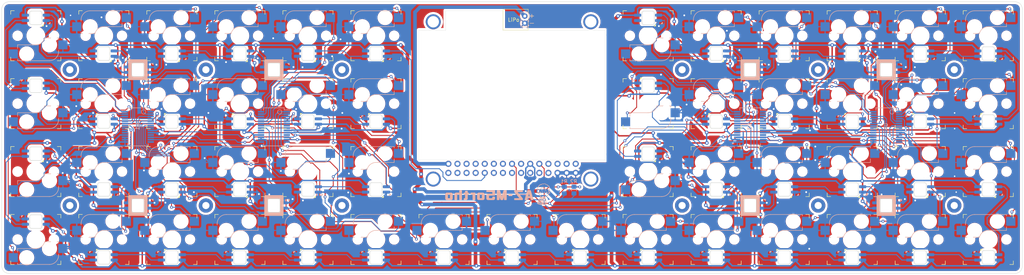
<source format=kicad_pcb>
(kicad_pcb (version 20221018) (generator pcbnew)
  (layers (0 "F.Cu" signal) (31 "B.Cu" signal) (34 "B.Paste" user) (35 "F.Paste" user) (36 "B.SilkS" user "B.Silkscreen") (37 "F.SilkS" user "F.Silkscreen") (38 "B.Mask" user) (39 "F.Mask" user) (44 "Edge.Cuts" user))
  (net 0 "")
  (net 1 "Row1")
  (net 2 "Row2")
  (net 3 "Row3")
  (net 4 "Row4")
  (net 5 "RGB_LED")
  (net 6 "VCC")
  (net 7 "GND")
  (net 8 "RGB_LED2")
  (net 9 "VIN")
  (net 10 "EN")
  (net 11 "5V")
  (net 12 "Row5")
  (net 13 "Drow1")
  (net 14 "Drow2")
  (net 15 "Drow4")
  (net 16 "Drow5")
  (net 17 "IN_RESET")
  (net 18 "IN_CLK")
  (footprint "MYLIB:HOLE_M2_TH" (layer "F.Cu") (at 92 160.5)
    (fp_text reference "HOLE_3M" hide)
    (fp_text value "VAL**" hide)
  )
  (footprint "MYLIB:HOLE_M2_TH" (layer "F.Cu") (at 168 160.5)
    (fp_text reference "HOLE_3M" hide)
    (fp_text value "VAL**" hide)
  )
  (footprint "MYLIB:HOLE_M2_TH" (layer "F.Cu") (at 130 160.5)
    (fp_text reference "HOLE_3M" hide)
    (fp_text value "VAL**" hide)
  )
  (footprint "MYLIB:HOLE_M2_TH" (layer "F.Cu") (at 130 122.5)
    (fp_text reference "HOLE_3M" hide)
    (fp_text value "VAL**" hide)
  )
  (footprint "MYLIB:HOLE_M2_TH" (layer "F.Cu") (at 92 122.5)
    (fp_text reference "HOLE_3M" hide)
    (fp_text value "VAL**" hide)
  )
  (footprint "aaaa:Kailh_socket_MX" (layer "F.Cu") (at 82.5 113 180)
    (fp_text reference "J1" hide)
    (fp_text value "kailh_hotswap_mx")
  )
  (footprint "aaaa:Kailh_socket_MX" (layer "F.Cu") (at 139.5 113)
    (fp_text reference "J1" hide)
    (fp_text value "kailh_hotswap_mx")
  )
  (footprint "aaaa:Kailh_socket_MX" (layer "F.Cu") (at 196.5 170)
    (fp_text reference "J1" hide)
    (fp_text value "kailh_hotswap_mx")
  )
  (footprint "aaaa:Kailh_socket_MX" (layer "F.Cu") (at 215.5 170)
    (fp_text reference "J1" hide)
    (fp_text value "kailh_hotswap_mx")
  )
  (footprint "aaaa:Kailh_socket_MX" (layer "F.Cu") (at 234.5 170)
    (fp_text reference "J1" hide)
    (fp_text value "kailh_hotswap_mx")
  )
  (footprint "m5mouse:mountinghole_M2_M3" (layer "F.Cu") (at 238 109.1 90)
    (fp_text reference "MH2" hide)
    (fp_text value "M3" hide)
  )
  (footprint "m5mouse:mountinghole_M2_M3" (layer "F.Cu") (at 193.5 109.1 90)
    (fp_text reference "MH1" hide)
    (fp_text value "M3" hide)
  )
  (footprint "m5mouse:mountinghole_M2_M3" (layer "F.Cu") (at 237.7264 152.6956 -90)
    (fp_text reference "MH3" hide)
    (fp_text value "M3" hide)
  )
  (footprint "m5mouse:mountinghole_M2_M3" (layer "F.Cu") (at 193.4264 152.6956 -90)
    (fp_text reference "MH4" hide)
    (fp_text value "M3" hide)
  )
  (footprint "MYLIB:HOLE_M2_TH" (layer "F.Cu") (at 168 122.5)
    (fp_text reference "HOLE_3M" hide)
    (fp_text value "VAL**" hide)
  )
  (footprint "Connector_PinHeader_2.54mm:PinHeader_2x15_P2.54mm_Vertical" (layer "F.Cu") (at 215.5 150.1 90)
    (fp_text reference "REF**" hide)
    (fp_text value "PinHeader_2x15_P2.54mm_Vertical")
  )
  (footprint "aaaa:JST_PH_S2B" (layer "F.Cu") (at 219 108.5 -90)
    (fp_text reference "LiPo")
    (fp_text value "LiPo")
  )
  (footprint "aaaa:Kailh_socket_MX" (layer "F.Cu") (at 101.5 113)
    (fp_text reference "J1" hide)
    (fp_text value "kailh_hotswap_mx")
  )
  (footprint "aaaa:Kailh_socket_MX" (layer "F.Cu") (at 120.5 113)
    (fp_text reference "J1" hide)
    (fp_text value "kailh_hotswap_mx")
  )
  (footprint "aaaa:Kailh_socket_MX" (layer "F.Cu") (at 82.5 132 180)
    (fp_text reference "J1" hide)
    (fp_text value "kailh_hotswap_mx")
  )
  (footprint "aaaa:Kailh_socket_MX" (layer "F.Cu") (at 82.5 151 180)
    (fp_text reference "J1" hide)
    (fp_text value "kailh_hotswap_mx")
  )
  (footprint "aaaa:Kailh_socket_MX" (layer "F.Cu") (at 82.5 170 180)
    (fp_text reference "J1" hide)
    (fp_text value "kailh_hotswap_mx")
  )
  (footprint "aaaa:Kailh_socket_MX" (layer "F.Cu") (at 101.5 170)
    (fp_text reference "J1" hide)
    (fp_text value "kailh_hotswap_mx")
  )
  (footprint "aaaa:Kailh_socket_MX" (layer "F.Cu") (at 120.5 170)
    (fp_text reference "J1" hide)
    (fp_text value "kailh_hotswap_mx")
  )
  (footprint "aaaa:Kailh_socket_MX" (layer "F.Cu") (at 120.5 151)
    (fp_text reference "J1" hide)
    (fp_text value "kailh_hotswap_mx")
  )
  (footprint "aaaa:Kailh_socket_MX" (layer "F.Cu") (at 101.5 151)
    (fp_text reference "J1" hide)
    (fp_text value "kailh_hotswap_mx")
  )
  (footprint "aaaa:Kailh_socket_MX" (layer "F.Cu") (at 101.5 132)
    (fp_text reference "J1" hide)
    (fp_text value "kailh_hotswap_mx")
  )
  (footprint "aaaa:Kailh_socket_MX" (layer "F.Cu") (at 120.5 132)
    (fp_text reference "J1" hide)
    (fp_text value "kailh_hotswap_mx")
  )
  (footprint "aaaa:Kailh_socket_MX" (layer "F.Cu") (at 158.5 113)
    (fp_text reference "J1" hide)
    (fp_text value "kailh_hotswap_mx")
  )
  (footprint "aaaa:Kailh_socket_MX" (layer "F.Cu") (at 177.5 113)
    (fp_text reference "J1" hide)
    (fp_text value "kailh_hotswap_mx")
  )
  (footprint "aaaa:Kailh_socket_MX" (layer "F.Cu") (at 177.5 132)
    (fp_text reference "J1" hide)
    (fp_text value "kailh_hotswap_mx")
  )
  (footprint "aaaa:Kailh_socket_MX" (layer "F.Cu") (at 158.5 132)
    (fp_text reference "J1" hide)
    (fp_text value "kailh_hotswap_mx")
  )
  (footprint "aaaa:Kailh_socket_MX" (layer "F.Cu") (at 139.5 132)
    (fp_text reference "J1" hide)
    (fp_text value "kailh_hotswap_mx")
  )
  (footprint "aaaa:Kailh_socket_MX" (layer "F.Cu") (at 139.5 151)
    (fp_text reference "J1" hide)
    (fp_text value "kailh_hotswap_mx")
  )
  (footprint "aaaa:Kailh_socket_MX" (layer "F.Cu") (at 158.5 151)
    (fp_text reference "J1" hide)
    (fp_text value "kailh_hotswap_mx")
  )
  (footprint "aaaa:Kailh_socket_MX" (layer "F.Cu") (at 177.5 151)
    (fp_text reference "J1" hide)
    (fp_text value "kailh_hotswap_mx")
  )
  (footprint "aaaa:Kailh_socket_MX" (layer "F.Cu") (at 177.5 170)
    (fp_text reference "J1" hide)
    (fp_text value "kailh_hotswap_mx")
  )
  (footprint "aaaa:Kailh_socket_MX" (layer "F.Cu") (at 158.5 170)
    (fp_text reference "J1" hide)
    (fp_text value "kailh_hotswap_mx")
  )
  (footprint "aaaa:Kailh_socket_MX" (layer "F.Cu") (at 139.5 170)
    (fp_text reference "J1" hide)
    (fp_text value "kailh_hotswap_mx")
  )
  (footprint "MYLIB:HOLE_M2_TH" (layer "F.Cu") (at 301 122.5)
    (fp_text reference "HOLE_3M" hide)
    (fp_text value "VAL**" hide)
  )
  (footprint "aaaa:Kailh_socket_MX" (layer "F.Cu") (at 253.5 113 180)
    (fp_text reference "J1" hide)
    (fp_text value "kailh_hotswap_mx")
  )
  (footprint "MYLIB:HOLE_M2_TH" (layer "F.Cu") (at 301 160.5)
    (fp_text reference "HOLE_3M" hide)
    (fp_text value "VAL**" hide)
  )
  (footprint "aaaa:Kailh_socket_MX" (layer "F.Cu") (at 310.5 113)
    (fp_text reference "J1" hide)
    (fp_text value "kailh_hotswap_mx")
  )
  (footprint "MYLIB:HOLE_M2_TH" (layer "F.Cu") (at 263 160.5)
    (fp_text reference "HOLE_3M" hide)
    (fp_text value "VAL**" hide)
  )
  (footprint "MYLIB:HOLE_M2_TH" (layer "F.Cu") (at 339 160.5)
    (fp_text reference "HOLE_3M" hide)
    (fp_text value "VAL**" hide)
  )
  (footprint "MYLIB:HOLE_M2_TH" (layer "F.Cu") (at 339 122.5)
    (fp_text reference "HOLE_3M" hide)
    (fp_text value "VAL**" hide)
  )
  (footprint "aaaa:Kailh_socket_MX" (layer "F.Cu") (at 310.5 151)
    (fp_text reference "J1" hide)
    (fp_text value "kailh_hotswap_mx")
  )
  (footprint "aaaa:Kailh_socket_MX" (layer "F.Cu") (at 329.5 151)
    (fp_text reference "J1" hide)
    (fp_text value "kailh_hotswap_mx")
  )
  (footprint "aaaa:Kailh_socket_MX" (layer "F.Cu") (at 310.5 170)
    (fp_text reference "J1" hide)
    (fp_text value "kailh_hotswap_mx")
  )
  (footprint "aaaa:Kailh_socket_MX" (layer "F.Cu") (at 329.5 170)
    (fp_text reference "J1" hide)
    (fp_text value "kailh_hotswap_mx")
  )
  (footprint "aaaa:Kailh_socket_MX" (layer "F.Cu") (at 348.5 151)
    (fp_text reference "J1" hide)
    (fp_text value "kailh_hotswap_mx")
  )
  (footprint "aaaa:Kailh_socket_MX" (layer "F.Cu") (at 329.5 132)
    (fp_text reference "J1" hide)
    (fp_text value "kailh_hotswap_mx")
  )
  (footprint "aaaa:Kailh_socket_MX" (layer "F.Cu") (at 310.5 132)
    (fp_text reference "J1" hide)
    (fp_text value "kailh_hotswap_mx")
  )
  (footprint "aaaa:Kailh_socket_MX" (layer "F.Cu") (at 348.5 170)
    (fp_text reference "J1" hide)
    (fp_text value "kailh_hotswap_mx")
  )
  (footprint "aaaa:Kailh_socket_MX" (layer "F.Cu") (at 329.5 113)
    (fp_text reference "J1" hide)
    (fp_text value "kailh_hotswap_mx")
  )
  (footprint "aaaa:Kailh_socket_MX" (layer "F.Cu") (at 348.5 113)
    (fp_text reference "J1" hide)
    (fp_text value "kailh_hotswap_mx")
  )
  (footprint "aaaa:Kailh_socket_MX" (layer "F.Cu") (at 348.5 132)
    (fp_text reference "J1" hide)
    (fp_text value "kailh_hotswap_mx")
  )
  (footprint "aaaa:Kailh_socket_MX" (layer "F.Cu") (at 253.5 151 180)
    (fp_text reference "J1" hide)
    (fp_text value "kailh_hotswap_mx")
  )
  (footprint "aaaa:Kailh_socket_MX" (layer "F.Cu") (at 272.5 170)
    (fp_text reference "J1" hide)
    (fp_text value "kailh_hotswap_mx")
  )
  (footprint "aaaa:Kailh_socket_MX" (layer "F.Cu") (at 291.5 132)
    (fp_text reference "J1" hide)
    (fp_text value "kailh_hotswap_mx")
  )
  (footprint "aaaa:Kailh_socket_MX" (layer "F.Cu") (at 253.5 170)
    (fp_text reference "J1" hide)
    (fp_text value "kailh_hotswap_mx")
  )
  (footprint "aaaa:Kailh_socket_MX" (layer "F.Cu") (at 291.5 170)
    (fp_text reference "J1" hide)
    (fp_text value "kailh_hotswap_mx")
  )
  (footprint "aaaa:Kailh_socket_MX" (layer "F.Cu") (at 291.5 151)
    (fp_text reference "J1" hide)
    (fp_text value "kailh_hotswap_mx")
  )
  (footprint "aaaa:Kailh_socket_MX" (layer "F.Cu") (at 272.5 151)
    (fp_text reference "J1" hide)
    (fp_text value "kailh_hotswap_mx")
  )
  (footprint "aaaa:Kailh_socket_MX" (layer "F.Cu") (at 272.5 132)
    (fp_text reference "J1" hide)
    (fp_text value "kailh_hotswap_mx")
  )
  (footprint "aaaa:Kailh_socket_MX" (layer "F.Cu") (at 272.5 113)
    (fp_text reference "J1" hide)
    (fp_text value "kailh_hotswap_mx")
  )
  (footprint "aaaa:Kailh_socket_MX" (layer "F.Cu") (at 291.5 113)
    (fp_text reference "J1" hide)
    (fp_text value "kailh_hotswap_mx")
  )
  (footprint "aaaa:Kailh_socket_MX" (layer "F.Cu") (at 253.5 132 180)
    (fp_text reference "J1" hide)
    (fp_text value "kailh_hotswap_mx")
  )
  (footprint "MYLIB:HOLE_M2_TH" (layer "B.Cu") (at 263 122.5 180)
    (fp_text reference "HOLE_3M" hide)
    (fp_text value "VAL**" hide)
  )
  (footprint "aaaa:LED_YS-SK6812MINI-E2" (layer "B.Cu") (at 101.5 156 180)
    (fp_text reference "l" hide)
    (fp_text value "l" hide)
    (fp_line (start -1.7 1.4) (end -1.7 -1.4) (stroke (width 0.12)) (layer "Edge.Cuts"))
    (fp_line (start -1.2 -1.9) (end 1.2 -1.9) (stroke (width 0.12)) (layer "Edge.Cuts"))
    (fp_line (start -1.2 1.9) (end 1.2 1.9) (stroke (width 0.12)) (layer "Edge.Cuts"))
    (fp_line (start 1.7 -1.4) (end 1.7 1.4) (stroke (width 0.12)) (layer "Edge.Cuts"))
    (fp_arc (start -1.7 -1.4) (mid -1.553553 -1.753553) (end -1.2 -1.9) (stroke (width 0.12)) (layer "Edge.Cuts"))
    (fp_arc (start -1.2 1.9) (mid -1.553553 1.753553) (end -1.7 1.4) (stroke (width 0.12)) (layer "Edge.Cuts"))
    (fp_arc (start 1.2 -1.9) (mid 1.553553 -1.753553) (end 1.7 -1.4) (stroke (width 0.12)) (layer "Edge.Cuts"))
    (fp_arc (start 1.7 1.4) (mid 1.553553 1.753553) (end 1.2 1.9) (stroke (width 0.12)) (layer "Edge.Cuts"))
  )
  (footprint "aaaa:LED_YS-SK6812MINI-E2" (layer "B.Cu") (at 82.5 146 180)
    (fp_text reference "l" hide)
    (fp_text value "l" hide)
    (fp_line (start -1.7 1.4) (end -1.7 -1.4) (stroke (width 0.12)) (layer "Edge.Cuts"))
    (fp_line (start -1.2 -1.9) (end 1.2 -1.9) (stroke (width 0.12)) (layer "Edge.Cuts"))
    (fp_line (start -1.2 1.9) (end 1.2 1.9) (stroke (width 0.12)) (layer "Edge.Cuts"))
    (fp_line (start 1.7 -1.4) (end 1.7 1.4) (stroke (width 0.12)) (layer "Edge.Cuts"))
    (fp_arc (start -1.7 -1.4) (mid -1.553553 -1.753553) (end -1.2 -1.9) (stroke (width 0.12)) (layer "Edge.Cuts"))
    (fp_arc (start -1.2 1.9) (mid -1.553553 1.753553) (end -1.7 1.4) (stroke (width 0.12)) (layer "Edge.Cuts"))
    (fp_arc (start 1.2 -1.9) (mid 1.553553 -1.753553) (end 1.7 -1.4) (stroke (width 0.12)) (layer "Edge.Cuts"))
    (fp_arc (start 1.7 1.4) (mid 1.553553 1.753553) (end 1.2 1.9) (stroke (width 0.12)) (layer "Edge.Cuts"))
  )
  (footprint "aaaa:LED_YS-SK6812MINI-E2" (layer "B.Cu") (at 120.5 156 180)
    (fp_text reference "l" hide)
    (fp_text value "l" hide)
    (fp_line (start -1.7 1.4) (end -1.7 -1.4) (stroke (width 0.12)) (layer "Edge.Cuts"))
    (fp_line (start -1.2 -1.9) (end 1.2 -1.9) (stroke (width 0.12)) (layer "Edge.Cuts"))
    (fp_line (start -1.2 1.9) (end 1.2 1.9) (stroke (width 0.12)) (layer "Edge.Cuts"))
    (fp_line (start 1.7 -1.4) (end 1.7 1.4) (stroke (width 0.12)) (layer "Edge.Cuts"))
    (fp_arc (start -1.7 -1.4) (mid -1.553553 -1.753553) (end -1.2 -1.9) (stroke (width 0.12)) (layer "Edge.Cuts"))
    (fp_arc (start -1.2 1.9) (mid -1.553553 1.753553) (end -1.7 1.4) (stroke (width 0.12)) (layer "Edge.Cuts"))
    (fp_arc (start 1.2 -1.9) (mid 1.553553 -1.753553) (end 1.7 -1.4) (stroke (width 0.12)) (layer "Edge.Cuts"))
    (fp_arc (start 1.7 1.4) (mid 1.553553 1.753553) (end 1.2 1.9) (stroke (width 0.12)) (layer "Edge.Cuts"))
  )
  (footprint "aaaa:LED_YS-SK6812MINI-E2" (layer "B.Cu") (at 139.5 156 180)
    (fp_text reference "l" hide)
    (fp_text value "l" hide)
    (fp_line (start -1.7 1.4) (end -1.7 -1.4) (stroke (width 0.12)) (layer "Edge.Cuts"))
    (fp_line (start -1.2 -1.9) (end 1.2 -1.9) (stroke (width 0.12)) (layer "Edge.Cuts"))
    (fp_line (start -1.2 1.9) (end 1.2 1.9) (stroke (width 0.12)) (layer "Edge.Cuts"))
    (fp_line (start 1.7 -1.4) (end 1.7 1.4) (stroke (width 0.12)) (layer "Edge.Cuts"))
    (fp_arc (start -1.7 -1.4) (mid -1.553553 -1.753553) (end -1.2 -1.9) (stroke (width 0.12)) (layer "Edge.Cuts"))
    (fp_arc (start -1.2 1.9) (mid -1.553553 1.753553) (end -1.7 1.4) (stroke (width 0.12)) (layer "Edge.Cuts"))
    (fp_arc (start 1.2 -1.9) (mid 1.553553 -1.753553) (end 1.7 -1.4) (stroke (width 0.12)) (layer "Edge.Cuts"))
    (fp_arc (start 1.7 1.4) (mid 1.553553 1.753553) (end 1.2 1.9) (stroke (width 0.12)) (layer "Edge.Cuts"))
  )
  (footprint "aaaa:LED_YS-SK6812MINI-E2" (layer "B.Cu") (at 158.5 156 180)
    (fp_text reference "l" hide)
    (fp_text value "l" hide)
    (fp_line (start -1.7 1.4) (end -1.7 -1.4) (stroke (width 0.12)) (layer "Edge.Cuts"))
    (fp_line (start -1.2 -1.9) (end 1.2 -1.9) (stroke (width 0.12)) (layer "Edge.Cuts"))
    (fp_line (start -1.2 1.9) (end 1.2 1.9) (stroke (width 0.12)) (layer "Edge.Cuts"))
    (fp_line (start 1.7 -1.4) (end 1.7 1.4) (stroke (width 0.12)) (layer "Edge.Cuts"))
    (fp_arc (start -1.7 -1.4) (mid -1.553553 -1.753553) (end -1.2 -1.9) (stroke (width 0.12)) (layer "Edge.Cuts"))
    (fp_arc (start -1.2 1.9) (mid -1.553553 1.753553) (end -1.7 1.4) (stroke (width 0.12)) (layer "Edge.Cuts"))
    (fp_arc (start 1.2 -1.9) (mid 1.553553 -1.753553) (end 1.7 -1.4) (stroke (width 0.12)) (layer "Edge.Cuts"))
    (fp_arc (start 1.7 1.4) (mid 1.553553 1.753553) (end 1.2 1.9) (stroke (width 0.12)) (layer "Edge.Cuts"))
  )
  (footprint "aaaa:LED_YS-SK6812MINI-E2" (layer "B.Cu") (at 177.5 156 180)
    (fp_text reference "l" hide)
    (fp_text value "l" hide)
    (fp_line (start -1.7 1.4) (end -1.7 -1.4) (stroke (width 0.12)) (layer "Edge.Cuts"))
    (fp_line (start -1.2 -1.9) (end 1.2 -1.9) (stroke (width 0.12)) (layer "Edge.Cuts"))
    (fp_line (start -1.2 1.9) (end 1.2 1.9) (stroke (width 0.12)) (layer "Edge.Cuts"))
    (fp_line (start 1.7 -1.4) (end 1.7 1.4) (stroke (width 0.12)) (layer "Edge.Cuts"))
    (fp_arc (start -1.7 -1.4) (mid -1.553553 -1.753553) (end -1.2 -1.9) (stroke (width 0.12)) (layer "Edge.Cuts"))
    (fp_arc (start -1.2 1.9) (mid -1.553553 1.753553) (end -1.7 1.4) (stroke (width 0.12)) (layer "Edge.Cuts"))
    (fp_arc (start 1.2 -1.9) (mid 1.553553 -1.753553) (end 1.7 -1.4) (stroke (width 0.12)) (layer "Edge.Cuts"))
    (fp_arc (start 1.7 1.4) (mid 1.553553 1.753553) (end 1.2 1.9) (stroke (width 0.12)) (layer "Edge.Cuts"))
  )
  (footprint "aaaa:LED_YS-SK6812MINI-E2" (layer "B.Cu") (at 82.5 165)
    (fp_text reference "l" hide)
    (fp_text value "l" hide)
    (fp_line (start -1.7 1.4) (end -1.7 -1.4) (stroke (width 0.12)) (layer "Edge.Cuts"))
    (fp_line (start -1.2 -1.9) (end 1.2 -1.9) (stroke (width 0.12)) (layer "Edge.Cuts"))
    (fp_line (start -1.2 1.9) (end 1.2 1.9) (stroke (width 0.12)) (layer "Edge.Cuts"))
    (fp_line (start 1.7 -1.4) (end 1.7 1.4) (stroke (width 0.12)) (layer "Edge.Cuts"))
    (fp_arc (start -1.7 -1.4) (mid -1.553553 -1.753553) (end -1.2 -1.9) (stroke (width 0.12)) (layer "Edge.Cuts"))
    (fp_arc (start -1.2 1.9) (mid -1.553553 1.753553) (end -1.7 1.4) (stroke (width 0.12)) (layer "Edge.Cuts"))
    (fp_arc (start 1.2 -1.9) (mid 1.553553 -1.753553) (end 1.7 -1.4) (stroke (width 0.12)) (layer "Edge.Cuts"))
    (fp_arc (start 1.7 1.4) (mid 1.553553 1.753553) (end 1.2 1.9) (stroke (width 0.12)) (layer "Edge.Cuts"))
  )
  (footprint "aaaa:LED_YS-SK6812MINI-E2" (layer "B.Cu") (at 101.5 175)
    (fp_text reference "l" hide)
    (fp_text value "l" hide)
    (fp_line (start -1.7 1.4) (end -1.7 -1.4) (stroke (width 0.12)) (layer "Edge.Cuts"))
    (fp_line (start -1.2 -1.9) (end 1.2 -1.9) (stroke (width 0.12)) (layer "Edge.Cuts"))
    (fp_line (start -1.2 1.9) (end 1.2 1.9) (stroke (width 0.12)) (layer "Edge.Cuts"))
    (fp_line (start 1.7 -1.4) (end 1.7 1.4) (stroke (width 0.12)) (layer "Edge.Cuts"))
    (fp_arc (start -1.7 -1.4) (mid -1.553553 -1.753553) (end -1.2 -1.9) (stroke (width 0.12)) (layer "Edge.Cuts"))
    (fp_arc (start -1.2 1.9) (mid -1.553553 1.753553) (end -1.7 1.4) (stroke (width 0.12)) (layer "Edge.Cuts"))
    (fp_arc (start 1.2 -1.9) (mid 1.553553 -1.753553) (end 1.7 -1.4) (stroke (width 0.12)) (layer "Edge.Cuts"))
    (fp_arc (start 1.7 1.4) (mid 1.553553 1.753553) (end 1.2 1.9) (stroke (width 0.12)) (layer "Edge.Cuts"))
  )
  (footprint "aaaa:LED_YS-SK6812MINI-E2" (layer "B.Cu") (at 120.5 175)
    (fp_text reference "l" hide)
    (fp_text value "l" hide)
    (fp_line (start -1.7 1.4) (end -1.7 -1.4) (stroke (width 0.12)) (layer "Edge.Cuts"))
    (fp_line (start -1.2 -1.9) (end 1.2 -1.9) (stroke (width 0.12)) (layer "Edge.Cuts"))
    (fp_line (start -1.2 1.9) (end 1.2 1.9) (stroke (width 0.12)) (layer "Edge.Cuts"))
    (fp_line (start 1.7 -1.4) (end 1.7 1.4) (stroke (width 0.12)) (layer "Edge.Cuts"))
    (fp_arc (start -1.7 -1.4) (mid -1.553553 -1.753553) (end -1.2 -1.9) (stroke (width 0.12)) (layer "Edge.Cuts"))
    (fp_arc (start -1.2 1.9) (mid -1.553553 1.753553) (end -1.7 1.4) (stroke (width 0.12)) (layer "Edge.Cuts"))
    (fp_arc (start 1.2 -1.9) (mid 1.553553 -1.753553) (end 1.7 -1.4) (stroke (width 0.12)) (layer "Edge.Cuts"))
    (fp_arc (start 1.7 1.4) (mid 1.553553 1.753553) (end 1.2 1.9) (stroke (width 0.12)) (layer "Edge.Cuts"))
  )
  (footprint "aaaa:LED_YS-SK6812MINI-E2" (layer "B.Cu") (at 139.5 175)
    (fp_text reference "l" hide)
    (fp_text value "l" hide)
    (fp_line (start -1.7 1.4) (end -1.7 -1.4) (stroke (width 0.12)) (layer "Edge.Cuts"))
    (fp_line (start -1.2 -1.9) (end 1.2 -1.9) (stroke (width 0.12)) (layer "Edge.Cuts"))
    (fp_line (start -1.2 1.9) (end 1.2 1.9) (stroke (width 0.12)) (layer "Edge.Cuts"))
    (fp_line (start 1.7 -1.4) (end 1.7 1.4) (stroke (width 0.12)) (layer "Edge.Cuts"))
    (fp_arc (start -1.7 -1.4) (mid -1.553553 -1.753553) (end -1.2 -1.9) (stroke (width 0.12)) (layer "Edge.Cuts"))
    (fp_arc (start -1.2 1.9) (mid -1.553553 1.753553) (end -1.7 1.4) (stroke (width 0.12)) (layer "Edge.Cuts"))
    (fp_arc (start 1.2 -1.9) (mid 1.553553 -1.753553) (end 1.7 -1.4) (stroke (width 0.12)) (layer "Edge.Cuts"))
    (fp_arc (start 1.7 1.4) (mid 1.553553 1.753553) (end 1.2 1.9) (stroke (width 0.12)) (layer "Edge.Cuts"))
  )
  (footprint "aaaa:LED_YS-SK6812MINI-E2" (layer "B.Cu") (at 158.5 175)
    (fp_text reference "l" hide)
    (fp_text value "l" hide)
    (fp_line (start -1.7 1.4) (end -1.7 -1.4) (stroke (width 0.12)) (layer "Edge.Cuts"))
    (fp_line (start -1.2 -1.9) (end 1.2 -1.9) (stroke (width 0.12)) (layer "Edge.Cuts"))
    (fp_line (start -1.2 1.9) (end 1.2 1.9) (stroke (width 0.12)) (layer "Edge.Cuts"))
    (fp_line (start 1.7 -1.4) (end 1.7 1.4) (stroke (width 0.12)) (layer "Edge.Cuts"))
    (fp_arc (start -1.7 -1.4) (mid -1.553553 -1.753553) (end -1.2 -1.9) (stroke (width 0.12)) (layer "Edge.Cuts"))
    (fp_arc (start -1.2 1.9) (mid -1.553553 1.753553) (end -1.7 1.4) (stroke (width 0.12)) (layer "Edge.Cuts"))
    (fp_arc (start 1.2 -1.9) (mid 1.553553 -1.753553) (end 1.7 -1.4) (stroke (width 0.12)) (layer "Edge.Cuts"))
    (fp_arc (start 1.7 1.4) (mid 1.553553 1.753553) (end 1.2 1.9) (stroke (width 0.12)) (layer "Edge.Cuts"))
  )
  (footprint "aaaa:LED_YS-SK6812MINI-E2" (layer "B.Cu") (at 177.5 175)
    (fp_text reference "l" hide)
    (fp_text value "l" hide)
    (fp_line (start -1.7 1.4) (end -1.7 -1.4) (stroke (width 0.12)) (layer "Edge.Cuts"))
    (fp_line (start -1.2 -1.9) (end 1.2 -1.9) (stroke (width 0.12)) (layer "Edge.Cuts"))
    (fp_line (start -1.2 1.9) (end 1.2 1.9) (stroke (width 0.12)) (layer "Edge.Cuts"))
    (fp_line (start 1.7 -1.4) (end 1.7 1.4) (stroke (width 0.12)) (layer "Edge.Cuts"))
    (fp_arc (start -1.7 -1.4) (mid -1.553553 -1.753553) (end -1.2 -1.9) (stroke (width 0.12)) (layer "Edge.Cuts"))
    (fp_arc (start -1.2 1.9) (mid -1.553553 1.753553) (end -1.7 1.4) (stroke (width 0.12)) (layer "Edge.Cuts"))
    (fp_arc (start 1.2 -1.9) (mid 1.553553 -1.753553) (end 1.7 -1.4) (stroke (width 0.12)) (layer "Edge.Cuts"))
    (fp_arc (start 1.7 1.4) (mid 1.553553 1.753553) (end 1.2 1.9) (stroke (width 0.12)) (layer "Edge.Cuts"))
  )
  (footprint "aaaa:LED_YS-SK6812MINI-E2" (layer "B.Cu") (at 196.5 175)
    (fp_text reference "l" hide)
    (fp_text value "l" hide)
    (fp_line (start -1.7 1.4) (end -1.7 -1.4) (stroke (width 0.12)) (layer "Edge.Cuts"))
    (fp_line (start -1.2 -1.9) (end 1.2 -1.9) (stroke (width 0.12)) (layer "Edge.Cuts"))
    (fp_line (start -1.2 1.9) (end 1.2 1.9) (stroke (width 0.12)) (layer "Edge.Cuts"))
    (fp_line (start 1.7 -1.4) (end 1.7 1.4) (stroke (width 0.12)) (layer "Edge.Cuts"))
    (fp_arc (start -1.7 -1.4) (mid -1.553553 -1.753553) (end -1.2 -1.9) (stroke (width 0.12)) (layer "Edge.Cuts"))
    (fp_arc (start -1.2 1.9) (mid -1.553553 1.753553) (end -1.7 1.4) (stroke (width 0.12)) (layer "Edge.Cuts"))
    (fp_arc (start 1.2 -1.9) (mid 1.553553 -1.753553) (end 1.7 -1.4) (stroke (width 0.12)) (layer "Edge.Cuts"))
    (fp_arc (start 1.7 1.4) (mid 1.553553 1.753553) (end 1.2 1.9) (stroke (width 0.12)) (layer "Edge.Cuts"))
  )
  (footprint "aaaa:LED_YS-SK6812MINI-E2" (layer "B.Cu") (at 215.5 175)
    (fp_text reference "l" hide)
    (fp_text value "l" hide)
    (fp_line (start -1.7 1.4) (end -1.7 -1.4) (stroke (width 0.12)) (layer "Edge.Cuts"))
    (fp_line (start -1.2 -1.9) (end 1.2 -1.9) (stroke (width 0.12)) (layer "Edge.Cuts"))
    (fp_line (start -1.2 1.9) (end 1.2 1.9) (stroke (width 0.12)) (layer "Edge.Cuts"))
    (fp_line (start 1.7 -1.4) (end 1.7 1.4) (stroke (width 0.12)) (layer "Edge.Cuts"))
    (fp_arc (start -1.7 -1.4) (mid -1.553553 -1.753553) (end -1.2 -1.9) (stroke (width 0.12)) (layer "Edge.Cuts"))
    (fp_arc (start -1.2 1.9) (mid -1.553553 1.753553) (end -1.7 1.4) (stroke (width 0.12)) (layer "Edge.Cuts"))
    (fp_arc (start 1.2 -1.9) (mid 1.553553 -1.753553) (end 1.7 -1.4) (stroke (width 0.12)) (layer "Edge.Cuts"))
    (fp_arc (start 1.7 1.4) (mid 1.553553 1.753553) (end 1.2 1.9) (stroke (width 0.12)) (layer "Edge.Cuts"))
  )
  (footprint "aaaa:LED_YS-SK6812MINI-E2" (layer "B.Cu") (at 234.5 175)
    (fp_text reference "l" hide)
    (fp_text value "l" hide)
    (fp_line (start -1.7 1.4) (end -1.7 -1.4) (stroke (width 0.12)) (layer "Edge.Cuts"))
    (fp_line (start -1.2 -1.9) (end 1.2 -1.9) (stroke (width 0.12)) (layer "Edge.Cuts"))
    (fp_line (start -1.2 1.9) (end 1.2 1.9) (stroke (width 0.12)) (layer "Edge.Cuts"))
    (fp_line (start 1.7 -1.4) (end 1.7 1.4) (stroke (width 0.12)) (layer "Edge.Cuts"))
    (fp_arc (start -1.7 -1.4) (mid -1.553553 -1.753553) (end -1.2 -1.9) (stroke (width 0.12)) (layer "Edge.Cuts"))
    (fp_arc (start -1.2 1.9) (mid -1.553553 1.753553) (end -1.7 1.4) (stroke (width 0.12)) (layer "Edge.Cuts"))
    (fp_arc (start 1.2 -1.9) (mid 1.553553 -1.753553) (end 1.7 -1.4) (stroke (width 0.12)) (layer "Edge.Cuts"))
    (fp_arc (start 1.7 1.4) (mid 1.553553 1.753553) (end 1.2 1.9) (stroke (width 0.12)) (layer "Edge.Cuts"))
  )
  (footprint "aaaa:LED_YS-SK6812MINI-E2" (layer "B.Cu") (at 82.5 127)
    (fp_text reference "l" hide)
    (fp_text value "l" hide)
    (fp_line (start -1.7 1.4) (end -1.7 -1.4) (stroke (width 0.12)) (layer "Edge.Cuts"))
    (fp_line (start -1.2 -1.9) (end 1.2 -1.9) (stroke (width 0.12)) (layer "Edge.Cuts"))
    (fp_line (start -1.2 1.9) (end 1.2 1.9) (stroke (width 0.12)) (layer "Edge.Cuts"))
    (fp_line (start 1.7 -1.4) (end 1.7 1.4) (stroke (width 0.12)) (layer "Edge.Cuts"))
    (fp_arc (start -1.7 -1.4) (mid -1.553553 -1.753553) (end -1.2 -1.9) (stroke (width 0.12)) (layer "Edge.Cuts"))
    (fp_arc (start -1.2 1.9) (mid -1.553553 1.753553) (end -1.7 1.4) (stroke (width 0.12)) (layer "Edge.Cuts"))
    (fp_arc (start 1.2 -1.9) (mid 1.553553 -1.753553) (end 1.7 -1.4) (stroke (width 0.12)) (layer "Edge.Cuts"))
    (fp_arc (start 1.7 1.4) (mid 1.553553 1.753553) (end 1.2 1.9) (stroke (width 0.12)) (layer "Edge.Cuts"))
  )
  (footprint "aaaa:LED_YS-SK6812MINI-E2" (layer "B.Cu") (at 82.5 108 180)
    (fp_text reference "l" hide)
    (fp_text value "l" hide)
    (fp_line (start -1.7 1.4) (end -1.7 -1.4) (stroke (width 0.12)) (layer "Edge.Cuts"))
    (fp_line (start -1.2 -1.9) (end 1.2 -1.9) (stroke (width 0.12)) (layer "Edge.Cuts"))
    (fp_line (start -1.2 1.9) (end 1.2 1.9) (stroke (width 0.12)) (layer "Edge.Cuts"))
    (fp_line (start 1.7 -1.4) (end 1.7 1.4) (stroke (width 0.12)) (layer "Edge.Cuts"))
    (fp_arc (start -1.7 -1.4) (mid -1.553553 -1.753553) (end -1.2 -1.9) (stroke (width 0.12)) (layer "Edge.Cuts"))
    (fp_arc (start -1.2 1.9) (mid -1.553553 1.753553) (end -1.7 1.4) (stroke (width 0.12)) (layer "Edge.Cuts"))
    (fp_arc (start 1.2 -1.9) (mid 1.553553 -1.753553) (end 1.7 -1.4) (stroke (width 0.12)) (layer "Edge.Cuts"))
    (fp_arc (start 1.7 1.4) (mid 1.553553 1.753553) (end 1.2 1.9) (stroke (width 0.12)) (layer "Edge.Cuts"))
  )
  (footprint "aaaa:LED_YS-SK6812MINI-E2" (layer "B.Cu") (at 101.5 118 180)
    (fp_text reference "l" hide)
    (fp_text value "l" hide)
    (fp_line (start -1.7 1.4) (end -1.7 -1.4) (stroke (width 0.12)) (layer "Edge.Cuts"))
    (fp_line (start -1.2 -1.9) (end 1.2 -1.9) (stroke (width 0.12)) (layer "Edge.Cuts"))
    (fp_line (start -1.2 1.9) (end 1.2 1.9) (stroke (width 0.12)) (layer "Edge.Cuts"))
    (fp_line (start 1.7 -1.4) (end 1.7 1.4) (stroke (width 0.12)) (layer "Edge.Cuts"))
    (fp_arc (start -1.7 -1.4) (mid -1.553553 -1.753553) (end -1.2 -1.9) (stroke (width 0.12)) (layer "Edge.Cuts"))
    (fp_arc (start -1.2 1.9) (mid -1.553553 1.753553) (end -1.7 1.4) (stroke (width 0.12)) (layer "Edge.Cuts"))
    (fp_arc (start 1.2 -1.9) (mid 1.553553 -1.753553) (end 1.7 -1.4) (stroke (width 0.12)) (layer "Edge.Cuts"))
    (fp_arc (start 1.7 1.4) (mid 1.553553 1.753553) (end 1.2 1.9) (stroke (width 0.12)) (layer "Edge.Cuts"))
  )
  (footprint "aaaa:LED_YS-SK6812MINI-E2" (layer "B.Cu") (at 101.5 137)
    (fp_text reference "l" hide)
    (fp_text value "l" hide)
    (fp_line (start -1.7 1.4) (end -1.7 -1.4) (stroke (width 0.12)) (layer "Edge.Cuts"))
    (fp_line (start -1.2 -1.9) (end 1.2 -1.9) (stroke (width 0.12)) (layer "Edge.Cuts"))
    (fp_line (start -1.2 1.9) (end 1.2 1.9) (stroke (width 0.12)) (layer "Edge.Cuts"))
    (fp_line (start 1.7 -1.4) (end 1.7 1.4) (stroke (width 0.12)) (layer "Edge.Cuts"))
    (fp_arc (start -1.7 -1.4) (mid -1.553553 -1.753553) (end -1.2 -1.9) (stroke (width 0.12)) (layer "Edge.Cuts"))
    (fp_arc (start -1.2 1.9) (mid -1.553553 1.753553) (end -1.7 1.4) (stroke (width 0.12)) (layer "Edge.Cuts"))
    (fp_arc (start 1.2 -1.9) (mid 1.553553 -1.753553) (end 1.7 -1.4) (stroke (width 0.12)) (layer "Edge.Cuts"))
    (fp_arc (start 1.7 1.4) (mid 1.553553 1.753553) (end 1.2 1.9) (stroke (width 0.12)) (layer "Edge.Cuts"))
  )
  (footprint "aaaa:LED_YS-SK6812MINI-E2" (layer "B.Cu") (at 120.5 137)
    (fp_text reference "l" hide)
    (fp_text value "l" hide)
    (fp_line (start -1.7 1.4) (end -1.7 -1.4) (stroke (width 0.12)) (layer "Edge.Cuts"))
    (fp_line (start -1.2 -1.9) (end 1.2 -1.9) (stroke (width 0.12)) (layer "Edge.Cuts"))
    (fp_line (start -1.2 1.9) (end 1.2 1.9) (stroke (width 0.12)) (layer "Edge.Cuts"))
    (fp_line (start 1.7 -1.4) (end 1.7 1.4) (stroke (width 0.12)) (layer "Edge.Cuts"))
    (fp_arc (start -1.7 -1.4) (mid -1.553553 -1.753553) (end -1.2 -1.9) (stroke (width 0.12)) (layer "Edge.Cuts"))
    (fp_arc (start -1.2 1.9) (mid -1.553553 1.753553) (end -1.7 1.4) (stroke (width 0.12)) (layer "Edge.Cuts"))
    (fp_arc (start 1.2 -1.9) (mid 1.553553 -1.753553) (end 1.7 -1.4) (stroke (width 0.12)) (layer "Edge.Cuts"))
    (fp_arc (start 1.7 1.4) (mid 1.553553 1.753553) (end 1.2 1.9) (stroke (width 0.12)) (layer "Edge.Cuts"))
  )
  (footprint "aaaa:LED_YS-SK6812MINI-E2" (layer "B.Cu") (at 120.5 118 180)
    (fp_text reference "l" hide)
    (fp_text value "l" hide)
    (fp_line (start -1.7 1.4) (end -1.7 -1.4) (stroke (width 0.12)) (layer "Edge.Cuts"))
    (fp_line (start -1.2 -1.9) (end 1.2 -1.9) (stroke (width 0.12)) (layer "Edge.Cuts"))
    (fp_line (start -1.2 1.9) (end 1.2 1.9) (stroke (width 0.12)) (layer "Edge.Cuts"))
    (fp_line (start 1.7 -1.4) (end 1.7 1.4) (stroke (width 0.12)) (layer "Edge.Cuts"))
    (fp_arc (start -1.7 -1.4) (mid -1.553553 -1.753553) (end -1.2 -1.9) (stroke (width 0.12)) (layer "Edge.Cuts"))
    (fp_arc (start -1.2 1.9) (mid -1.553553 1.753553) (end -1.7 1.4) (stroke (width 0.12)) (layer "Edge.Cuts"))
    (fp_arc (start 1.2 -1.9) (mid 1.553553 -1.753553) (end 1.7 -1.4) (stroke (width 0.12)) (layer "Edge.Cuts"))
    (fp_arc (start 1.7 1.4) (mid 1.553553 1.753553) (end 1.2 1.9) (stroke (width 0.12)) (layer "Edge.Cuts"))
  )
  (footprint "aaaa:LED_YS-SK6812MINI-E2" (layer "B.Cu") (at 139.5 118 180)
    (fp_text reference "l" hide)
    (fp_text value "l" hide)
    (fp_line (start -1.7 1.4) (end -1.7 -1.4) (stroke (width 0.12)) (layer "Edge.Cuts"))
    (fp_line (start -1.2 -1.9) (end 1.2 -1.9) (stroke (width 0.12)) (layer "Edge.Cuts"))
    (fp_line (start -1.2 1.9) (end 1.2 1.9) (stroke (width 0.12)) (layer "Edge.Cuts"))
    (fp_line (start 1.7 -1.4) (end 1.7 1.4) (stroke (width 0.12)) (layer "Edge.Cuts"))
    (fp_arc (start -1.7 -1.4) (mid -1.553553 -1.753553) (end -1.2 -1.9) (stroke (width 0.12)) (layer "Edge.Cuts"))
    (fp_arc (start -1.2 1.9) (mid -1.553553 1.753553) (end -1.7 1.4) (stroke (width 0.12)) (layer "Edge.Cuts"))
    (fp_arc (start 1.2 -1.9) (mid 1.553553 -1.753553) (end 1.7 -1.4) (stroke (width 0.12)) (layer "Edge.Cuts"))
    (fp_arc (start 1.7 1.4) (mid 1.553553 1.753553) (end 1.2 1.9) (stroke (width 0.12)) (layer "Edge.Cuts"))
  )
  (footprint "aaaa:LED_YS-SK6812MINI-E2" (layer "B.Cu") (at 139.5 137)
    (fp_text reference "l" hide)
    (fp_text value "l" hide)
    (fp_line (start -1.7 1.4) (end -1.7 -1.4) (stroke (width 0.12)) (layer "Edge.Cuts"))
    (fp_line (start -1.2 -1.9) (end 1.2 -1.9) (stroke (width 0.12)) (layer "Edge.Cuts"))
    (fp_line (start -1.2 1.9) (end 1.2 1.9) (stroke (width 0.12)) (layer "Edge.Cuts"))
    (fp_line (start 1.7 -1.4) (end 1.7 1.4) (stroke (width 0.12)) (layer "Edge.Cuts"))
    (fp_arc (start -1.7 -1.4) (mid -1.553553 -1.753553) (end -1.2 -1.9) (stroke (width 0.12)) (layer "Edge.Cuts"))
    (fp_arc (start -1.2 1.9) (mid -1.553553 1.753553) (end -1.7 1.4) (stroke (width 0.12)) (layer "Edge.Cuts"))
    (fp_arc (start 1.2 -1.9) (mid 1.553553 -1.753553) (end 1.7 -1.4) (stroke (width 0.12)) (layer "Edge.Cuts"))
    (fp_arc (start 1.7 1.4) (mid 1.553553 1.753553) (end 1.2 1.9) (stroke (width 0.12)) (layer "Edge.Cuts"))
  )
  (footprint "aaaa:LED_YS-SK6812MINI-E2" (layer "B.Cu") (at 158.5 137)
    (fp_text reference "l" hide)
    (fp_text value "l" hide)
    (fp_line (start -1.7 1.4) (end -1.7 -1.4) (stroke (width 0.12)) (layer "Edge.Cuts"))
    (fp_line (start -1.2 -1.9) (end 1.2 -1.9) (stroke (width 0.12)) (layer "Edge.Cuts"))
    (fp_line (start -1.2 1.9) (end 1.2 1.9) (stroke (width 0.12)) (layer "Edge.Cuts"))
    (fp_line (start 1.7 -1.4) (end 1.7 1.4) (stroke (width 0.12)) (layer "Edge.Cuts"))
    (fp_arc (start -1.7 -1.4) (mid -1.553553 -1.753553) (end -1.2 -1.9) (stroke (width 0.12)) (layer "Edge.Cuts"))
    (fp_arc (start -1.2 1.9) (mid -1.553553 1.753553) (end -1.7 1.4) (stroke (width 0.12)) (layer "Edge.Cuts"))
    (fp_arc (start 1.2 -1.9) (mid 1.553553 -1.753553) (end 1.7 -1.4) (stroke (width 0.12)) (layer "Edge.Cuts"))
    (fp_arc (start 1.7 1.4) (mid 1.553553 1.753553) (end 1.2 1.9) (stroke (width 0.12)) (layer "Edge.Cuts"))
  )
  (footprint "aaaa:LED_YS-SK6812MINI-E2" (layer "B.Cu") (at 158.5 118 180)
    (fp_text reference "l" hide)
    (fp_text value "l" hide)
    (fp_line (start -1.7 1.4) (end -1.7 -1.4) (stroke (width 0.12)) (layer "Edge.Cuts"))
    (fp_line (start -1.2 -1.9) (end 1.2 -1.9) (stroke (width 0.12)) (layer "Edge.Cuts"))
    (fp_line (start -1.2 1.9) (end 1.2 1.9) (stroke (width 0.12)) (layer "Edge.Cuts"))
    (fp_line (start 1.7 -1.4) (end 1.7 1.4) (stroke (width 0.12)) (layer "Edge.Cuts"))
    (fp_arc (start -1.7 -1.4) (mid -1.553553 -1.753553) (end -1.2 -1.9) (stroke (width 0.12)) (layer "Edge.Cuts"))
    (fp_arc (start -1.2 1.9) (mid -1.553553 1.753553) (end -1.7 1.4) (stroke (width 0.12)) (layer "Edge.Cuts"))
    (fp_arc (start 1.2 -1.9) (mid 1.553553 -1.753553) (end 1.7 -1.4) (stroke (width 0.12)) (layer "Edge.Cuts"))
    (fp_arc (start 1.7 1.4) (mid 1.553553 1.753553) (end 1.2 1.9) (stroke (width 0.12)) (layer "Edge.Cuts"))
  )
  (footprint "aaaa:LED_YS-SK6812MINI-E2" (layer "B.Cu") (at 177.5 118 180)
    (fp_text reference "l" hide)
    (fp_text value "l" hide)
    (fp_line (start -1.7 1.4) (end -1.7 -1.4) (stroke (width 0.12)) (layer "Edge.Cuts"))
    (fp_line (start -1.2 -1.9) (end 1.2 -1.9) (stroke (width 0.12)) (layer "Edge.Cuts"))
    (fp_line (start -1.2 1.9) (end 1.2 1.9) (stroke (width 0.12)) (layer "Edge.Cuts"))
    (fp_line (start 1.7 -1.4) (end 1.7 1.4) (stroke (width 0.12)) (layer "Edge.Cuts"))
    (fp_arc (start -1.7 -1.4) (mid -1.553553 -1.753553) (end -1.2 -1.9) (stroke (width 0.12)) (layer "Edge.Cuts"))
    (fp_arc (start -1.2 1.9) (mid -1.553553 1.753553) (end -1.7 1.4) (stroke (width 0.12)) (layer "Edge.Cuts"))
    (fp_arc (start 1.2 -1.9) (mid 1.553553 -1.753553) (end 1.7 -1.4) (stroke (width 0.12)) (layer "Edge.Cuts"))
    (fp_arc (start 1.7 1.4) (mid 1.553553 1.753553) (end 1.2 1.9) (stroke (width 0.12)) (layer "Edge.Cuts"))
  )
  (footprint "aaaa:LED_YS-SK6812MINI-E2" (layer "B.Cu") (at 177.5 137)
    (fp_text reference "l" hide)
    (fp_text value "l" hide)
    (fp_line (start -1.7 1.4) (end -1.7 -1.4) (stroke (width 0.12)) (layer "Edge.Cuts"))
    (fp_line (start -1.2 -1.9) (end 1.2 -1.9) (stroke (width 0.12)) (layer "Edge.Cuts"))
    (fp_line (start -1.2 1.9) (end 1.2 1.9) (stroke (width 0.12)) (layer "Edge.Cuts"))
    (fp_line (start 1.7 -1.4) (end 1.7 1.4) (stroke (width 0.12)) (layer "Edge.Cuts"))
    (fp_arc (start -1.7 -1.4) (mid -1.553553 -1.753553) (end -1.2 -1.9) (stroke (width 0.12)) (layer "Edge.Cuts"))
    (fp_arc (start -1.2 1.9) (mid -1.553553 1.753553) (end -1.7 1.4) (stroke (width 0.12)) (layer "Edge.Cuts"))
    (fp_arc (start 1.2 -1.9) (mid 1.553553 -1.753553) (end 1.7 -1.4) (stroke (width 0.12)) (layer "Edge.Cuts"))
    (fp_arc (start 1.7 1.4) (mid 1.553553 1.753553) (end 1.2 1.9) (stroke (width 0.12)) (layer "Edge.Cuts"))
  )
  (footprint "aaaa:LED_YS-SK6812MINI-E2" (layer "B.Cu") (at 111 160.5)
    (fp_text reference "l" hide)
    (fp_text value "l" hide)
    (fp_line (start -1.7 1.4) (end -1.7 -1.4) (stroke (width 0.12)) (layer "Edge.Cuts"))
    (fp_line (start -1.2 -1.9) (end 1.2 -1.9) (stroke (width 0.12)) (layer "Edge.Cuts"))
    (fp_line (start -1.2 1.9) (end 1.2 1.9) (stroke (width 0.12)) (layer "Edge.Cuts"))
    (fp_line (start 1.7 -1.4) (end 1.7 1.4) (stroke (width 0.12)) (layer "Edge.Cuts"))
    (fp_arc (start -1.7 -1.4) (mid -1.553553 -1.753553) (end -1.2 -1.9) (stroke (width 0.12)) (layer "Edge.Cuts"))
    (fp_arc (start -1.2 1.9) (mid -1.553553 1.753553) (end -1.7 1.4) (stroke (width 0.12)) (layer "Edge.Cuts"))
    (fp_arc (start 1.2 -1.9) (mid 1.553553 -1.753553) (end 1.7 -1.4) (stroke (width 0.12)) (layer "Edge.Cuts"))
    (fp_arc (start 1.7 1.4) (mid 1.553553 1.753553) (end 1.2 1.9) (stroke (width 0.12)) (layer "Edge.Cuts"))
  )
  (footprint "aaaa:LED_YS-SK6812MINI-E2" (layer "B.Cu") (at 111 122.5)
    (fp_text reference "l" hide)
    (fp_text value "l" hide)
    (fp_line (start -1.7 1.4) (end -1.7 -1.4) (stroke (width 0.12)) (layer "Edge.Cuts"))
    (fp_line (start -1.2 -1.9) (end 1.2 -1.9) (stroke (width 0.12)) (layer "Edge.Cuts"))
    (fp_line (start -1.2 1.9) (end 1.2 1.9) (stroke (width 0.12)) (layer "Edge.Cuts"))
    (fp_line (start 1.7 -1.4) (end 1.7 1.4) (stroke (width 0.12)) (layer "Edge.Cuts"))
    (fp_arc (start -1.7 -1.4) (mid -1.553553 -1.753553) (end -1.2 -1.9) (stroke (width 0.12)) (layer "Edge.Cuts"))
    (fp_arc (start -1.2 1.9) (mid -1.553553 1.753553) (end -1.7 1.4) (stroke (width 0.12)) (layer "Edge.Cuts"))
    (fp_arc (start 1.2 -1.9) (mid 1.553553 -1.753553) (end 1.7 -1.4) (stroke (width 0.12)) (layer "Edge.Cuts"))
    (fp_arc (start 1.7 1.4) (mid 1.553553 1.753553) (end 1.2 1.9) (stroke (width 0.12)) (layer "Edge.Cuts"))
  )
  (footprint "aaaa:LED_YS-SK6812MINI-E2" (layer "B.Cu") (at 149 122.5)
    (fp_text reference "l" hide)
    (fp_text value "l" hide)
    (fp_line (start -1.7 1.4) (end -1.7 -1.4) (stroke (width 0.12)) (layer "Edge.Cuts"))
    (fp_line (start -1.2 -1.9) (end 1.2 -1.9) (stroke (width 0.12)) (layer "Edge.Cuts"))
    (fp_line (start -1.2 1.9) (end 1.2 1.9) (stroke (width 0.12)) (layer "Edge.Cuts"))
    (fp_line (start 1.7 -1.4) (end 1.7 1.4) (stroke (width 0.12)) (layer "Edge.Cuts"))
    (fp_arc (start -1.7 -1.4) (mid -1.553553 -1.753553) (end -1.2 -1.9) (stroke (width 0.12)) (layer "Edge.Cuts"))
    (fp_arc (start -1.2 1.9) (mid -1.553553 1.753553) (end -1.7 1.4) (stroke (width 0.12)) (layer "Edge.Cuts"))
    (fp_arc (start 1.2 -1.9) (mid 1.553553 -1.753553) (end 1.7 -1.4) (stroke (width 0.12)) (layer "Edge.Cuts"))
    (fp_arc (start 1.7 1.4) (mid 1.553553 1.753553) (end 1.2 1.9) (stroke (width 0.12)) (layer "Edge.Cuts"))
  )
  (footprint "aaaa:LED_YS-SK6812MINI-E2" (layer "B.Cu") (at 149 160.5)
    (fp_text reference "l" hide)
    (fp_text value "l" hide)
    (fp_line (start -1.7 1.4) (end -1.7 -1.4) (stroke (width 0.12)) (layer "Edge.Cuts"))
    (fp_line (start -1.2 -1.9) (end 1.2 -1.9) (stroke (width 0.12)) (layer "Edge.Cuts"))
    (fp_line (start -1.2 1.9) (end 1.2 1.9) (stroke (width 0.12)) (layer "Edge.Cuts"))
    (fp_line (start 1.7 -1.4) (end 1.7 1.4) (stroke (width 0.12)) (layer "Edge.Cuts"))
    (fp_arc (start -1.7 -1.4) (mid -1.553553 -1.753553) (end -1.2 -1.9) (stroke (width 0.12)) (layer "Edge.Cuts"))
    (fp_arc (start -1.2 1.9) (mid -1.553553 1.753553) (end -1.7 1.4) (stroke (width 0.12)) (layer "Edge.Cuts"))
    (fp_arc (start 1.2 -1.9) (mid 1.553553 -1.753553) (end 1.7 -1.4) (stroke (width 0.12)) (layer "Edge.Cuts"))
    (fp_arc (start 1.7 1.4) (mid 1.553553 1.753553) (end 1.2 1.9) (stroke (width 0.12)) (layer "Edge.Cuts"))
  )
  (footprint "aaaa:LED_YS-SK6812MINI-E2" (layer "B.Cu") (at 253.5 146 180)
    (fp_text reference "l" hide)
    (fp_text value "l" hide)
    (fp_line (start -1.7 1.4) (end -1.7 -1.4) (stroke (width 0.12)) (layer "Edge.Cuts"))
    (fp_line (start -1.2 -1.9) (end 1.2 -1.9) (stroke (width 0.12)) (layer "Edge.Cuts"))
    (fp_line (start -1.2 1.9) (end 1.2 1.9) (stroke (width 0.12)) (layer "Edge.Cuts"))
    (fp_line (start 1.7 -1.4) (end 1.7 1.4) (stroke (width 0.12)) (layer "Edge.Cuts"))
    (fp_arc (start -1.7 -1.4) (mid -1.553553 -1.753553) (end -1.2 -1.9) (stroke (width 0.12)) (layer "Edge.Cuts"))
    (fp_arc (start -1.2 1.9) (mid -1.553553 1.753553) (end -1.7 1.4) (stroke (width 0.12)) (layer "Edge.Cuts"))
    (fp_arc (start 1.2 -1.9) (mid 1.553553 -1.753553) (end 1.7 -1.4) (stroke (width 0.12)) (layer "Edge.Cuts"))
    (fp_arc (start 1.7 1.4) (mid 1.553553 1.753553) (end 1.2 1.9) (stroke (width 0.12)) (layer "Edge.Cuts"))
  )
  (footprint "aaaa:LED_YS-SK6812MINI-E2" (layer "B.Cu") (at 291.5 156 180)
    (fp_text reference "l" hide)
    (fp_text value "l" hide)
    (fp_line (start -1.7 1.4) (end -1.7 -1.4) (stroke (width 0.12)) (layer "Edge.Cuts"))
    (fp_line (start -1.2 -1.9) (end 1.2 -1.9) (stroke (width 0.12)) (layer "Edge.Cuts"))
    (fp_line (start -1.2 1.9) (end 1.2 1.9) (stroke (width 0.12)) (layer "Edge.Cuts"))
    (fp_line (start 1.7 -1.4) (end 1.7 1.4) (stroke (width 0.12)) (layer "Edge.Cuts"))
    (fp_arc (start -1.7 -1.4) (mid -1.553553 -1.753553) (end -1.2 -1.9) (stroke (width 0.12)) (layer "Edge.Cuts"))
    (fp_arc (start -1.2 1.9) (mid -1.553553 1.753553) (end -1.7 1.4) (stroke (width 0.12)) (layer "Edge.Cuts"))
    (fp_arc (start 1.2 -1.9) (mid 1.553553 -1.753553) (end 1.7 -1.4) (stroke (width 0.12)) (layer "Edge.Cuts"))
    (fp_arc (start 1.7 1.4) (mid 1.553553 1.753553) (end 1.2 1.9) (stroke (width 0.12)) (layer "Edge.Cuts"))
  )
  (footprint "aaaa:LED_YS-SK6812MINI-E2" (layer "B.Cu") (at 348.5 156 180)
    (fp_text reference "l" hide)
    (fp_text value "l" hide)
    (fp_line (start -1.7 1.4) (end -1.7 -1.4) (stroke (width 0.12)) (layer "Edge.Cuts"))
    (fp_line (start -1.2 -1.9) (end 1.2 -1.9) (stroke (width 0.12)) (layer "Edge.Cuts"))
    (fp_line (start -1.2 1.9) (end 1.2 1.9) (stroke (width 0.12)) (layer "Edge.Cuts"))
    (fp_line (start 1.7 -1.4) (end 1.7 1.4) (stroke (width 0.12)) (layer "Edge.Cuts"))
    (fp_arc (start -1.7 -1.4) (mid -1.553553 -1.753553) (end -1.2 -1.9) (stroke (width 0.12)) (layer "Edge.Cuts"))
    (fp_arc (start -1.2 1.9) (mid -1.553553 1.753553) (end -1.7 1.4) (stroke (width 0.12)) (layer "Edge.Cuts"))
    (fp_arc (start 1.2 -1.9) (mid 1.553553 -1.753553) (end 1.7 -1.4) (stroke (width 0.12)) (layer "Edge.Cuts"))
    (fp_arc (start 1.7 1.4) (mid 1.553553 1.753553) (end 1.2 1.9) (stroke (width 0.12)) (layer "Edge.Cuts"))
  )
  (footprint "aaaa:LED_YS-SK6812MINI-E2" (layer "B.Cu") (at 310.5 156 180)
    (fp_text reference "l" hide)
    (fp_text value "l" hide)
    (fp_line (start -1.7 1.4) (end -1.7 -1.4) (stroke (width 0.12)) (layer "Edge.Cuts"))
    (fp_line (start -1.2 -1.9) (end 1.2 -1.9) (stroke (width 0.12)) (layer "Edge.Cuts"))
    (fp_line (start -1.2 1.9) (end 1.2 1.9) (stroke (width 0.12)) (layer "Edge.Cuts"))
    (fp_line (start 1.7 -1.4) (end 1.7 1.4) (stroke (width 0.12)) (layer "Edge.Cuts"))
    (fp_arc (start -1.7 -1.4) (mid -1.553553 -1.753553) (end -1.2 -1.9) (stroke (width 0.12)) (layer "Edge.Cuts"))
    (fp_arc (start -1.2 1.9) (mid -1.553553 1.753553) (end -1.7 1.4) (stroke (width 0.12)) (layer "Edge.Cuts"))
    (fp_arc (start 1.2 -1.9) (mid 1.553553 -1.753553) (end 1.7 -1.4) (stroke (width 0.12)) (layer "Edge.Cuts"))
    (fp_arc (start 1.7 1.4) (mid 1.553553 1.753553) (end 1.2 1.9) (stroke (width 0.12)) (layer "Edge.Cuts"))
  )
  (footprint "aaaa:LED_YS-SK6812MINI-E2" (layer "B.Cu") (at 329.5 156 180)
    (fp_text reference "l" hide)
    (fp_text value "l" hide)
    (fp_line (start -1.7 1.4) (end -1.7 -1.4) (stroke (width 0.12)) (layer "Edge.Cuts"))
    (fp_line (start -1.2 -1.9) (end 1.2 -1.9) (stroke (width 0.12)) (layer "Edge.Cuts"))
    (fp_line (start -1.2 1.9) (end 1.2 1.9) (stroke (width 0.12)) (layer "Edge.Cuts"))
    (fp_line (start 1.7 -1.4) (end 1.7 1.4) (stroke (width 0.12)) (layer "Edge.Cuts"))
    (fp_arc (start -1.7 -1.4) (mid -1.553553 -1.753553) (end -1.2 -1.9) (stroke (width 0.12)) (layer "Edge.Cuts"))
    (fp_arc (start -1.2 1.9) (mid -1.553553 1.753553) (end -1.7 1.4) (stroke (width 0.12)) (layer "Edge.Cuts"))
    (fp_arc (start 1.2 -1.9) (mid 1.553553 -1.753553) (end 1.7 -1.4) (stroke (width 0.12)) (layer "Edge.Cuts"))
    (fp_arc (start 1.7 1.4) (mid 1.553553 1.753553) (end 1.2 1.9) (stroke (width 0.12)) (layer "Edge.Cuts"))
  )
  (footprint "aaaa:LED_YS-SK6812MINI-E2" (layer "B.Cu") (at 320 160.5)
    (fp_text reference "l" hide)
    (fp_text value "l" hide)
    (fp_line (start -1.7 1.4) (end -1.7 -1.4) (stroke (width 0.12)) (layer "Edge.Cuts"))
    (fp_line (start -1.2 -1.9) (end 1.2 -1.9) (stroke (width 0.12)) (layer "Edge.Cuts"))
    (fp_line (start -1.2 1.9) (end 1.2 1.9) (stroke (width 0.12)) (layer "Edge.Cuts"))
    (fp_line (start 1.7 -1.4) (end 1.7 1.4) (stroke (width 0.12)) (layer "Edge.Cuts"))
    (fp_arc (start -1.7 -1.4) (mid -1.553553 -1.753553) (end -1.2 -1.9) (stroke (width 0.12)) (layer "Edge.Cuts"))
    (fp_arc (start -1.2 1.9) (mid -1.553553 1.753553) (end -1.7 1.4) (stroke (width 0.12)) (layer "Edge.Cuts"))
    (fp_arc (start 1.2 -1.9) (mid 1.553553 -1.753553) (end 1.7 -1.4) (stroke (width 0.12)) (layer "Edge.Cuts"))
    (fp_arc (start 1.7 1.4) (mid 1.553553 1.753553) (end 1.2 1.9) (stroke (width 0.12)) (layer "Edge.Cuts"))
  )
  (footprint "aaaa:LED_YS-SK6812MINI-E2" (layer "B.Cu") (at 282 160.5)
    (fp_text reference "l" hide)
    (fp_text value "l" hide)
    (fp_line (start -1.7 1.4) (end -1.7 -1.4) (stroke (width 0.12)) (layer "Edge.Cuts"))
    (fp_line (start -1.2 -1.9) (end 1.2 -1.9) (stroke (width 0.12)) (layer "Edge.Cuts"))
    (fp_line (start -1.2 1.9) (end 1.2 1.9) (stroke (width 0.12)) (layer "Edge.Cuts"))
    (fp_line (start 1.7 -1.4) (end 1.7 1.4) (stroke (width 0.12)) (layer "Edge.Cuts"))
    (fp_arc (start -1.7 -1.4) (mid -1.553553 -1.753553) (end -1.2 -1.9) (stroke (width 0.12)) (layer "Edge.Cuts"))
    (fp_arc (start -1.2 1.9) (mid -1.553553 1.753553) (end -1.7 1.4) (stroke (width 0.12)) (layer "Edge.Cuts"))
    (fp_arc (start 1.2 -1.9) (mid 1.553553 -1.753553) (end 1.7 -1.4) (stroke (width 0.12)) (layer "Edge.Cuts"))
    (fp_arc (start 1.7 1.4) (mid 1.553553 1.753553) (end 1.2 1.9) (stroke (width 0.12)) (layer "Edge.Cuts"))
  )
  (footprint "aaaa:LED_YS-SK6812MINI-E2" (layer "B.Cu") (at 320 122.5)
    (fp_text reference "l" hide)
    (fp_text value "l" hide)
    (fp_line (start -1.7 1.4) (end -1.7 -1.4) (stroke (width 0.12)) (layer "Edge.Cuts"))
    (fp_line (start -1.2 -1.9) (end 1.2 -1.9) (stroke (width 0.12)) (layer "Edge.Cuts"))
    (fp_line (start -1.2 1.9) (end 1.2 1.9) (stroke (width 0.12)) (layer "Edge.Cuts"))
    (fp_line (start 1.7 -1.4) (end 1.7 1.4) (stroke (width 0.12)) (layer "Edge.Cuts"))
    (fp_arc (start -1.7 -1.4) (mid -1.553553 -1.753553) (end -1.2 -1.9) (stroke (width 0.12)) (layer "Edge.Cuts"))
    (fp_arc (start -1.2 1.9) (mid -1.553553 1.753553) (end -1.7 1.4) (stroke (width 0.12)) (layer "Edge.Cuts"))
    (fp_arc (start 1.2 -1.9) (mid 1.553553 -1.753553) (end 1.7 -1.4) (stroke (width 0.12)) (layer "Edge.Cuts"))
    (fp_arc (start 1.7 1.4) (mid 1.553553 1.753553) (end 1.2 1.9) (stroke (width 0.12)) (layer "Edge.Cuts"))
  )
  (footprint "aaaa:LED_YS-SK6812MINI-E2" (layer "B.Cu") (at 282 122.5)
    (fp_text reference "l" hide)
    (fp_text value "l" hide)
    (fp_line (start -1.7 1.4) (end -1.7 -1.4) (stroke (width 0.12)) (layer "Edge.Cuts"))
    (fp_line (start -1.2 -1.9) (end 1.2 -1.9) (stroke (width 0.12)) (layer "Edge.Cuts"))
    (fp_line (start -1.2 1.9) (end 1.2 1.9) (stroke (width 0.12)) (layer "Edge.Cuts"))
    (fp_line (start 1.7 -1.4) (end 1.7 1.4) (stroke (width 0.12)) (layer "Edge.Cuts"))
    (fp_arc (start -1.7 -1.4) (mid -1.553553 -1.753553) (end -1.2 -1.9) (stroke (width 0.12)) (layer "Edge.Cuts"))
    (fp_arc (start -1.2 1.9) (mid -1.553553 1.753553) (end -1.7 1.4) (stroke (width 0.12)) (layer "Edge.Cuts"))
    (fp_arc (start 1.2 -1.9) (mid 1.553553 -1.753553) (end 1.7 -1.4) (stroke (width 0.12)) (layer "Edge.Cuts"))
    (fp_arc (start 1.7 1.4) (mid 1.553553 1.753553) (end 1.2 1.9) (stroke (width 0.12)) (layer "Edge.Cuts"))
  )
  (footprint "aaaa:LED_YS-SK6812MINI-E2" (layer "B.Cu") (at 310.5 175)
    (fp_text reference "l" hide)
    (fp_text value "l" hide)
    (fp_line (start -1.7 1.4) (end -1.7 -1.4) (stroke (width 0.12)) (layer "Edge.Cuts"))
    (fp_line (start -1.2 -1.9) (end 1.2 -1.9) (stroke (width 0.12)) (layer "Edge.Cuts"))
    (fp_line (start -1.2 1.9) (end 1.2 1.9) (stroke (width 0.12)) (layer "Edge.Cuts"))
    (fp_line (start 1.7 -1.4) (end 1.7 1.4) (stroke (width 0.12)) (layer "Edge.Cuts"))
    (fp_arc (start -1.7 -1.4) (mid -1.553553 -1.753553) (end -1.2 -1.9) (stroke (width 0.12)) (layer "Edge.Cuts"))
    (fp_arc (start -1.2 1.9) (mid -1.553553 1.753553) (end -1.7 1.4) (stroke (width 0.12)) (layer "Edge.Cuts"))
    (fp_arc (start 1.2 -1.9) (mid 1.553553 -1.753553) (end 1.7 -1.4) (stroke (width 0.12)) (layer "Edge.Cuts"))
    (fp_arc (start 1.7 1.4) (mid 1.553553 1.753553) (end 1.2 1.9) (stroke (width 0.12)) (layer "Edge.Cuts"))
  )
  (footprint "aaaa:LED_YS-SK6812MINI-E2" (layer "B.Cu") (at 272.5 175)
    (fp_text reference "l" hide)
    (fp_text value "l" hide)
    (fp_line (start -1.7 1.4) (end -1.7 -1.4) (stroke (width 0.12)) (layer "Edge.Cuts"))
    (fp_line (start -1.2 -1.9) (end 1.2 -1.9) (stroke (width 0.12)) (layer "Edge.Cuts"))
    (fp_line (start -1.2 1.9) (end 1.2 1.9) (stroke (width 0.12)) (layer "Edge.Cuts"))
    (fp_line (start 1.7 -1.4) (end 1.7 1.4) (stroke (width 0.12)) (layer "Edge.Cuts"))
    (fp_arc (start -1.7 -1.4) (mid -1.553553 -1.753553) (end -1.2 -1.9) (stroke (width 0.12)) (layer "Edge.Cuts"))
    (fp_arc (start -1.2 1.9) (mid -1.553553 1.753553) (end -1.7 1.4) (stroke (width 0.12)) (layer "Edge.Cuts"))
    (fp_arc (start 1.2 -1.9) (mid 1.553553 -1.753553) (end 1.7 -1.4) (stroke (width 0.12)) (layer "Edge.Cuts"))
    (fp_arc (start 1.7 1.4) (mid 1.553553 1.753553) (end 1.2 1.9) (stroke (width 0.12)) (layer "Edge.Cuts"))
  )
  (footprint "aaaa:LED_YS-SK6812MINI-E2" (layer "B.Cu") (at 253.5 175)
    (fp_text reference "l" hide)
    (fp_text value "l" hide)
    (fp_line (start -1.7 1.4) (end -1.7 -1.4) (stroke (width 0.12)) (layer "Edge.Cuts"))
    (fp_line (start -1.2 -1.9) (end 1.2 -1.9) (stroke (width 0.12)) (layer "Edge.Cuts"))
    (fp_line (start -1.2 1.9) (end 1.2 1.9) (stroke (width 0.12)) (layer "Edge.Cuts"))
    (fp_line (start 1.7 -1.4) (end 1.7 1.4) (stroke (width 0.12)) (layer "Edge.Cuts"))
    (fp_arc (start -1.7 -1.4) (mid -1.553553 -1.753553) (end -1.2 -1.9) (stroke (width 0.12)) (layer "Edge.Cuts"))
    (fp_arc (start -1.2 1.9) (mid -1.553553 1.753553) (end -1.7 1.4) (stroke (width 0.12)) (layer "Edge.Cuts"))
    (fp_arc (start 1.2 -1.9) (mid 1.553553 -1.753553) (end 1.7 -1.4) (stroke (width 0.12)) (layer "Edge.Cuts"))
    (fp_arc (start 1.7 1.4) (mid 1.553553 1.753553) (end 1.2 1.9) (stroke (width 0.12)) (layer "Edge.Cuts"))
  )
  (footprint "aaaa:LED_YS-SK6812MINI-E2" (layer "B.Cu") (at 348.5 175)
    (fp_text reference "l" hide)
    (fp_text value "l" hide)
    (fp_line (start -1.7 1.4) (end -1.7 -1.4) (stroke (width 0.12)) (layer "Edge.Cuts"))
    (fp_line (start -1.2 -1.9) (end 1.2 -1.9) (stroke (width 0.12)) (layer "Edge.Cuts"))
    (fp_line (start -1.2 1.9) (end 1.2 1.9) (stroke (width 0.12)) (layer "Edge.Cuts"))
    (fp_line (start 1.7 -1.4) (end 1.7 1.4) (stroke (width 0.12)) (layer "Edge.Cuts"))
    (fp_arc (start -1.7 -1.4) (mid -1.553553 -1.753553) (end -1.2 -1.9) (stroke (width 0.12)) (layer "Edge.Cuts"))
    (fp_arc (start -1.2 1.9) (mid -1.553553 1.753553) (end -1.7 1.4) (stroke (width 0.12)) (layer "Edge.Cuts"))
    (fp_arc (start 1.2 -1.9) (mid 1.553553 -1.753553) (end 1.7 -1.4) (stroke (width 0.12)) (layer "Edge.Cuts"))
    (fp_arc (start 1.7 1.4) (mid 1.553553 1.753553) (end 1.2 1.9) (stroke (width 0.12)) (layer "Edge.Cuts"))
  )
  (footprint "aaaa:LED_YS-SK6812MINI-E2" (layer "B.Cu") (at 291.5 175)
    (fp_text reference "l" hide)
    (fp_text value "l" hide)
    (fp_line (start -1.7 1.4) (end -1.7 -1.4) (stroke (width 0.12)) (layer "Edge.Cuts"))
    (fp_line (start -1.2 -1.9) (end 1.2 -1.9) (stroke (width 0.12)) (layer "Edge.Cuts"))
    (fp_line (start -1.2 1.9) (end 1.2 1.9) (stroke (width 0.12)) (layer "Edge.Cuts"))
    (fp_line (start 1.7 -1.4) (end 1.7 1.4) (stroke (width 0.12)) (layer "Edge.Cuts"))
    (fp_arc (start -1.7 -1.4) (mid -1.553553 -1.753553) (end -1.2 -1.9) (stroke (width 0.12)) (layer "Edge.Cuts"))
    (fp_arc (start -1.2 1.9) (mid -1.553553 1.753553) (end -1.7 1.4) (stroke (width 0.12)) (layer "Edge.Cuts"))
    (fp_arc (start 1.2 -1.9) (mid 1.553553 -1.753553) (end 1.7 -1.4) (stroke (width 0.12)) (layer "Edge.Cuts"))
    (fp_arc (start 1.7 1.4) (mid 1.553553 1.753553) (end 1.2 1.9) (stroke (width 0.12)) (layer "Edge.Cuts"))
  )
  (footprint "aaaa:LED_YS-SK6812MINI-E2" (layer "B.Cu") (at 329.5 175)
    (fp_text reference "l" hide)
    (fp_text value "l" hide)
    (fp_line (start -1.7 1.4) (end -1.7 -1.4) (stroke (width 0.12)) (layer "Edge.Cuts"))
    (fp_line (start -1.2 -1.9) (end 1.2 -1.9) (stroke (width 0.12)) (layer "Edge.Cuts"))
    (fp_line (start -1.2 1.9) (end 1.2 1.9) (stroke (width 0.12)) (layer "Edge.Cuts"))
    (fp_line (start 1.7 -1.4) (end 1.7 1.4) (stroke (width 0.12)) (layer "Edge.Cuts"))
    (fp_arc (start -1.7 -1.4) (mid -1.553553 -1.753553) (end -1.2 -1.9) (stroke (width 0.12)) (layer "Edge.Cuts"))
    (fp_arc (start -1.2 1.9) (mid -1.553553 1.753553) (end -1.7 1.4) (stroke (width 0.12)) (layer "Edge.Cuts"))
    (fp_arc (start 1.2 -1.9) (mid 1.553553 -1.753553) (end 1.7 -1.4) (stroke (width 0.12)) (layer "Edge.Cuts"))
    (fp_arc (start 1.7 1.4) (mid 1.553553 1.753553) (end 1.2 1.9) (stroke (width 0.12)) (layer "Edge.Cuts"))
  )
  (footprint "aaaa:LED_YS-SK6812MINI-E2" (layer "B.Cu") (at 272.5 156 180)
    (fp_text reference "l" hide)
    (fp_text value "l" hide)
    (fp_line (start -1.7 1.4) (end -1.7 -1.4) (stroke (width 0.12)) (layer "Edge.Cuts"))
    (fp_line (start -1.2 -1.9) (end 1.2 -1.9) (stroke (width 0.12)) (layer "Edge.Cuts"))
    (fp_line (start -1.2 1.9) (end 1.2 1.9) (stroke (width 0.12)) (layer "Edge.Cuts"))
    (fp_line (start 1.7 -1.4) (end 1.7 1.4) (stroke (width 0.12)) (layer "Edge.Cuts"))
    (fp_arc (start -1.7 -1.4) (mid -1.553553 -1.753553) (end -1.2 -1.9) (stroke (width 0.12)) (layer "Edge.Cuts"))
    (fp_arc (start -1.2 1.9) (mid -1.553553 1.753553) (end -1.7 1.4) (stroke (width 0.12)) (layer "Edge.Cuts"))
    (fp_arc (start 1.2 -1.9) (mid 1.553553 -1.753553) (end 1.7 -1.4) (stroke (width 0.12)) (layer "Edge.Cuts"))
    (fp_arc (start 1.7 1.4) (mid 1.553553 1.753553) (end 1.2 1.9) (stroke (width 0.12)) (layer "Edge.Cuts"))
  )
  (footprint "aaaa:LED_YS-SK6812MINI-E2" (layer "B.Cu") (at 272.5 137)
    (fp_text reference "l" hide)
    (fp_text value "l" hide)
    (fp_line (start -1.7 1.4) (end -1.7 -1.4) (stroke (width 0.12)) (layer "Edge.Cuts"))
    (fp_line (start -1.2 -1.9) (end 1.2 -1.9) (stroke (width 0.12)) (layer "Edge.Cuts"))
    (fp_line (start -1.2 1.9) (end 1.2 1.9) (stroke (width 0.12)) (layer "Edge.Cuts"))
    (fp_line (start 1.7 -1.4) (end 1.7 1.4) (stroke (width 0.12)) (layer "Edge.Cuts"))
    (fp_arc (start -1.7 -1.4) (mid -1.553553 -1.753553) (end -1.2 -1.9) (stroke (width 0.12)) (layer "Edge.Cuts"))
    (fp_arc (start -1.2 1.9) (mid -1.553553 1.753553) (end -1.7 1.4) (stroke (width 0.12)) (layer "Edge.Cuts"))
    (fp_arc (start 1.2 -1.9) (mid 1.553553 -1.753553) (end 1.7 -1.4) (stroke (width 0.12)) (layer "Edge.Cuts"))
    (fp_arc (start 1.7 1.4) (mid 1.553553 1.753553) (end 1.2 1.9) (stroke (width 0.12)) (layer "Edge.Cuts"))
  )
  (footprint "aaaa:LED_YS-SK6812MINI-E2" (layer "B.Cu") (at 310.5 137)
    (fp_text reference "l" hide)
    (fp_text value "l" hide)
    (fp_line (start -1.7 1.4) (end -1.7 -1.4) (stroke (width 0.12)) (layer "Edge.Cuts"))
    (fp_line (start -1.2 -1.9) (end 1.2 -1.9) (stroke (width 0.12)) (layer "Edge.Cuts"))
    (fp_line (start -1.2 1.9) (end 1.2 1.9) (stroke (width 0.12)) (layer "Edge.Cuts"))
    (fp_line (start 1.7 -1.4) (end 1.7 1.4) (stroke (width 0.12)) (layer "Edge.Cuts"))
    (fp_arc (start -1.7 -1.4) (mid -1.553553 -1.753553) (end -1.2 -1.9) (stroke (width 0.12)) (layer "Edge.Cuts"))
    (fp_arc (start -1.2 1.9) (mid -1.553553 1.753553) (end -1.7 1.4) (stroke (width 0.12)) (layer "Edge.Cuts"))
    (fp_arc (start 1.2 -1.9) (mid 1.553553 -1.753553) (end 1.7 -1.4) (stroke (width 0.12)) (layer "Edge.Cuts"))
    (fp_arc (start 1.7 1.4) (mid 1.553553 1.753553) (end 1.2 1.9) (stroke (width 0.12)) (layer "Edge.Cuts"))
  )
  (footprint "aaaa:LED_YS-SK6812MINI-E2" (layer "B.Cu") (at 310.5 118 180)
    (fp_text reference "l" hide)
    (fp_text value "l" hide)
    (fp_line (start -1.7 1.4) (end -1.7 -1.4) (stroke (width 0.12)) (layer "Edge.Cuts"))
    (fp_line (start -1.2 -1.9) (end 1.2 -1.9) (stroke (width 0.12)) (layer "Edge.Cuts"))
    (fp_line (start -1.2 1.9) (end 1.2 1.9) (stroke (width 0.12)) (layer "Edge.Cuts"))
    (fp_line (start 1.7 -1.4) (end 1.7 1.4) (stroke (width 0.12)) (layer "Edge.Cuts"))
    (fp_arc (start -1.7 -1.4) (mid -1.553553 -1.753553) (end -1.2 -1.9) (stroke (width 0.12)) (layer "Edge.Cuts"))
    (fp_arc (start -1.2 1.9) (mid -1.553553 1.753553) (end -1.7 1.4) (stroke (width 0.12)) (layer "Edge.Cuts"))
    (fp_arc (start 1.2 -1.9) (mid 1.553553 -1.753553) (end 1.7 -1.4) (stroke (width 0.12)) (layer "Edge.Cuts"))
    (fp_arc (start 1.7 1.4) (mid 1.553553 1.753553) (end 1.2 1.9) (stroke (width 0.12)) (layer "Edge.Cuts"))
  )
  (footprint "aaaa:LED_YS-SK6812MINI-E2" (layer "B.Cu") (at 291.5 118 180)
    (fp_text reference "l" hide)
    (fp_text value "l" hide)
    (fp_line (start -1.7 1.4) (end -1.7 -1.4) (stroke (width 0.12)) (layer "Edge.Cuts"))
    (fp_line (start -1.2 -1.9) (end 1.2 -1.9) (stroke (width 0.12)) (layer "Edge.Cuts"))
    (fp_line (start -1.2 1.9) (end 1.2 1.9) (stroke (width 0.12)) (layer "Edge.Cuts"))
    (fp_line (start 1.7 -1.4) (end 1.7 1.4) (stroke (width 0.12)) (layer "Edge.Cuts"))
    (fp_arc (start -1.7 -1.4) (mid -1.553553 -1.753553) (end -1.2 -1.9) (stroke (width 0.12)) (layer "Edge.Cuts"))
    (fp_arc (start -1.2 1.9) (mid -1.553553 1.753553) (end -1.7 1.4) (stroke (width 0.12)) (layer "Edge.Cuts"))
    (fp_arc (start 1.2 -1.9) (mid 1.553553 -1.753553) (end 1.7 -1.4) (stroke (width 0.12)) (layer "Edge.Cuts"))
    (fp_arc (start 1.7 1.4) (mid 1.553553 1.753553) (end 1.2 1.9) (stroke (width 0.12)) (layer "Edge.Cuts"))
  )
  (footprint "aaaa:LED_YS-SK6812MINI-E2" (layer "B.Cu") (at 291.5 137)
    (fp_text reference "l" hide)
    (fp_text value "l" hide)
    (fp_line (start -1.7 1.4) (end -1.7 -1.4) (stroke (width 0.12)) (layer "Edge.Cuts"))
    (fp_line (start -1.2 -1.9) (end 1.2 -1.9) (stroke (width 0.12)) (layer "Edge.Cuts"))
    (fp_line (start -1.2 1.9) (end 1.2 1.9) (stroke (width 0.12)) (layer "Edge.Cuts"))
    (fp_line (start 1.7 -1.4) (end 1.7 1.4) (stroke (width 0.12)) (layer "Edge.Cuts"))
    (fp_arc (start -1.7 -1.4) (mid -1.553553 -1.753553) (end -1.2 -1.9) (stroke (width 0.12)) (layer "Edge.Cuts"))
    (fp_arc (start -1.2 1.9) (mid -1.553553 1.753553) (end -1.7 1.4) (stroke (width 0.12)) (layer "Edge.Cuts"))
    (fp_arc (start 1.2 -1.9) (mid 1.553553 -1.753553) (end 1.7 -1.4) (stroke (width 0.12)) (layer "Edge.Cuts"))
    (fp_arc (start 1.7 1.4) (mid 1.553553 1.753553) (end 1.2 1.9) (stroke (width 0.12)) (layer "Edge.Cuts"))
  )
  (footprint "aaaa:LED_YS-SK6812MINI-E2" (layer "B.Cu") (at 348.5 118 180)
    (fp_text reference "l" hide)
    (fp_text value "l" hide)
    (fp_line (start -1.7 1.4) (end -1.7 -1.4) (stroke (width 0.12)) (layer "Edge.Cuts"))
    (fp_line (start -1.2 -1.9) (end 1.2 -1.9) (stroke (width 0.12)) (layer "Edge.Cuts"))
    (fp_line (start -1.2 1.9) (end 1.2 1.9) (stroke (width 0.12)) (layer "Edge.Cuts"))
    (fp_line (start 1.7 -1.4) (end 1.7 1.4) (stroke (width 0.12)) (layer "Edge.Cuts"))
    (fp_arc (start -1.7 -1.4) (mid -1.553553 -1.753553) (end -1.2 -1.9) (stroke (width 0.12)) (layer "Edge.Cuts"))
    (fp_arc (start -1.2 1.9) (mid -1.553553 1.753553) (end -1.7 1.4) (stroke (width 0.12)) (layer "Edge.Cuts"))
    (fp_arc (start 1.2 -1.9) (mid 1.553553 -1.753553) (end 1.7 -1.4) (stroke (width 0.12)) (layer "Edge.Cuts"))
    (fp_arc (start 1.7 1.4) (mid 1.553553 1.753553) (end 1.2 1.9) (stroke (width 0.12)) (layer "Edge.Cuts"))
  )
  (footprint "aaaa:LED_YS-SK6812MINI-E2" (layer "B.Cu") (at 272.5 118 180)
    (fp_text reference "l" hide)
    (fp_text value "l" hide)
    (fp_line (start -1.7 1.4) (end -1.7 -1.4) (stroke (width 0.12)) (layer "Edge.Cuts"))
    (fp_line (start -1.2 -1.9) (end 1.2 -1.9) (stroke (width 0.12)) (layer "Edge.Cuts"))
    (fp_line (start -1.2 1.9) (end 1.2 1.9) (stroke (width 0.12)) (layer "Edge.Cuts"))
    (fp_line (start 1.7 -1.4) (end 1.7 1.4) (stroke (width 0.12)) (layer "Edge.Cuts"))
    (fp_arc (start -1.7 -1.4) (mid -1.553553 -1.753553) (end -1.2 -1.9) (stroke (width 0.12)) (layer "Edge.Cuts"))
    (fp_arc (start -1.2 1.9) (mid -1.553553 1.753553) (end -1.7 1.4) (stroke (width 0.12)) (layer "Edge.Cuts"))
    (fp_arc (start 1.2 -1.9) (mid 1.553553 -1.753553) (end 1.7 -1.4) (stroke (width 0.12)) (layer "Edge.Cuts"))
    (fp_arc (start 1.7 1.4) (mid 1.553553 1.753553) (end 1.2 1.9) (stroke (width 0.12)) (layer "Edge.Cuts"))
  )
  (footprint "aaaa:LED_YS-SK6812MINI-E2" (layer "B.Cu") (at 253.5 108 180)
    (fp_text reference "l" hide)
    (fp_text value "l" hide)
    (fp_line (start -1.7 1.4) (end -1.7 -1.4) (stroke (width 0.12)) (layer "Edge.Cuts"))
    (fp_line (start -1.2 -1.9) (end 1.2 -1.9) (stroke (width 0.12)) (layer "Edge.Cuts"))
    (fp_line (start -1.2 1.9) (end 1.2 1.9) (stroke (width 0.12)) (layer "Edge.Cuts"))
    (fp_line (start 1.7 -1.4) (end 1.7 1.4) (stroke (width 0.12)) (layer "Edge.Cuts"))
    (fp_arc (start -1.7 -1.4) (mid -1.553553 -1.753553) (end -1.2 -1.9) (stroke (width 0.12)) (layer "Edge.Cuts"))
    (fp_arc (start -1.2 1.9) (mid -1.553553 1.753553) (end -1.7 1.4) (stroke (width 0.12)) (layer "Edge.Cuts"))
    (fp_arc (start 1.2 -1.9) (mid 1.553553 -1.753553) (end 1.7 -1.4) (stroke (width 0.12)) (layer "Edge.Cuts"))
    (fp_arc (start 1.7 1.4) (mid 1.553553 1.753553) (end 1.2 1.9) (stroke (width 0.12)) (layer "Edge.Cuts"))
  )
  (footprint "aaaa:LED_YS-SK6812MINI-E2" (layer "B.Cu") (at 329.5 137)
    (fp_text reference "l" hide)
    (fp_text value "l" hide)
    (fp_line (start -1.7 1.4) (end -1.7 -1.4) (stroke (width 0.12)) (layer "Edge.Cuts"))
    (fp_line (start -1.2 -1.9) (end 1.2 -1.9) (stroke (width 0.12)) (layer "Edge.Cuts"))
    (fp_line (start -1.2 1.9) (end 1.2 1.9) (stroke (width 0.12)) (layer "Edge.Cuts"))
    (fp_line (start 1.7 -1.4) (end 1.7 1.4) (stroke (width 0.12)) (layer "Edge.Cuts"))
    (fp_arc (start -1.7 -1.4) (mid -1.553553 -1.753553) (end -1.2 -1.9) (stroke (width 0.12)) (layer "Edge.Cuts"))
    (fp_arc (start -1.2 1.9) (mid -1.553553 1.753553) (end -1.7 1.4) (stroke (width 0.12)) (layer "Edge.Cuts"))
    (fp_arc (start 1.2 -1.9) (mid 1.553553 -1.753553) (end 1.7 -1.4) (stroke (width 0.12)) (layer "Edge.Cuts"))
    (fp_arc (start 1.7 1.4) (mid 1.553553 1.753553) (end 1.2 1.9) (stroke (width 0.12)) (layer "Edge.Cuts"))
  )
  (footprint "aaaa:LED_YS-SK6812MINI-E2" (layer "B.Cu") (at 329.5 118 180)
    (fp_text reference "l" hide)
    (fp_text value "l" hide)
    (fp_line (start -1.7 1.4) (end -1.7 -1.4) (stroke (width 0.12)) (layer "Edge.Cuts"))
    (fp_line (start -1.2 -1.9) (end 1.2 -1.9) (stroke (width 0.12)) (layer "Edge.Cuts"))
    (fp_line (start -1.2 1.9) (end 1.2 1.9) (stroke (width 0.12)) (layer "Edge.Cuts"))
    (fp_line (start 1.7 -1.4) (end 1.7 1.4) (stroke (width 0.12)) (layer "Edge.Cuts"))
    (fp_arc (start -1.7 -1.4) (mid -1.553553 -1.753553) (end -1.2 -1.9) (stroke (width 0.12)) (layer "Edge.Cuts"))
    (fp_arc (start -1.2 1.9) (mid -1.553553 1.753553) (end -1.7 1.4) (stroke (width 0.12)) (layer "Edge.Cuts"))
    (fp_arc (start 1.2 -1.9) (mid 1.553553 -1.753553) (end 1.7 -1.4) (stroke (width 0.12)) (layer "Edge.Cuts"))
    (fp_arc (start 1.7 1.4) (mid 1.553553 1.753553) (end 1.2 1.9) (stroke (width 0.12)) (layer "Edge.Cuts"))
  )
  (footprint "aaaa:LED_YS-SK6812MINI-E2" (layer "B.Cu") (at 253.5 127)
    (fp_text reference "l" hide)
    (fp_text value "l" hide)
    (fp_line (start -1.7 1.4) (end -1.7 -1.4) (stroke (width 0.12)) (layer "Edge.Cuts"))
    (fp_line (start -1.2 -1.9) (end 1.2 -1.9) (stroke (width 0.12)) (layer "Edge.Cuts"))
    (fp_line (start -1.2 1.9) (end 1.2 1.9) (stroke (width 0.12)) (layer "Edge.Cuts"))
    (fp_line (start 1.7 -1.4) (end 1.7 1.4) (stroke (width 0.12)) (layer "Edge.Cuts"))
    (fp_arc (start -1.7 -1.4) (mid -1.553553 -1.753553) (end -1.2 -1.9) (stroke (width 0.12)) (layer "Edge.Cuts"))
    (fp_arc (start -1.2 1.9) (mid -1.553553 1.753553) (end -1.7 1.4) (stroke (width 0.12)) (layer "Edge.Cuts"))
    (fp_arc (start 1.2 -1.9) (mid 1.553553 -1.753553) (end 1.7 -1.4) (stroke (width 0.12)) (layer "Edge.Cuts"))
    (fp_arc (start 1.7 1.4) (mid 1.553553 1.753553) (end 1.2 1.9) (stroke (width 0.12)) (layer "Edge.Cuts"))
  )
  (footprint "aaaa:LED_YS-SK6812MINI-E2" (layer "B.Cu") (at 348.5 137)
    (fp_text reference "l" hide)
    (fp_text value "l" hide)
    (fp_line (start -1.7 1.4) (end -1.7 -1.4) (stroke (width 0.12)) (layer "Edge.Cuts"))
    (fp_line (start -1.2 -1.9) (end 1.2 -1.9) (stroke (width 0.12)) (layer "Edge.Cuts"))
    (fp_line (start -1.2 1.9) (end 1.2 1.9) (stroke (width 0.12)) (layer "Edge.Cuts"))
    (fp_line (start 1.7 -1.4) (end 1.7 1.4) (stroke (width 0.12)) (layer "Edge.Cuts"))
    (fp_arc (start -1.7 -1.4) (mid -1.553553 -1.753553) (end -1.2 -1.9) (stroke (width 0.12)) (layer "Edge.Cuts"))
    (fp_arc (start -1.2 1.9) (mid -1.553553 1.753553) (end -1.7 1.4) (stroke (width 0.12)) (layer "Edge.Cuts"))
    (fp_arc (start 1.2 -1.9) (mid 1.553553 -1.753553) (end 1.7 -1.4) (stroke (width 0.12)) (layer "Edge.Cuts"))
    (fp_arc (start 1.7 1.4) (mid 1.553553 1.753553) (end 1.2 1.9) (stroke (width 0.12)) (layer "Edge.Cuts"))
  )
  (footprint "Package_SO:SSOP-28_5.3x10.2mm_P0.65mm" (layer "B.Cu") (at 111 138.5 180)
    (fp_text reference "U1")
    (fp_text value "SSOP-28_5.3x10.2mm_P0.65mm")
  )
  (footprint "Package_SO:SSOP-28_5.3x10.2mm_P0.65mm" (layer "B.Cu") (at 320 138.5 180)
    (fp_text reference "U4")
    (fp_text value "SSOP-28_5.3x10.2mm_P0.65mm")
  )
  (footprint "Package_SO:SSOP-28_5.3x10.2mm_P0.65mm" (layer "B.Cu") (at 149 138.5 180)
    (fp_text reference "U2")
    (fp_text value "SSOP-28_5.3x10.2mm_P0.65mm")
  )
  (footprint "Package_SO:SSOP-28_5.3x10.2mm_P0.65mm" (layer "B.Cu") (at 282 138.5 180)
    (fp_text reference "U3")
    (fp_text value "SSOP-28_5.3x10.2mm_P0.65mm")
  )
  (footprint "aaaa:R_0805_2012Metric1.2" (layer "B.Cu") (at 232.8 156.2 90)
    (fp_text reference "R2")
    (fp_text value "1kΩ")
  )
  (footprint "aaaa:R_0805_2012Metric1.2" (layer "B.Cu") (at 230.1 156.2 90)
    (fp_text reference "R1")
    (fp_text value "1kΩ")
  )
  (footprint "aaaa:azm5ortho" (layer "B.Cu") (at 211.2 158.1 180)
    (fp_text reference "G***" hide)
    (fp_text value "LOGO" hide)
  )
  (gr_line (start 108.8 124.9) (end 108.8 120.1) (stroke (width 1)) (layer "B.SilkS"))
  (gr_line (start 113.2 162.9) (end 108.8 162.9) (stroke (width 1)) (layer "B.SilkS"))
  (gr_line (start 108.8 158.1) (end 113.2 158.1) (stroke (width 1)) (layer "B.SilkS"))
  (gr_line (start 113.2 158.1) (end 113.2 162.9) (stroke (width 1)) (layer "B.SilkS"))
  (gr_line (start 108.8 162.9) (end 108.8 158.1) (stroke (width 1)) (layer "B.SilkS"))
  (gr_line (start 151.2 120.1) (end 151.2 124.9) (stroke (width 1)) (layer "B.SilkS"))
  (gr_line (start 146.8 124.9) (end 146.8 120.1) (stroke (width 1)) (layer "B.SilkS"))
  (gr_line (start 151.2 124.9) (end 146.8 124.9) (stroke (width 1)) (layer "B.SilkS"))
  (gr_line (start 146.8 120.1) (end 151.2 120.1) (stroke (width 1)) (layer "B.SilkS"))
  (gr_line (start 151.2 162.9) (end 146.8 162.9) (stroke (width 1)) (layer "B.SilkS"))
  (gr_line (start 151.2 158.1) (end 151.2 162.9) (stroke (width 1)) (layer "B.SilkS"))
  (gr_line (start 146.8 162.9) (end 146.8 158.1) (stroke (width 1)) (layer "B.SilkS"))
  (gr_line (start 146.8 158.1) (end 151.2 158.1) (stroke (width 1)) (layer "B.SilkS"))
  (gr_line (start 284.2 162.9) (end 279.8 162.9) (stroke (width 1)) (layer "B.SilkS"))
  (gr_line (start 279.8 124.9) (end 279.8 120.1) (stroke (width 1)) (layer "B.SilkS"))
  (gr_line (start 284.2 124.9) (end 279.8 124.9) (stroke (width 1)) (layer "B.SilkS"))
  (gr_line (start 284.2 120.1) (end 284.2 124.9) (stroke (width 1)) (layer "B.SilkS"))
  (gr_line (start 279.8 120.1) (end 284.2 120.1) (stroke (width 1)) (layer "B.SilkS"))
  (gr_line (start 317.8 158.1) (end 322.2 158.1) (stroke (width 1)) (layer "B.SilkS"))
  (gr_line (start 322.2 162.9) (end 317.8 162.9) (stroke (width 1)) (layer "B.SilkS"))
  (gr_line (start 317.8 120.1) (end 322.2 120.1) (stroke (width 1)) (layer "B.SilkS"))
  (gr_line (start 322.2 124.9) (end 317.8 124.9) (stroke (width 1)) (layer "B.SilkS"))
  (gr_line (start 322.2 120.1) (end 322.2 124.9) (stroke (width 1)) (layer "B.SilkS"))
  (gr_line (start 317.8 124.9) (end 317.8 120.1) (stroke (width 1)) (layer "B.SilkS"))
  (gr_line (start 317.8 162.9) (end 317.8 158.1) (stroke (width 1)) (layer "B.SilkS"))
  (gr_line (start 279.8 162.9) (end 279.8 158.1) (stroke (width 1)) (layer "B.SilkS"))
  (gr_line (start 284.2 158.1) (end 284.2 162.9) (stroke (width 1)) (layer "B.SilkS"))
  (gr_line (start 279.8 158.1) (end 284.2 158.1) (stroke (width 1)) (layer "B.SilkS"))
  (gr_line (start 322.2 158.1) (end 322.2 162.9) (stroke (width 1)) (layer "B.SilkS"))
  (gr_line (start 108.8 120.1) (end 113.2 120.1) (stroke (width 1)) (layer "B.SilkS"))
  (gr_line (start 113.2 124.9) (end 108.8 124.9) (stroke (width 1)) (layer "B.SilkS"))
  (gr_line (start 113.2 120.1) (end 113.2 124.9) (stroke (width 1)) (layer "B.SilkS"))
  (gr_line (start 358 177.5) (end 358 105.5) (stroke (width 0.0991)) (layer "Edge.Cuts"))
  (gr_line (start 73 177.5) (end 73 105.6) (stroke (width 0.0991)) (layer "Edge.Cuts"))
  (gr_arc (start 73 105.6) (mid 73.549095 104.119828) (end 75 103.497502) (stroke (width 0.0991)) (layer "Edge.Cuts"))
  (gr_arc (start 358 177.5) (mid 357.414214 178.914214) (end 356 179.5) (stroke (width 0.0991)) (layer "Edge.Cuts"))
  (gr_arc (start 356 103.5) (mid 357.414214 104.085786) (end 358 105.5) (stroke (width 0.0991)) (layer "Edge.Cuts"))
  (gr_line (start 75 179.5) (end 356 179.5) (stroke (width 0.0991)) (layer "Edge.Cuts"))
  (gr_arc (start 75 179.5) (mid 73.585786 178.914214) (end 73 177.5) (stroke (width 0.0991)) (layer "Edge.Cuts"))
  (gr_line (start 75 103.5) (end 356 103.5) (stroke (width 0.0991)) (layer "Edge.Cuts"))
  (gr_line (start 212.9 111.5) (end 239.5 111.5) (stroke (width 0.05)) (layer "Edge.Cuts"))
  (gr_line (start 212.9 106) (end 212.9 111.5) (stroke (width 0.05)) (layer "Edge.Cuts"))
  (gr_line (start 197 111.5) (end 197 106) (stroke (width 0.05)) (layer "Edge.Cuts"))
  (gr_line (start 239.5 111.5) (end 241.5 111.5) (stroke (width 0.05)) (layer "Edge.Cuts"))
  (gr_line (start 197 106) (end 212.9 106) (stroke (width 0.05)) (layer "Edge.Cuts"))
  (gr_line (start 241.5 147.8) (end 189.5 147.8) (stroke (width 0.05)) (layer "Edge.Cuts"))
  (gr_line (start 189.5 147.8) (end 189.5 111.5) (stroke (width 0.05)) (layer "Edge.Cuts"))
  (gr_line (start 241.5 111.5) (end 241.5 147.8) (stroke (width 0.05)) (layer "Edge.Cuts"))
  (gr_line (start 191.5 111.5) (end 197 111.5) (stroke (width 0.05)) (layer "Edge.Cuts"))
  (gr_line (start 189.5 111.5) (end 191.5 111.5) (stroke (width 0.05)) (layer "Edge.Cuts"))
  (segment (start 142.5 134.9) (end 142.5 134.9) (width 0.25) (layer "F.Cu") (net 5))
  (segment (start 285.9 136.8) (end 287.4 135.3) (width 0.25) (layer "F.Cu") (net 5))
  (segment (start 275.1 135.3) (end 276.6 136.8) (width 0.25) (layer "F.Cu") (net 5))
  (segment (start 276.6 136.8) (end 285.9 136.8) (width 0.25) (layer "F.Cu") (net 5))
  (segment (start 258.8 146.7) (end 262.7 150.6) (width 0.25) (layer "F.Cu") (net 5))
  (segment (start 264.8 154.8) (end 265.7 154.8) (width 0.25) (layer "F.Cu") (net 5))
  (segment (start 262.7 152.7) (end 264.8 154.8) (width 0.25) (layer "F.Cu") (net 5))
  (segment (start 262.7 150.6) (end 262.7 152.7) (width 0.25) (layer "F.Cu") (net 5))
  (segment (start 287.4 135.3) (end 287.4 134.8) (width 0.25) (layer "F.Cu") (net 5))
  (segment (start 90.2 167.9) (end 93.3 171) (width 0.25) (layer "F.Cu") (net 5))
  (segment (start 87.8 146.7) (end 91.7 150.6) (width 0.25) (layer "F.Cu") (net 5))
  (segment (start 93.8 154.8) (end 94.7 154.8) (width 0.25) (layer "F.Cu") (net 5))
  (segment (start 142.5 135.6) (end 142.5 134.9) (width 0.25) (layer "F.Cu") (net 5))
  (segment (start 152.3 137) (end 143.9 137) (width 0.25) (layer "F.Cu") (net 5))
  (segment (start 91.7 152.7) (end 93.8 154.8) (width 0.25) (layer "F.Cu") (net 5))
  (segment (start 91.7 150.6) (end 91.7 152.7) (width 0.25) (layer "F.Cu") (net 5))
  (segment (start 313.9 140) (end 313.074999 140.825001) (width 0.25) (layer "F.Cu") (net 5))
  (segment (start 114.9 136.8) (end 116.4 135.3) (width 0.25) (layer "F.Cu") (net 5))
  (segment (start 116.4 135.3) (end 116.4 134.8) (width 0.25) (layer "F.Cu") (net 5))
  (segment (start 323.4 140) (end 313.9 140) (width 0.25) (layer "F.Cu") (net 5))
  (segment (start 307.9 138.3) (end 307.9 135.729883) (width 0.25) (layer "F.Cu") (net 5))
  (segment (start 104.1 135.3) (end 105.6 136.8) (width 0.25) (layer "F.Cu") (net 5))
  (segment (start 310.425001 140.825001) (end 307.9 138.3) (width 0.25) (layer "F.Cu") (net 5))
  (segment (start 309.029883 134.6) (end 313.1 134.6) (width 0.25) (layer "F.Cu") (net 5))
  (segment (start 93.3 171) (end 93.3 172.8) (width 0.25) (layer "F.Cu") (net 5))
  (segment (start 307.9 135.729883) (end 309.029883 134.6) (width 0.25) (layer "F.Cu") (net 5))
  (segment (start 143.9 137) (end 142.5 135.6) (width 0.25) (layer "F.Cu") (net 5))
  (segment (start 324 140.6) (end 323.4 140) (width 0.25) (layer "F.Cu") (net 5))
  (segment (start 313.074999 140.825001) (end 310.425001 140.825001) (width 0.25) (layer "F.Cu") (net 5))
  (segment (start 327.1 140.6) (end 324 140.6) (width 0.25) (layer "F.Cu") (net 5))
  (segment (start 105.6 136.8) (end 114.9 136.8) (width 0.25) (layer "F.Cu") (net 5))
  (segment (start 313.1 134.6) (end 313.4 134.9) (width 0.25) (layer "F.Cu") (net 5))
  (segment (start 93.3 172.8) (end 95.3 174.8) (width 0.25) (layer "F.Cu") (net 5))
  (segment (start 154.5 134.8) (end 152.3 137) (width 0.25) (layer "F.Cu") (net 5))
  (via (at 154.5 134.8) (size 0.8) (drill 0.4) (layers "F.Cu" "B.Cu") (net 5))
  (via (at 287.4 134.8) (size 1) (drill 0.5) (layers "F.Cu" "B.Cu") (net 5))
  (via (at 275.1 135.3) (size 0.8) (drill 0.4) (layers "F.Cu" "B.Cu") (net 5))
  (via (at 258.8 146.7) (size 0.8) (drill 0.4) (layers "F.Cu" "B.Cu") (net 5))
  (via (at 265.7 154.8) (size 0.8) (drill 0.4) (layers "F.Cu" "B.Cu") (net 5))
  (via (at 327.1 140.6) (size 0.8) (drill 0.4) (layers "F.Cu" "B.Cu") (net 5))
  (via (at 313.4 134.9) (size 0.8) (drill 0.4) (layers "F.Cu" "B.Cu") (net 5))
  (via (at 94.7 154.8) (size 0.8) (drill 0.4) (layers "F.Cu" "B.Cu") (net 5))
  (via (at 142.5 134.9) (size 0.8) (drill 0.4) (layers "F.Cu" "B.Cu") (net 5))
  (via (at 116.4 134.8) (size 1) (drill 0.5) (layers "F.Cu" "B.Cu") (net 5))
  (via (at 95.3 174.8) (size 0.8) (drill 0.4) (layers "F.Cu" "B.Cu") (net 5))
  (via (at 87.8 146.7) (size 0.8) (drill 0.4) (layers "F.Cu" "B.Cu") (net 5))
  (via (at 104.1 135.3) (size 0.8) (drill 0.4) (layers "F.Cu" "B.Cu") (net 5))
  (via (at 90.2 167.9) (size 0.8) (drill 0.4) (layers "F.Cu" "B.Cu") (net 5))
  (segment (start 87.8 146.7) (end 87.8 146.7) (width 0.25) (layer "B.Cu") (net 5))
  (segment (start 94.7 154.8) (end 94.7 154.8) (width 0.25) (layer "B.Cu") (net 5))
  (segment (start 95.3 174.8) (end 95.3 174.8) (width 0.25) (layer "B.Cu") (net 5))
  (segment (start 90.2 167.9) (end 90.2 167.9) (width 0.25) (layer "B.Cu") (net 5))
  (segment (start 287.25 123.25) (end 288.579 121.921) (width 0.25) (layer "B.Cu") (net 5))
  (segment (start 284.921 123.25) (end 287.25 123.25) (width 0.25) (layer "B.Cu") (net 5))
  (segment (start 288.579 121.921) (end 288.579 118.75) (width 0.25) (layer "B.Cu") (net 5))
  (segment (start 332.421 155.25) (end 341.25 155.25) (width 0.25) (layer "B.Cu") (net 5))
  (segment (start 294.421 117.25) (end 300.95 117.25) (width 0.25) (layer "B.Cu") (net 5))
  (segment (start 332.421 117.25) (end 339.55 117.25) (width 0.25) (layer "B.Cu") (net 5))
  (segment (start 341.05 118.75) (end 345.579 118.75) (width 0.25) (layer "B.Cu") (net 5))
  (segment (start 302.45 118.75) (end 307.579 118.75) (width 0.25) (layer "B.Cu") (net 5))
  (segment (start 326.579 122.321) (end 326.579 118.75) (width 0.25) (layer "B.Cu") (net 5))
  (segment (start 339.55 117.25) (end 341.05 118.75) (width 0.25) (layer "B.Cu") (net 5))
  (segment (start 322.921 123.25) (end 325.65 123.25) (width 0.25) (layer "B.Cu") (net 5))
  (segment (start 300.95 117.25) (end 302.45 118.75) (width 0.25) (layer "B.Cu") (net 5))
  (segment (start 325.65 123.25) (end 326.579 122.321) (width 0.25) (layer "B.Cu") (net 5))
  (segment (start 279.079 118.879) (end 279.079 121.75) (width 0.25) (layer "B.Cu") (net 5))
  (segment (start 277.45 117.25) (end 279.079 118.879) (width 0.25) (layer "B.Cu") (net 5))
  (segment (start 275.421 117.25) (end 277.45 117.25) (width 0.25) (layer "B.Cu") (net 5))
  (segment (start 256.6 132.331974) (end 256.6 131.3) (width 0.25) (layer "B.Cu") (net 5))
  (segment (start 256.65 137.75) (end 254.7 135.8) (width 0.25) (layer "B.Cu") (net 5))
  (segment (start 259.1 128.8) (end 259.1 127.3) (width 0.25) (layer "B.Cu") (net 5))
  (segment (start 269.579 137.75) (end 256.65 137.75) (width 0.25) (layer "B.Cu") (net 5))
  (segment (start 258.05 126.25) (end 256.421 126.25) (width 0.25) (layer "B.Cu") (net 5))
  (segment (start 259.1 127.3) (end 258.05 126.25) (width 0.25) (layer "B.Cu") (net 5))
  (segment (start 254.7 135.8) (end 254.7 134.231974) (width 0.25) (layer "B.Cu") (net 5))
  (segment (start 254.7 134.231974) (end 256.6 132.331974) (width 0.25) (layer "B.Cu") (net 5))
  (segment (start 256.6 131.3) (end 259.1 128.8) (width 0.25) (layer "B.Cu") (net 5))
  (segment (start 342.75 156.75) (end 345.579 156.75) (width 0.25) (layer "B.Cu") (net 5))
  (segment (start 341.25 155.25) (end 342.75 156.75) (width 0.25) (layer "B.Cu") (net 5))
  (segment (start 313.421 117.25) (end 315.25 117.25) (width 0.25) (layer "B.Cu") (net 5))
  (segment (start 317.079 119.079) (end 317.079 121.75) (width 0.25) (layer "B.Cu") (net 5))
  (segment (start 315.25 117.25) (end 317.079 119.079) (width 0.25) (layer "B.Cu") (net 5))
  (segment (start 275.421 174.25) (end 284.15 174.25) (width 0.25) (layer "B.Cu") (net 5))
  (segment (start 284.15 174.25) (end 285.65 175.75) (width 0.25) (layer "B.Cu") (net 5))
  (segment (start 285.65 175.75) (end 288.579 175.75) (width 0.25) (layer "B.Cu") (net 5))
  (segment (start 287.45 137.75) (end 287 137.3) (width 0.25) (layer "B.Cu") (net 5))
  (segment (start 287 135.2) (end 287.4 134.8) (width 0.25) (layer "B.Cu") (net 5))
  (segment (start 287 137.3) (end 287 135.2) (width 0.25) (layer "B.Cu") (net 5))
  (segment (start 288.579 137.75) (end 287.45 137.75) (width 0.25) (layer "B.Cu") (net 5))
  (segment (start 301.95 137.75) (end 307.579 137.75) (width 0.25) (layer "B.Cu") (net 5))
  (segment (start 300.45 136.25) (end 301.95 137.75) (width 0.25) (layer "B.Cu") (net 5))
  (segment (start 294.421 136.25) (end 300.45 136.25) (width 0.25) (layer "B.Cu") (net 5))
  (segment (start 275.1 135.929) (end 275.421 136.25) (width 0.25) (layer "B.Cu") (net 5))
  (segment (start 275.1 135.3) (end 275.1 135.929) (width 0.25) (layer "B.Cu") (net 5))
  (segment (start 324.35 175.75) (end 326.579 175.75) (width 0.25) (layer "B.Cu") (net 5))
  (segment (start 322.85 174.25) (end 324.35 175.75) (width 0.25) (layer "B.Cu") (net 5))
  (segment (start 313.421 174.25) (end 322.85 174.25) (width 0.25) (layer "B.Cu") (net 5))
  (segment (start 257.95 107.25) (end 258.9 108.2) (width 0.25) (layer "B.Cu") (net 5))
  (segment (start 256.421 107.25) (end 257.95 107.25) (width 0.25) (layer "B.Cu") (net 5))
  (segment (start 255.818901 113.781099) (end 255.818901 114.330097) (width 0.25) (layer "B.Cu") (net 5))
  (segment (start 255.1 117.2) (end 256.65 118.75) (width 0.25) (layer "B.Cu") (net 5))
  (segment (start 255.1 115.048998) (end 255.1 117.2) (width 0.25) (layer "B.Cu") (net 5))
  (segment (start 258.9 108.2) (end 258.9 110.7) (width 0.25) (layer "B.Cu") (net 5))
  (segment (start 258.9 110.7) (end 255.818901 113.781099) (width 0.25) (layer "B.Cu") (net 5))
  (segment (start 256.65 118.75) (end 269.579 118.75) (width 0.25) (layer "B.Cu") (net 5))
  (segment (start 255.818901 114.330097) (end 255.1 115.048998) (width 0.25) (layer "B.Cu") (net 5))
  (segment (start 303.85 174.25) (end 305.35 175.75) (width 0.25) (layer "B.Cu") (net 5))
  (segment (start 294.421 174.25) (end 303.85 174.25) (width 0.25) (layer "B.Cu") (net 5))
  (segment (start 305.35 175.75) (end 307.579 175.75) (width 0.25) (layer "B.Cu") (net 5))
  (segment (start 340.35 174.25) (end 341.85 175.75) (width 0.25) (layer "B.Cu") (net 5))
  (segment (start 341.85 175.75) (end 345.579 175.75) (width 0.25) (layer "B.Cu") (net 5))
  (segment (start 332.421 174.25) (end 340.35 174.25) (width 0.25) (layer "B.Cu") (net 5))
  (segment (start 288.6 137.771) (end 288.579 137.75) (width 0.25) (layer "B.Cu") (net 5))
  (segment (start 313.421 155.25) (end 315.45 155.25) (width 0.25) (layer "B.Cu") (net 5))
  (segment (start 317.079 156.879) (end 317.079 159.75) (width 0.25) (layer "B.Cu") (net 5))
  (segment (start 315.45 155.25) (end 317.079 156.879) (width 0.25) (layer "B.Cu") (net 5))
  (segment (start 313.421 136.25) (end 313.421 134.979) (width 0.25) (layer "B.Cu") (net 5))
  (segment (start 294.421 155.25) (end 302.95 155.25) (width 0.25) (layer "B.Cu") (net 5))
  (segment (start 304.45 156.75) (end 307.579 156.75) (width 0.25) (layer "B.Cu") (net 5))
  (segment (start 302.95 155.25) (end 304.45 156.75) (width 0.25) (layer "B.Cu") (net 5))
  (segment (start 269.579 156.75) (end 267.65 156.75) (width 0.25) (layer "B.Cu") (net 5))
  (segment (start 256.421 145.25) (end 258.05 145.25) (width 0.25) (layer "B.Cu") (net 5))
  (segment (start 258.8 146.7) (end 258.8 146.7) (width 0.25) (layer "B.Cu") (net 5))
  (segment (start 258.05 145.25) (end 258.8 146) (width 0.25) (layer "B.Cu") (net 5))
  (segment (start 267.65 156.75) (end 265.7 154.8) (width 0.25) (layer "B.Cu") (net 5))
  (segment (start 287.55 161.25) (end 284.921 161.25) (width 0.25) (layer "B.Cu") (net 5))
  (segment (start 265.7 154.8) (end 265.7 154.8) (width 0.25) (layer "B.Cu") (net 5))
  (segment (start 288.579 160.221) (end 287.55 161.25) (width 0.25) (layer "B.Cu") (net 5))
  (segment (start 288.579 156.75) (end 288.579 160.221) (width 0.25) (layer "B.Cu") (net 5))
  (segment (start 258.8 146) (end 258.8 146.7) (width 0.25) (layer "B.Cu") (net 5))
  (segment (start 341.15 136.25) (end 342.65 137.75) (width 0.25) (layer "B.Cu") (net 5))
  (segment (start 342.65 137.75) (end 345.579 137.75) (width 0.25) (layer "B.Cu") (net 5))
  (segment (start 326.579 159.421) (end 326.579 156.75) (width 0.25) (layer "B.Cu") (net 5))
  (segment (start 322.921 161.25) (end 324.75 161.25) (width 0.25) (layer "B.Cu") (net 5))
  (segment (start 332.421 136.25) (end 341.15 136.25) (width 0.25) (layer "B.Cu") (net 5))
  (segment (start 324.75 161.25) (end 326.579 159.421) (width 0.25) (layer "B.Cu") (net 5))
  (segment (start 276.85 155.25) (end 279.079 157.479) (width 0.25) (layer "B.Cu") (net 5))
  (segment (start 275.421 155.25) (end 276.85 155.25) (width 0.25) (layer "B.Cu") (net 5))
  (segment (start 279.079 157.479) (end 279.079 159.75) (width 0.25) (layer "B.Cu") (net 5))
  (segment (start 353.8 156.1) (end 353.8 158.3) (width 0.25) (layer "B.Cu") (net 5))
  (segment (start 354.05 136.25) (end 351.421 136.25) (width 0.25) (layer "B.Cu") (net 5))
  (segment (start 171.65 137.75) (end 174.579 137.75) (width 0.25) (layer "B.Cu") (net 5))
  (segment (start 161.421 155.25) (end 170.25 155.25) (width 0.25) (layer "B.Cu") (net 5))
  (segment (start 146.079 156.879) (end 146.079 159.75) (width 0.25) (layer "B.Cu") (net 5))
  (segment (start 256.421 174.25) (end 264.75 174.25) (width 0.25) (layer "B.Cu") (net 5))
  (segment (start 250.579 127.75) (end 248.25 127.75) (width 0.25) (layer "B.Cu") (net 5))
  (segment (start 142.421 136.25) (end 142.421 134.979) (width 0.25) (layer "B.Cu") (net 5))
  (segment (start 153.75 161.25) (end 155.579 159.421) (width 0.25) (layer "B.Cu") (net 5))
  (segment (start 171.75 156.75) (end 174.579 156.75) (width 0.25) (layer "B.Cu") (net 5))
  (segment (start 116.25 123.25) (end 117.579 121.921) (width 0.25) (layer "B.Cu") (net 5))
  (segment (start 74.2 148.4) (end 74.2 163.1) (width 0.25) (layer "B.Cu") (net 5))
  (segment (start 76.75 108.75) (end 74.1 111.4) (width 0.25) (layer "B.Cu") (net 5))
  (segment (start 177 146.5) (end 180.421 149.921) (width 0.25) (layer "B.Cu") (net 5))
  (segment (start 123.421 136.25) (end 129.45 136.25) (width 0.25) (layer "B.Cu") (net 5))
  (segment (start 131.95 155.25) (end 133.45 156.75) (width 0.25) (layer "B.Cu") (net 5))
  (segment (start 96.25 175.75) (end 95.3 174.8) (width 0.25) (layer "B.Cu") (net 5))
  (segment (start 190.65 175.75) (end 193.579 175.75) (width 0.25) (layer "B.Cu") (net 5))
  (segment (start 353.8 158.3) (end 348.2 163.9) (width 0.25) (layer "B.Cu") (net 5))
  (segment (start 86.95 107.25) (end 87.9 108.2) (width 0.25) (layer "B.Cu") (net 5))
  (segment (start 151.921 161.25) (end 153.75 161.25) (width 0.25) (layer "B.Cu") (net 5))
  (segment (start 85.6 132.331974) (end 85.6 131.3) (width 0.25) (layer "B.Cu") (net 5))
  (segment (start 98.579 175.75) (end 96.25 175.75) (width 0.25) (layer "B.Cu") (net 5))
  (segment (start 88.1 127.3) (end 87.05 126.25) (width 0.25) (layer "B.Cu") (net 5))
  (segment (start 248.05 175.75) (end 250.579 175.75) (width 0.25) (layer "B.Cu") (net 5))
  (segment (start 85.65 137.75) (end 83.7 135.8) (width 0.25) (layer "B.Cu") (net 5))
  (segment (start 116.55 161.25) (end 113.921 161.25) (width 0.25) (layer "B.Cu") (net 5))
  (segment (start 117.6 137.771) (end 117.579 137.75) (width 0.25) (layer "B.Cu") (net 5))
  (segment (start 356.8 120.7) (end 356.8 133.5) (width 0.25) (layer "B.Cu") (net 5))
  (segment (start 84.1 117.2) (end 85.65 118.75) (width 0.25) (layer "B.Cu") (net 5))
  (segment (start 168.55 117.25) (end 170.05 118.75) (width 0.25) (layer "B.Cu") (net 5))
  (segment (start 87.05 126.25) (end 85.421 126.25) (width 0.25) (layer "B.Cu") (net 5))
  (segment (start 218.421 174.25) (end 225.95 174.25) (width 0.25) (layer "B.Cu") (net 5))
  (segment (start 247.05 146.75) (end 250.579 146.75) (width 0.25) (layer "B.Cu") (net 5))
  (segment (start 180.421 136.25) (end 181.95 136.25) (width 0.25) (layer "B.Cu") (net 5))
  (segment (start 132.85 174.25) (end 134.35 175.75) (width 0.25) (layer "B.Cu") (net 5))
  (segment (start 83.7 135.8) (end 83.7 134.231974) (width 0.25) (layer "B.Cu") (net 5))
  (segment (start 106.45 117.25) (end 108.079 118.879) (width 0.25) (layer "B.Cu") (net 5))
  (segment (start 189.15 174.25) (end 190.65 175.75) (width 0.25) (layer "B.Cu") (net 5))
  (segment (start 151.85 174.25) (end 153.35 175.75) (width 0.25) (layer "B.Cu") (net 5))
  (segment (start 151.921 123.25) (end 154.65 123.25) (width 0.25) (layer "B.Cu") (net 5))
  (segment (start 144.45 155.25) (end 146.079 156.879) (width 0.25) (layer "B.Cu") (net 5))
  (segment (start 155.579 122.321) (end 155.579 118.75) (width 0.25) (layer "B.Cu") (net 5))
  (segment (start 196.2 152.4) (end 197.3 153.5) (width 0.25) (layer "B.Cu") (net 5))
  (segment (start 113.921 123.25) (end 116.25 123.25) (width 0.25) (layer "B.Cu") (net 5))
  (segment (start 154 137.3) (end 154 135.4) (width 0.25) (layer "B.Cu") (net 5))
  (segment (start 187.3 119.8) (end 187.3 148.8) (width 0.25) (layer "B.Cu") (net 5))
  (segment (start 170.85 175.75) (end 174.579 175.75) (width 0.25) (layer "B.Cu") (net 5))
  (segment (start 161.421 136.25) (end 170.15 136.25) (width 0.25) (layer "B.Cu") (net 5))
  (segment (start 87.8 146) (end 87.8 146.7) (width 0.25) (layer "B.Cu") (net 5))
  (segment (start 84.818901 113.781099) (end 84.818901 114.330097) (width 0.25) (layer "B.Cu") (net 5))
  (segment (start 76.05 127.75) (end 79.579 127.75) (width 0.25) (layer "B.Cu") (net 5))
  (segment (start 181.95 136.25) (end 182.7 137) (width 0.25) (layer "B.Cu") (net 5))
  (segment (start 188.7 150.2) (end 195.2 150.2) (width 0.25) (layer "B.Cu") (net 5))
  (segment (start 180.421 174.25) (end 189.15 174.25) (width 0.25) (layer "B.Cu") (net 5))
  (segment (start 348.2 163.9) (end 348.2 165.6) (width 0.25) (layer "B.Cu") (net 5))
  (segment (start 96.65 156.75) (end 94.7 154.8) (width 0.25) (layer "B.Cu") (net 5))
  (segment (start 170.05 118.75) (end 174.579 118.75) (width 0.25) (layer "B.Cu") (net 5))
  (segment (start 133.45 156.75) (end 136.579 156.75) (width 0.25) (layer "B.Cu") (net 5))
  (segment (start 353.35 117.25) (end 356.8 120.7) (width 0.25) (layer "B.Cu") (net 5))
  (segment (start 123.421 155.25) (end 131.95 155.25) (width 0.25) (layer "B.Cu") (net 5))
  (segment (start 207.88 152.52) (end 207.88 151.37) (width 0.25) (layer "B.Cu") (net 5))
  (segment (start 75.85 146.75) (end 74.2 148.4) (width 0.25) (layer "B.Cu") (net 5))
  (segment (start 116 135.2) (end 116.4 134.8) (width 0.25) (layer "B.Cu") (net 5))
  (segment (start 170.15 136.25) (end 171.65 137.75) (width 0.25) (layer "B.Cu") (net 5))
  (segment (start 356.8 133.5) (end 354.05 136.25) (width 0.25) (layer "B.Cu") (net 5))
  (segment (start 98.579 137.75) (end 85.65 137.75) (width 0.25) (layer "B.Cu") (net 5))
  (segment (start 79.579 108.75) (end 76.75 108.75) (width 0.25) (layer "B.Cu") (net 5))
  (segment (start 74.1 111.4) (end 74.1 125.8) (width 0.25) (layer "B.Cu") (net 5))
  (segment (start 85.421 164.25) (end 86.55 164.25) (width 0.25) (layer "B.Cu") (net 5))
  (segment (start 129.45 136.25) (end 130.95 137.75) (width 0.25) (layer "B.Cu") (net 5))
  (segment (start 116 137.3) (end 116 135.2) (width 0.25) (layer "B.Cu") (net 5))
  (segment (start 197.3 153.5) (end 206.9 153.5) (width 0.25) (layer "B.Cu") (net 5))
  (segment (start 195.2 150.2) (end 196.2 151.2) (width 0.25) (layer "B.Cu") (net 5))
  (segment (start 206.9 153.5) (end 207.88 152.52) (width 0.25) (layer "B.Cu") (net 5))
  (segment (start 113.15 174.25) (end 114.65 175.75) (width 0.25) (layer "B.Cu") (net 5))
  (segment (start 144.25 117.25) (end 146.079 119.079) (width 0.25) (layer "B.Cu") (net 5))
  (segment (start 142.421 174.25) (end 151.85 174.25) (width 0.25) (layer "B.Cu") (net 5))
  (segment (start 117.579 160.221) (end 116.55 161.25) (width 0.25) (layer "B.Cu") (net 5))
  (segment (start 131.45 118.75) (end 136.579 118.75) (width 0.25) (layer "B.Cu") (net 5))
  (segment (start 351.421 155.25) (end 352.95 155.25) (width 0.25) (layer "B.Cu") (net 5))
  (segment (start 87.9 108.2) (end 87.9 110.7) (width 0.25) (layer "B.Cu") (net 5))
  (segment (start 142.421 155.25) (end 144.45 155.25) (width 0.25) (layer "B.Cu") (net 5))
  (segment (start 352.95 155.25) (end 353.8 156.1) (width 0.25) (layer "B.Cu") (net 5))
  (segment (start 209.45 175.75) (end 212.579 175.75) (width 0.25) (layer "B.Cu") (net 5))
  (segment (start 155.579 137.75) (end 154.45 137.75) (width 0.25) (layer "B.Cu") (net 5))
  (segment (start 108.079 157.479) (end 108.079 159.75) (width 0.25) (layer "B.Cu") (net 5))
  (segment (start 246.55 174.25) (end 248.05 175.75) (width 0.25) (layer "B.Cu") (net 5))
  (segment (start 146.079 119.079) (end 146.079 121.75) (width 0.25) (layer "B.Cu") (net 5))
  (segment (start 83.7 134.231974) (end 85.6 132.331974) (width 0.25) (layer "B.Cu") (net 5))
  (segment (start 104.1 135.929) (end 104.421 136.25) (width 0.25) (layer "B.Cu") (net 5))
  (segment (start 104.421 117.25) (end 106.45 117.25) (width 0.25) (layer "B.Cu") (net 5))
  (segment (start 154.45 137.75) (end 154 137.3) (width 0.25) (layer "B.Cu") (net 5))
  (segment (start 327.2 138.371) (end 327.2 140.5) (width 0.25) (layer "B.Cu") (net 5))
  (segment (start 244.9 144.6) (end 247.05 146.75) (width 0.25) (layer "B.Cu") (net 5))
  (segment (start 85.6 131.3) (end 88.1 128.8) (width 0.25) (layer "B.Cu") (net 5))
  (segment (start 207.95 174.25) (end 209.45 175.75) (width 0.25) (layer "B.Cu") (net 5))
  (segment (start 116.45 137.75) (end 116 137.3) (width 0.25) (layer "B.Cu") (net 5))
  (segment (start 98.579 156.75) (end 96.65 156.75) (width 0.25) (layer "B.Cu") (net 5))
  (segment (start 182.7 137) (end 182.7 139.9) (width 0.25) (layer "B.Cu") (net 5))
  (segment (start 130.95 137.75) (end 136.579 137.75) (width 0.25) (layer "B.Cu") (net 5))
  (segment (start 154 135.4) (end 154.4 135) (width 0.25) (layer "B.Cu") (net 5))
  (segment (start 85.421 145.25) (end 87.05 145.25) (width 0.25) (layer "B.Cu") (net 5))
  (segment (start 84.1 115.048998) (end 84.1 117.2) (width 0.25) (layer "B.Cu") (net 5))
  (segment (start 264.75 174.25) (end 266.25 175.75) (width 0.25) (layer "B.Cu") (net 5))
  (segment (start 74.2 163.1) (end 76.85 165.75) (width 0.25) (layer "B.Cu") (net 5))
  (segment (start 351.421 168.821) (end 351.421 174.25) (width 0.25) (layer "B.Cu") (net 5))
  (segment (start 142.421 134.979) (end 142.5 134.9) (width 0.25) (layer "B.Cu") (net 5))
  (segment (start 184.75 117.25) (end 187.3 119.8) (width 0.25) (layer "B.Cu") (net 5))
  (segment (start 169.35 174.25) (end 170.85 175.75) (width 0.25) (layer "B.Cu") (net 5))
  (segment (start 114.65 175.75) (end 117.579 175.75) (width 0.25) (layer "B.Cu") (net 5))
  (segment (start 244.9 131.1) (end 244.9 144.6) (width 0.25) (layer "B.Cu") (net 5))
  (segment (start 105.85 155.25) (end 108.079 157.479) (width 0.25) (layer "B.Cu") (net 5))
  (segment (start 351.421 117.25) (end 353.35 117.25) (width 0.25) (layer "B.Cu") (net 5))
  (segment (start 266.25 175.75) (end 269.579 175.75) (width 0.25) (layer "B.Cu") (net 5))
  (segment (start 123.421 174.25) (end 132.85 174.25) (width 0.25) (layer "B.Cu") (net 5))
  (segment (start 134.35 175.75) (end 136.579 175.75) (width 0.25) (layer "B.Cu") (net 5))
  (segment (start 248.25 127.75) (end 244.9 131.1) (width 0.25) (layer "B.Cu") (net 5))
  (segment (start 225.95 174.25) (end 227.45 175.75) (width 0.25) (layer "B.Cu") (net 5))
  (segment (start 326.579 137.75) (end 327.2 138.371) (width 0.25) (layer "B.Cu") (net 5))
  (segment (start 196.2 151.2) (end 196.2 152.4) (width 0.25) (layer "B.Cu") (net 5))
  (segment (start 85.65 118.75) (end 98.579 118.75) (width 0.25) (layer "B.Cu") (net 5))
  (segment (start 348.2 165.6) (end 351.421 168.821) (width 0.25) (layer "B.Cu") (net 5))
  (segment (start 154.65 123.25) (end 155.579 122.321) (width 0.25) (layer "B.Cu") (net 5))
  (segment (start 87.9 110.7) (end 84.818901 113.781099) (width 0.25) (layer "B.Cu") (net 5))
  (segment (start 117.579 156.75) (end 117.579 160.221) (width 0.25) (layer "B.Cu") (net 5))
  (segment (start 84.818901 114.330097) (end 84.1 115.048998) (width 0.25) (layer "B.Cu") (net 5))
  (segment (start 76.85 165.75) (end 79.579 165.75) (width 0.25) (layer "B.Cu") (net 5))
  (segment (start 161.421 174.25) (end 169.35 174.25) (width 0.25) (layer "B.Cu") (net 5))
  (segment (start 177 145.6) (end 177 146.5) (width 0.25) (layer "B.Cu") (net 5))
  (segment (start 327.2 140.5) (end 327.1 140.6) (width 0.25) (layer "B.Cu") (net 5))
  (segment (start 187.3 148.8) (end 188.7 150.2) (width 0.25) (layer "B.Cu") (net 5))
  (segment (start 161.421 117.25) (end 168.55 117.25) (width 0.25) (layer "B.Cu") (net 5))
  (segment (start 155.579 159.421) (end 155.579 156.75) (width 0.25) (layer "B.Cu") (net 5))
  (segment (start 237.421 174.25) (end 246.55 174.25) (width 0.25) (layer "B.Cu") (net 5))
  (segment (start 182.7 139.9) (end 177 145.6) (width 0.25) (layer "B.Cu") (net 5))
  (segment (start 86.55 164.25) (end 90.2 167.9) (width 0.25) (layer "B.Cu") (net 5))
  (segment (start 79.579 146.75) (end 75.85 146.75) (width 0.25) (layer "B.Cu") (net 5))
  (segment (start 199.421 174.25) (end 207.95 174.25) (width 0.25) (layer "B.Cu") (net 5))
  (segment (start 123.421 117.25) (end 129.95 117.25) (width 0.25) (layer "B.Cu") (net 5))
  (segment (start 74.1 125.8) (end 76.05 127.75) (width 0.25) (layer "B.Cu") (net 5))
  (segment (start 104.421 155.25) (end 105.85 155.25) (width 0.25) (layer "B.Cu") (net 5))
  (segment (start 117.579 121.921) (end 117.579 118.75) (width 0.25) (layer "B.Cu") (net 5))
  (segment (start 104.421 174.25) (end 113.15 174.25) (width 0.25) (layer "B.Cu") (net 5))
  (segment (start 180.421 149.921) (end 180.421 155.25) (width 0.25) (layer "B.Cu") (net 5))
  (segment (start 87.05 145.25) (end 87.8 146) (width 0.25) (layer "B.Cu") (net 5))
  (segment (start 88.1 128.8) (end 88.1 127.3) (width 0.25) (layer "B.Cu") (net 5))
  (segment (start 170.25 155.25) (end 171.75 156.75) (width 0.25) (layer "B.Cu") (net 5))
  (segment (start 104.1 135.3) (end 104.1 135.929) (width 0.25) (layer "B.Cu") (net 5))
  (segment (start 142.421 117.25) (end 144.25 117.25) (width 0.25) (layer "B.Cu") (net 5))
  (segment (start 117.579 137.75) (end 116.45 137.75) (width 0.25) (layer "B.Cu") (net 5))
  (segment (start 153.35 175.75) (end 155.579 175.75) (width 0.25) (layer "B.Cu") (net 5))
  (segment (start 180.421 117.25) (end 184.75 117.25) (width 0.25) (layer "B.Cu") (net 5))
  (segment (start 227.45 175.75) (end 231.579 175.75) (width 0.25) (layer "B.Cu") (net 5))
  (segment (start 129.95 117.25) (end 131.45 118.75) (width 0.25) (layer "B.Cu") (net 5))
  (segment (start 85.421 107.25) (end 86.95 107.25) (width 0.25) (layer "B.Cu") (net 5))
  (segment (start 108.079 118.879) (end 108.079 121.75) (width 0.25) (layer "B.Cu") (net 5))
  (segment (start 89.8 109) (end 89.8 109) (width 0.4) (layer "F.Cu") (net 6))
  (segment (start 104.3 139.4) (end 104.3 139.4) (width 0.4) (layer "F.Cu") (net 6))
  (segment (start 140.7 140) (end 140.7 140) (width 0.4) (layer "F.Cu") (net 6))
  (segment (start 98.85 140.05) (end 87.821 129.021) (width 0.4) (layer "F.Cu") (net 6))
  (segment (start 98.9 143) (end 98.9 143) (width 0.4) (layer "F.Cu") (net 6))
  (segment (start 133.9 115.6) (end 133.9 115.6) (width 0.4) (layer "F.Cu") (net 6))
  (segment (start 275.3 139.4) (end 274.6 140.1) (width 0.4) (layer "F.Cu") (net 6))
  (segment (start 269.9 140.1) (end 269.85 140.05) (width 0.4) (layer "F.Cu") (net 6))
  (segment (start 258.821 129.021) (end 256.421 129.021) (width 0.4) (layer "F.Cu") (net 6))
  (segment (start 274.6 140.1) (end 269.9 140.1) (width 0.4) (layer "F.Cu") (net 6))
  (segment (start 313.4 153.741914) (end 313.279043 153.620957) (width 0.4) (layer "F.Cu") (net 6))
  (segment (start 313.4 159.3) (end 313.4 153.741914) (width 0.4) (layer "F.Cu") (net 6))
  (segment (start 314.96001 117.33999) (end 314 118.3) (width 0.4) (layer "F.Cu") (net 6))
  (segment (start 314 120) (end 314.6 120.6) (width 0.4) (layer "F.Cu") (net 6))
  (segment (start 314.96001 115.63999) (end 314.96001 117.33999) (width 0.4) (layer "F.Cu") (net 6))
  (segment (start 314 118.3) (end 314 120) (width 0.4) (layer "F.Cu") (net 6))
  (segment (start 277.1 137.6) (end 275.3 139.4) (width 0.4) (layer "F.Cu") (net 6))
  (segment (start 293.442 139.8) (end 289.5 139.8) (width 0.4) (layer "F.Cu") (net 6))
  (segment (start 275.3 139.4) (end 275.3 139.4) (width 0.4) (layer "F.Cu") (net 6))
  (segment (start 287.3 137.6) (end 277.1 137.6) (width 0.4) (layer "F.Cu") (net 6))
  (segment (start 289.5 139.8) (end 287.3 137.6) (width 0.4) (layer "F.Cu") (net 6))
  (segment (start 269.85 140.05) (end 258.821 129.021) (width 0.4) (layer "F.Cu") (net 6))
  (segment (start 256.7 143) (end 269.9 143) (width 0.4) (layer "F.Cu") (net 6))
  (segment (start 269.9 143) (end 269.9 143) (width 0.4) (layer "F.Cu") (net 6))
  (segment (start 294.421 138.821) (end 293.442 139.8) (width 0.4) (layer "F.Cu") (net 6))
  (segment (start 300.55 138.35) (end 300.55 133.35) (width 0.4) (layer "F.Cu") (net 6))
  (segment (start 260.8 112.7) (end 260.8 109) (width 0.4) (layer "F.Cu") (net 6))
  (segment (start 276.4 116.2) (end 275.8 115.6) (width 0.4) (layer "F.Cu") (net 6))
  (segment (start 268.9 120.8) (end 260.8 112.7) (width 0.4) (layer "F.Cu") (net 6))
  (segment (start 276.4 120.8) (end 268.9 120.8) (width 0.4) (layer "F.Cu") (net 6))
  (segment (start 276.4 120.8) (end 276.4 116.2) (width 0.4) (layer "F.Cu") (net 6))
  (segment (start 260.8 109) (end 260.8 109) (width 0.4) (layer "F.Cu") (net 6))
  (segment (start 284.8 157.1) (end 284.8 162.9) (width 0.4) (layer "F.Cu") (net 6))
  (segment (start 304.9 115.6) (end 304.9 115.6) (width 0.4) (layer "F.Cu") (net 6))
  (segment (start 284.8 162.9) (end 284.9 163) (width 0.4) (layer "F.Cu") (net 6))
  (segment (start 284.9 163) (end 284.9 166.3) (width 0.4) (layer "F.Cu") (net 6))
  (segment (start 311.7 140) (end 311.7 140) (width 0.4) (layer "F.Cu") (net 6))
  (segment (start 264.8 150.1) (end 264.8 152.5) (width 0.4) (layer "F.Cu") (net 6))
  (segment (start 283.232244 167.967756) (end 283.232244 177.367756) (width 0.4) (layer "F.Cu") (net 6))
  (segment (start 284.9 166.3) (end 283.232244 167.967756) (width 0.4) (layer "F.Cu") (net 6))
  (segment (start 256.7 143) (end 257.7 143) (width 0.4) (layer "F.Cu") (net 6))
  (segment (start 257.7 143) (end 264.8 150.1) (width 0.4) (layer "F.Cu") (net 6))
  (segment (start 269.6 155.5) (end 266.6 152.5) (width 0.4) (layer "F.Cu") (net 6))
  (segment (start 269.6 160.4) (end 269.6 155.5) (width 0.4) (layer "F.Cu") (net 6))
  (segment (start 266.6 152.5) (end 264.8 152.5) (width 0.4) (layer "F.Cu") (net 6))
  (segment (start 184.4 115.6) (end 184.4 115.6) (width 1) (layer "F.Cu") (net 6))
  (segment (start 245.1 107.5) (end 245.1 107.5) (width 1) (layer "F.Cu") (net 6))
  (segment (start 243.3 157.7) (end 243.3 176.4) (width 1) (layer "F.Cu") (net 6))
  (segment (start 117.95 139.25) (end 116.3 137.6) (width 0.4) (layer "F.Cu") (net 6))
  (segment (start 325.43999 139.36001) (end 313.33999 139.36001) (width 0.4) (layer "F.Cu") (net 6))
  (segment (start 304.9 120.9) (end 304.9 115.6) (width 0.4) (layer "F.Cu") (net 6))
  (segment (start 254.9 140.2) (end 249.1 140.2) (width 0.4) (layer "F.Cu") (net 6))
  (segment (start 188.3 158.1) (end 190.4 160.2) (width 1) (layer "F.Cu") (net 6))
  (segment (start 116.3 137.6) (end 106.1 137.6) (width 0.4) (layer "F.Cu") (net 6))
  (segment (start 190.1 151.7) (end 190.1 150.4) (width 1) (layer "F.Cu") (net 6))
  (segment (start 106.1 137.6) (end 104.3 139.4) (width 0.4) (layer "F.Cu") (net 6))
  (segment (start 143 120) (end 143.6 120.6) (width 0.4) (layer "F.Cu") (net 6))
  (segment (start 105.4 120.8) (end 97.9 120.8) (width 0.4) (layer "F.Cu") (net 6))
  (segment (start 102.2 140.1) (end 98.9 140.1) (width 0.4) (layer "F.Cu") (net 6))
  (segment (start 205.3 177.135512) (end 205.532244 177.367756) (width 1) (layer "F.Cu") (net 6))
  (segment (start 105.4 116.2) (end 104.8 115.6) (width 0.4) (layer "F.Cu") (net 6))
  (segment (start 89.8 112.7) (end 89.8 109) (width 0.4) (layer "F.Cu") (net 6))
  (segment (start 331.68199 139.36001) (end 325.43999 139.36001) (width 0.4) (layer "F.Cu") (net 6))
  (segment (start 142.4 159.3) (end 142.4 153.741914) (width 0.4) (layer "F.Cu") (net 6))
  (segment (start 113.8 157.1) (end 113.8 162.9) (width 0.4) (layer "F.Cu") (net 6))
  (segment (start 85.7 143) (end 98.9 143) (width 0.4) (layer "F.Cu") (net 6))
  (segment (start 97.9 120.8) (end 89.8 112.7) (width 0.4) (layer "F.Cu") (net 6))
  (segment (start 103.6 140.1) (end 102.2 140.1) (width 0.4) (layer "F.Cu") (net 6))
  (segment (start 249.1 140.2) (end 248.3 141) (width 0.4) (layer "F.Cu") (net 6))
  (segment (start 332.421 138.621) (end 331.68199 139.36001) (width 0.4) (layer "F.Cu") (net 6))
  (segment (start 118.5 139.8) (end 117.95 139.25) (width 0.4) (layer "F.Cu") (net 6))
  (segment (start 186.3 137.3) (end 186.3 117.5) (width 1) (layer "F.Cu") (net 6))
  (segment (start 143.96001 115.63999) (end 143.96001 117.33999) (width 0.4) (layer "F.Cu") (net 6))
  (segment (start 243.3 138.9) (end 243.3 131.5) (width 1) (layer "F.Cu") (net 6))
  (segment (start 243.3 154.5) (end 243.3 157.7) (width 1) (layer "F.Cu") (net 6))
  (segment (start 144 137.7) (end 141.7 140) (width 0.4) (layer "F.Cu") (net 6))
  (segment (start 113.9 163) (end 113.9 166.3) (width 0.4) (layer "F.Cu") (net 6))
  (segment (start 129.55 127.35) (end 133.9 123) (width 0.4) (layer "F.Cu") (net 6))
  (segment (start 160.68199 139.36001) (end 156.76001 139.36001) (width 0.4) (layer "F.Cu") (net 6))
  (segment (start 103.4 142.6) (end 103.4 141.3) (width 0.4) (layer "F.Cu") (net 6))
  (segment (start 88.3 167.6) (end 90.8 170.1) (width 0.4) (layer "F.Cu") (net 6))
  (segment (start 86.7 143) (end 93.8 150.1) (width 0.4) (layer "F.Cu") (net 6))
  (segment (start 243.3 131.5) (end 243.3 109.3) (width 1) (layer "F.Cu") (net 6))
  (segment (start 98.6 160.4) (end 98.6 155.5) (width 0.4) (layer "F.Cu") (net 6))
  (segment (start 190.1 150.4) (end 186.3 146.6) (width 1) (layer "F.Cu") (net 6))
  (segment (start 122.442 139.8) (end 118.5 139.8) (width 0.4) (layer "F.Cu") (net 6))
  (segment (start 104.3 139.4) (end 103.6 140.1) (width 0.4) (layer "F.Cu") (net 6))
  (segment (start 248.3 141) (end 245.4 141) (width 0.4) (layer "F.Cu") (net 6))
  (segment (start 184.7 138.9) (end 186.3 137.3) (width 0.4) (layer "F.Cu") (net 6))
  (segment (start 133.9 123) (end 133.9 115.6) (width 0.4) (layer "F.Cu") (net 6))
  (segment (start 129.55 138.35) (end 129.55 127.35) (width 0.4) (layer "F.Cu") (net 6))
  (segment (start 113.9 166.3) (end 112.232244 167.967756) (width 0.4) (layer "F.Cu") (net 6))
  (segment (start 141.7 140) (end 140.7 140) (width 0.4) (layer "F.Cu") (net 6))
  (segment (start 113.8 162.9) (end 113.9 163) (width 0.4) (layer "F.Cu") (net 6))
  (segment (start 205.3 170.6) (end 205.3 177.135512) (width 1) (layer "F.Cu") (net 6))
  (segment (start 93.8 150.1) (end 93.8 152.5) (width 0.4) (layer "F.Cu") (net 6))
  (segment (start 87.271 167.6) (end 88.3 167.6) (width 0.4) (layer "F.Cu") (net 6))
  (segment (start 188.3 155.9) (end 188.3 158.1) (width 1) (layer "F.Cu") (net 6))
  (segment (start 181.571 138.9) (end 184.7 138.9) (width 0.4) (layer "F.Cu") (net 6))
  (segment (start 186.3 146.6) (end 186.3 146.3) (width 1) (layer "F.Cu") (net 6))
  (segment (start 243.3 109.3) (end 245.1 107.5) (width 1) (layer "F.Cu") (net 6))
  (segment (start 103.4 141.3) (end 102.2 140.1) (width 0.4) (layer "F.Cu") (net 6))
  (segment (start 186.3 117.5) (end 184.4 115.6) (width 1) (layer "F.Cu") (net 6))
  (segment (start 248.2 129.8) (end 245 129.8) (width 0.4) (layer "F.Cu") (net 6))
  (segment (start 243.3 176.4) (end 244.2 177.3) (width 1) (layer "F.Cu") (net 6))
  (segment (start 245 129.8) (end 243.3 131.5) (width 0.4) (layer "F.Cu") (net 6))
  (segment (start 155.1 137.7) (end 144 137.7) (width 0.4) (layer "F.Cu") (net 6))
  (segment (start 313.33999 139.36001) (end 312.7 140) (width 0.4) (layer "F.Cu") (net 6))
  (segment (start 143.96001 117.33999) (end 143 118.3) (width 0.4) (layer "F.Cu") (net 6))
  (segment (start 112.232244 167.967756) (end 112.232244 177.367756) (width 0.4) (layer "F.Cu") (net 6))
  (segment (start 156.76001 139.36001) (end 155.1 137.7) (width 0.4) (layer "F.Cu") (net 6))
  (segment (start 90.8 170.1) (end 90.8 173) (width 0.4) (layer "F.Cu") (net 6))
  (segment (start 161.421 138.621) (end 160.68199 139.36001) (width 0.4) (layer "F.Cu") (net 6))
  (segment (start 105.4 120.8) (end 105.4 116.2) (width 0.4) (layer "F.Cu") (net 6))
  (segment (start 95.6 152.5) (end 93.8 152.5) (width 0.4) (layer "F.Cu") (net 6))
  (segment (start 90.8 173) (end 93.2 175.4) (width 0.4) (layer "F.Cu") (net 6))
  (segment (start 245.4 141) (end 243.3 138.9) (width 0.4) (layer "F.Cu") (net 6))
  (segment (start 123.421 138.821) (end 122.442 139.8) (width 0.4) (layer "F.Cu") (net 6))
  (segment (start 143 118.3) (end 143 120) (width 0.4) (layer "F.Cu") (net 6))
  (segment (start 142.4 153.741914) (end 142.279043 153.620957) (width 0.4) (layer "F.Cu") (net 6))
  (segment (start 98.9 140.1) (end 98.85 140.05) (width 0.4) (layer "F.Cu") (net 6))
  (segment (start 219.329999 156.470001) (end 222.829999 156.470001) (width 1) (layer "F.Cu") (net 6))
  (segment (start 190.1 154.1) (end 188.3 155.9) (width 1) (layer "F.Cu") (net 6))
  (segment (start 85.7 143) (end 86.7 143) (width 0.4) (layer "F.Cu") (net 6))
  (segment (start 98.6 155.5) (end 95.6 152.5) (width 0.4) (layer "F.Cu") (net 6))
  (segment (start 243.3 154.5) (end 243.3 138.9) (width 1) (layer "F.Cu") (net 6))
  (segment (start 312.7 140) (end 311.7 140) (width 0.4) (layer "F.Cu") (net 6))
  (segment (start 186.3 146.3) (end 186.3 137.3) (width 1) (layer "F.Cu") (net 6))
  (segment (start 190.1 151.7) (end 190.1 154.1) (width 1) (layer "F.Cu") (net 6))
  (segment (start 87.821 129.021) (end 85.421 129.021) (width 0.4) (layer "F.Cu") (net 6))
  (via (at 143.6 120.6) (size 1) (drill 0.5) (layers "F.Cu" "B.Cu") (net 6))
  (via (at 104.8 115.6) (size 1) (drill 0.5) (layers "F.Cu" "B.Cu") (net 6))
  (via (at 105.4 120.8) (size 1) (drill 0.5) (layers "F.Cu" "B.Cu") (net 6))
  (via (at 294.421 138.821) (size 1) (drill 0.5) (layers "F.Cu" "B.Cu") (net 6))
  (via (at 275.3 139.4) (size 1) (drill 0.5) (layers "F.Cu" "B.Cu") (net 6))
  (via (at 269.6 160.4) (size 1) (drill 0.5) (layers "F.Cu" "B.Cu") (net 6))
  (via (at 284.9 163) (size 1) (drill 0.5) (layers "F.Cu" "B.Cu") (net 6))
  (via (at 332.421 138.621) (size 1) (drill 0.5) (layers "F.Cu" "B.Cu") (net 6))
  (via (at 264.8 152.5) (size 1) (drill 0.5) (layers "F.Cu" "B.Cu") (net 6))
  (via (at 311.7 140) (size 1) (drill 0.5) (layers "F.Cu" "B.Cu") (net 6))
  (via (at 256.7 143) (size 1) (drill 0.5) (layers "F.Cu" "B.Cu") (net 6))
  (via (at 284.8 157.1) (size 1) (drill 0.5) (layers "F.Cu" "B.Cu") (net 6))
  (via (at 269.9 143) (size 1) (drill 0.5) (layers "F.Cu" "B.Cu") (net 6))
  (via (at 304.9 115.6) (size 1) (drill 0.5) (layers "F.Cu" "B.Cu") (net 6))
  (via (at 269.85 140.05) (size 1) (drill 0.5) (layers "F.Cu" "B.Cu") (net 6))
  (via (at 283.232244 177.367756) (size 1) (drill 0.5) (layers "F.Cu" "B.Cu") (net 6))
  (via (at 300.55 138.35) (size 1) (drill 0.5) (layers "F.Cu" "B.Cu") (net 6))
  (via (at 314.6 120.6) (size 1) (drill 0.5) (layers "F.Cu" "B.Cu") (net 6))
  (via (at 256.421 129.021) (size 1) (drill 0.5) (layers "F.Cu" "B.Cu") (net 6))
  (via (at 313.4 159.3) (size 1) (drill 0.5) (layers "F.Cu" "B.Cu") (net 6))
  (via (at 313.279043 153.620957) (size 1) (drill 0.5) (layers "F.Cu" "B.Cu") (net 6))
  (via (at 314.96001 115.63999) (size 1) (drill 0.5) (layers "F.Cu" "B.Cu") (net 6))
  (via (at 275.8 115.6) (size 1) (drill 0.5) (layers "F.Cu" "B.Cu") (net 6))
  (via (at 276.4 120.8) (size 1) (drill 0.5) (layers "F.Cu" "B.Cu") (net 6))
  (via (at 260.8 109) (size 1) (drill 0.5) (layers "F.Cu" "B.Cu") (net 6))
  (via (at 254.9 140.2) (size 1) (drill 0.5) (layers "F.Cu" "B.Cu") (net 6))
  (via (at 123.421 138.821) (size 1) (drill 0.5) (layers "F.Cu" "B.Cu") (net 6))
  (via (at 300.55 133.35) (size 1) (drill 0.5) (layers "F.Cu" "B.Cu") (net 6))
  (via (at 103.4 142.6) (size 1) (drill 0.5) (layers "F.Cu" "B.Cu") (net 6))
  (via (at 117.95 139.25) (size 1) (drill 0.5) (layers "F.Cu" "B.Cu") (net 6))
  (via (at 98.9 143) (size 1) (drill 0.5) (layers "F.Cu" "B.Cu") (net 6))
  (via (at 244.232244 177.367756) (size 1) (drill 0.5) (layers "F.Cu" "B.Cu") (net 6))
  (via (at 89.8 109) (size 1) (drill 0.5) (layers "F.Cu" "B.Cu") (net 6))
  (via (at 98.6 160.4) (size 1) (drill 0.5) (layers "F.Cu" "B.Cu") (net 6))
  (via (at 112.232244 177.367756) (size 1) (drill 0.5) (layers "F.Cu" "B.Cu") (net 6))
  (via (at 304.9 120.9) (size 1) (drill 0.5) (layers "F.Cu" "B.Cu") (net 6))
  (via (at 133.9 115.6) (size 1) (drill 0.5) (layers "F.Cu" "B.Cu") (net 6))
  (via (at 245.1 107.5) (size 1) (drill 0.5) (layers "F.Cu" "B.Cu") (net 6))
  (via (at 205.3 170.6) (size 1) (drill 0.5) (layers "F.Cu" "B.Cu") (net 6))
  (via (at 161.421 138.621) (size 1) (drill 0.5) (layers "F.Cu" "B.Cu") (net 6))
  (via (at 113.8 157.1) (size 1) (drill 0.5) (layers "F.Cu" "B.Cu") (net 6))
  (via (at 85.7 143) (size 1) (drill 0.5) (layers "F.Cu" "B.Cu") (net 6))
  (via (at 98.85 140.05) (size 1) (drill 0.5) (layers "F.Cu" "B.Cu") (net 6))
  (via (at 113.9 163) (size 1) (drill 0.5) (layers "F.Cu" "B.Cu") (net 6))
  (via (at 205.532244 177.367756) (size 1) (drill 0.5) (layers "F.Cu" "B.Cu") (net 6))
  (via (at 325.43999 139.36001) (size 0.8) (drill 0.4) (layers "F.Cu" "B.Cu") (net 6))
  (via (at 140.7 140) (size 1) (drill 0.5) (layers "F.Cu" "B.Cu") (net 6))
  (via (at 93.8 152.5) (size 1) (drill 0.5) (layers "F.Cu" "B.Cu") (net 6))
  (via (at 184.4 115.6) (size 1) (drill 0.5) (layers "F.Cu" "B.Cu") (net 6))
  (via (at 142.4 159.3) (size 1) (drill 0.5) (layers "F.Cu" "B.Cu") (net 6))
  (via (at 243.3 157.7) (size 1) (drill 0.5) (layers "F.Cu" "B.Cu") (net 6))
  (via (at 85.421 129.021) (size 1) (drill 0.5) (layers "F.Cu" "B.Cu") (net 6))
  (via (at 142.279043 153.620957) (size 1) (drill 0.5) (layers "F.Cu" "B.Cu") (net 6))
  (via (at 190.4 160.2) (size 1) (drill 0.5) (layers "F.Cu" "B.Cu") (net 6))
  (via (at 104.3 139.4) (size 1) (drill 0.5) (layers "F.Cu" "B.Cu") (net 6))
  (via (at 190.1 151.7) (size 1) (drill 0.5) (layers "F.Cu" "B.Cu") (net 6))
  (via (at 219.329999 156.470001) (size 1) (drill 0.5) (layers "F.Cu" "B.Cu") (net 6))
  (via (at 129.55 138.35) (size 1) (drill 0.5) (layers "F.Cu" "B.Cu") (net 6))
  (via (at 222.829999 156.470001) (size 1) (drill 0.5) (layers "F.Cu" "B.Cu") (net 6))
  (via (at 87.271 167.6) (size 1) (drill 0.5) (layers "F.Cu" "B.Cu") (net 6))
  (via (at 181.571 138.9) (size 1) (drill 0.5) (layers "F.Cu" "B.Cu") (net 6))
  (via (at 143.96001 115.63999) (size 1) (drill 0.5) (layers "F.Cu" "B.Cu") (net 6))
  (via (at 248.2 129.8) (size 1) (drill 0.5) (layers "F.Cu" "B.Cu") (net 6))
  (via (at 188.3 155.9) (size 1) (drill 0.5) (layers "F.Cu" "B.Cu") (net 6))
  (via (at 93.2 175.4) (size 1) (drill 0.5) (layers "F.Cu" "B.Cu") (net 6))
  (segment (start 143.96001 115.63999) (end 153.96899 115.63999) (width 0.4) (layer "B.Cu") (net 6))
  (segment (start 123.421 138.821) (end 123.421 138.821) (width 0.4) (layer "B.Cu") (net 6))
  (segment (start 85.421 129.021) (end 85.421 129.021) (width 0.4) (layer "B.Cu") (net 6))
  (segment (start 161.421 138.621) (end 161.421 138.621) (width 0.4) (layer "B.Cu") (net 6))
  (segment (start 85.7 143) (end 85.7 143) (width 0.4) (layer "B.Cu") (net 6))
  (segment (start 93.8 152.5) (end 93.8 152.5) (width 0.4) (layer "B.Cu") (net 6))
  (segment (start 98.6 160.4) (end 98.6 160.4) (width 0.4) (layer "B.Cu") (net 6))
  (segment (start 113.8 157.1) (end 113.8 157.1) (width 0.4) (layer "B.Cu") (net 6))
  (segment (start 113.9 163) (end 113.9 163) (width 0.4) (layer "B.Cu") (net 6))
  (segment (start 142.4 159.3) (end 142.4 159.3) (width 0.4) (layer "B.Cu") (net 6))
  (segment (start 142.279043 153.620957) (end 153.949957 153.620957) (width 0.4) (layer "B.Cu") (net 6))
  (segment (start 87.271 167.6) (end 87.271 167.6) (width 0.4) (layer "B.Cu") (net 6))
  (segment (start 93.2 175.4) (end 93.2 175.4) (width 0.4) (layer "B.Cu") (net 6))
  (segment (start 112.232244 177.367756) (end 122.213244 177.367756) (width 0.4) (layer "B.Cu") (net 6))
  (segment (start 129.55 138.35) (end 130.579042 139.379042) (width 0.4) (layer "B.Cu") (net 6))
  (segment (start 286.949957 115.620957) (end 288.579 117.25) (width 0.4) (layer "B.Cu") (net 6))
  (segment (start 269.579 117.25) (end 269.579 116.84) (width 0.4) (layer "B.Cu") (net 6))
  (segment (start 269.579 116.84) (end 270.798043 115.620957) (width 0.4) (layer "B.Cu") (net 6))
  (segment (start 270.798043 115.620957) (end 286.949957 115.620957) (width 0.4) (layer "B.Cu") (net 6))
  (segment (start 307.579 117.25) (end 307.579 116.84) (width 0.4) (layer "B.Cu") (net 6))
  (segment (start 307.579 116.84) (end 308.77901 115.63999) (width 0.4) (layer "B.Cu") (net 6))
  (segment (start 324.96899 115.63999) (end 326.579 117.25) (width 0.4) (layer "B.Cu") (net 6))
  (segment (start 308.77901 115.63999) (end 314.96001 115.63999) (width 0.4) (layer "B.Cu") (net 6))
  (segment (start 343.96899 115.63999) (end 345.579 117.25) (width 0.4) (layer "B.Cu") (net 6))
  (segment (start 327.77901 115.63999) (end 343.96899 115.63999) (width 0.4) (layer "B.Cu") (net 6))
  (segment (start 326.579 117.25) (end 326.579 116.84) (width 0.4) (layer "B.Cu") (net 6))
  (segment (start 326.579 116.84) (end 327.77901 115.63999) (width 0.4) (layer "B.Cu") (net 6))
  (segment (start 314.96001 115.63999) (end 324.96899 115.63999) (width 0.4) (layer "B.Cu") (net 6))
  (segment (start 314.6 120.6) (end 314.6 122.7) (width 0.4) (layer "B.Cu") (net 6))
  (segment (start 314.6 122.7) (end 315.15 123.25) (width 0.4) (layer "B.Cu") (net 6))
  (segment (start 315.15 123.25) (end 317.079 123.25) (width 0.4) (layer "B.Cu") (net 6))
  (segment (start 313.279043 153.620957) (end 324.949957 153.620957) (width 0.4) (layer "B.Cu") (net 6))
  (segment (start 288.579 116.84) (end 289.786757 115.632243) (width 0.4) (layer "B.Cu") (net 6))
  (segment (start 305.961243 115.632243) (end 307.579 117.25) (width 0.4) (layer "B.Cu") (net 6))
  (segment (start 288.579 117.25) (end 288.579 116.84) (width 0.4) (layer "B.Cu") (net 6))
  (segment (start 313.4 159.3) (end 313.4 159.3) (width 0.4) (layer "B.Cu") (net 6))
  (segment (start 289.786757 115.632243) (end 305.961243 115.632243) (width 0.4) (layer "B.Cu") (net 6))
  (segment (start 293.213244 177.367756) (end 294.421 176.16) (width 0.4) (layer "B.Cu") (net 6))
  (segment (start 277.038756 177.367756) (end 283.232244 177.367756) (width 0.4) (layer "B.Cu") (net 6))
  (segment (start 275.421 175.75) (end 277.038756 177.367756) (width 0.4) (layer "B.Cu") (net 6))
  (segment (start 294.421 176.16) (end 294.421 175.75) (width 0.4) (layer "B.Cu") (net 6))
  (segment (start 343.829 153.5) (end 345.579 155.25) (width 0.4) (layer "B.Cu") (net 6))
  (segment (start 326.579 155.25) (end 326.579 154.84) (width 0.4) (layer "B.Cu") (net 6))
  (segment (start 327.919 153.5) (end 343.829 153.5) (width 0.4) (layer "B.Cu") (net 6))
  (segment (start 326.579 154.84) (end 327.919 153.5) (width 0.4) (layer "B.Cu") (net 6))
  (segment (start 256.421 127.75) (end 256.421 129.021) (width 0.4) (layer "B.Cu") (net 6))
  (segment (start 256.421 129.021) (end 256.421 129.021) (width 0.4) (layer "B.Cu") (net 6))
  (segment (start 312.201958 139.379042) (end 313.421 138.16) (width 0.4) (layer "B.Cu") (net 6))
  (segment (start 313.421 138.16) (end 313.421 137.75) (width 0.4) (layer "B.Cu") (net 6))
  (segment (start 299.95 137.75) (end 300.55 138.35) (width 0.4) (layer "B.Cu") (net 6))
  (segment (start 294.421 137.75) (end 299.95 137.75) (width 0.4) (layer "B.Cu") (net 6))
  (segment (start 294.421 137.75) (end 294.421 138.821) (width 0.4) (layer "B.Cu") (net 6))
  (segment (start 275.421 139.279) (end 275.3 139.4) (width 0.4) (layer "B.Cu") (net 6))
  (segment (start 275.421 137.75) (end 275.421 139.279) (width 0.4) (layer "B.Cu") (net 6))
  (segment (start 294.421 138.821) (end 294.421 138.821) (width 0.4) (layer "B.Cu") (net 6))
  (segment (start 283.232244 177.367756) (end 293.213244 177.367756) (width 0.4) (layer "B.Cu") (net 6))
  (segment (start 351.421 176.16) (end 351.421 175.75) (width 0.4) (layer "B.Cu") (net 6))
  (segment (start 350.213244 177.367756) (end 351.421 176.16) (width 0.4) (layer "B.Cu") (net 6))
  (segment (start 334.038756 177.367756) (end 350.213244 177.367756) (width 0.4) (layer "B.Cu") (net 6))
  (segment (start 332.421 175.75) (end 334.038756 177.367756) (width 0.4) (layer "B.Cu") (net 6))
  (segment (start 296.038756 177.367756) (end 312.213244 177.367756) (width 0.4) (layer "B.Cu") (net 6))
  (segment (start 294.421 175.75) (end 296.038756 177.367756) (width 0.4) (layer "B.Cu") (net 6))
  (segment (start 313.421 176.16) (end 313.421 175.75) (width 0.4) (layer "B.Cu") (net 6))
  (segment (start 312.213244 177.367756) (end 313.421 176.16) (width 0.4) (layer "B.Cu") (net 6))
  (segment (start 277.65 123.25) (end 276.4 122) (width 0.4) (layer "B.Cu") (net 6))
  (segment (start 279.079 123.25) (end 277.65 123.25) (width 0.4) (layer "B.Cu") (net 6))
  (segment (start 276.4 122) (end 276.4 120.8) (width 0.4) (layer "B.Cu") (net 6))
  (segment (start 250.579 105.521) (end 251 105.1) (width 0.4) (layer "B.Cu") (net 6))
  (segment (start 250.579 107.25) (end 250.579 105.521) (width 0.4) (layer "B.Cu") (net 6))
  (segment (start 260.8 106.9) (end 260.8 109) (width 0.4) (layer "B.Cu") (net 6))
  (segment (start 251 105.1) (end 259 105.1) (width 0.4) (layer "B.Cu") (net 6))
  (segment (start 259 105.1) (end 260.8 106.9) (width 0.4) (layer "B.Cu") (net 6))
  (segment (start 332.421 176.16) (end 332.421 175.75) (width 0.4) (layer "B.Cu") (net 6))
  (segment (start 331.213244 177.367756) (end 332.421 176.16) (width 0.4) (layer "B.Cu") (net 6))
  (segment (start 315.038756 177.367756) (end 331.213244 177.367756) (width 0.4) (layer "B.Cu") (net 6))
  (segment (start 313.421 175.75) (end 315.038756 177.367756) (width 0.4) (layer "B.Cu") (net 6))
  (segment (start 279.079 161.25) (end 279.079 161.66) (width 0.4) (layer "B.Cu") (net 6))
  (segment (start 279.079 161.66) (end 280.419 163) (width 0.4) (layer "B.Cu") (net 6))
  (segment (start 280.419 163) (end 284.9 163) (width 0.4) (layer "B.Cu") (net 6))
  (segment (start 317.079 161.25) (end 315.35 161.25) (width 0.4) (layer "B.Cu") (net 6))
  (segment (start 315.35 161.25) (end 313.4 159.3) (width 0.4) (layer "B.Cu") (net 6))
  (segment (start 288.579 155.25) (end 288.579 154.84) (width 0.4) (layer "B.Cu") (net 6))
  (segment (start 305.949957 153.620957) (end 307.579 155.25) (width 0.4) (layer "B.Cu") (net 6))
  (segment (start 289.798043 153.620957) (end 305.949957 153.620957) (width 0.4) (layer "B.Cu") (net 6))
  (segment (start 288.579 154.84) (end 289.798043 153.620957) (width 0.4) (layer "B.Cu") (net 6))
  (segment (start 269.6 160.4) (end 269.6 160.4) (width 0.4) (layer "B.Cu") (net 6))
  (segment (start 279.079 161.25) (end 270.45 161.25) (width 0.4) (layer "B.Cu") (net 6))
  (segment (start 270.45 161.25) (end 269.6 160.4) (width 0.4) (layer "B.Cu") (net 6))
  (segment (start 350.201958 139.379042) (end 351.421 138.16) (width 0.4) (layer "B.Cu") (net 6))
  (segment (start 332.421 137.75) (end 340.25 137.75) (width 0.4) (layer "B.Cu") (net 6))
  (segment (start 341.879042 139.379042) (end 350.201958 139.379042) (width 0.4) (layer "B.Cu") (net 6))
  (segment (start 340.25 137.75) (end 341.879042 139.379042) (width 0.4) (layer "B.Cu") (net 6))
  (segment (start 351.421 138.16) (end 351.421 137.75) (width 0.4) (layer "B.Cu") (net 6))
  (segment (start 269.85 142.95) (end 269.9 143) (width 0.4) (layer "B.Cu") (net 6))
  (segment (start 269.85 140.05) (end 269.85 142.95) (width 0.4) (layer "B.Cu") (net 6))
  (segment (start 300.55 138.35) (end 301.579042 139.379042) (width 0.4) (layer "B.Cu") (net 6))
  (segment (start 256.7 143) (end 256.7 143) (width 0.4) (layer "B.Cu") (net 6))
  (segment (start 269.579 155.25) (end 268.25 155.25) (width 0.4) (layer "B.Cu") (net 6))
  (segment (start 265.5 152.5) (end 264.8 152.5) (width 0.4) (layer "B.Cu") (net 6))
  (segment (start 250.579 145.25) (end 250.579 144.121) (width 0.4) (layer "B.Cu") (net 6))
  (segment (start 250.579 144.121) (end 251.7 143) (width 0.4) (layer "B.Cu") (net 6))
  (segment (start 251.7 143) (end 256.7 143) (width 0.4) (layer "B.Cu") (net 6))
  (segment (start 264.8 152.5) (end 264.8 152.5) (width 0.4) (layer "B.Cu") (net 6))
  (segment (start 268.25 155.25) (end 265.5 152.5) (width 0.4) (layer "B.Cu") (net 6))
  (segment (start 332.421 137.75) (end 332.421 138.621) (width 0.4) (layer "B.Cu") (net 6))
  (segment (start 332.421 138.621) (end 332.421 138.621) (width 0.4) (layer "B.Cu") (net 6))
  (segment (start 311.7 140) (end 311.079042 139.379042) (width 0.4) (layer "B.Cu") (net 6))
  (segment (start 311.020958 139.379042) (end 312.201958 139.379042) (width 0.4) (layer "B.Cu") (net 6))
  (segment (start 301.579042 139.379042) (end 311.020958 139.379042) (width 0.4) (layer "B.Cu") (net 6))
  (segment (start 311.079042 139.379042) (end 311.020958 139.379042) (width 0.4) (layer "B.Cu") (net 6))
  (segment (start 286.65 155.25) (end 284.8 157.1) (width 0.4) (layer "B.Cu") (net 6))
  (segment (start 288.579 155.25) (end 286.65 155.25) (width 0.4) (layer "B.Cu") (net 6))
  (segment (start 324.949957 153.620957) (end 326.579 155.25) (width 0.4) (layer "B.Cu") (net 6))
  (segment (start 307.579 154.84) (end 308.798043 153.620957) (width 0.4) (layer "B.Cu") (net 6))
  (segment (start 284.8 157.1) (end 284.8 157.1) (width 0.4) (layer "B.Cu") (net 6))
  (segment (start 284.9 163) (end 284.9 163) (width 0.4) (layer "B.Cu") (net 6))
  (segment (start 308.798043 153.620957) (end 313.279043 153.620957) (width 0.4) (layer "B.Cu") (net 6))
  (segment (start 307.579 155.25) (end 307.579 154.84) (width 0.4) (layer "B.Cu") (net 6))
  (segment (start 188.3 155.9) (end 188.3 155.9) (width 1) (layer "B.Cu") (net 6))
  (segment (start 244.232244 177.367756) (end 255.101038 177.367756) (width 0.4) (layer "B.Cu") (net 6))
  (segment (start 248.2 129.8) (end 248.2 129.8) (width 0.4) (layer "B.Cu") (net 6))
  (segment (start 190.1 151.7) (end 190.1 151.7) (width 1) (layer "B.Cu") (net 6))
  (segment (start 205.3 170.6) (end 205.3 170.6) (width 1) (layer "B.Cu") (net 6))
  (segment (start 205.532244 177.367756) (end 217.213244 177.367756) (width 0.4) (layer "B.Cu") (net 6))
  (segment (start 181.571 138.9) (end 181.571 138.9) (width 0.4) (layer "B.Cu") (net 6))
  (segment (start 103.4 142.6) (end 103.4 142.6) (width 0.4) (layer "B.Cu") (net 6))
  (segment (start 153.96899 115.63999) (end 155.579 117.25) (width 0.4) (layer "B.Cu") (net 6))
  (segment (start 219.835999 152.920001) (end 220.679999 152.920001) (width 1) (layer "B.Cu") (net 6))
  (segment (start 254.9 140.2) (end 254.9 141.2) (width 0.4) (layer "B.Cu") (net 6))
  (segment (start 256.421 129.021) (end 256.08199 129.36001) (width 0.4) (layer "B.Cu") (net 6))
  (segment (start 116.5 139.2) (end 117.9 139.2) (width 0.4) (layer "B.Cu") (net 6))
  (segment (start 219.329999 150.080001) (end 219.329999 152.629999) (width 0.4) (layer "B.Cu") (net 6))
  (segment (start 276.675 140.775) (end 275.3 139.4) (width 0.4) (layer "B.Cu") (net 6))
  (segment (start 123.421 137.75) (end 123.421 138.821) (width 0.4) (layer "B.Cu") (net 6))
  (segment (start 314.5 140) (end 311.7 140) (width 0.4) (layer "B.Cu") (net 6))
  (segment (start 204.7 160.2) (end 205.3 160.8) (width 1) (layer "B.Cu") (net 6))
  (segment (start 145.4 142.725) (end 144.425 142.725) (width 0.4) (layer "B.Cu") (net 6))
  (segment (start 225.370001 156.470001) (end 222.829999 156.470001) (width 1) (layer "B.Cu") (net 6))
  (segment (start 274.213244 177.367756) (end 275.421 176.16) (width 0.4) (layer "B.Cu") (net 6))
  (segment (start 116.225 139.475) (end 116.5 139.2) (width 0.4) (layer "B.Cu") (net 6))
  (segment (start 136.579 154.84) (end 137.798043 153.620957) (width 0.4) (layer "B.Cu") (net 6))
  (segment (start 172.829 153.5) (end 174.579 155.25) (width 0.4) (layer "B.Cu") (net 6))
  (segment (start 218.421 176.16) (end 218.421 175.75) (width 0.4) (layer "B.Cu") (net 6))
  (segment (start 205.3 162.6) (end 205.3 170.6) (width 1) (layer "B.Cu") (net 6))
  (segment (start 155.579 116.84) (end 156.77901 115.63999) (width 0.4) (layer "B.Cu") (net 6))
  (segment (start 180.421 176.16) (end 180.421 175.75) (width 0.4) (layer "B.Cu") (net 6))
  (segment (start 205.3 160.8) (end 205.3 162.6) (width 1) (layer "B.Cu") (net 6))
  (segment (start 95.5 177.7) (end 93.2 175.4) (width 0.4) (layer "B.Cu") (net 6))
  (segment (start 242.1 158.9) (end 231.7 158.9) (width 1) (layer "B.Cu") (net 6))
  (segment (start 143.375 140.775) (end 142.6 140) (width 0.4) (layer "B.Cu") (net 6))
  (segment (start 256.421 175.75) (end 258.038756 177.367756) (width 0.4) (layer "B.Cu") (net 6))
  (segment (start 180.421 175.75) (end 182.038756 177.367756) (width 0.4) (layer "B.Cu") (net 6))
  (segment (start 108.079 161.25) (end 108.079 161.66) (width 0.4) (layer "B.Cu") (net 6))
  (segment (start 99.45 161.25) (end 98.6 160.4) (width 0.4) (layer "B.Cu") (net 6))
  (segment (start 152.6 139.475) (end 153.925 139.475) (width 0.4) (layer "B.Cu") (net 6))
  (segment (start 285.6 139.475) (end 293.767 139.475) (width 0.4) (layer "B.Cu") (net 6))
  (segment (start 144.000001 142.700001) (end 143.375 142.075) (width 0.4) (layer "B.Cu") (net 6))
  (segment (start 230.1 157.7) (end 228.9 158.9) (width 0.25) (layer "B.Cu") (net 6))
  (segment (start 144.15 123.25) (end 146.079 123.25) (width 0.4) (layer "B.Cu") (net 6))
  (segment (start 140.020958 139.379042) (end 141.201958 139.379042) (width 0.4) (layer "B.Cu") (net 6))
  (segment (start 180.421 137.75) (end 181.571 138.9) (width 0.4) (layer "B.Cu") (net 6))
  (segment (start 117.579 116.84) (end 118.786757 115.632243) (width 0.4) (layer "B.Cu") (net 6))
  (segment (start 141.213244 177.367756) (end 142.421 176.16) (width 0.4) (layer "B.Cu") (net 6))
  (segment (start 105.4 122) (end 105.4 120.8) (width 0.4) (layer "B.Cu") (net 6))
  (segment (start 137.77901 115.63999) (end 143.96001 115.63999) (width 0.4) (layer "B.Cu") (net 6))
  (segment (start 323.6 139.475) (end 325.325 139.475) (width 0.4) (layer "B.Cu") (net 6))
  (segment (start 316.4 142.075) (end 316.4 142.725) (width 0.4) (layer "B.Cu") (net 6))
  (segment (start 160.213244 177.367756) (end 161.421 176.16) (width 0.4) (layer "B.Cu") (net 6))
  (segment (start 310.5 146.9) (end 313.279043 149.679043) (width 0.4) (layer "B.Cu") (net 6))
  (segment (start 316.4 140.775) (end 316.275 140.775) (width 0.4) (layer "B.Cu") (net 6))
  (segment (start 316.4 142.725) (end 316.4 142.9) (width 0.4) (layer "B.Cu") (net 6))
  (segment (start 108.079 161.66) (end 109.419 163) (width 0.4) (layer "B.Cu") (net 6))
  (segment (start 104.421 175.75) (end 106.038756 177.367756) (width 0.4) (layer "B.Cu") (net 6))
  (segment (start 325.325 139.475) (end 325.43999 139.36001) (width 0.4) (layer "B.Cu") (net 6))
  (segment (start 155.579 155.25) (end 155.579 154.84) (width 0.4) (layer "B.Cu") (net 6))
  (segment (start 255.101038 177.367756) (end 256.421 176.047794) (width 0.4) (layer "B.Cu") (net 6))
  (segment (start 221.830001 150.080001) (end 221.830001 152.669999) (width 0.4) (layer "B.Cu") (net 6))
  (segment (start 248.63999 129.36001) (end 248.2 129.8) (width 0.4) (layer "B.Cu") (net 6))
  (segment (start 104.2 142.6) (end 103.4 142.6) (width 0.4) (layer "B.Cu") (net 6))
  (segment (start 136.579 155.25) (end 136.579 154.84) (width 0.4) (layer "B.Cu") (net 6))
  (segment (start 161.421 137.75) (end 169.25 137.75) (width 0.4) (layer "B.Cu") (net 6))
  (segment (start 144.425 142.725) (end 144.400001 142.700001) (width 0.4) (layer "B.Cu") (net 6))
  (segment (start 79.579 105.521) (end 80 105.1) (width 0.4) (layer "B.Cu") (net 6))
  (segment (start 134.949957 153.620957) (end 136.579 155.25) (width 0.4) (layer "B.Cu") (net 6))
  (segment (start 115.65 155.25) (end 113.8 157.1) (width 0.4) (layer "B.Cu") (net 6))
  (segment (start 143.6 122.7) (end 144.15 123.25) (width 0.4) (layer "B.Cu") (net 6))
  (segment (start 220.58 148.83) (end 219.329999 150.080001) (width 0.4) (layer "B.Cu") (net 6))
  (segment (start 160.642011 139.399989) (end 161.421 138.621) (width 0.4) (layer "B.Cu") (net 6))
  (segment (start 219.329999 154.570001) (end 219.329999 156.470001) (width 1) (layer "B.Cu") (net 6))
  (segment (start 130.579042 139.379042) (end 140.020958 139.379042) (width 0.4) (layer "B.Cu") (net 6))
  (segment (start 254.9 141.2) (end 256.7 143) (width 0.4) (layer "B.Cu") (net 6))
  (segment (start 98.85 142.95) (end 98.9 143) (width 0.4) (layer "B.Cu") (net 6))
  (segment (start 155.579 154.84) (end 156.919 153.5) (width 0.4) (layer "B.Cu") (net 6))
  (segment (start 230.1 157.1375) (end 230.1 157.7) (width 0.25) (layer "B.Cu") (net 6))
  (segment (start 245.35 107.25) (end 245.1 107.5) (width 0.4) (layer "B.Cu") (net 6))
  (segment (start 97.25 155.25) (end 94.5 152.5) (width 0.4) (layer "B.Cu") (net 6))
  (segment (start 172.96899 115.63999) (end 174.579 117.25) (width 0.4) (layer "B.Cu") (net 6))
  (segment (start 316.275 140.775) (end 316.250001 140.750001) (width 0.4) (layer "B.Cu") (net 6))
  (segment (start 104.421 137.75) (end 104.421 139.279) (width 0.4) (layer "B.Cu") (net 6))
  (segment (start 190.4 160.2) (end 204.7 160.2) (width 1) (layer "B.Cu") (net 6))
  (segment (start 182.038756 177.367756) (end 198.213244 177.367756) (width 0.4) (layer "B.Cu") (net 6))
  (segment (start 250.579 107.25) (end 245.35 107.25) (width 0.4) (layer "B.Cu") (net 6))
  (segment (start 237.421 176.16) (end 237.421 175.75) (width 0.4) (layer "B.Cu") (net 6))
  (segment (start 174.579 117.25) (end 174.579 116.84) (width 0.4) (layer "B.Cu") (net 6))
  (segment (start 161.421 176.16) (end 161.421 175.75) (width 0.4) (layer "B.Cu") (net 6))
  (segment (start 191.7 156.7) (end 219.1 156.7) (width 1) (layer "B.Cu") (net 6))
  (segment (start 219.545997 152.629999) (end 219.835999 152.920001) (width 1) (layer "B.Cu") (net 6))
  (segment (start 190.9 155.9) (end 191.7 156.7) (width 1) (layer "B.Cu") (net 6))
  (segment (start 98.85 140.05) (end 98.85 142.95) (width 0.4) (layer "B.Cu") (net 6))
  (segment (start 220.679999 152.920001) (end 221.579999 152.920001) (width 1) (layer "B.Cu") (net 6))
  (segment (start 227.8 158.9) (end 225.370001 156.470001) (width 1) (layer "B.Cu") (net 6))
  (segment (start 276.675 141.775) (end 276.675 140.775) (width 0.4) (layer "B.Cu") (net 6))
  (segment (start 232.8 157.8) (end 231.7 158.9) (width 0.25) (layer "B.Cu") (net 6))
  (segment (start 117.579 117.25) (end 117.579 116.84) (width 0.4) (layer "B.Cu") (net 6))
  (segment (start 256.08199 129.36001) (end 248.63999 129.36001) (width 0.4) (layer "B.Cu") (net 6))
  (segment (start 142.421 176.16) (end 142.421 175.75) (width 0.4) (layer "B.Cu") (net 6))
  (segment (start 220.038756 177.367756) (end 236.213244 177.367756) (width 0.4) (layer "B.Cu") (net 6))
  (segment (start 170.879042 139.379042) (end 179.201958 139.379042) (width 0.4) (layer "B.Cu") (net 6))
  (segment (start 153.949957 153.620957) (end 155.579 155.25) (width 0.4) (layer "B.Cu") (net 6))
  (segment (start 117.579 154.84) (end 118.798043 153.620957) (width 0.4) (layer "B.Cu") (net 6))
  (segment (start 217.213244 177.367756) (end 218.421 176.16) (width 0.4) (layer "B.Cu") (net 6))
  (segment (start 137.798043 153.620957) (end 142.279043 153.620957) (width 0.4) (layer "B.Cu") (net 6))
  (segment (start 201.038756 177.367756) (end 205.532244 177.367756) (width 0.4) (layer "B.Cu") (net 6))
  (segment (start 136.579 117.25) (end 136.579 116.84) (width 0.4) (layer "B.Cu") (net 6))
  (segment (start 300.55 127.05) (end 300.55 133.35) (width 0.4) (layer "B.Cu") (net 6))
  (segment (start 123.421 176.16) (end 123.421 175.75) (width 0.4) (layer "B.Cu") (net 6))
  (segment (start 123.421 137.75) (end 128.95 137.75) (width 0.4) (layer "B.Cu") (net 6))
  (segment (start 169.25 137.75) (end 170.879042 139.379042) (width 0.4) (layer "B.Cu") (net 6))
  (segment (start 141.201958 139.379042) (end 142.421 138.16) (width 0.4) (layer "B.Cu") (net 6))
  (segment (start 220.679999 152.920001) (end 220.679999 153.220001) (width 1) (layer "B.Cu") (net 6))
  (segment (start 114.6 139.475) (end 116.225 139.475) (width 0.4) (layer "B.Cu") (net 6))
  (segment (start 117.579 155.25) (end 115.65 155.25) (width 0.4) (layer "B.Cu") (net 6))
  (segment (start 316.250001 140.750001) (end 315.250001 140.750001) (width 0.4) (layer "B.Cu") (net 6))
  (segment (start 275.421 176.16) (end 275.421 175.75) (width 0.4) (layer "B.Cu") (net 6))
  (segment (start 219.329999 152.629999) (end 219.545997 152.629999) (width 1) (layer "B.Cu") (net 6))
  (segment (start 316.4 142.9) (end 315.280001 144.019999) (width 0.4) (layer "B.Cu") (net 6))
  (segment (start 125.038756 177.367756) (end 141.213244 177.367756) (width 0.4) (layer "B.Cu") (net 6))
  (segment (start 106.025 140.775) (end 104.2 142.6) (width 0.4) (layer "B.Cu") (net 6))
  (segment (start 79.579 144.121) (end 80.7 143) (width 0.4) (layer "B.Cu") (net 6))
  (segment (start 220.58 148.83) (end 221.830001 150.080001) (width 0.4) (layer "B.Cu") (net 6))
  (segment (start 89.8 106.9) (end 89.8 109) (width 0.4) (layer "B.Cu") (net 6))
  (segment (start 117.579 155.25) (end 117.579 154.84) (width 0.4) (layer "B.Cu") (net 6))
  (segment (start 140.079042 139.379042) (end 140.020958 139.379042) (width 0.4) (layer "B.Cu") (net 6))
  (segment (start 175.819 115.6) (end 184.4 115.6) (width 0.4) (layer "B.Cu") (net 6))
  (segment (start 304.9 122.7) (end 300.55 127.05) (width 0.4) (layer "B.Cu") (net 6))
  (segment (start 278.4 140.775) (end 276.675 140.775) (width 0.4) (layer "B.Cu") (net 6))
  (segment (start 155.579 117.25) (end 155.579 116.84) (width 0.4) (layer "B.Cu") (net 6))
  (segment (start 258.038756 177.367756) (end 274.213244 177.367756) (width 0.4) (layer "B.Cu") (net 6))
  (segment (start 180.421 138.16) (end 180.421 137.75) (width 0.4) (layer "B.Cu") (net 6))
  (segment (start 199.421 175.75) (end 201.038756 177.367756) (width 0.4) (layer "B.Cu") (net 6))
  (segment (start 108.079 123.25) (end 106.65 123.25) (width 0.4) (layer "B.Cu") (net 6))
  (segment (start 237.421 175.75) (end 239.038756 177.367756) (width 0.4) (layer "B.Cu") (net 6))
  (segment (start 278.4 142.075) (end 276.975 142.075) (width 0.4) (layer "B.Cu") (net 6))
  (segment (start 304.9 120.9) (end 304.9 122.7) (width 0.4) (layer "B.Cu") (net 6))
  (segment (start 142.6 140) (end 140.7 140) (width 0.4) (layer "B.Cu") (net 6))
  (segment (start 109.419 163) (end 113.9 163) (width 0.4) (layer "B.Cu") (net 6))
  (segment (start 161.421 137.75) (end 161.421 138.621) (width 0.4) (layer "B.Cu") (net 6))
  (segment (start 228.9 158.9) (end 227.8 158.9) (width 1) (layer "B.Cu") (net 6))
  (segment (start 108.079 161.25) (end 99.45 161.25) (width 0.4) (layer "B.Cu") (net 6))
  (segment (start 99.798043 115.620957) (end 115.949957 115.620957) (width 0.4) (layer "B.Cu") (net 6))
  (segment (start 276.975 142.075) (end 276.675 141.775) (width 0.4) (layer "B.Cu") (net 6))
  (segment (start 231.7 158.9) (end 228.9 158.9) (width 1) (layer "B.Cu") (net 6))
  (segment (start 80 105.1) (end 88 105.1) (width 0.4) (layer "B.Cu") (net 6))
  (segment (start 104.421 175.75) (end 104.421 176.16) (width 0.4) (layer "B.Cu") (net 6))
  (segment (start 145.4 140.775) (end 143.375 140.775) (width 0.4) (layer "B.Cu") (net 6))
  (segment (start 221.579999 152.920001) (end 221.830001 152.669999) (width 1) (layer "B.Cu") (net 6))
  (segment (start 199.421 176.16) (end 199.421 175.75) (width 0.4) (layer "B.Cu") (net 6))
  (segment (start 123.421 175.75) (end 125.038756 177.367756) (width 0.4) (layer "B.Cu") (net 6))
  (segment (start 144.400001 142.700001) (end 144.000001 142.700001) (width 0.4) (layer "B.Cu") (net 6))
  (segment (start 179.201958 139.379042) (end 180.421 138.16) (width 0.4) (layer "B.Cu") (net 6))
  (segment (start 154.000011 139.399989) (end 160.642011 139.399989) (width 0.4) (layer "B.Cu") (net 6))
  (segment (start 106.65 123.25) (end 105.4 122) (width 0.4) (layer "B.Cu") (net 6))
  (segment (start 156.77901 115.63999) (end 172.96899 115.63999) (width 0.4) (layer "B.Cu") (net 6))
  (segment (start 140.7 140) (end 140.079042 139.379042) (width 0.4) (layer "B.Cu") (net 6))
  (segment (start 310.5 145.1) (end 310.5 146.9) (width 0.4) (layer "B.Cu") (net 6))
  (segment (start 243.2 157.8) (end 242.1 158.9) (width 1) (layer "B.Cu") (net 6))
  (segment (start 174.579 116.84) (end 175.819 115.6) (width 0.4) (layer "B.Cu") (net 6))
  (segment (start 106.038756 177.367756) (end 112.232244 177.367756) (width 0.4) (layer "B.Cu") (net 6))
  (segment (start 315.280001 144.019999) (end 311.580001 144.019999) (width 0.4) (layer "B.Cu") (net 6))
  (segment (start 146.079 161.25) (end 144.35 161.25) (width 0.4) (layer "B.Cu") (net 6))
  (segment (start 134.961243 115.632243) (end 136.579 117.25) (width 0.4) (layer "B.Cu") (net 6))
  (segment (start 128.95 137.75) (end 129.55 138.35) (width 0.4) (layer "B.Cu") (net 6))
  (segment (start 311.580001 144.019999) (end 310.5 145.1) (width 0.4) (layer "B.Cu") (net 6))
  (segment (start 293.767 139.475) (end 294.421 138.821) (width 0.4) (layer "B.Cu") (net 6))
  (segment (start 80.7 143) (end 85.7 143) (width 0.4) (layer "B.Cu") (net 6))
  (segment (start 144.038756 177.367756) (end 160.213244 177.367756) (width 0.4) (layer "B.Cu") (net 6))
  (segment (start 88 105.1) (end 89.8 106.9) (width 0.4) (layer "B.Cu") (net 6))
  (segment (start 218.421 175.75) (end 220.038756 177.367756) (width 0.4) (layer "B.Cu") (net 6))
  (segment (start 85.421 165.75) (end 87.271 167.6) (width 0.4) (layer "B.Cu") (net 6))
  (segment (start 219.329999 156.470001) (end 219.329999 156.470001) (width 1) (layer "B.Cu") (net 6))
  (segment (start 98.579 117.25) (end 98.579 116.84) (width 0.4) (layer "B.Cu") (net 6))
  (segment (start 94.5 152.5) (end 93.8 152.5) (width 0.4) (layer "B.Cu") (net 6))
  (segment (start 220.679999 153.220001) (end 219.329999 154.570001) (width 1) (layer "B.Cu") (net 6))
  (segment (start 143.375 142.075) (end 143.375 140.775) (width 0.4) (layer "B.Cu") (net 6))
  (segment (start 156.919 153.5) (end 172.829 153.5) (width 0.4) (layer "B.Cu") (net 6))
  (segment (start 239.038756 177.367756) (end 244.232244 177.367756) (width 0.4) (layer "B.Cu") (net 6))
  (segment (start 98.579 155.25) (end 97.25 155.25) (width 0.4) (layer "B.Cu") (net 6))
  (segment (start 118.786757 115.632243) (end 134.961243 115.632243) (width 0.4) (layer "B.Cu") (net 6))
  (segment (start 115.949957 115.620957) (end 117.579 117.25) (width 0.4) (layer "B.Cu") (net 6))
  (segment (start 198.213244 177.367756) (end 199.421 176.16) (width 0.4) (layer "B.Cu") (net 6))
  (segment (start 153.925 139.475) (end 154.000011 139.399989) (width 0.4) (layer "B.Cu") (net 6))
  (segment (start 163.038756 177.367756) (end 179.213244 177.367756) (width 0.4) (layer "B.Cu") (net 6))
  (segment (start 102.881 177.7) (end 95.5 177.7) (width 0.4) (layer "B.Cu") (net 6))
  (segment (start 232.8 157.1375) (end 232.8 157.8) (width 0.25) (layer "B.Cu") (net 6))
  (segment (start 104.421 176.16) (end 102.881 177.7) (width 0.4) (layer "B.Cu") (net 6))
  (segment (start 104.421 139.279) (end 104.3 139.4) (width 0.4) (layer "B.Cu") (net 6))
  (segment (start 143.6 120.6) (end 143.6 122.7) (width 0.4) (layer "B.Cu") (net 6))
  (segment (start 98.579 116.84) (end 99.798043 115.620957) (width 0.4) (layer "B.Cu") (net 6))
  (segment (start 313.279043 149.679043) (end 313.279043 153.620957) (width 0.4) (layer "B.Cu") (net 6))
  (segment (start 219.1 156.7) (end 219.329999 156.470001) (width 1) (layer "B.Cu") (net 6))
  (segment (start 136.579 116.84) (end 137.77901 115.63999) (width 0.4) (layer "B.Cu") (net 6))
  (segment (start 161.421 175.75) (end 163.038756 177.367756) (width 0.4) (layer "B.Cu") (net 6))
  (segment (start 142.421 138.16) (end 142.421 137.75) (width 0.4) (layer "B.Cu") (net 6))
  (segment (start 144.35 161.25) (end 142.4 159.3) (width 0.4) (layer "B.Cu") (net 6))
  (segment (start 179.213244 177.367756) (end 180.421 176.16) (width 0.4) (layer "B.Cu") (net 6))
  (segment (start 122.213244 177.367756) (end 123.421 176.16) (width 0.4) (layer "B.Cu") (net 6))
  (segment (start 256.421 176.047794) (end 256.421 175.75) (width 0.4) (layer "B.Cu") (net 6))
  (segment (start 142.421 175.75) (end 144.038756 177.367756) (width 0.4) (layer "B.Cu") (net 6))
  (segment (start 188.3 155.9) (end 190.9 155.9) (width 1) (layer "B.Cu") (net 6))
  (segment (start 85.421 127.75) (end 85.421 129.021) (width 0.4) (layer "B.Cu") (net 6))
  (segment (start 236.213244 177.367756) (end 237.421 176.16) (width 0.4) (layer "B.Cu") (net 6))
  (segment (start 118.798043 153.620957) (end 134.949957 153.620957) (width 0.4) (layer "B.Cu") (net 6))
  (segment (start 79.579 107.25) (end 79.579 105.521) (width 0.4) (layer "B.Cu") (net 6))
  (segment (start 107.4 140.775) (end 106.025 140.775) (width 0.4) (layer "B.Cu") (net 6))
  (segment (start 315.250001 140.750001) (end 314.5 140) (width 0.4) (layer "B.Cu") (net 6))
  (segment (start 79.579 145.25) (end 79.579 144.121) (width 0.4) (layer "B.Cu") (net 6))
  (segment (start 85.5 110.3) (end 85.5 110.3) (width 0.4) (layer "F.Cu") (net 7))
  (segment (start 98.5 134.6) (end 98.5 134.6) (width 0.4) (layer "F.Cu") (net 7))
  (segment (start 85.7 148.4) (end 85.7 148.4) (width 0.4) (layer "F.Cu") (net 7))
  (segment (start 328 121.8) (end 325.5 121.8) (width 0.4) (layer "F.Cu") (net 7))
  (segment (start 325.5 121.8) (end 325.45 121.75) (width 0.4) (layer "F.Cu") (net 7))
  (segment (start 318.6 157.3) (end 318.7 157.4) (width 0.4) (layer "F.Cu") (net 7))
  (segment (start 315.8 157.3) (end 318.6 157.3) (width 0.4) (layer "F.Cu") (net 7))
  (segment (start 287.2 121.1) (end 289.9 121.1) (width 0.4) (layer "F.Cu") (net 7))
  (segment (start 277.8 119.2) (end 277.8 118.2) (width 0.4) (layer "F.Cu") (net 7))
  (segment (start 277.8 118.2) (end 279 117) (width 0.4) (layer "F.Cu") (net 7))
  (segment (start 317 117.8) (end 315.5 119.3) (width 0.4) (layer "F.Cu") (net 7))
  (segment (start 317 117.4) (end 317 117.8) (width 0.4) (layer "F.Cu") (net 7))
  (segment (start 261 127.8) (end 257.1 123.9) (width 0.4) (layer "F.Cu") (net 7))
  (segment (start 269.5 134.6) (end 266.6 134.6) (width 0.4) (layer "F.Cu") (net 7))
  (segment (start 266.6 134.6) (end 264.25 132.25) (width 0.4) (layer "F.Cu") (net 7))
  (segment (start 261 129) (end 261 127.8) (width 0.4) (layer "F.Cu") (net 7))
  (segment (start 257.1 123.9) (end 257.1 123.9) (width 0.4) (layer "F.Cu") (net 7))
  (segment (start 325.6 159.1) (end 325.2 158.7) (width 0.4) (layer "F.Cu") (net 7))
  (segment (start 328.1 159.1) (end 325.6 159.1) (width 0.4) (layer "F.Cu") (net 7))
  (segment (start 273.6 134.6) (end 269.5 134.6) (width 0.4) (layer "F.Cu") (net 7))
  (segment (start 269.5 134.6) (end 269.5 134.6) (width 0.4) (layer "F.Cu") (net 7))
  (segment (start 274.1 134.1) (end 273.6 134.6) (width 0.4) (layer "F.Cu") (net 7))
  (segment (start 275.8 134.1) (end 274.1 134.1) (width 0.4) (layer "F.Cu") (net 7))
  (segment (start 275.6 111.6) (end 271.3 107.3) (width 0.4) (layer "F.Cu") (net 7))
  (segment (start 279 117) (end 275.6 113.6) (width 0.4) (layer "F.Cu") (net 7))
  (segment (start 271.3 107.3) (end 257.9 107.3) (width 0.4) (layer "F.Cu") (net 7))
  (segment (start 256.5 110.3) (end 256.5 110.3) (width 0.4) (layer "F.Cu") (net 7))
  (segment (start 256.5 108.7) (end 256.5 110.3) (width 0.4) (layer "F.Cu") (net 7))
  (segment (start 275.6 113.6) (end 275.6 111.6) (width 0.4) (layer "F.Cu") (net 7))
  (segment (start 257.9 107.3) (end 256.5 108.7) (width 0.4) (layer "F.Cu") (net 7))
  (segment (start 284.4 136) (end 277.7 136) (width 0.4) (layer "F.Cu") (net 7))
  (segment (start 277.7 136) (end 275.8 134.1) (width 0.4) (layer "F.Cu") (net 7))
  (segment (start 288.579 133.479) (end 286.921 133.479) (width 0.4) (layer "F.Cu") (net 7))
  (segment (start 286.921 133.479) (end 284.4 136) (width 0.4) (layer "F.Cu") (net 7))
  (segment (start 295.7 148.5) (end 294.7 149.5) (width 0.4) (layer "F.Cu") (net 7))
  (segment (start 294.7 149.5) (end 294.7 153.8) (width 0.4) (layer "F.Cu") (net 7))
  (segment (start 294.7 153.8) (end 297.65 156.75) (width 0.4) (layer "F.Cu") (net 7))
  (segment (start 256.7 148.4) (end 256.7 148.4) (width 0.4) (layer "F.Cu") (net 7))
  (segment (start 258.5 148.4) (end 256.7 148.4) (width 0.4) (layer "F.Cu") (net 7))
  (segment (start 260.9 152.4) (end 260.9 150.8) (width 0.4) (layer "F.Cu") (net 7))
  (segment (start 266.7 158.2) (end 260.9 152.4) (width 0.4) (layer "F.Cu") (net 7))
  (segment (start 260.9 150.8) (end 258.5 148.4) (width 0.4) (layer "F.Cu") (net 7))
  (segment (start 286.65 159.75) (end 289.65 159.75) (width 0.4) (layer "F.Cu") (net 7))
  (segment (start 289.65 159.75) (end 289.7 159.7) (width 0.4) (layer "F.Cu") (net 7))
  (segment (start 112.7 150.7) (end 112.7 150.7) (width 0.4) (layer "F.Cu") (net 7))
  (segment (start 125.5 134.6) (end 125.5 134.6) (width 0.4) (layer "F.Cu") (net 7))
  (segment (start 92.2 107.3) (end 86.9 107.3) (width 0.4) (layer "F.Cu") (net 7))
  (segment (start 100.85 107.85) (end 100.3 107.3) (width 0.4) (layer "F.Cu") (net 7))
  (segment (start 129.65 147.25) (end 128.4 148.5) (width 0.4) (layer "F.Cu") (net 7))
  (segment (start 339.1 152.3) (end 339.1 156.3) (width 0.4) (layer "F.Cu") (net 7))
  (segment (start 264.25 132.25) (end 261 129) (width 0.4) (layer "F.Cu") (net 7))
  (segment (start 118.65 159.75) (end 118.7 159.7) (width 0.4) (layer "F.Cu") (net 7))
  (segment (start 301.7 140) (end 300.2 141.5) (width 0.4) (layer "F.Cu") (net 7))
  (segment (start 301.7 134.6) (end 301.7 140) (width 0.4) (layer "F.Cu") (net 7))
  (segment (start 339.1 134.6) (end 339.1 139) (width 0.4) (layer "F.Cu") (net 7))
  (segment (start 321.94 152.64) (end 321.94 154.16) (width 0.4) (layer "F.Cu") (net 7))
  (segment (start 146 117.4) (end 146 117.8) (width 0.4) (layer "F.Cu") (net 7))
  (segment (start 113.5 144) (end 113.5 149.9) (width 0.4) (layer "F.Cu") (net 7))
  (segment (start 125.5 138.2) (end 125.5 134.6) (width 0.4) (layer "F.Cu") (net 7))
  (segment (start 300.2 141) (end 300.2 141.5) (width 0.4) (layer "F.Cu") (net 7))
  (segment (start 106.8 119.2) (end 106.8 118.2) (width 0.4) (layer "F.Cu") (net 7))
  (segment (start 113.5 149.9) (end 112.7 150.7) (width 0.4) (layer "F.Cu") (net 7))
  (segment (start 129.7 141.5) (end 129.7 147.2) (width 0.4) (layer "F.Cu") (net 7))
  (segment (start 157 121.8) (end 154.5 121.8) (width 0.4) (layer "F.Cu") (net 7))
  (segment (start 104.8 134.1) (end 103.1 134.1) (width 0.4) (layer "F.Cu") (net 7))
  (segment (start 123.7 149.5) (end 123.7 153.8) (width 0.4) (layer "F.Cu") (net 7))
  (segment (start 151.5 136) (end 145.7 136) (width 0.4) (layer "F.Cu") (net 7))
  (segment (start 145.6 143.8) (end 139.6 143.8) (width 0.4) (layer "F.Cu") (net 7))
  (segment (start 95.6 134.6) (end 95.6 134.5) (width 0.4) (layer "F.Cu") (net 7))
  (segment (start 124.7 148.5) (end 123.7 149.5) (width 0.4) (layer "F.Cu") (net 7))
  (segment (start 117 140.5) (end 117.6 141.1) (width 0.4) (layer "F.Cu") (net 7))
  (segment (start 122.6 141.1) (end 125.5 138.2) (width 0.4) (layer "F.Cu") (net 7))
  (segment (start 146 117.8) (end 144.5 119.3) (width 0.4) (layer "F.Cu") (net 7))
  (segment (start 298.5 168.1) (end 298.5 172.6) (width 0.4) (layer "F.Cu") (net 7))
  (segment (start 295.5 158.9) (end 295.5 161.2) (width 0.4) (layer "F.Cu") (net 7))
  (segment (start 108 117) (end 104.6 113.6) (width 0.4) (layer "F.Cu") (net 7))
  (segment (start 116.2 121.1) (end 118.9 121.1) (width 0.4) (layer "F.Cu") (net 7))
  (segment (start 136.2 134.6) (end 135.5645 135.2355) (width 0.4) (layer "F.Cu") (net 7))
  (segment (start 115.921 133.479) (end 113.4 136) (width 0.4) (layer "F.Cu") (net 7))
  (segment (start 103.1 134.1) (end 102.6 134.6) (width 0.4) (layer "F.Cu") (net 7))
  (segment (start 117.6 141.1) (end 122.6 141.1) (width 0.4) (layer "F.Cu") (net 7))
  (segment (start 143.3 133.6) (end 141.9 133.6) (width 0.4) (layer "F.Cu") (net 7))
  (segment (start 148.8 113.7) (end 148.8 114.6) (width 0.4) (layer "F.Cu") (net 7))
  (segment (start 154 133.5) (end 151.5 136) (width 0.4) (layer "F.Cu") (net 7))
  (segment (start 298.7 139.5) (end 300.2 141) (width 0.4) (layer "F.Cu") (net 7))
  (segment (start 95.6 134.5) (end 93.8 132.7) (width 0.4) (layer "F.Cu") (net 7))
  (segment (start 135.620958 123.679042) (end 130.7 128.6) (width 0.4) (layer "F.Cu") (net 7))
  (segment (start 106.8 118.2) (end 108 117) (width 0.4) (layer "F.Cu") (net 7))
  (segment (start 102.6 134.6) (end 98.5 134.6) (width 0.4) (layer "F.Cu") (net 7))
  (segment (start 296.5 166.1) (end 298.5 168.1) (width 0.4) (layer "F.Cu") (net 7))
  (segment (start 297.65 156.75) (end 295.5 158.9) (width 0.4) (layer "F.Cu") (net 7))
  (segment (start 85.5 108.7) (end 85.5 110.3) (width 0.4) (layer "F.Cu") (net 7))
  (segment (start 167.9 139) (end 167.9 134.8) (width 0.4) (layer "F.Cu") (net 7))
  (segment (start 139.6 143.8) (end 135.5645 139.7645) (width 0.4) (layer "F.Cu") (net 7))
  (segment (start 113.4 136) (end 106.7 136) (width 0.4) (layer "F.Cu") (net 7))
  (segment (start 300.2 141.5) (end 300.2 147.8) (width 0.4) (layer "F.Cu") (net 7))
  (segment (start 98.5 134.6) (end 95.6 134.6) (width 0.4) (layer "F.Cu") (net 7))
  (segment (start 141.9 133.6) (end 140.9 134.6) (width 0.4) (layer "F.Cu") (net 7))
  (segment (start 135.5645 139.7645) (end 135.5645 135.2355) (width 0.4) (layer "F.Cu") (net 7))
  (segment (start 167.9 134.8) (end 168.1 134.6) (width 0.4) (layer "F.Cu") (net 7))
  (segment (start 140.9 134.6) (end 136.2 134.6) (width 0.4) (layer "F.Cu") (net 7))
  (segment (start 135.620958 120.379042) (end 135.620958 123.679042) (width 0.4) (layer "F.Cu") (net 7))
  (segment (start 321.94 154.16) (end 318.7 157.4) (width 0.4) (layer "F.Cu") (net 7))
  (segment (start 154.5 121.8) (end 154.45 121.75) (width 0.4) (layer "F.Cu") (net 7))
  (segment (start 87.5 148.4) (end 85.7 148.4) (width 0.4) (layer "F.Cu") (net 7))
  (segment (start 104.6 111.6) (end 100.85 107.85) (width 0.4) (layer "F.Cu") (net 7))
  (segment (start 169.94 151.56) (end 169.94 156.66) (width 0.4) (layer "F.Cu") (net 7))
  (segment (start 295.5 161.2) (end 296.5 162.2) (width 0.4) (layer "F.Cu") (net 7))
  (segment (start 147.6 157.3) (end 147.7 157.4) (width 0.4) (layer "F.Cu") (net 7))
  (segment (start 129.7 147.2) (end 129.65 147.25) (width 0.4) (layer "F.Cu") (net 7))
  (segment (start 104.6 113.6) (end 104.6 111.6) (width 0.4) (layer "F.Cu") (net 7))
  (segment (start 325.45 125.45) (end 324.2 126.7) (width 0.4) (layer "F.Cu") (net 7))
  (segment (start 86.9 107.3) (end 85.5 108.7) (width 0.4) (layer "F.Cu") (net 7))
  (segment (start 130.7 140.5) (end 129.7 141.5) (width 0.4) (layer "F.Cu") (net 7))
  (segment (start 155.2 133.5) (end 154 133.5) (width 0.4) (layer "F.Cu") (net 7))
  (segment (start 150.94 155.44) (end 154.2 158.7) (width 0.4) (layer "F.Cu") (net 7))
  (segment (start 157.1 159.1) (end 154.6 159.1) (width 0.4) (layer "F.Cu") (net 7))
  (segment (start 167.6 116.4) (end 165.25 118.75) (width 0.4) (layer "F.Cu") (net 7))
  (segment (start 148.8 114.6) (end 146 117.4) (width 0.4) (layer "F.Cu") (net 7))
  (segment (start 128.4 148.5) (end 124.7 148.5) (width 0.4) (layer "F.Cu") (net 7))
  (segment (start 167.6 114) (end 167.6 116.4) (width 0.4) (layer "F.Cu") (net 7))
  (segment (start 296.5 162.2) (end 296.5 166.1) (width 0.4) (layer "F.Cu") (net 7))
  (segment (start 130.7 134.6) (end 130.7 140.5) (width 0.4) (layer "F.Cu") (net 7))
  (segment (start 106.7 136) (end 104.8 134.1) (width 0.4) (layer "F.Cu") (net 7))
  (segment (start 117 140.5) (end 113.7 143.8) (width 0.4) (layer "F.Cu") (net 7))
  (segment (start 90 150.9) (end 87.5 148.4) (width 0.4) (layer "F.Cu") (net 7))
  (segment (start 130.7 128.6) (end 130.7 134.6) (width 0.4) (layer "F.Cu") (net 7))
  (segment (start 113.7 143.8) (end 113.5 144) (width 0.4) (layer "F.Cu") (net 7))
  (segment (start 144.8 157.3) (end 147.6 157.3) (width 0.4) (layer "F.Cu") (net 7))
  (segment (start 145.7 136) (end 143.3 133.6) (width 0.4) (layer "F.Cu") (net 7))
  (segment (start 154.6 159.1) (end 154.2 158.7) (width 0.4) (layer "F.Cu") (net 7))
  (segment (start 90 151.4) (end 90 150.9) (width 0.4) (layer "F.Cu") (net 7))
  (segment (start 115.65 159.75) (end 118.65 159.75) (width 0.4) (layer "F.Cu") (net 7))
  (segment (start 339.1 156.3) (end 339.55 156.75) (width 0.4) (layer "F.Cu") (net 7))
  (segment (start 117.579 133.479) (end 115.921 133.479) (width 0.4) (layer "F.Cu") (net 7))
  (segment (start 169.94 156.66) (end 169.75 156.85) (width 0.4) (layer "F.Cu") (net 7))
  (segment (start 123.7 153.8) (end 126.65 156.75) (width 0.4) (layer "F.Cu") (net 7))
  (segment (start 100.3 107.3) (end 92.2 107.3) (width 0.4) (layer "F.Cu") (net 7))
  (segment (start 150.94 150.84) (end 150.94 155.44) (width 0.4) (layer "F.Cu") (net 7))
  (segment (start 325.45 121.75) (end 325.45 125.45) (width 0.4) (layer "F.Cu") (net 7))
  (via (at 146 117.4) (size 1) (drill 0.5) (layers "F.Cu" "B.Cu") (net 7))
  (via (at 144.5 119.3) (size 1) (drill 0.5) (layers "F.Cu" "B.Cu") (net 7))
  (via (at 118.9 121.1) (size 1) (drill 0.5) (layers "F.Cu" "B.Cu") (net 7))
  (via (at 116.2 121.1) (size 1) (drill 0.5) (layers "F.Cu" "B.Cu") (net 7))
  (via (at 108 117) (size 1) (drill 0.5) (layers "F.Cu" "B.Cu") (net 7))
  (via (at 106.8 119.2) (size 1) (drill 0.5) (layers "F.Cu" "B.Cu") (net 7))
  (via (at 155.2 133.5) (size 1) (drill 0.5) (layers "F.Cu" "B.Cu") (net 7))
  (via (at 269.5 134.6) (size 1) (drill 0.5) (layers "F.Cu" "B.Cu") (net 7))
  (via (at 288.579 133.479) (size 1) (drill 0.5) (layers "F.Cu" "B.Cu") (net 7))
  (via (at 286.65 159.75) (size 1) (drill 0.5) (layers "F.Cu" "B.Cu") (net 7))
  (via (at 256.7 148.4) (size 1) (drill 0.5) (layers "F.Cu" "B.Cu") (net 7))
  (via (at 289.7 159.7) (size 1) (drill 0.5) (layers "F.Cu" "B.Cu") (net 7))
  (via (at 266.7 158.2) (size 1) (drill 0.5) (layers "F.Cu" "B.Cu") (net 7))
  (via (at 295.7 148.5) (size 1) (drill 0.5) (layers "F.Cu" "B.Cu") (net 7))
  (via (at 297.65 156.75) (size 1) (drill 0.5) (layers "F.Cu" "B.Cu") (net 7))
  (via (at 257.1 123.9) (size 1) (drill 0.5) (layers "F.Cu" "B.Cu") (net 7))
  (via (at 318.7 157.4) (size 1) (drill 0.5) (layers "F.Cu" "B.Cu") (net 7))
  (via (at 325.45 121.75) (size 1) (drill 0.5) (layers "F.Cu" "B.Cu") (net 7))
  (via (at 328 121.8) (size 1) (drill 0.5) (layers "F.Cu" "B.Cu") (net 7))
  (via (at 289.9 121.1) (size 1) (drill 0.5) (layers "F.Cu" "B.Cu") (net 7))
  (via (at 277.8 119.2) (size 1) (drill 0.5) (layers "F.Cu" "B.Cu") (net 7))
  (via (at 317 117.4) (size 1) (drill 0.5) (layers "F.Cu" "B.Cu") (net 7))
  (via (at 325.2 158.7) (size 1) (drill 0.5) (layers "F.Cu" "B.Cu") (net 7))
  (via (at 315.8 157.3) (size 1) (drill 0.5) (layers "F.Cu" "B.Cu") (net 7))
  (via (at 287.2 121.1) (size 1) (drill 0.5) (layers "F.Cu" "B.Cu") (net 7))
  (via (at 315.5 119.3) (size 1) (drill 0.5) (layers "F.Cu" "B.Cu") (net 7))
  (via (at 328.1 159.1) (size 1) (drill 0.5) (layers "F.Cu" "B.Cu") (net 7))
  (via (at 279 117) (size 1) (drill 0.5) (layers "F.Cu" "B.Cu") (net 7))
  (via (at 256.5 110.3) (size 1) (drill 0.5) (layers "F.Cu" "B.Cu") (net 7))
  (via (at 300.2 147.8) (size 1) (drill 0.5) (layers "F.Cu" "B.Cu") (net 7))
  (via (at 301.7 134.6) (size 1) (drill 0.5) (layers "F.Cu" "B.Cu") (net 7))
  (via (at 298.5 172.6) (size 1) (drill 0.5) (layers "F.Cu" "B.Cu") (net 7))
  (via (at 125.5 134.6) (size 1) (drill 0.5) (layers "F.Cu" "B.Cu") (net 7))
  (via (at 135.620958 120.379042) (size 1) (drill 0.5) (layers "F.Cu" "B.Cu") (net 7))
  (via (at 148.8 113.7) (size 1) (drill 0.5) (layers "F.Cu" "B.Cu") (net 7))
  (via (at 298.7 139.5) (size 1) (drill 0.5) (layers "F.Cu" "B.Cu") (net 7))
  (via (at 324.2 126.7) (size 1) (drill 0.5) (layers "F.Cu" "B.Cu") (net 7))
  (via (at 135.5645 135.2355) (size 1) (drill 0.5) (layers "F.Cu" "B.Cu") (net 7))
  (via (at 85.5 110.3) (size 1) (drill 0.5) (layers "F.Cu" "B.Cu") (net 7))
  (via (at 145.6 143.8) (size 1) (drill 0.5) (layers "F.Cu" "B.Cu") (net 7))
  (via (at 100.85 107.85) (size 1) (drill 0.5) (layers "F.Cu" "B.Cu") (net 7))
  (via (at 130.7 134.6) (size 1) (drill 0.5) (layers "F.Cu" "B.Cu") (net 7))
  (via (at 129.65 147.25) (size 1) (drill 0.5) (layers "F.Cu" "B.Cu") (net 7))
  (via (at 169.94 151.56) (size 1) (drill 0.5) (layers "F.Cu" "B.Cu") (net 7))
  (via (at 168.1 134.6) (size 1) (drill 0.5) (layers "F.Cu" "B.Cu") (net 7))
  (via (at 321.94 152.64) (size 1) (drill 0.5) (layers "F.Cu" "B.Cu") (net 7))
  (via (at 112.7 150.7) (size 1) (drill 0.5) (layers "F.Cu" "B.Cu") (net 7))
  (via (at 85.7 148.4) (size 1) (drill 0.5) (layers "F.Cu" "B.Cu") (net 7))
  (via (at 154.2 158.7) (size 1) (drill 0.5) (layers "F.Cu" "B.Cu") (net 7))
  (via (at 126.65 156.75) (size 1) (drill 0.5) (layers "F.Cu" "B.Cu") (net 7))
  (via (at 339.1 152.3) (size 0.8) (drill 0.4) (layers "F.Cu" "B.Cu") (net 7))
  (via (at 339.1 134.6) (size 0.8) (drill 0.4) (layers "F.Cu" "B.Cu") (net 7))
  (via (at 150.94 150.84) (size 1) (drill 0.5) (layers "F.Cu" "B.Cu") (net 7))
  (via (at 165.25 118.75) (size 1) (drill 0.5) (layers "F.Cu" "B.Cu") (net 7))
  (via (at 115.65 159.75) (size 1) (drill 0.5) (layers "F.Cu" "B.Cu") (net 7))
  (via (at 300.2 144) (size 1) (drill 0.5) (layers "F.Cu" "B.Cu") (net 7))
  (via (at 167.6 114) (size 1) (drill 0.5) (layers "F.Cu" "B.Cu") (net 7))
  (via (at 93.8 132.7) (size 1) (drill 0.5) (layers "F.Cu" "B.Cu") (net 7))
  (via (at 263.6 107.3) (size 1) (drill 0.5) (layers "F.Cu" "B.Cu") (net 7))
  (via (at 167.9 139) (size 1) (drill 0.5) (layers "F.Cu" "B.Cu") (net 7))
  (via (at 98.5 134.6) (size 1) (drill 0.5) (layers "F.Cu" "B.Cu") (net 7))
  (via (at 117 140.5) (size 1) (drill 0.5) (layers "F.Cu" "B.Cu") (net 7))
  (via (at 117.579 133.479) (size 1) (drill 0.5) (layers "F.Cu" "B.Cu") (net 7))
  (via (at 339.55 156.75) (size 0.8) (drill 0.4) (layers "F.Cu" "B.Cu") (net 7))
  (via (at 90 151.4) (size 1) (drill 0.5) (layers "F.Cu" "B.Cu") (net 7))
  (via (at 118.7 159.7) (size 1) (drill 0.5) (layers "F.Cu" "B.Cu") (net 7))
  (via (at 264.25 132.25) (size 1) (drill 0.5) (layers "F.Cu" "B.Cu") (net 7))
  (via (at 157.1 159.1) (size 1) (drill 0.5) (layers "F.Cu" "B.Cu") (net 7))
  (via (at 144.8 157.3) (size 1) (drill 0.5) (layers "F.Cu" "B.Cu") (net 7))
  (via (at 147.7 157.4) (size 1) (drill 0.5) (layers "F.Cu" "B.Cu") (net 7))
  (via (at 92.2 107.3) (size 0.8) (drill 0.4) (layers "F.Cu" "B.Cu") (net 7))
  (via (at 157 121.8) (size 1) (drill 0.5) (layers "F.Cu" "B.Cu") (net 7))
  (via (at 154.45 121.75) (size 1) (drill 0.5) (layers "F.Cu" "B.Cu") (net 7))
  (via (at 169.75 156.85) (size 1) (drill 0.5) (layers "F.Cu" "B.Cu") (net 7))
  (via (at 339.1 139) (size 0.8) (drill 0.4) (layers "F.Cu" "B.Cu") (net 7))
  (via (at 275.5 111.6) (size 1) (drill 0.5) (layers "F.Cu" "B.Cu") (net 7))
  (segment (start 154.45 121.75) (end 154.45 121.75) (width 0.4) (layer "B.Cu") (net 7))
  (segment (start 157 121.8) (end 157 121.8) (width 0.4) (layer "B.Cu") (net 7))
  (segment (start 117.579 133.479) (end 117.579 133.479) (width 0.4) (layer "B.Cu") (net 7))
  (segment (start 135.5645 135.2355) (end 136.579 136.25) (width 0.4) (layer "B.Cu") (net 7))
  (segment (start 95.7 158.2) (end 95.7 158.2) (width 0.4) (layer "B.Cu") (net 7))
  (segment (start 118.7 159.7) (end 118.7 159.7) (width 0.4) (layer "B.Cu") (net 7))
  (segment (start 115.65 159.75) (end 115.65 159.75) (width 0.4) (layer "B.Cu") (net 7))
  (segment (start 144.8 157.3) (end 144.8 157.3) (width 0.4) (layer "B.Cu") (net 7))
  (segment (start 147.7 157.4) (end 147.7 157.4) (width 0.4) (layer "B.Cu") (net 7))
  (segment (start 154.2 158.7) (end 154.2 158.7) (width 0.4) (layer "B.Cu") (net 7))
  (segment (start 157.1 159.1) (end 157.1 159.1) (width 0.4) (layer "B.Cu") (net 7))
  (segment (start 95 172) (end 95 172) (width 0.4) (layer "B.Cu") (net 7))
  (segment (start 80.2 162) (end 80.2 162) (width 0.4) (layer "B.Cu") (net 7))
  (segment (start 126.65 156.75) (end 131.25 156.75) (width 0.4) (layer "B.Cu") (net 7))
  (segment (start 135.620958 120.379042) (end 141.201958 120.379042) (width 0.4) (layer "B.Cu") (net 7))
  (segment (start 322.921 121.75) (end 322.921 120.621) (width 0.4) (layer "B.Cu") (net 7))
  (segment (start 319.7 117.4) (end 317 117.4) (width 0.4) (layer "B.Cu") (net 7))
  (segment (start 322.921 120.621) (end 319.7 117.4) (width 0.4) (layer "B.Cu") (net 7))
  (segment (start 251.8 123.9) (end 250.579 125.121) (width 0.4) (layer "B.Cu") (net 7))
  (segment (start 250.579 125.121) (end 250.579 126.25) (width 0.4) (layer "B.Cu") (net 7))
  (segment (start 257.1 123.9) (end 251.8 123.9) (width 0.4) (layer "B.Cu") (net 7))
  (segment (start 275.871 119.2) (end 275.421 118.75) (width 0.4) (layer "B.Cu") (net 7))
  (segment (start 277.8 119.2) (end 275.871 119.2) (width 0.4) (layer "B.Cu") (net 7))
  (segment (start 351.421 119.16) (end 351.421 118.75) (width 0.4) (layer "B.Cu") (net 7))
  (segment (start 350.201958 120.379042) (end 351.421 119.16) (width 0.4) (layer "B.Cu") (net 7))
  (segment (start 342.9 119.8) (end 343.479042 120.379042) (width 0.4) (layer "B.Cu") (net 7))
  (segment (start 338.65 118.75) (end 339.7 119.8) (width 0.4) (layer "B.Cu") (net 7))
  (segment (start 332.421 118.75) (end 338.65 118.75) (width 0.4) (layer "B.Cu") (net 7))
  (segment (start 343.479042 120.379042) (end 350.201958 120.379042) (width 0.4) (layer "B.Cu") (net 7))
  (segment (start 339.7 119.8) (end 342.9 119.8) (width 0.4) (layer "B.Cu") (net 7))
  (segment (start 294.421 118.75) (end 300.15 118.75) (width 0.4) (layer "B.Cu") (net 7))
  (segment (start 305.879042 120.379042) (end 306.620958 120.379042) (width 0.4) (layer "B.Cu") (net 7))
  (segment (start 312.201958 120.379042) (end 313.421 119.16) (width 0.4) (layer "B.Cu") (net 7))
  (segment (start 301 119.6) (end 305.1 119.6) (width 0.4) (layer "B.Cu") (net 7))
  (segment (start 300.15 118.75) (end 301 119.6) (width 0.4) (layer "B.Cu") (net 7))
  (segment (start 313.421 119.16) (end 313.421 118.75) (width 0.4) (layer "B.Cu") (net 7))
  (segment (start 305.1 119.6) (end 305.879042 120.379042) (width 0.4) (layer "B.Cu") (net 7))
  (segment (start 292.9 121.1) (end 289.9 121.1) (width 0.4) (layer "B.Cu") (net 7))
  (segment (start 294.421 119.579) (end 292.9 121.1) (width 0.4) (layer "B.Cu") (net 7))
  (segment (start 294.421 118.75) (end 294.421 119.579) (width 0.4) (layer "B.Cu") (net 7))
  (segment (start 284.921 121.75) (end 284.921 121.34) (width 0.4) (layer "B.Cu") (net 7))
  (segment (start 280.581 117) (end 279 117) (width 0.4) (layer "B.Cu") (net 7))
  (segment (start 284.921 121.34) (end 280.581 117) (width 0.4) (layer "B.Cu") (net 7))
  (segment (start 315.5 119.3) (end 313.971 119.3) (width 0.4) (layer "B.Cu") (net 7))
  (segment (start 313.971 119.3) (end 313.421 118.75) (width 0.4) (layer "B.Cu") (net 7))
  (segment (start 328 121.8) (end 328 121.8) (width 0.4) (layer "B.Cu") (net 7))
  (segment (start 331.5 121.8) (end 328 121.8) (width 0.4) (layer "B.Cu") (net 7))
  (segment (start 325.45 121.75) (end 325.45 121.75) (width 0.4) (layer "B.Cu") (net 7))
  (segment (start 332.421 120.879) (end 331.5 121.8) (width 0.4) (layer "B.Cu") (net 7))
  (segment (start 332.421 118.75) (end 332.421 120.879) (width 0.4) (layer "B.Cu") (net 7))
  (segment (start 322.921 121.75) (end 325.45 121.75) (width 0.4) (layer "B.Cu") (net 7))
  (segment (start 269.579 174.25) (end 269.579 173.84) (width 0.4) (layer "B.Cu") (net 7))
  (segment (start 322.921 159.75) (end 324.15 159.75) (width 0.4) (layer "B.Cu") (net 7))
  (segment (start 332.421 157.979) (end 331.3 159.1) (width 0.4) (layer "B.Cu") (net 7))
  (segment (start 325.2 158.7) (end 325.2 158.7) (width 0.4) (layer "B.Cu") (net 7))
  (segment (start 331.3 159.1) (end 328.1 159.1) (width 0.4) (layer "B.Cu") (net 7))
  (segment (start 328.1 159.1) (end 328.1 159.1) (width 0.4) (layer "B.Cu") (net 7))
  (segment (start 324.15 159.75) (end 325.2 158.7) (width 0.4) (layer "B.Cu") (net 7))
  (segment (start 332.421 156.75) (end 332.421 157.979) (width 0.4) (layer "B.Cu") (net 7))
  (segment (start 269.579 173.84) (end 270.77901 172.63999) (width 0.4) (layer "B.Cu") (net 7))
  (segment (start 286.96899 172.63999) (end 288.579 174.25) (width 0.4) (layer "B.Cu") (net 7))
  (segment (start 313.421 156.75) (end 315.25 156.75) (width 0.4) (layer "B.Cu") (net 7))
  (segment (start 315.25 156.75) (end 315.8 157.3) (width 0.4) (layer "B.Cu") (net 7))
  (segment (start 322.921 159.75) (end 322.921 158.721) (width 0.4) (layer "B.Cu") (net 7))
  (segment (start 322.921 158.721) (end 321.6 157.4) (width 0.4) (layer "B.Cu") (net 7))
  (segment (start 321.6 157.4) (end 318.7 157.4) (width 0.4) (layer "B.Cu") (net 7))
  (segment (start 315.8 157.3) (end 315.8 157.3) (width 0.4) (layer "B.Cu") (net 7))
  (segment (start 318.7 157.4) (end 318.7 157.4) (width 0.4) (layer "B.Cu") (net 7))
  (segment (start 286.55 121.75) (end 287.2 121.1) (width 0.4) (layer "B.Cu") (net 7))
  (segment (start 284.921 121.75) (end 286.55 121.75) (width 0.4) (layer "B.Cu") (net 7))
  (segment (start 350.201958 158.379042) (end 351.421 157.16) (width 0.4) (layer "B.Cu") (net 7))
  (segment (start 340.65 156.75) (end 342.279042 158.379042) (width 0.4) (layer "B.Cu") (net 7))
  (segment (start 332.421 156.75) (end 339.55 156.75) (width 0.4) (layer "B.Cu") (net 7))
  (segment (start 351.421 157.16) (end 351.421 156.75) (width 0.4) (layer "B.Cu") (net 7))
  (segment (start 342.279042 158.379042) (end 350.201958 158.379042) (width 0.4) (layer "B.Cu") (net 7))
  (segment (start 288.579 173.84) (end 289.798043 172.620957) (width 0.4) (layer "B.Cu") (net 7))
  (segment (start 305.949957 172.620957) (end 307.579 174.25) (width 0.4) (layer "B.Cu") (net 7))
  (segment (start 288.579 174.25) (end 288.579 173.84) (width 0.4) (layer "B.Cu") (net 7))
  (segment (start 299.5 148.5) (end 300.2 147.8) (width 0.4) (layer "B.Cu") (net 7))
  (segment (start 301.7 134.6) (end 305.929 134.6) (width 0.4) (layer "B.Cu") (net 7))
  (segment (start 305.929 134.6) (end 306.5645 135.2355) (width 0.4) (layer "B.Cu") (net 7))
  (segment (start 289.819 134.6) (end 301.7 134.6) (width 0.4) (layer "B.Cu") (net 7))
  (segment (start 288.579 135.84) (end 289.819 134.6) (width 0.4) (layer "B.Cu") (net 7))
  (segment (start 288.579 136.25) (end 288.579 135.84) (width 0.4) (layer "B.Cu") (net 7))
  (segment (start 288.579 136.25) (end 288.579 133.479) (width 0.4) (layer "B.Cu") (net 7))
  (segment (start 288.579 133.479) (end 288.579 133.479) (width 0.4) (layer "B.Cu") (net 7))
  (segment (start 306.620958 120.379042) (end 312.201958 120.379042) (width 0.4) (layer "B.Cu") (net 7))
  (segment (start 295.7 148.5) (end 299.5 148.5) (width 0.4) (layer "B.Cu") (net 7))
  (segment (start 297.65 156.75) (end 302.25 156.75) (width 0.4) (layer "B.Cu") (net 7))
  (segment (start 343.949957 172.620957) (end 345.579 174.25) (width 0.4) (layer "B.Cu") (net 7))
  (segment (start 326.579 174.25) (end 326.579 173.84) (width 0.4) (layer "B.Cu") (net 7))
  (segment (start 326.579 173.84) (end 327.798043 172.620957) (width 0.4) (layer "B.Cu") (net 7))
  (segment (start 256.421 108.75) (end 256.421 110.221) (width 0.4) (layer "B.Cu") (net 7))
  (segment (start 256.421 110.221) (end 256.5 110.3) (width 0.4) (layer "B.Cu") (net 7))
  (segment (start 307.579 174.25) (end 307.579 173.84) (width 0.4) (layer "B.Cu") (net 7))
  (segment (start 324.949957 172.620957) (end 326.579 174.25) (width 0.4) (layer "B.Cu") (net 7))
  (segment (start 307.579 173.84) (end 308.798043 172.620957) (width 0.4) (layer "B.Cu") (net 7))
  (segment (start 274.6 158.8) (end 267.3 158.8) (width 0.4) (layer "B.Cu") (net 7))
  (segment (start 275.421 156.75) (end 275.421 157.979) (width 0.4) (layer "B.Cu") (net 7))
  (segment (start 267.3 158.8) (end 266.7 158.2) (width 0.4) (layer "B.Cu") (net 7))
  (segment (start 266.7 158.2) (end 266.7 158.2) (width 0.4) (layer "B.Cu") (net 7))
  (segment (start 275.421 157.979) (end 274.6 158.8) (width 0.4) (layer "B.Cu") (net 7))
  (segment (start 343.929 134.6) (end 345.579 136.25) (width 0.4) (layer "B.Cu") (net 7))
  (segment (start 326.579 136.25) (end 326.579 135.84) (width 0.4) (layer "B.Cu") (net 7))
  (segment (start 326.579 135.84) (end 327.819 134.6) (width 0.4) (layer "B.Cu") (net 7))
  (segment (start 327.819 134.6) (end 339.1 134.6) (width 0.4) (layer "B.Cu") (net 7))
  (segment (start 286.65 159.75) (end 286.65 159.75) (width 0.4) (layer "B.Cu") (net 7))
  (segment (start 289.7 159.7) (end 289.7 159.7) (width 0.4) (layer "B.Cu") (net 7))
  (segment (start 294.421 158.879) (end 293.6 159.7) (width 0.4) (layer "B.Cu") (net 7))
  (segment (start 284.921 159.75) (end 286.65 159.75) (width 0.4) (layer "B.Cu") (net 7))
  (segment (start 293.6 159.7) (end 289.7 159.7) (width 0.4) (layer "B.Cu") (net 7))
  (segment (start 294.421 156.75) (end 294.421 158.879) (width 0.4) (layer "B.Cu") (net 7))
  (segment (start 269.5 136.171) (end 269.579 136.25) (width 0.4) (layer "B.Cu") (net 7))
  (segment (start 269.5 134.6) (end 269.5 136.171) (width 0.4) (layer "B.Cu") (net 7))
  (segment (start 256.421 146.75) (end 256.421 148.121) (width 0.4) (layer "B.Cu") (net 7))
  (segment (start 256.421 148.121) (end 256.7 148.4) (width 0.4) (layer "B.Cu") (net 7))
  (segment (start 306.5645 135.2355) (end 307.579 136.25) (width 0.4) (layer "B.Cu") (net 7))
  (segment (start 313.421 157.16) (end 313.421 156.75) (width 0.4) (layer "B.Cu") (net 7))
  (segment (start 303.879042 158.379042) (end 312.201958 158.379042) (width 0.4) (layer "B.Cu") (net 7))
  (segment (start 302.25 156.75) (end 303.879042 158.379042) (width 0.4) (layer "B.Cu") (net 7))
  (segment (start 294.421 156.75) (end 297.65 156.75) (width 0.4) (layer "B.Cu") (net 7))
  (segment (start 312.201958 158.379042) (end 313.421 157.16) (width 0.4) (layer "B.Cu") (net 7))
  (segment (start 117 140.5) (end 117 140.5) (width 0.4) (layer "B.Cu") (net 7))
  (segment (start 339.1 134.6) (end 343.929 134.6) (width 0.4) (layer "B.Cu") (net 7))
  (segment (start 339.55 156.75) (end 340.65 156.75) (width 0.4) (layer "B.Cu") (net 7))
  (segment (start 321.94 152.64) (end 321.94 152.64) (width 0.4) (layer "B.Cu") (net 7))
  (segment (start 275.5 111.6) (end 275.5 111.6) (width 0.4) (layer "B.Cu") (net 7))
  (segment (start 324.2 126.7) (end 324.2 126.7) (width 0.4) (layer "B.Cu") (net 7))
  (segment (start 167.6 114) (end 167.6 114) (width 0.4) (layer "B.Cu") (net 7))
  (segment (start 165.25 118.75) (end 167.65 118.75) (width 0.4) (layer "B.Cu") (net 7))
  (segment (start 148.8 113.7) (end 148.8 113.7) (width 0.4) (layer "B.Cu") (net 7))
  (segment (start 167.9 139) (end 167.9 139) (width 0.4) (layer "B.Cu") (net 7))
  (segment (start 168.1 134.6) (end 170.8 134.6) (width 0.4) (layer "B.Cu") (net 7))
  (segment (start 150.94 150.84) (end 150.94 150.84) (width 0.4) (layer "B.Cu") (net 7))
  (segment (start 169.94 151.56) (end 169.94 151.56) (width 0.4) (layer "B.Cu") (net 7))
  (segment (start 169.75 156.85) (end 171.279042 158.379042) (width 0.4) (layer "B.Cu") (net 7))
  (segment (start 145.6 143.8) (end 145.6 143.8) (width 0.4) (layer "B.Cu") (net 7))
  (segment (start 300.2 144) (end 300.2 144) (width 0.4) (layer "B.Cu") (net 7))
  (segment (start 298.7 139.5) (end 298.7 139.5) (width 0.4) (layer "B.Cu") (net 7))
  (segment (start 263.6 107.3) (end 263.6 107.3) (width 0.4) (layer "B.Cu") (net 7))
  (segment (start 221.79 164.92) (end 221.79 167.69) (width 0.4) (layer "B.Cu") (net 7))
  (segment (start 276.64 110.46) (end 275.5 111.6) (width 0.4) (layer "B.Cu") (net 7))
  (segment (start 104.421 157.979) (end 103.6 158.8) (width 0.4) (layer "B.Cu") (net 7))
  (segment (start 131.94 167.46) (end 131.94 170.36) (width 0.4) (layer "B.Cu") (net 7))
  (segment (start 102.3 105.2) (end 110.3 105.2) (width 0.4) (layer "B.Cu") (net 7))
  (segment (start 90.06 134.54) (end 91.96 134.54) (width 0.4) (layer "B.Cu") (net 7))
  (segment (start 222.8 168.7) (end 222.8 171.5) (width 0.4) (layer "B.Cu") (net 7))
  (segment (start 241.6 105.6) (end 242.4 106.4) (width 1) (layer "B.Cu") (net 7))
  (segment (start 244.6 148.4) (end 242.4 146.2) (width 0.4) (layer "B.Cu") (net 7))
  (segment (start 111.43999 172.63999) (end 115.96899 172.63999) (width 0.4) (layer "B.Cu") (net 7))
  (segment (start 255.081 110.5) (end 244.7 110.5) (width 0.4) (layer "B.Cu") (net 7))
  (segment (start 212.579 173.84) (end 213.77901 172.63999) (width 0.4) (layer "B.Cu") (net 7))
  (segment (start 320.079043 172.620957) (end 324.949957 172.620957) (width 0.4) (layer "B.Cu") (net 7))
  (segment (start 231.579 174.25) (end 231.579 173.84) (width 0.4) (layer "B.Cu") (net 7))
  (segment (start 179.201958 158.379042) (end 180.421 157.16) (width 0.4) (layer "B.Cu") (net 7))
  (segment (start 186.3 154.5) (end 186.3 162.1) (width 1) (layer "B.Cu") (net 7))
  (segment (start 221.66001 172.63999) (end 229.96899 172.63999) (width 0.4) (layer "B.Cu") (net 7))
  (segment (start 283.94 110.46) (end 276.64 110.46) (width 0.4) (layer "B.Cu") (net 7))
  (segment (start 191 158.7) (end 191.7 158) (width 1) (layer "B.Cu") (net 7))
  (segment (start 278.4 142.725) (end 275.075 142.725) (width 0.4) (layer "B.Cu") (net 7))
  (segment (start 123.7 133.7) (end 124.6 134.6) (width 0.4) (layer "B.Cu") (net 7))
  (segment (start 279.725 141.425) (end 280 141.7) (width 0.4) (layer "B.Cu") (net 7))
  (segment (start 261.96 134.54) (end 264.25 132.25) (width 0.4) (layer "B.Cu") (net 7))
  (segment (start 170.8 134.6) (end 172.929 134.6) (width 0.4) (layer "B.Cu") (net 7))
  (segment (start 180.421 118.75) (end 183.55 118.75) (width 1) (layer "B.Cu") (net 7))
  (segment (start 150.94 129.46) (end 153.1 127.3) (width 0.4) (layer "B.Cu") (net 7))
  (segment (start 300.2 147.8) (end 302.28 147.8) (width 0.4) (layer "B.Cu") (net 7))
  (segment (start 283.94 110.46) (end 283.94 109.26) (width 0.4) (layer "B.Cu") (net 7))
  (segment (start 222.8 154.5) (end 221.5 154.5) (width 1) (layer "B.Cu") (net 7))
  (segment (start 151.921 159.75) (end 151.921 158.721) (width 0.4) (layer "B.Cu") (net 7))
  (segment (start 302.94 129.46) (end 302.94 133.36) (width 0.4) (layer "B.Cu") (net 7))
  (segment (start 191.929 172.6) (end 193.579 174.25) (width 0.4) (layer "B.Cu") (net 7))
  (segment (start 321.94 129.46) (end 321.94 127.81) (width 0.4) (layer "B.Cu") (net 7))
  (segment (start 228.2 153) (end 227.8 153.4) (width 1) (layer "B.Cu") (net 7))
  (segment (start 110.3 105.2) (end 124 105.2) (width 0.4) (layer "B.Cu") (net 7))
  (segment (start 202.79 167.39) (end 203.7 168.3) (width 0.4) (layer "B.Cu") (net 7))
  (segment (start 150.6 157.4) (end 147.7 157.4) (width 0.4) (layer "B.Cu") (net 7))
  (segment (start 117.579 136.25) (end 117.579 133.479) (width 0.4) (layer "B.Cu") (net 7))
  (segment (start 270.77901 172.63999) (end 285.46001 172.63999) (width 0.4) (layer "B.Cu") (net 7))
  (segment (start 131.25 156.75) (end 132.879042 158.379042) (width 0.4) (layer "B.Cu") (net 7))
  (segment (start 321 105.4) (end 321.94 106.34) (width 0.4) (layer "B.Cu") (net 7))
  (segment (start 93.94 167.46) (end 93.94 165.04) (width 0.4) (layer "B.Cu") (net 7))
  (segment (start 97.25 174.25) (end 95 172) (width 0.4) (layer "B.Cu") (net 7))
  (segment (start 285.6 140.125) (end 298.075 140.125) (width 0.4) (layer "B.Cu") (net 7))
  (segment (start 265.967757 172.632243) (end 267.961243 172.632243) (width 0.4) (layer "B.Cu") (net 7))
  (segment (start 93.8 129.6) (end 93.94 129.46) (width 0.4) (layer "B.Cu") (net 7))
  (segment (start 261.06 149.94) (end 262.6 148.4) (width 0.4) (layer "B.Cu") (net 7))
  (segment (start 302.94 107.84) (end 302.94 110.46) (width 0.4) (layer "B.Cu") (net 7))
  (segment (start 155.2 131.757026) (end 155.2 133.5) (width 0.4) (layer "B.Cu") (net 7))
  (segment (start 93.14 148.46) (end 90.06 151.54) (width 0.4) (layer "B.Cu") (net 7))
  (segment (start 231.579 173.84) (end 232.797978 172.621022) (width 0.4) (layer "B.Cu") (net 7))
  (segment (start 112.94 171.13998) (end 111.43999 172.63999) (width 0.4) (layer "B.Cu") (net 7))
  (segment (start 183.55 118.75) (end 186.3 121.5) (width 1) (layer "B.Cu") (net 7))
  (segment (start 104.871 119.2) (end 104.421 118.75) (width 0.4) (layer "B.Cu") (net 7))
  (segment (start 301.779043 172.620957) (end 305.949957 172.620957) (width 0.4) (layer "B.Cu") (net 7))
  (segment (start 168.920957 172.620957) (end 172.949957 172.620957) (width 0.4) (layer "B.Cu") (net 7))
  (segment (start 141.201958 120.379042) (end 142.421 119.16) (width 0.4) (layer "B.Cu") (net 7))
  (segment (start 256.421 109.16) (end 255.081 110.5) (width 0.4) (layer "B.Cu") (net 7))
  (segment (start 123.421 156.75) (end 126.65 156.75) (width 0.4) (layer "B.Cu") (net 7))
  (segment (start 124.7 104.5) (end 130.4 104.5) (width 0.4) (layer "B.Cu") (net 7))
  (segment (start 130.96 148.46) (end 129.7 147.2) (width 0.4) (layer "B.Cu") (net 7))
  (segment (start 243.4 164.92) (end 245.94 167.46) (width 0.4) (layer "B.Cu") (net 7))
  (segment (start 264.94 167.46) (end 264.94 171.604486) (width 0.4) (layer "B.Cu") (net 7))
  (segment (start 250.579 173.84) (end 251.786757 172.632243) (width 0.4) (layer "B.Cu") (net 7))
  (segment (start 283.94 167.46) (end 283.94 171.11998) (width 0.4) (layer "B.Cu") (net 7))
  (segment (start 233.28 151.37) (end 228.2 151.37) (width 1) (layer "B.Cu") (net 7))
  (segment (start 112.94 129.26) (end 115.4 126.8) (width 0.4) (layer "B.Cu") (net 7))
  (segment (start 155.579 135.84) (end 156.819 134.6) (width 0.4) (layer "B.Cu") (net 7))
  (segment (start 123.421 118.75) (end 129.15 118.75) (width 0.4) (layer "B.Cu") (net 7))
  (segment (start 245.94 167.46) (end 245.94 171.24) (width 0.4) (layer "B.Cu") (net 7))
  (segment (start 92.95 164.05) (end 94.45 164.05) (width 0.4) (layer "B.Cu") (net 7))
  (segment (start 112.7 150.7) (end 112.7 148.7) (width 0.4) (layer "B.Cu") (net 7))
  (segment (start 186.3 136) (end 186.3 154.5) (width 1) (layer "B.Cu") (net 7))
  (segment (start 174.579 135.84) (end 175.819 134.6) (width 0.4) (layer "B.Cu") (net 7))
  (segment (start 104.421 156.75) (end 104.421 157.979) (width 0.4) (layer "B.Cu") (net 7))
  (segment (start 94.45 164.05) (end 95.7 162.8) (width 0.4) (layer "B.Cu") (net 7))
  (segment (start 131.94 133.84) (end 132.7 134.6) (width 0.4) (layer "B.Cu") (net 7))
  (segment (start 117.579 135.84) (end 118.819 134.6) (width 0.4) (layer "B.Cu") (net 7))
  (segment (start 115.96899 172.63999) (end 117.579 174.25) (width 0.4) (layer "B.Cu") (net 7))
  (segment (start 142.971 119.3) (end 142.421 118.75) (width 0.4) (layer "B.Cu") (net 7))
  (segment (start 202.279043 172.620957) (end 210.949957 172.620957) (width 0.4) (layer "B.Cu") (net 7))
  (segment (start 155.579 136.25) (end 155.579 135.84) (width 0.4) (layer "B.Cu") (net 7))
  (segment (start 123.421 119.579) (end 121.9 121.1) (width 0.4) (layer "B.Cu") (net 7))
  (segment (start 172.479042 120.379042) (end 179.201958 120.379042) (width 0.4) (layer "B.Cu") (net 7))
  (segment (start 256.421 147.16) (end 255.181 148.4) (width 0.4) (layer "B.Cu") (net 7))
  (segment (start 117.579 174.25) (end 117.579 173.84) (width 0.4) (layer "B.Cu") (net 7))
  (segment (start 321.94 170.76) (end 320.079043 172.620957) (width 0.4) (layer "B.Cu") (net 7))
  (segment (start 86.4 123.9) (end 91.96 129.46) (width 0.4) (layer "B.Cu") (net 7))
  (segment (start 113.921 121.75) (end 115.55 121.75) (width 0.4) (layer "B.Cu") (net 7))
  (segment (start 191.7 158) (end 219.8 158) (width 1) (layer "B.Cu") (net 7))
  (segment (start 142.421 156.75) (end 144.25 156.75) (width 0.4) (layer "B.Cu") (net 7))
  (segment (start 150.94 167.46) (end 150.94 170.66) (width 0.4) (layer "B.Cu") (net 7))
  (segment (start 161.421 118.75) (end 165.25 118.75) (width 0.4) (layer "B.Cu") (net 7))
  (segment (start 134.879042 120.379042) (end 135.620958 120.379042) (width 0.4) (layer "B.Cu") (net 7))
  (segment (start 302.28 147.8) (end 302.94 148.46) (width 0.4) (layer "B.Cu") (net 7))
  (segment (start 130.7 134.6) (end 132.7 134.6) (width 0.4) (layer "B.Cu") (net 7))
  (segment (start 226.7 153.4) (end 226 153.4) (width 0.4) (layer "B.Cu") (net 7))
  (segment (start 326.9 142.6) (end 326.9 144.8) (width 0.4) (layer "B.Cu") (net 7))
  (segment (start 226 153.4) (end 223.9 153.4) (width 1) (layer "B.Cu") (net 7))
  (segment (start 302.94 167.46) (end 302.94 171.46) (width 0.4) (layer "B.Cu") (net 7))
  (segment (start 148.979043 172.620957) (end 153.949957 172.620957) (width 0.4) (layer "B.Cu") (net 7))
  (segment (start 147 143.5) (end 146.7 143.8) (width 0.4) (layer "B.Cu") (net 7))
  (segment (start 180.421 119.16) (end 180.421 118.75) (width 0.4) (layer "B.Cu") (net 7))
  (segment (start 247.321022 172.621022) (end 248.950022 172.621022) (width 0.4) (layer "B.Cu") (net 7))
  (segment (start 150.94 110.46) (end 150.94 111.56) (width 0.4) (layer "B.Cu") (net 7))
  (segment (start 340.94 129.46) (end 340.94 132.76) (width 0.4) (layer "B.Cu") (net 7))
  (segment (start 92.2 107.3) (end 93.8 108.9) (width 0.4) (layer "B.Cu") (net 7))
  (segment (start 302.94 126.76) (end 305.879042 123.820958) (width 0.4) (layer "B.Cu") (net 7))
  (segment (start 80.8 123.9) (end 86.4 123.9) (width 0.4) (layer "B.Cu") (net 7))
  (segment (start 283.94 128.56) (end 289.9 122.6) (width 0.4) (layer "B.Cu") (net 7))
  (segment (start 169.94 133.74) (end 170.8 134.6) (width 0.4) (layer "B.Cu") (net 7))
  (segment (start 182.4 172.6) (end 184.8 172.6) (width 0.4) (layer "B.Cu") (net 7))
  (segment (start 106.8 119.2) (end 104.871 119.2) (width 0.4) (layer "B.Cu") (net 7))
  (segment (start 194.798043 172.620957) (end 202.279043 172.620957) (width 0.4) (layer "B.Cu") (net 7))
  (segment (start 229.96899 172.63999) (end 231.579 174.25) (width 0.4) (layer "B.Cu") (net 7))
  (segment (start 96.3 158.8) (end 95.7 158.2) (width 0.4) (layer "B.Cu") (net 7))
  (segment (start 280 142.4) (end 279.675 142.725) (width 0.4) (layer "B.Cu") (net 7))
  (segment (start 229.4 109.5) (end 233.3 105.6) (width 1) (layer "B.Cu") (net 7))
  (segment (start 339.1 139) (end 339.1 152.3) (width 0.4) (layer "B.Cu") (net 7))
  (segment (start 146.7 143.8) (end 145.6 143.8) (width 0.4) (layer "B.Cu") (net 7))
  (segment (start 210.949957 172.620957) (end 212.579 174.25) (width 0.4) (layer "B.Cu") (net 7))
  (segment (start 302.94 129.46) (end 302.94 126.76) (width 0.4) (layer "B.Cu") (net 7))
  (segment (start 265.7 146) (end 264.94 146.76) (width 0.4) (layer "B.Cu") (net 7))
  (segment (start 325.6 141.3) (end 326.9 142.6) (width 0.4) (layer "B.Cu") (net 7))
  (segment (start 275.075 142.725) (end 271.8 146) (width 0.4) (layer "B.Cu") (net 7))
  (segment (start 153.949957 172.620957) (end 155.579 174.25) (width 0.4) (layer "B.Cu") (net 7))
  (segment (start 242.4 112.8) (end 242.4 128.1) (width 1) (layer "B.Cu") (net 7))
  (segment (start 171.279042 158.379042) (end 179.201958 158.379042) (width 0.4) (layer "B.Cu") (net 7))
  (segment (start 95 172) (end 93.4 170.4) (width 0.4) (layer "B.Cu") (net 7))
  (segment (start 99.77901 172.63999) (end 111.43999 172.63999) (width 0.4) (layer "B.Cu") (net 7))
  (segment (start 115.55 121.75) (end 116.2 121.1) (width 0.4) (layer "B.Cu") (net 7))
  (segment (start 113.921 159.75) (end 115.65 159.75) (width 0.4) (layer "B.Cu") (net 7))
  (segment (start 106.075 142.725) (end 105.2 143.6) (width 0.4) (layer "B.Cu") (net 7))
  (segment (start 340.94 106.54) (end 340.94 110.46) (width 0.4) (layer "B.Cu") (net 7))
  (segment (start 175.819 134.6) (end 184.9 134.6) (width 0.4) (layer "B.Cu") (net 7))
  (segment (start 202.79 164.92) (end 202.79 167.39) (width 0.4) (layer "B.Cu") (net 7))
  (segment (start 161.421 157.979) (end 160.3 159.1) (width 0.4) (layer "B.Cu") (net 7))
  (segment (start 338.9 104.5) (end 340.94 106.54) (width 0.4) (layer "B.Cu") (net 7))
  (segment (start 324.2 146.2) (end 321.94 148.46) (width 0.4) (layer "B.Cu") (net 7))
  (segment (start 93.94 148.46) (end 93.14 148.46) (width 0.4) (layer "B.Cu") (net 7))
  (segment (start 256.421 108.75) (end 256.421 109.16) (width 0.4) (layer "B.Cu") (net 7))
  (segment (start 155.8 127.3) (end 157 128.5) (width 0.4) (layer "B.Cu") (net 7))
  (segment (start 93.8 108.9) (end 93.8 110.32) (width 0.4) (layer "B.Cu") (net 7))
  (segment (start 325.6 140.704022) (end 325.6 141.3) (width 0.4) (layer "B.Cu") (net 7))
  (segment (start 298.075 140.125) (end 298.7 139.5) (width 0.4) (layer "B.Cu") (net 7))
  (segment (start 123.7 130.5) (end 123.7 133.7) (width 0.4) (layer "B.Cu") (net 7))
  (segment (start 321 105.4) (end 333 105.4) (width 0.4) (layer "B.Cu") (net 7))
  (segment (start 333.9 104.5) (end 338.9 104.5) (width 0.4) (layer "B.Cu") (net 7))
  (segment (start 123.421 118.75) (end 123.421 119.579) (width 0.4) (layer "B.Cu") (net 7))
  (segment (start 123.421 158.879) (end 122.6 159.7) (width 0.4) (layer "B.Cu") (net 7))
  (segment (start 85.421 148.121) (end 85.7 148.4) (width 0.4) (layer "B.Cu") (net 7))
  (segment (start 160.5 121.8) (end 157 121.8) (width 0.4) (layer "B.Cu") (net 7))
  (segment (start 256.7 148.4) (end 262.6 148.4) (width 0.4) (layer "B.Cu") (net 7))
  (segment (start 155.579 174.25) (end 155.579 173.84) (width 0.4) (layer "B.Cu") (net 7))
  (segment (start 264.25 132.25) (end 264.25 130.15) (width 0.4) (layer "B.Cu") (net 7))
  (segment (start 132.7 134.6) (end 134.929 134.6) (width 0.4) (layer "B.Cu") (net 7))
  (segment (start 244.25 126.25) (end 242.4 128.1) (width 0.4) (layer "B.Cu") (net 7))
  (segment (start 287.8 105.4) (end 300.5 105.4) (width 0.4) (layer "B.Cu") (net 7))
  (segment (start 175.819 172.6) (end 182.4 172.6) (width 0.4) (layer "B.Cu") (net 7))
  (segment (start 184.9 134.6) (end 186.3 136) (width 0.4) (layer "B.Cu") (net 7))
  (segment (start 131.94 106.04) (end 131.94 110.46) (width 0.4) (layer "B.Cu") (net 7))
  (segment (start 169.94 111.66) (end 167.6 114) (width 0.4) (layer "B.Cu") (net 7))
  (segment (start 219.8 158) (end 221 156.8) (width 1) (layer "B.Cu") (net 7))
  (segment (start 114.6 140.125) (end 116.625 140.125) (width 0.4) (layer "B.Cu") (net 7))
  (segment (start 171.9 119.8) (end 172.479042 120.379042) (width 0.4) (layer "B.Cu") (net 7))
  (segment (start 155.579 136.25) (end 155.579 133.879) (width 0.4) (layer "B.Cu") (net 7))
  (segment (start 160.3 159.1) (end 157.1 159.1) (width 0.4) (layer "B.Cu") (net 7))
  (segment (start 118.819 134.6) (end 124.6 134.6) (width 0.4) (layer "B.Cu") (net 7))
  (segment (start 295.7 148.5) (end 291.8 148.5) (width 0.4) (layer "B.Cu") (net 7))
  (segment (start 321.94 106.34) (end 321.94 110.46) (width 0.4) (layer "B.Cu") (net 7))
  (segment (start 241.8 149.5) (end 236.2 149.5) (width 1) (layer "B.Cu") (net 7))
  (segment (start 145.4 142.075) (end 145.4 141.425) (width 0.4) (layer "B.Cu") (net 7))
  (segment (start 283.94 109.26) (end 287.8 105.4) (width 0.4) (layer "B.Cu") (net 7))
  (segment (start 100.85 107.85) (end 100.85 106.65) (width 0.4) (layer "B.Cu") (net 7))
  (segment (start 98.579 174.25) (end 97.25 174.25) (width 0.4) (layer "B.Cu") (net 7))
  (segment (start 90.06 153.54) (end 91.04 153.54) (width 0.4) (layer "B.Cu") (net 7))
  (segment (start 242.4 146.2) (end 242.4 148.9) (width 1) (layer "B.Cu") (net 7))
  (segment (start 289.4 146.1) (end 286.3 146.1) (width 0.4) (layer "B.Cu") (net 7))
  (segment (start 233.3 105.6) (end 241.6 105.6) (width 1) (layer "B.Cu") (net 7))
  (segment (start 267.961243 172.632243) (end 269.579 174.25) (width 0.4) (layer "B.Cu") (net 7))
  (segment (start 95.7 162.8) (end 95.7 158.2) (width 0.4) (layer "B.Cu") (net 7))
  (segment (start 227.8 153.4) (end 226 153.4) (width 1) (layer "B.Cu") (net 7))
  (segment (start 117.579 173.84) (end 118.798043 172.620957) (width 0.4) (layer "B.Cu") (net 7))
  (segment (start 242.4 106.4) (end 242.4 112.8) (width 1) (layer "B.Cu") (net 7))
  (segment (start 153.1 127.3) (end 155.8 127.3) (width 0.4) (layer "B.Cu") (net 7))
  (segment (start 98.5 134.6) (end 98.5 136.171) (width 0.4) (layer "B.Cu") (net 7))
  (segment (start 193.579 174.25) (end 193.579 173.84) (width 0.4) (layer "B.Cu") (net 7))
  (segment (start 180.421 157.16) (end 180.421 156.75) (width 0.4) (layer "B.Cu") (net 7))
  (segment (start 107.4 141.425) (end 107.4 142.725) (width 0.4) (layer "B.Cu") (net 7))
  (segment (start 240.79 164.92) (end 243.4 164.92) (width 0.4) (layer "B.Cu") (net 7))
  (segment (start 116.625 140.125) (end 117 140.5) (width 0.4) (layer "B.Cu") (net 7))
  (segment (start 152.6 140.125) (end 154.490998 140.125) (width 0.4) (layer "B.Cu") (net 7))
  (segment (start 283.94 171.11998) (end 285.46001 172.63999) (width 0.4) (layer "B.Cu") (net 7))
  (segment (start 93.94 165.04) (end 92.95 164.05) (width 0.4) (layer "B.Cu") (net 7))
  (segment (start 325.5 146.2) (end 324.2 146.2) (width 0.4) (layer "B.Cu") (net 7))
  (segment (start 264.94 113.56) (end 264.94 110.46) (width 0.4) (layer "B.Cu") (net 7))
  (segment (start 340.94 171.201914) (end 339.520957 172.620957) (width 0.4) (layer "B.Cu") (net 7))
  (segment (start 112.94 167.46) (end 112.94 171.13998) (width 0.4) (layer "B.Cu") (net 7))
  (segment (start 109.581 117) (end 108 117) (width 0.4) (layer "B.Cu") (net 7))
  (segment (start 234.33 151.37) (end 233.28 151.37) (width 1) (layer "B.Cu") (net 7))
  (segment (start 85.421 108.75) (end 85.421 110.221) (width 0.4) (layer "B.Cu") (net 7))
  (segment (start 323.05 126.7) (end 324.2 126.7) (width 0.4) (layer "B.Cu") (net 7))
  (segment (start 255.181 148.4) (end 244.6 148.4) (width 0.4) (layer "B.Cu") (net 7))
  (segment (start 179.201958 120.379042) (end 180.421 119.16) (width 0.4) (layer "B.Cu") (net 7))
  (segment (start 103.6 158.8) (end 96.3 158.8) (width 0.4) (layer "B.Cu") (net 7))
  (segment (start 314.7 141.9) (end 314.7 142.8) (width 0.4) (layer "B.Cu") (net 7))
  (segment (start 250.579 174.25) (end 250.579 173.84) (width 0.4) (layer "B.Cu") (net 7))
  (segment (start 248.950022 172.621022) (end 250.579 174.25) (width 0.4) (layer "B.Cu") (net 7))
  (segment (start 186.3 121.5) (end 186.3 136) (width 1) (layer "B.Cu") (net 7))
  (segment (start 112.94 107.84) (end 112.94 110.46) (width 0.4) (layer "B.Cu") (net 7))
  (segment (start 289.9 122.6) (end 289.9 121.1) (width 0.4) (layer "B.Cu") (net 7))
  (segment (start 245.94 171.24) (end 247.321022 172.621022) (width 0.4) (layer "B.Cu") (net 7))
  (segment (start 236.2 149.5) (end 234.33 151.37) (width 1) (layer "B.Cu") (net 7))
  (segment (start 137.798043 172.620957) (end 148.979043 172.620957) (width 0.4) (layer "B.Cu") (net 7))
  (segment (start 161.421 120.879) (end 160.5 121.8) (width 0.4) (layer "B.Cu") (net 7))
  (segment (start 219.056 109.5) (end 229.4 109.5) (width 1) (layer "B.Cu") (net 7))
  (segment (start 113.921 121.34) (end 109.581 117) (width 0.4) (layer "B.Cu") (net 7))
  (segment (start 302.94 133.36) (end 301.7 134.6) (width 0.4) (layer "B.Cu") (net 7))
  (segment (start 155.579 133.879) (end 155.2 133.5) (width 0.4) (layer "B.Cu") (net 7))
  (segment (start 167.65 118.75) (end 168.7 119.8) (width 0.4) (layer "B.Cu") (net 7))
  (segment (start 124 105.2) (end 124.7 104.5) (width 0.4) (layer "B.Cu") (net 7))
  (segment (start 93.94 113.56) (end 91.96 115.54) (width 0.4) (layer "B.Cu") (net 7))
  (segment (start 142.421 157.16) (end 142.421 156.75) (width 0.4) (layer "B.Cu") (net 7))
  (segment (start 261.06 115.54) (end 262.96 115.54) (width 0.4) (layer "B.Cu") (net 7))
  (segment (start 141.201958 158.379042) (end 142.421 157.16) (width 0.4) (layer "B.Cu") (net 7))
  (segment (start 221.79 167.69) (end 222.8 168.7) (width 0.4) (layer "B.Cu") (net 7))
  (segment (start 264.94 171.604486) (end 265.967757 172.632243) (width 0.4) (layer "B.Cu") (net 7))
  (segment (start 186.3 162.1) (end 186.3 171.1) (width 1) (layer "B.Cu") (net 7))
  (segment (start 221.5 154.5) (end 221 155) (width 1) (layer "B.Cu") (net 7))
  (segment (start 302.94 171.46) (end 301.779043 172.620957) (width 0.4) (layer "B.Cu") (net 7))
  (segment (start 232.797978 172.621022) (end 247.321022 172.621022) (width 0.4) (layer "B.Cu") (net 7))
  (segment (start 85.421 110.221) (end 85.5 110.3) (width 0.4) (layer "B.Cu") (net 7))
  (segment (start 242.4 148.9) (end 241.8 149.5) (width 1) (layer "B.Cu") (net 7))
  (segment (start 264.94 108.64) (end 263.6 107.3) (width 0.4) (layer "B.Cu") (net 7))
  (segment (start 321.94 148.46) (end 321.94 152.64) (width 0.4) (layer "B.Cu") (net 7))
  (segment (start 315.175 141.425) (end 314.7 141.9) (width 0.4) (layer "B.Cu") (net 7))
  (segment (start 300.5 105.4) (end 302.94 107.84) (width 0.4) (layer "B.Cu") (net 7))
  (segment (start 120.5 128.9) (end 122.1 128.9) (width 0.4) (layer "B.Cu") (net 7))
  (segment (start 340.94 150.46) (end 339.1 152.3) (width 0.4) (layer "B.Cu") (net 7))
  (segment (start 134.929 134.6) (end 135.5645 135.2355) (width 0.4) (layer "B.Cu") (net 7))
  (segment (start 105.2 143.6) (end 102.7 143.6) (width 0.4) (layer "B.Cu") (net 7))
  (segment (start 203.7 168.3) (end 203.7 171.2) (width 0.4) (layer "B.Cu") (net 7))
  (segment (start 93.8 132.7) (end 93.8 129.6) (width 0.4) (layer "B.Cu") (net 7))
  (segment (start 189.7 158.7) (end 186.3 162.1) (width 1) (layer "B.Cu") (net 7))
  (segment (start 79.579 164.25) (end 79.579 162.621) (width 0.4) (layer "B.Cu") (net 7))
  (segment (start 300.5 105.4) (end 321 105.4) (width 0.4) (layer "B.Cu") (net 7))
  (segment (start 91.96 115.54) (end 90.06 115.54) (width 0.4) (layer "B.Cu") (net 7))
  (segment (start 264.94 110.46) (end 264.94 108.64) (width 0.4) (layer "B.Cu") (net 7))
  (segment (start 113.921 121.75) (end 113.921 121.34) (width 0.4) (layer "B.Cu") (net 7))
  (segment (start 278.4 141.425) (end 279.725 141.425) (width 0.4) (layer "B.Cu") (net 7))
  (segment (start 121.9 121.1) (end 118.9 121.1) (width 0.4) (layer "B.Cu") (net 7))
  (segment (start 85.421 146.75) (end 85.421 148.121) (width 0.4) (layer "B.Cu") (net 7))
  (segment (start 340.94 148.46) (end 340.94 150.46) (width 0.4) (layer "B.Cu") (net 7))
  (segment (start 131.94 148.46) (end 130.96 148.46) (width 0.4) (layer "B.Cu") (net 7))
  (segment (start 316.4 141.425) (end 315.175 141.425) (width 0.4) (layer "B.Cu") (net 7))
  (segment (start 169.65 156.75) (end 169.75 156.85) (width 0.4) (layer "B.Cu") (net 7))
  (segment (start 185.2 172.6) (end 191.929 172.6) (width 0.4) (layer "B.Cu") (net 7))
  (segment (start 251.786757 172.632243) (end 261.867757 172.632243) (width 0.4) (layer "B.Cu") (net 7))
  (segment (start 132.879042 158.379042) (end 141.201958 158.379042) (width 0.4) (layer "B.Cu") (net 7))
  (segment (start 96.2 146.2) (end 93.94 148.46) (width 0.4) (layer "B.Cu") (net 7))
  (segment (start 98.579 174.25) (end 98.579 173.84) (width 0.4) (layer "B.Cu") (net 7))
  (segment (start 212.579 174.25) (end 212.579 173.84) (width 0.4) (layer "B.Cu") (net 7))
  (segment (start 155.579 173.84) (end 156.798043 172.620957) (width 0.4) (layer "B.Cu") (net 7))
  (segment (start 151.921 121.75) (end 154.45 121.75) (width 0.4) (layer "B.Cu") (net 7))
  (segment (start 314.1 143.4) (end 300.8 143.4) (width 0.4) (layer "B.Cu") (net 7))
  (segment (start 174.579 136.25) (end 174.579 135.84) (width 0.4) (layer "B.Cu") (net 7))
  (segment (start 131.94 170.36) (end 129.679043 172.620957) (width 0.4) (layer "B.Cu") (net 7))
  (segment (start 174.579 174.25) (end 174.579 173.84) (width 0.4) (layer "B.Cu") (net 7))
  (segment (start 150.94 111.56) (end 148.8 113.7) (width 0.4) (layer "B.Cu") (net 7))
  (segment (start 91.96 134.54) (end 93.8 132.7) (width 0.4) (layer "B.Cu") (net 7))
  (segment (start 79.579 162.621) (end 80.2 162) (width 0.4) (layer "B.Cu") (net 7))
  (segment (start 151.921 159.75) (end 153.15 159.75) (width 0.4) (layer "B.Cu") (net 7))
  (segment (start 107.4 142.725) (end 106.075 142.725) (width 0.4) (layer "B.Cu") (net 7))
  (segment (start 203.7 171.2) (end 202.279043 172.620957) (width 0.4) (layer "B.Cu") (net 7))
  (segment (start 124.6 134.6) (end 130.7 134.6) (width 0.4) (layer "B.Cu") (net 7))
  (segment (start 130.4 104.5) (end 131.94 106.04) (width 0.4) (layer "B.Cu") (net 7))
  (segment (start 151.921 120.621) (end 148.7 117.4) (width 0.4) (layer "B.Cu") (net 7))
  (segment (start 169.94 110.46) (end 169.94 111.66) (width 0.4) (layer "B.Cu") (net 7))
  (segment (start 291.8 148.5) (end 289.4 146.1) (width 0.4) (layer "B.Cu") (net 7))
  (segment (start 262.96 115.54) (end 264.94 113.56) (width 0.4) (layer "B.Cu") (net 7))
  (segment (start 154.490998 140.125) (end 154.615999 139.999999) (width 0.4) (layer "B.Cu") (net 7))
  (segment (start 172.929 134.6) (end 174.579 136.25) (width 0.4) (layer "B.Cu") (net 7))
  (segment (start 323.6 140.125) (end 325.020978 140.125) (width 0.4) (layer "B.Cu") (net 7))
  (segment (start 264.25 130.15) (end 264.94 129.46) (width 0.4) (layer "B.Cu") (net 7))
  (segment (start 145.4 142.075) (end 146.575 142.075) (width 0.4) (layer "B.Cu") (net 7))
  (segment (start 117.579 136.25) (end 117.579 135.84) (width 0.4) (layer "B.Cu") (net 7))
  (segment (start 325.020978 140.125) (end 325.6 140.704022) (width 0.4) (layer "B.Cu") (net 7))
  (segment (start 264.94 146.76) (end 264.94 148.46) (width 0.4) (layer "B.Cu") (net 7))
  (segment (start 339.520957 172.620957) (end 343.949957 172.620957) (width 0.4) (layer "B.Cu") (net 7))
  (segment (start 228.2 151.37) (end 228.2 153) (width 1) (layer "B.Cu") (net 7))
  (segment (start 91.96 129.46) (end 93.94 129.46) (width 0.4) (layer "B.Cu") (net 7))
  (segment (start 91.04 153.54) (end 95.7 158.2) (width 0.4) (layer "B.Cu") (net 7))
  (segment (start 130 119.6) (end 134.1 119.6) (width 0.4) (layer "B.Cu") (net 7))
  (segment (start 314.7 142.8) (end 314.1 143.4) (width 0.4) (layer "B.Cu") (net 7))
  (segment (start 333 105.4) (end 333.9 104.5) (width 0.4) (layer "B.Cu") (net 7))
  (segment (start 80.2 162) (end 88 162) (width 0.4) (layer "B.Cu") (net 7))
  (segment (start 305.879042 123.820958) (end 305.879042 120.379042) (width 0.4) (layer "B.Cu") (net 7))
  (segment (start 134.1 119.6) (end 134.879042 120.379042) (width 0.4) (layer "B.Cu") (net 7))
  (segment (start 146.575 142.075) (end 147 142.5) (width 0.4) (layer "B.Cu") (net 7))
  (segment (start 340.94 132.76) (end 339.1 134.6) (width 0.4) (layer "B.Cu") (net 7))
  (segment (start 189.7 158.7) (end 191 158.7) (width 1) (layer "B.Cu") (net 7))
  (segment (start 156.819 134.6) (end 168.1 134.6) (width 0.4) (layer "B.Cu") (net 7))
  (segment (start 102.7 143.6) (end 100.1 146.2) (width 0.4) (layer "B.Cu") (net 7))
  (segment (start 286.3 146.1) (end 283.94 148.46) (width 0.4) (layer "B.Cu") (net 7))
  (segment (start 340.94 167.46) (end 340.94 171.201914) (width 0.4) (layer "B.Cu") (net 7))
  (segment (start 300.8 143.4) (end 300.2 144) (width 0.4) (layer "B.Cu") (net 7))
  (segment (start 136.579 174.25) (end 136.579 173.84) (width 0.4) (layer "B.Cu") (net 7))
  (segment (start 131.94 129.46) (end 131.94 133.84) (width 0.4) (layer "B.Cu") (net 7))
  (segment (start 147 142.5) (end 147 143.5) (width 0.4) (layer "B.Cu") (net 7))
  (segment (start 261.867757 172.632243) (end 265.967757 172.632243) (width 0.4) (layer "B.Cu") (net 7))
  (segment (start 115.4 126.8) (end 118.4 126.8) (width 0.4) (layer "B.Cu") (net 7))
  (segment (start 271.8 146) (end 265.7 146) (width 0.4) (layer "B.Cu") (net 7))
  (segment (start 112.7 148.7) (end 112.94 148.46) (width 0.4) (layer "B.Cu") (net 7))
  (segment (start 95 172) (end 90.6 172) (width 0.4) (layer "B.Cu") (net 7))
  (segment (start 122.6 159.7) (end 118.7 159.7) (width 0.4) (layer "B.Cu") (net 7))
  (segment (start 110.3 105.2) (end 112.94 107.84) (width 0.4) (layer "B.Cu") (net 7))
  (segment (start 308.798043 172.620957) (end 320.079043 172.620957) (width 0.4) (layer "B.Cu") (net 7))
  (segment (start 285.46001 172.63999) (end 286.96899 172.63999) (width 0.4) (layer "B.Cu") (net 7))
  (segment (start 79.579 125.121) (end 80.8 123.9) (width 0.4) (layer "B.Cu") (net 7))
  (segment (start 261.06 134.54) (end 261.96 134.54) (width 0.4) (layer "B.Cu") (net 7))
  (segment (start 129.15 118.75) (end 130 119.6) (width 0.4) (layer "B.Cu") (net 7))
  (segment (start 90.6 172) (end 90.06 172.54) (width 0.4) (layer "B.Cu") (net 7))
  (segment (start 221 155) (end 221 156.8) (width 1) (layer "B.Cu") (net 7))
  (segment (start 174.579 173.84) (end 175.819 172.6) (width 0.4) (layer "B.Cu") (net 7))
  (segment (start 93.4 168) (end 93.94 167.46) (width 0.4) (layer "B.Cu") (net 7))
  (segment (start 150.94 148.46) (end 150.94 150.84) (width 0.4) (layer "B.Cu") (net 7))
  (segment (start 118.798043 172.620957) (end 129.679043 172.620957) (width 0.4) (layer "B.Cu") (net 7))
  (segment (start 223.9 153.4) (end 222.8 154.5) (width 1) (layer "B.Cu") (net 7))
  (segment (start 154.615999 139.999999) (end 166.900001 139.999999) (width 0.4) (layer "B.Cu") (net 7))
  (segment (start 280 141.7) (end 280 142.4) (width 0.4) (layer "B.Cu") (net 7))
  (segment (start 98.5 136.171) (end 98.579 136.25) (width 0.4) (layer "B.Cu") (net 7))
  (segment (start 148.7 117.4) (end 146 117.4) (width 0.4) (layer "B.Cu") (net 7))
  (segment (start 289.798043 172.620957) (end 301.779043 172.620957) (width 0.4) (layer "B.Cu") (net 7))
  (segment (start 213.77901 172.63999) (end 221.66001 172.63999) (width 0.4) (layer "B.Cu") (net 7))
  (segment (start 193.579 173.84) (end 194.798043 172.620957) (width 0.4) (layer "B.Cu") (net 7))
  (segment (start 169.94 148.46) (end 169.94 151.56) (width 0.4) (layer "B.Cu") (net 7))
  (segment (start 93.4 170.4) (end 93.4 168) (width 0.4) (layer "B.Cu") (net 7))
  (segment (start 169.94 167.46) (end 169.94 171.601914) (width 0.4) (layer "B.Cu") (net 7))
  (segment (start 150.94 170.66) (end 148.979043 172.620957) (width 0.4) (layer "B.Cu") (net 7))
  (segment (start 161.421 156.75) (end 169.65 156.75) (width 0.4) (layer "B.Cu") (net 7))
  (segment (start 98.579 173.84) (end 99.77901 172.63999) (width 0.4) (layer "B.Cu") (net 7))
  (segment (start 151.921 158.721) (end 150.6 157.4) (width 0.4) (layer "B.Cu") (net 7))
  (segment (start 90.05 164.05) (end 92.95 164.05) (width 0.4) (layer "B.Cu") (net 7))
  (segment (start 136.579 173.84) (end 137.798043 172.620957) (width 0.4) (layer "B.Cu") (net 7))
  (segment (start 142.421 119.16) (end 142.421 118.75) (width 0.4) (layer "B.Cu") (net 7))
  (segment (start 93.8 110.32) (end 93.94 110.46) (width 0.4) (layer "B.Cu") (net 7))
  (segment (start 123.421 156.75) (end 123.421 158.879) (width 0.4) (layer "B.Cu") (net 7))
  (segment (start 326.9 144.8) (end 325.5 146.2) (width 0.4) (layer "B.Cu") (net 7))
  (segment (start 264.88 148.4) (end 264.94 148.46) (width 0.4) (layer "B.Cu") (net 7))
  (segment (start 122.1 128.9) (end 123.7 130.5) (width 0.4) (layer "B.Cu") (net 7))
  (segment (start 184.8 172.6) (end 185.2 172.6) (width 0.4) (layer "B.Cu") (net 7))
  (segment (start 244.7 110.5) (end 242.4 112.8) (width 0.4) (layer "B.Cu") (net 7))
  (segment (start 262.6 148.4) (end 264.88 148.4) (width 0.4) (layer "B.Cu") (net 7))
  (segment (start 250.579 126.25) (end 244.25 126.25) (width 0.4) (layer "B.Cu") (net 7))
  (segment (start 169.94 129.46) (end 169.94 133.74) (width 0.4) (layer "B.Cu") (net 7))
  (segment (start 279.675 142.725) (end 278.4 142.725) (width 0.4) (layer "B.Cu") (net 7))
  (segment (start 157 128.5) (end 157 129.957026) (width 0.4) (layer "B.Cu") (net 7))
  (segment (start 161.421 118.75) (end 161.421 120.879) (width 0.4) (layer "B.Cu") (net 7))
  (segment (start 283.94 129.46) (end 283.94 128.56) (width 0.4) (layer "B.Cu") (net 7))
  (segment (start 90.06 151.54) (end 90.06 153.54) (width 0.4) (layer "B.Cu") (net 7))
  (segment (start 261.06 153.54) (end 261.06 149.94) (width 0.4) (layer "B.Cu") (net 7))
  (segment (start 321.94 167.46) (end 321.94 170.76) (width 0.4) (layer "B.Cu") (net 7))
  (segment (start 153.15 159.75) (end 154.2 158.7) (width 0.4) (layer "B.Cu") (net 7))
  (segment (start 134.949957 172.620957) (end 136.579 174.25) (width 0.4) (layer "B.Cu") (net 7))
  (segment (start 222.8 171.5) (end 221.66001 172.63999) (width 0.4) (layer "B.Cu") (net 7))
  (segment (start 168.7 119.8) (end 171.9 119.8) (width 0.4) (layer "B.Cu") (net 7))
  (segment (start 100.85 106.65) (end 102.3 105.2) (width 0.4) (layer "B.Cu") (net 7))
  (segment (start 88 162) (end 90.05 164.05) (width 0.4) (layer "B.Cu") (net 7))
  (segment (start 79.579 126.25) (end 79.579 125.121) (width 0.4) (layer "B.Cu") (net 7))
  (segment (start 129.679043 172.620957) (end 134.949957 172.620957) (width 0.4) (layer "B.Cu") (net 7))
  (segment (start 256.421 146.75) (end 256.421 147.16) (width 0.4) (layer "B.Cu") (net 7))
  (segment (start 100.1 146.2) (end 96.2 146.2) (width 0.4) (layer "B.Cu") (net 7))
  (segment (start 161.421 156.75) (end 161.421 157.979) (width 0.4) (layer "B.Cu") (net 7))
  (segment (start 144.25 156.75) (end 144.8 157.3) (width 0.4) (layer "B.Cu") (net 7))
  (segment (start 151.921 121.75) (end 151.921 120.621) (width 0.4) (layer "B.Cu") (net 7))
  (segment (start 156.798043 172.620957) (end 168.920957 172.620957) (width 0.4) (layer "B.Cu") (net 7))
  (segment (start 112.94 129.46) (end 112.94 129.26) (width 0.4) (layer "B.Cu") (net 7))
  (segment (start 186.3 171.1) (end 184.8 172.6) (width 1) (layer "B.Cu") (net 7))
  (segment (start 93.94 110.46) (end 93.94 113.56) (width 0.4) (layer "B.Cu") (net 7))
  (segment (start 144.5 119.3) (end 142.971 119.3) (width 0.4) (layer "B.Cu") (net 7))
  (segment (start 166.900001 139.999999) (end 167.9 139) (width 0.4) (layer "B.Cu") (net 7))
  (segment (start 321.94 127.81) (end 323.05 126.7) (width 0.4) (layer "B.Cu") (net 7))
  (segment (start 118.4 126.8) (end 120.5 128.9) (width 0.4) (layer "B.Cu") (net 7))
  (segment (start 169.94 171.601914) (end 168.920957 172.620957) (width 0.4) (layer "B.Cu") (net 7))
  (segment (start 157 129.957026) (end 155.2 131.757026) (width 0.4) (layer "B.Cu") (net 7))
  (segment (start 242.4 128.1) (end 242.4 146.2) (width 1) (layer "B.Cu") (net 7))
  (segment (start 327.798043 172.620957) (end 339.520957 172.620957) (width 0.4) (layer "B.Cu") (net 7))
  (segment (start 172.949957 172.620957) (end 174.579 174.25) (width 0.4) (layer "B.Cu") (net 7))
  (segment (start 216.556 105) (end 189.8 105) (width 1) (layer "B.Cu") (net 9))
  (segment (start 189.8 105) (end 188.4 106.4) (width 1) (layer "B.Cu") (net 9))
  (segment (start 189.23 148.83) (end 197.72 148.83) (width 1) (layer "B.Cu") (net 9))
  (segment (start 219.056 107.5) (end 216.556 105) (width 1) (layer "B.Cu") (net 9))
  (segment (start 188.4 148) (end 189.23 148.83) (width 1) (layer "B.Cu") (net 9))
  (segment (start 188.4 106.4) (end 188.4 148) (width 1) (layer "B.Cu") (net 9))
  (segment (start 93.1 138.9) (end 93.1 138.9) (width 0.25) (layer "F.Cu") (net 13))
  (segment (start 76 172.3) (end 76 172.3) (width 0.25) (layer "F.Cu") (net 13))
  (segment (start 108.1 110.3) (end 108.1 110.3) (width 0.25) (layer "F.Cu") (net 13))
  (segment (start 107.6 167.7) (end 107.6 167.7) (width 0.25) (layer "F.Cu") (net 13))
  (segment (start 127.1 105.5) (end 127.1 105.5) (width 0.25) (layer "F.Cu") (net 13))
  (segment (start 112.6 125.7) (end 112.6 125.7) (width 0.25) (layer "F.Cu") (net 13))
  (segment (start 120.4 161) (end 120.4 161) (width 0.25) (layer "F.Cu") (net 13))
  (segment (start 144.9 105.1) (end 144.9 105.1) (width 0.25) (layer "F.Cu") (net 13))
  (segment (start 129.2 125.6) (end 129.2 125.6) (width 0.25) (layer "F.Cu") (net 13))
  (segment (start 125.4 158.5) (end 125.4 158.5) (width 0.25) (layer "F.Cu") (net 13))
  (segment (start 112.8 115.6) (end 112.8 109.3) (width 0.25) (layer "F.Cu") (net 13))
  (segment (start 104.8 132.8) (end 104.8 131.3) (width 0.25) (layer "F.Cu") (net 13))
  (segment (start 136.3 105.1) (end 144.9 105.1) (width 0.25) (layer "F.Cu") (net 13))
  (segment (start 117.4 144.8) (end 119.2 146.6) (width 0.25) (layer "F.Cu") (net 13))
  (segment (start 79.9 122.7) (end 74.8 127.8) (width 0.25) (layer "F.Cu") (net 13))
  (segment (start 119.2 148.5) (end 119.2 148.651002) (width 0.25) (layer "F.Cu") (net 13))
  (segment (start 121 143.1) (end 121.8 143.1) (width 0.25) (layer "F.Cu") (net 13))
  (segment (start 122.4 153.6) (end 124 155.2) (width 0.25) (layer "F.Cu") (net 13))
  (segment (start 105.8 133.8) (end 104.8 132.8) (width 0.25) (layer "F.Cu") (net 13))
  (segment (start 99.8 126.3) (end 90.4 126.3) (width 0.25) (layer "F.Cu") (net 13))
  (segment (start 111.9 145.7) (end 112.4 146.2) (width 0.25) (layer "F.Cu") (net 13))
  (segment (start 118.7 153.6) (end 122.4 153.6) (width 0.25) (layer "F.Cu") (net 13))
  (segment (start 109.1 153.3) (end 109 153.4) (width 0.25) (layer "F.Cu") (net 13))
  (segment (start 117.8 150.051002) (end 117.8 152.7) (width 0.25) (layer "F.Cu") (net 13))
  (segment (start 108.5 131.1) (end 107.2 129.8) (width 0.25) (layer "F.Cu") (net 13))
  (segment (start 112.5 156.5) (end 113.2 155.8) (width 0.25) (layer "F.Cu") (net 13))
  (segment (start 117.1 158.6) (end 119.8 158.6) (width 0.25) (layer "F.Cu") (net 13))
  (segment (start 113.9 132.8) (end 113.9 116.7) (width 0.25) (layer "F.Cu") (net 13))
  (segment (start 107.6 133.8) (end 105.8 133.8) (width 0.25) (layer "F.Cu") (net 13))
  (segment (start 124 157.1) (end 125.4 158.5) (width 0.25) (layer "F.Cu") (net 13))
  (segment (start 124 155.2) (end 124 157.1) (width 0.25) (layer "F.Cu") (net 13))
  (segment (start 109 118.9) (end 109 111.2) (width 0.25) (layer "F.Cu") (net 13))
  (segment (start 128 138.4) (end 128 126.8) (width 0.25) (layer "F.Cu") (net 13))
  (segment (start 111.4 156.5) (end 112.5 156.5) (width 0.25) (layer "F.Cu") (net 13))
  (segment (start 107.2 120.7) (end 109 118.9) (width 0.25) (layer "F.Cu") (net 13))
  (segment (start 113.9 116.7) (end 112.8 115.6) (width 0.25) (layer "F.Cu") (net 13))
  (segment (start 116.6 105.5) (end 127.1 105.5) (width 0.25) (layer "F.Cu") (net 13))
  (segment (start 128 126.8) (end 129.2 125.6) (width 0.25) (layer "F.Cu") (net 13))
  (segment (start 120.4 159.2) (end 120.4 161) (width 0.25) (layer "F.Cu") (net 13))
  (segment (start 121.6 143.8) (end 122.6 143.8) (width 0.25) (layer "F.Cu") (net 13))
  (segment (start 117.8 152.7) (end 118.7 153.6) (width 0.25) (layer "F.Cu") (net 13))
  (segment (start 109 111.2) (end 108.1 110.3) (width 0.25) (layer "F.Cu") (net 13))
  (segment (start 119.2 146.6) (end 119.2 148.5) (width 0.25) (layer "F.Cu") (net 13))
  (segment (start 109.1 139.4) (end 109.1 153.3) (width 0.25) (layer "F.Cu") (net 13))
  (segment (start 107.2 129.8) (end 107.2 120.7) (width 0.25) (layer "F.Cu") (net 13))
  (segment (start 109 153.4) (end 106.5 155.9) (width 0.25) (layer "F.Cu") (net 13))
  (segment (start 93.1 136.3) (end 93.1 138.9) (width 0.25) (layer "F.Cu") (net 13))
  (segment (start 114.3 155.8) (end 117.1 158.6) (width 0.25) (layer "F.Cu") (net 13))
  (segment (start 121.8 143.1) (end 127.2 137.7) (width 0.25) (layer "F.Cu") (net 13))
  (segment (start 127.2 114.2) (end 136.3 105.1) (width 0.25) (layer "F.Cu") (net 13))
  (segment (start 86.8 122.7) (end 79.9 122.7) (width 0.25) (layer "F.Cu") (net 13))
  (segment (start 106.5 155.9) (end 106.5 166.6) (width 0.25) (layer "F.Cu") (net 13))
  (segment (start 106.5 166.6) (end 107.6 167.7) (width 0.25) (layer "F.Cu") (net 13))
  (segment (start 117.4 143.6) (end 117.4 144.8) (width 0.25) (layer "F.Cu") (net 13))
  (segment (start 122.6 143.8) (end 128 138.4) (width 0.25) (layer "F.Cu") (net 13))
  (segment (start 74.8 171.1) (end 76 172.3) (width 0.25) (layer "F.Cu") (net 13))
  (segment (start 119.2 148.651002) (end 117.8 150.051002) (width 0.25) (layer "F.Cu") (net 13))
  (segment (start 113.2 155.8) (end 114.3 155.8) (width 0.25) (layer "F.Cu") (net 13))
  (segment (start 108.5 132.9) (end 107.6 133.8) (width 0.25) (layer "F.Cu") (net 13))
  (segment (start 74.8 127.8) (end 74.8 171.1) (width 0.25) (layer "F.Cu") (net 13))
  (segment (start 119.7 144.6) (end 120.8 144.6) (width 0.25) (layer "F.Cu") (net 13))
  (segment (start 127.2 137.7) (end 127.2 114.2) (width 0.25) (layer "F.Cu") (net 13))
  (segment (start 112.8 109.3) (end 116.6 105.5) (width 0.25) (layer "F.Cu") (net 13))
  (segment (start 110.6 145.7) (end 111.9 145.7) (width 0.25) (layer "F.Cu") (net 13))
  (segment (start 119.8 158.6) (end 120.4 159.2) (width 0.25) (layer "F.Cu") (net 13))
  (segment (start 112.6 132) (end 112.6 125.7) (width 0.25) (layer "F.Cu") (net 13))
  (segment (start 120.8 144.6) (end 121.6 143.8) (width 0.25) (layer "F.Cu") (net 13))
  (segment (start 104.8 131.3) (end 99.8 126.3) (width 0.25) (layer "F.Cu") (net 13))
  (segment (start 90.4 126.3) (end 86.8 122.7) (width 0.25) (layer "F.Cu") (net 13))
  (via (at 110.6 145.7) (size 0.8) (drill 0.4) (layers "F.Cu" "B.Cu") (net 13))
  (via (at 108.1 110.3) (size 0.8) (drill 0.4) (layers "F.Cu" "B.Cu") (net 13))
  (via (at 129.2 125.6) (size 0.8) (drill 0.4) (layers "F.Cu" "B.Cu") (net 13))
  (via (at 93.1 136.3) (size 0.8) (drill 0.4) (layers "F.Cu" "B.Cu") (net 13))
  (via (at 120.4 161) (size 0.8) (drill 0.4) (layers "F.Cu" "B.Cu") (net 13))
  (via (at 113.9 132.8) (size 0.8) (drill 0.4) (layers "F.Cu" "B.Cu") (net 13))
  (via (at 125.4 158.5) (size 0.8) (drill 0.4) (layers "F.Cu" "B.Cu") (net 13))
  (via (at 144.9 105.1) (size 0.8) (drill 0.4) (layers "F.Cu" "B.Cu") (net 13))
  (via (at 112.4 146.2) (size 0.8) (drill 0.4) (layers "F.Cu" "B.Cu") (net 13))
  (via (at 108.5 131.1) (size 0.8) (drill 0.4) (layers "F.Cu" "B.Cu") (net 13))
  (via (at 108.5 132.9) (size 0.8) (drill 0.4) (layers "F.Cu" "B.Cu") (net 13))
  (via (at 112.6 125.7) (size 0.8) (drill 0.4) (layers "F.Cu" "B.Cu") (net 13))
  (via (at 109.1 139.4) (size 0.8) (drill 0.4) (layers "F.Cu" "B.Cu") (net 13))
  (via (at 127.1 105.5) (size 0.8) (drill 0.4) (layers "F.Cu" "B.Cu") (net 13))
  (via (at 117.4 143.6) (size 0.8) (drill 0.4) (layers "F.Cu" "B.Cu") (net 13))
  (via (at 111.4 156.5) (size 0.8) (drill 0.4) (layers "F.Cu" "B.Cu") (net 13))
  (via (at 119.7 144.6) (size 0.8) (drill 0.4) (layers "F.Cu" "B.Cu") (net 13))
  (via (at 112.6 132) (size 0.8) (drill 0.4) (layers "F.Cu" "B.Cu") (net 13))
  (via (at 76 172.3) (size 0.8) (drill 0.4) (layers "F.Cu" "B.Cu") (net 13))
  (via (at 107.6 167.7) (size 0.8) (drill 0.4) (layers "F.Cu" "B.Cu") (net 13))
  (via (at 93.1 138.9) (size 0.8) (drill 0.4) (layers "F.Cu" "B.Cu") (net 13))
  (via (at 121 143.1) (size 0.8) (drill 0.4) (layers "F.Cu" "B.Cu") (net 13))
  (segment (start 93.1 136.3) (end 93.1 136.3) (width 0.25) (layer "B.Cu") (net 13))
  (segment (start 108.5 132.9) (end 108.5 132.9) (width 0.25) (layer "B.Cu") (net 13))
  (segment (start 108.5 131.1) (end 108.5 131.1) (width 0.25) (layer "B.Cu") (net 13))
  (segment (start 113.9 132.8) (end 113.9 132.8) (width 0.25) (layer "B.Cu") (net 13))
  (segment (start 112.6 132) (end 112.6 132) (width 0.25) (layer "B.Cu") (net 13))
  (segment (start 110.6 145.6) (end 110.6 145.6) (width 0.25) (layer "B.Cu") (net 13))
  (segment (start 111.4 156.5) (end 111.4 156.5) (width 0.25) (layer "B.Cu") (net 13))
  (segment (start 119.7 144.6) (end 119.7 144.6) (width 0.25) (layer "B.Cu") (net 13))
  (segment (start 117.4 143.6) (end 117.4 143.6) (width 0.25) (layer "B.Cu") (net 13))
  (segment (start 107.4 137.525) (end 109.275 137.525) (width 0.25) (layer "B.Cu") (net 13))
  (segment (start 76.21 118.08) (end 79.53 121.4) (width 0.25) (layer "B.Cu") (net 13))
  (segment (start 84.818901 151.381099) (end 84.818901 152.113073) (width 0.25) (layer "B.Cu") (net 13))
  (segment (start 136.2 143) (end 136.8 143.6) (width 0.25) (layer "B.Cu") (net 13))
  (segment (start 95.7 133.7) (end 93.1 136.3) (width 0.25) (layer "B.Cu") (net 13))
  (segment (start 93.2 144.4) (end 88.6 149) (width 0.25) (layer "B.Cu") (net 13))
  (segment (start 110.4 147.2) (end 110.4 155.5) (width 0.25) (layer "B.Cu") (net 13))
  (segment (start 134 160.8) (end 140.9 160.8) (width 0.25) (layer "B.Cu") (net 13))
  (segment (start 109.8 144.6) (end 108.48 145.92) (width 0.25) (layer "B.Cu") (net 13))
  (segment (start 111.425 135.575) (end 110.6 136.4) (width 0.25) (layer "B.Cu") (net 13))
  (segment (start 113.7 146.1) (end 111.6 144) (width 0.25) (layer "B.Cu") (net 13))
  (segment (start 114.6 138.175) (end 112.925 138.175) (width 0.25) (layer "B.Cu") (net 13))
  (segment (start 78.49 153.8) (end 76.21 156.08) (width 0.25) (layer "B.Cu") (net 13))
  (segment (start 114.6 138.825) (end 113.375 138.825) (width 0.25) (layer "B.Cu") (net 13))
  (segment (start 111.4 146.2) (end 110.4 147.2) (width 0.25) (layer "B.Cu") (net 13))
  (segment (start 121 143.1) (end 121 144.6) (width 0.25) (layer "B.Cu") (net 13))
  (segment (start 107.4 138.825) (end 108.525 138.825) (width 0.25) (layer "B.Cu") (net 13))
  (segment (start 118.7 145.6) (end 119.05 145.25) (width 0.25) (layer "B.Cu") (net 13))
  (segment (start 112.025 135.575) (end 111.425 135.575) (width 0.25) (layer "B.Cu") (net 13))
  (segment (start 143.47 143.6) (end 145.79 145.92) (width 0.25) (layer "B.Cu") (net 13))
  (segment (start 111.6 137.3) (end 112.025 136.875) (width 0.25) (layer "B.Cu") (net 13))
  (segment (start 90.7 125.6) (end 99.4 125.6) (width 0.25) (layer "B.Cu") (net 13))
  (segment (start 105.9 139.6) (end 104.1 141.4) (width 0.25) (layer "B.Cu") (net 13))
  (segment (start 117.3 145.1) (end 120.3 142.1) (width 0.25) (layer "B.Cu") (net 13))
  (segment (start 119.05 145.25) (end 119.7 144.6) (width 0.25) (layer "B.Cu") (net 13))
  (segment (start 114.6 133.5) (end 113.9 132.8) (width 0.25) (layer "B.Cu") (net 13))
  (segment (start 104.7 132.5) (end 104.7 130.9) (width 0.25) (layer "B.Cu") (net 13))
  (segment (start 129.2 125.6) (end 137.2 125.6) (width 0.25) (layer "B.Cu") (net 13))
  (segment (start 113.1 143.1) (end 114.6 144.6) (width 0.25) (layer "B.Cu") (net 13))
  (segment (start 120.4 161) (end 122.87 161) (width 0.25) (layer "B.Cu") (net 13))
  (segment (start 107.4 136.875) (end 109.025 136.875) (width 0.25) (layer "B.Cu") (net 13))
  (segment (start 107.79 107.92) (end 107.79 109.99) (width 0.25) (layer "B.Cu") (net 13))
  (segment (start 110.1 130.9) (end 107.79 128.59) (width 0.25) (layer "B.Cu") (net 13))
  (segment (start 79.53 121.4) (end 86.5 121.4) (width 0.25) (layer "B.Cu") (net 13))
  (segment (start 113.1 139.1) (end 113.1 143.1) (width 0.25) (layer "B.Cu") (net 13))
  (segment (start 112.4 146.2) (end 112.8 146.6) (width 0.25) (layer "B.Cu") (net 13))
  (segment (start 107.4 135.575) (end 106.325 135.575) (width 0.25) (layer "B.Cu") (net 13))
  (segment (start 126.9 142.1) (end 127.8 143) (width 0.25) (layer "B.Cu") (net 13))
  (segment (start 113.375 138.825) (end 113.1 139.1) (width 0.25) (layer "B.Cu") (net 13))
  (segment (start 107.6 167.7) (end 107.6 165.11) (width 0.25) (layer "B.Cu") (net 13))
  (segment (start 125 123.1) (end 126.79 124.89) (width 0.25) (layer "B.Cu") (net 13))
  (segment (start 111.575 136.225) (end 111.1 136.7) (width 0.25) (layer "B.Cu") (net 13))
  (segment (start 145.45 145.58) (end 145.79 145.92) (width 0.25) (layer "B.Cu") (net 13))
  (segment (start 104.7 130.9) (end 100.2 126.4) (width 0.25) (layer "B.Cu") (net 13))
  (segment (start 76.21 172.51) (end 76 172.3) (width 0.25) (layer "B.Cu") (net 13))
  (segment (start 122.87 161) (end 126.79 164.92) (width 0.25) (layer "B.Cu") (net 13))
  (segment (start 137.2 125.6) (end 138.7 124.1) (width 0.25) (layer "B.Cu") (net 13))
  (segment (start 126.79 124.89) (end 126.79 126.92) (width 0.25) (layer "B.Cu") (net 13))
  (segment (start 99.9 134.5) (end 99.1 133.7) (width 0.25) (layer "B.Cu") (net 13))
  (segment (start 114.3 145.1) (end 117.3 145.1) (width 0.25) (layer "B.Cu") (net 13))
  (segment (start 108.875 138.175) (end 109.8 139.1) (width 0.25) (layer "B.Cu") (net 13))
  (segment (start 116.4 144.6) (end 117.4 143.6) (width 0.25) (layer "B.Cu") (net 13))
  (segment (start 121.7 148.2) (end 124.51 148.2) (width 0.25) (layer "B.Cu") (net 13))
  (segment (start 112.025 136.875) (end 114.6 136.875) (width 0.25) (layer "B.Cu") (net 13))
  (segment (start 111.1 136.7) (end 111.1 144.3) (width 0.25) (layer "B.Cu") (net 13))
  (segment (start 126.79 105.81) (end 127.1 105.5) (width 0.25) (layer "B.Cu") (net 13))
  (segment (start 114.6 137.525) (end 112.475 137.525) (width 0.25) (layer "B.Cu") (net 13))
  (segment (start 104.1 141.4) (end 102.5 141.4) (width 0.25) (layer "B.Cu") (net 13))
  (segment (start 126.79 107.92) (end 126.79 105.81) (width 0.25) (layer "B.Cu") (net 13))
  (segment (start 120.1 146.6) (end 121.7 148.2) (width 0.25) (layer "B.Cu") (net 13))
  (segment (start 107.6 165.11) (end 107.79 164.92) (width 0.25) (layer "B.Cu") (net 13))
  (segment (start 105.2 134.5) (end 99.9 134.5) (width 0.25) (layer "B.Cu") (net 13))
  (segment (start 109.275 137.525) (end 110.1 136.7) (width 0.25) (layer "B.Cu") (net 13))
  (segment (start 145.79 107.92) (end 145.79 105.99) (width 0.25) (layer "B.Cu") (net 13))
  (segment (start 114.6 144.6) (end 116.4 144.6) (width 0.25) (layer "B.Cu") (net 13))
  (segment (start 136.8 143.6) (end 143.47 143.6) (width 0.25) (layer "B.Cu") (net 13))
  (segment (start 119.5 146.1) (end 113.7 146.1) (width 0.25) (layer "B.Cu") (net 13))
  (segment (start 140.9 160.8) (end 142.5 162.4) (width 0.25) (layer "B.Cu") (net 13))
  (segment (start 112.1 137.9) (end 112.1 143.7) (width 0.25) (layer "B.Cu") (net 13))
  (segment (start 99.1 133.7) (end 95.7 133.7) (width 0.25) (layer "B.Cu") (net 13))
  (segment (start 114.6 134.275) (end 114.6 133.5) (width 0.25) (layer "B.Cu") (net 13))
  (segment (start 99.4 125.6) (end 100.2 126.4) (width 0.25) (layer "B.Cu") (net 13))
  (segment (start 108.48 145.92) (end 107.79 145.92) (width 0.25) (layer "B.Cu") (net 13))
  (segment (start 106.475 134.275) (end 104.7 132.5) (width 0.25) (layer "B.Cu") (net 13))
  (segment (start 83.131974 153.8) (end 78.49 153.8) (width 0.25) (layer "B.Cu") (net 13))
  (segment (start 107.4 136.225) (end 108.775 136.225) (width 0.25) (layer "B.Cu") (net 13))
  (segment (start 87.2 149) (end 84.818901 151.381099) (width 0.25) (layer "B.Cu") (net 13))
  (segment (start 109.6 136.3) (end 109.6 132.2) (width 0.25) (layer "B.Cu") (net 13))
  (segment (start 81.5 139.9) (end 79.03 139.9) (width 0.25) (layer "B.Cu") (net 13))
  (segment (start 112.6 125.7) (end 116.3 125.7) (width 0.25) (layer "B.Cu") (net 13))
  (segment (start 112.8 146.6) (end 120.1 146.6) (width 0.25) (layer "B.Cu") (net 13))
  (segment (start 88.6 149) (end 87.2 149) (width 0.25) (layer "B.Cu") (net 13))
  (segment (start 107.4 134.925) (end 105.625 134.925) (width 0.25) (layer "B.Cu") (net 13))
  (segment (start 121 144.6) (end 119.5 146.1) (width 0.25) (layer "B.Cu") (net 13))
  (segment (start 100.2 126.4) (end 100.1 126.3) (width 0.25) (layer "B.Cu") (net 13))
  (segment (start 145.79 105.99) (end 144.9 105.1) (width 0.25) (layer "B.Cu") (net 13))
  (segment (start 109 133.4) (end 108.5 132.9) (width 0.25) (layer "B.Cu") (net 13))
  (segment (start 110.4 155.5) (end 111.4 156.5) (width 0.25) (layer "B.Cu") (net 13))
  (segment (start 109.6 132.2) (end 108.5 131.1) (width 0.25) (layer "B.Cu") (net 13))
  (segment (start 112.6 143.4) (end 114.3 145.1) (width 0.25) (layer "B.Cu") (net 13))
  (segment (start 114.6 135.575) (end 112.025 135.575) (width 0.25) (layer "B.Cu") (net 13))
  (segment (start 130.8 157.6) (end 134 160.8) (width 0.25) (layer "B.Cu") (net 13))
  (segment (start 111.1 144.3) (end 111.4 144.6) (width 0.25) (layer "B.Cu") (net 13))
  (segment (start 128.1 157.6) (end 130.8 157.6) (width 0.25) (layer "B.Cu") (net 13))
  (segment (start 105.9 136) (end 105.9 139.6) (width 0.25) (layer "B.Cu") (net 13))
  (segment (start 105.625 134.925) (end 105.2 134.5) (width 0.25) (layer "B.Cu") (net 13))
  (segment (start 114.6 136.225) (end 111.575 136.225) (width 0.25) (layer "B.Cu") (net 13))
  (segment (start 82.5 138.9) (end 81.5 139.9) (width 0.25) (layer "B.Cu") (net 13))
  (segment (start 116.3 125.7) (end 118.9 123.1) (width 0.25) (layer "B.Cu") (net 13))
  (segment (start 112.6 138.5) (end 112.6 143.4) (width 0.25) (layer "B.Cu") (net 13))
  (segment (start 112.925 138.175) (end 112.6 138.5) (width 0.25) (layer "B.Cu") (net 13))
  (segment (start 142.97 124.1) (end 145.79 126.92) (width 0.25) (layer "B.Cu") (net 13))
  (segment (start 86.5 121.4) (end 90.7 125.6) (width 0.25) (layer "B.Cu") (net 13))
  (segment (start 143.27 162.4) (end 145.79 164.92) (width 0.25) (layer "B.Cu") (net 13))
  (segment (start 106.325 135.575) (end 105.9 136) (width 0.25) (layer "B.Cu") (net 13))
  (segment (start 93.1 138.9) (end 82.5 138.9) (width 0.25) (layer "B.Cu") (net 13))
  (segment (start 142.5 162.4) (end 143.27 162.4) (width 0.25) (layer "B.Cu") (net 13))
  (segment (start 99.5 144.4) (end 93.2 144.4) (width 0.25) (layer "B.Cu") (net 13))
  (segment (start 127.8 143) (end 136.2 143) (width 0.25) (layer "B.Cu") (net 13))
  (segment (start 111.4 144.6) (end 111.4 146.2) (width 0.25) (layer "B.Cu") (net 13))
  (segment (start 118.9 123.1) (end 125 123.1) (width 0.25) (layer "B.Cu") (net 13))
  (segment (start 108.525 138.825) (end 109.1 139.4) (width 0.25) (layer "B.Cu") (net 13))
  (segment (start 102.5 141.4) (end 99.5 144.4) (width 0.25) (layer "B.Cu") (net 13))
  (segment (start 76.21 175.08) (end 76.21 172.51) (width 0.25) (layer "B.Cu") (net 13))
  (segment (start 107.79 128.59) (end 107.79 126.92) (width 0.25) (layer "B.Cu") (net 13))
  (segment (start 107.4 134.275) (end 106.475 134.275) (width 0.25) (layer "B.Cu") (net 13))
  (segment (start 120.3 142.1) (end 126.9 142.1) (width 0.25) (layer "B.Cu") (net 13))
  (segment (start 110.6 136.4) (end 110.6 145.6) (width 0.25) (layer "B.Cu") (net 13))
  (segment (start 125.4 158.5) (end 127.2 158.5) (width 0.25) (layer "B.Cu") (net 13))
  (segment (start 108.775 136.225) (end 109 136) (width 0.25) (layer "B.Cu") (net 13))
  (segment (start 107.4 138.175) (end 108.875 138.175) (width 0.25) (layer "B.Cu") (net 13))
  (segment (start 114 145.6) (end 118.7 145.6) (width 0.25) (layer "B.Cu") (net 13))
  (segment (start 114.6 134.925) (end 113.125 134.925) (width 0.25) (layer "B.Cu") (net 13))
  (segment (start 109 136) (end 109 133.4) (width 0.25) (layer "B.Cu") (net 13))
  (segment (start 107.79 109.99) (end 108.1 110.3) (width 0.25) (layer "B.Cu") (net 13))
  (segment (start 109.025 136.875) (end 109.6 136.3) (width 0.25) (layer "B.Cu") (net 13))
  (segment (start 111.6 144) (end 111.6 137.3) (width 0.25) (layer "B.Cu") (net 13))
  (segment (start 84.818901 152.113073) (end 83.131974 153.8) (width 0.25) (layer "B.Cu") (net 13))
  (segment (start 127.2 158.5) (end 128.1 157.6) (width 0.25) (layer "B.Cu") (net 13))
  (segment (start 124.51 148.2) (end 126.79 145.92) (width 0.25) (layer "B.Cu") (net 13))
  (segment (start 109.8 139.1) (end 109.8 144.6) (width 0.25) (layer "B.Cu") (net 13))
  (segment (start 112.6 134.4) (end 112.6 132) (width 0.25) (layer "B.Cu") (net 13))
  (segment (start 112.1 143.7) (end 114 145.6) (width 0.25) (layer "B.Cu") (net 13))
  (segment (start 113.125 134.925) (end 112.6 134.4) (width 0.25) (layer "B.Cu") (net 13))
  (segment (start 79.03 139.9) (end 76.21 137.08) (width 0.25) (layer "B.Cu") (net 13))
  (segment (start 112.475 137.525) (end 112.1 137.9) (width 0.25) (layer "B.Cu") (net 13))
  (segment (start 110.1 136.7) (end 110.1 130.9) (width 0.25) (layer "B.Cu") (net 13))
  (segment (start 138.7 124.1) (end 142.97 124.1) (width 0.25) (layer "B.Cu") (net 13))
  (segment (start 165.7 113.7) (end 165.7 113.7) (width 0.25) (layer "F.Cu") (net 14))
  (segment (start 142.6 149) (end 142.6 149) (width 0.25) (layer "F.Cu") (net 14))
  (segment (start 183.3 105.3) (end 183.3 105.3) (width 0.25) (layer "F.Cu") (net 14))
  (segment (start 181.7 124.4) (end 181.7 124.4) (width 0.25) (layer "F.Cu") (net 14))
  (segment (start 184 142.6) (end 184 142.6) (width 0.25) (layer "F.Cu") (net 14))
  (segment (start 227.2 163.9) (end 227.2 163.9) (width 0.25) (layer "F.Cu") (net 14))
  (segment (start 208.6 164.5) (end 208.6 164.5) (width 0.25) (layer "F.Cu") (net 14))
  (segment (start 188.8 169.9) (end 188.8 169.9) (width 0.25) (layer "F.Cu") (net 14))
  (segment (start 186.6 167.7) (end 188.8 169.9) (width 0.25) (layer "F.Cu") (net 14))
  (segment (start 168.2 147.2) (end 168.2 156.8) (width 0.25) (layer "F.Cu") (net 14))
  (segment (start 170.8 163.8) (end 172.9 161.7) (width 0.25) (layer "F.Cu") (net 14))
  (segment (start 140.931974 149) (end 142.6 149) (width 0.25) (layer "F.Cu") (net 14))
  (segment (start 165.574999 154.925001) (end 163.3 157.2) (width 0.25) (layer "F.Cu") (net 14))
  (segment (start 182.1 159.2) (end 186.9 164) (width 0.25) (layer "F.Cu") (net 14))
  (segment (start 208.6 166.3) (end 208.6 164.5) (width 0.25) (layer "F.Cu") (net 14))
  (segment (start 174 124.4) (end 181.7 124.4) (width 0.25) (layer "F.Cu") (net 14))
  (segment (start 135.7 133.3) (end 133.9 135.1) (width 0.25) (layer "F.Cu") (net 14))
  (segment (start 195 162.3) (end 225.6 162.3) (width 0.25) (layer "F.Cu") (net 14))
  (segment (start 165 158.4) (end 165 162.2) (width 0.25) (layer "F.Cu") (net 14))
  (segment (start 165.574999 133.225001) (end 165.574999 142.925001) (width 0.25) (layer "F.Cu") (net 14))
  (segment (start 148.6 138.8) (end 154.7 138.8) (width 0.25) (layer "F.Cu") (net 14))
  (segment (start 164.6 148.2) (end 166.8 150.4) (width 0.25) (layer "F.Cu") (net 14))
  (segment (start 161.6 133.1) (end 161.6 131.3) (width 0.25) (layer "F.Cu") (net 14))
  (segment (start 169.9 116) (end 169.9 110.3) (width 0.25) (layer "F.Cu") (net 14))
  (segment (start 164.5 137.9) (end 164.5 136) (width 0.25) (layer "F.Cu") (net 14))
  (segment (start 172.9 161.7) (end 182.3 161.7) (width 0.25) (layer "F.Cu") (net 14))
  (segment (start 182.3 161.7) (end 185.5 164.9) (width 0.25) (layer "F.Cu") (net 14))
  (segment (start 160.5 148.2) (end 164.6 148.2) (width 0.25) (layer "F.Cu") (net 14))
  (segment (start 161.8 150.6) (end 161.8 161) (width 0.25) (layer "F.Cu") (net 14))
  (segment (start 154.7 138.8) (end 156.1 140.2) (width 0.25) (layer "F.Cu") (net 14))
  (segment (start 174.9 105.3) (end 183.3 105.3) (width 0.25) (layer "F.Cu") (net 14))
  (segment (start 169.9 110.3) (end 174.9 105.3) (width 0.25) (layer "F.Cu") (net 14))
  (segment (start 134.431974 142.5) (end 140.931974 149) (width 0.25) (layer "F.Cu") (net 14))
  (segment (start 162.6 123.3) (end 169.9 116) (width 0.25) (layer "F.Cu") (net 14))
  (segment (start 225.6 162.3) (end 227.2 163.9) (width 0.25) (layer "F.Cu") (net 14))
  (segment (start 166.8 150.4) (end 166.8 156.6) (width 0.25) (layer "F.Cu") (net 14))
  (segment (start 154.2 124.5) (end 154.525001 124.825001) (width 0.25) (layer "F.Cu") (net 14))
  (segment (start 176.3 140.9) (end 182.3 140.9) (width 0.25) (layer "F.Cu") (net 14))
  (segment (start 157.4 145.1) (end 160.5 148.2) (width 0.25) (layer "F.Cu") (net 14))
  (segment (start 152.4 158.4) (end 152.4 160.9) (width 0.25) (layer "F.Cu") (net 14))
  (segment (start 156.7 146.1) (end 159.2 148.6) (width 0.25) (layer "F.Cu") (net 14))
  (segment (start 159.8 148.6) (end 161.8 150.6) (width 0.25) (layer "F.Cu") (net 14))
  (segment (start 151.4 145.1) (end 157.4 145.1) (width 0.25) (layer "F.Cu") (net 14))
  (segment (start 161.6 131.3) (end 162.8 130.1) (width 0.25) (layer "F.Cu") (net 14))
  (segment (start 166.4 130.1) (end 174.1 137.8) (width 0.25) (layer "F.Cu") (net 14))
  (segment (start 174.1 138.7) (end 176.3 140.9) (width 0.25) (layer "F.Cu") (net 14))
  (segment (start 195.3 164.9) (end 197.7 167.3) (width 0.25) (layer "F.Cu") (net 14))
  (segment (start 150.4 128.3) (end 154.2 124.5) (width 0.25) (layer "F.Cu") (net 14))
  (segment (start 193.3 164) (end 195 162.3) (width 0.25) (layer "F.Cu") (net 14))
  (segment (start 166.8 156.6) (end 165 158.4) (width 0.25) (layer "F.Cu") (net 14))
  (segment (start 133.9 135.1) (end 133.9 142.5) (width 0.25) (layer "F.Cu") (net 14))
  (segment (start 163.2 116.2) (end 165.7 113.7) (width 0.25) (layer "F.Cu") (net 14))
  (segment (start 178.9 167.7) (end 186.6 167.7) (width 0.25) (layer "F.Cu") (net 14))
  (segment (start 165.7 133.1) (end 165.574999 133.225001) (width 0.25) (layer "F.Cu") (net 14))
  (segment (start 161.8 161) (end 165.8 165) (width 0.25) (layer "F.Cu") (net 14))
  (segment (start 154.525001 124.825001) (end 165.125001 124.825001) (width 0.25) (layer "F.Cu") (net 14))
  (segment (start 149 131.7) (end 149 127.5) (width 0.25) (layer "F.Cu") (net 14))
  (segment (start 185.5 164.9) (end 195.3 164.9) (width 0.25) (layer "F.Cu") (net 14))
  (segment (start 150.4 131.8) (end 150.4 128.3) (width 0.25) (layer "F.Cu") (net 14))
  (segment (start 207.6 167.3) (end 208.6 166.3) (width 0.25) (layer "F.Cu") (net 14))
  (segment (start 164.5 136) (end 161.6 133.1) (width 0.25) (layer "F.Cu") (net 14))
  (segment (start 164.9 143.9) (end 168.2 147.2) (width 0.25) (layer "F.Cu") (net 14))
  (segment (start 165.125001 124.825001) (end 166.3 126) (width 0.25) (layer "F.Cu") (net 14))
  (segment (start 163.2 120.4) (end 163.2 116.2) (width 0.25) (layer "F.Cu") (net 14))
  (segment (start 165.8 165) (end 176.2 165) (width 0.25) (layer "F.Cu") (net 14))
  (segment (start 152.8 143.9) (end 164.9 143.9) (width 0.25) (layer "F.Cu") (net 14))
  (segment (start 153.2 123.3) (end 162.6 123.3) (width 0.25) (layer "F.Cu") (net 14))
  (segment (start 174.1 137.8) (end 174.1 138.7) (width 0.25) (layer "F.Cu") (net 14))
  (segment (start 176.2 165) (end 178.9 167.7) (width 0.25) (layer "F.Cu") (net 14))
  (segment (start 156.1 140.2) (end 162.2 140.2) (width 0.25) (layer "F.Cu") (net 14))
  (segment (start 197.7 167.3) (end 207.6 167.3) (width 0.25) (layer "F.Cu") (net 14))
  (segment (start 163.3 157.2) (end 163.3 158.1) (width 0.25) (layer "F.Cu") (net 14))
  (segment (start 172.4 126) (end 174 124.4) (width 0.25) (layer "F.Cu") (net 14))
  (segment (start 150.8 146.1) (end 156.7 146.1) (width 0.25) (layer "F.Cu") (net 14))
  (segment (start 149 127.5) (end 153.2 123.3) (width 0.25) (layer "F.Cu") (net 14))
  (segment (start 165.574999 152.425001) (end 165.574999 154.925001) (width 0.25) (layer "F.Cu") (net 14))
  (segment (start 182.3 140.9) (end 184 142.6) (width 0.25) (layer "F.Cu") (net 14))
  (segment (start 166.3 126) (end 172.4 126) (width 0.25) (layer "F.Cu") (net 14))
  (segment (start 147.7 153.7) (end 152.4 158.4) (width 0.25) (layer "F.Cu") (net 14))
  (segment (start 159.2 148.6) (end 159.8 148.6) (width 0.25) (layer "F.Cu") (net 14))
  (segment (start 170.6 159.2) (end 182.1 159.2) (width 0.25) (layer "F.Cu") (net 14))
  (segment (start 133.9 142.5) (end 134.431974 142.5) (width 0.25) (layer "F.Cu") (net 14))
  (segment (start 166.6 163.8) (end 170.8 163.8) (width 0.25) (layer "F.Cu") (net 14))
  (segment (start 168.2 156.8) (end 170.6 159.2) (width 0.25) (layer "F.Cu") (net 14))
  (segment (start 165 162.2) (end 166.6 163.8) (width 0.25) (layer "F.Cu") (net 14))
  (segment (start 147.7 147.8) (end 147.7 153.7) (width 0.25) (layer "F.Cu") (net 14))
  (segment (start 162.2 140.2) (end 164.5 137.9) (width 0.25) (layer "F.Cu") (net 14))
  (segment (start 162.8 130.1) (end 166.4 130.1) (width 0.25) (layer "F.Cu") (net 14))
  (segment (start 152.4 160.9) (end 153.85 162.35) (width 0.25) (layer "F.Cu") (net 14))
  (segment (start 186.9 164) (end 193.3 164) (width 0.25) (layer "F.Cu") (net 14))
  (via (at 163.2 120.4) (size 0.8) (drill 0.4) (layers "F.Cu" "B.Cu") (net 14))
  (via (at 152.8 143.9) (size 0.8) (drill 0.4) (layers "F.Cu" "B.Cu") (net 14))
  (via (at 165.7 113.7) (size 0.8) (drill 0.4) (layers "F.Cu" "B.Cu") (net 14))
  (via (at 142.6 149) (size 0.8) (drill 0.4) (layers "F.Cu" "B.Cu") (net 14))
  (via (at 208.6 164.5) (size 0.8) (drill 0.4) (layers "F.Cu" "B.Cu") (net 14))
  (via (at 151.4 145.1) (size 0.8) (drill 0.4) (layers "F.Cu" "B.Cu") (net 14))
  (via (at 181.7 124.4) (size 0.8) (drill 0.4) (layers "F.Cu" "B.Cu") (net 14))
  (via (at 163.3 158.1) (size 0.8) (drill 0.4) (layers "F.Cu" "B.Cu") (net 14))
  (via (at 153.85 162.35) (size 0.8) (drill 0.4) (layers "F.Cu" "B.Cu") (net 14))
  (via (at 150.4 131.8) (size 0.8) (drill 0.4) (layers "F.Cu" "B.Cu") (net 14))
  (via (at 148.6 138.8) (size 0.8) (drill 0.4) (layers "F.Cu" "B.Cu") (net 14))
  (via (at 150.8 146.1) (size 0.8) (drill 0.4) (layers "F.Cu" "B.Cu") (net 14))
  (via (at 183.3 105.3) (size 0.8) (drill 0.4) (layers "F.Cu" "B.Cu") (net 14))
  (via (at 188.8 169.9) (size 0.8) (drill 0.4) (layers "F.Cu" "B.Cu") (net 14))
  (via (at 135.7 133.3) (size 0.8) (drill 0.4) (layers "F.Cu" "B.Cu") (net 14))
  (via (at 165.574999 152.425001) (size 0.8) (drill 0.4) (layers "F.Cu" "B.Cu") (net 14))
  (via (at 147.7 147.8) (size 0.8) (drill 0.4) (layers "F.Cu" "B.Cu") (net 14))
  (via (at 227.2 163.9) (size 0.8) (drill 0.4) (layers "F.Cu" "B.Cu") (net 14))
  (via (at 149 131.7) (size 0.8) (drill 0.4) (layers "F.Cu" "B.Cu") (net 14))
  (via (at 165.7 133.1) (size 0.8) (drill 0.4) (layers "F.Cu" "B.Cu") (net 14))
  (via (at 184 142.6) (size 0.8) (drill 0.4) (layers "F.Cu" "B.Cu") (net 14))
  (via (at 165.574999 142.925001) (size 0.8) (drill 0.4) (layers "F.Cu" "B.Cu") (net 14))
  (segment (start 163.2 120.4) (end 163.2 120.4) (width 0.25) (layer "B.Cu") (net 14))
  (segment (start 135.7 133.3) (end 135.7 133.3) (width 0.25) (layer "B.Cu") (net 14))
  (segment (start 165.7 133.1) (end 165.7 133.1) (width 0.25) (layer "B.Cu") (net 14))
  (segment (start 149 131.7) (end 149 131.7) (width 0.25) (layer "B.Cu") (net 14))
  (segment (start 150.4 131.8) (end 150.4 131.8) (width 0.25) (layer "B.Cu") (net 14))
  (segment (start 147.7 147.8) (end 147.7 147.8) (width 0.25) (layer "B.Cu") (net 14))
  (segment (start 148.6 138.8) (end 148.6 138.8) (width 0.25) (layer "B.Cu") (net 14))
  (segment (start 152.8 143.9) (end 152.8 143.9) (width 0.25) (layer "B.Cu") (net 14))
  (segment (start 151.4 145.1) (end 151.4 145.1) (width 0.25) (layer "B.Cu") (net 14))
  (segment (start 150.8 146.1) (end 150.8 146.1) (width 0.25) (layer "B.Cu") (net 14))
  (segment (start 149.4 144.7) (end 150.8 146.1) (width 0.25) (layer "B.Cu") (net 14))
  (segment (start 183.79 107.92) (end 183.79 105.79) (width 0.25) (layer "B.Cu") (net 14))
  (segment (start 150.775 134.925) (end 150.2 135.5) (width 0.25) (layer "B.Cu") (net 14))
  (segment (start 155.6 151.3) (end 155.6 150.5) (width 0.25) (layer "B.Cu") (net 14))
  (segment (start 148.8 133.8) (end 150.4 132.2) (width 0.25) (layer "B.Cu") (net 14))
  (segment (start 152.6 134.925) (end 150.775 134.925) (width 0.25) (layer "B.Cu") (net 14))
  (segment (start 167.3 150.7) (end 165.574999 152.425001) (width 0.25) (layer "B.Cu") (net 14))
  (segment (start 149 127.7) (end 150.3 126.4) (width 0.25) (layer "B.Cu") (net 14))
  (segment (start 183.79 142.81) (end 184 142.6) (width 0.25) (layer "B.Cu") (net 14))
  (segment (start 154.3 125.1) (end 156.4 123) (width 0.25) (layer "B.Cu") (net 14))
  (segment (start 188.8 167.6) (end 188.94 167.46) (width 0.25) (layer "B.Cu") (net 14))
  (segment (start 146.4 132.6) (end 146.4 130.2) (width 0.25) (layer "B.Cu") (net 14))
  (segment (start 143.5 135) (end 143.5 134.2) (width 0.25) (layer "B.Cu") (net 14))
  (segment (start 153.85 162.35) (end 154.95 162.35) (width 0.25) (layer "B.Cu") (net 14))
  (segment (start 152.6 134.275) (end 150.225 134.275) (width 0.25) (layer "B.Cu") (net 14))
  (segment (start 167.3 143.7) (end 167.3 150.7) (width 0.25) (layer "B.Cu") (net 14))
  (segment (start 165.7 130.9) (end 165.7 133.1) (width 0.25) (layer "B.Cu") (net 14))
  (segment (start 165.7 108.83) (end 164.79 107.92) (width 0.25) (layer "B.Cu") (net 14))
  (segment (start 140.9 134.6) (end 137 134.6) (width 0.25) (layer "B.Cu") (net 14))
  (segment (start 164.1 129.3) (end 165.7 130.9) (width 0.25) (layer "B.Cu") (net 14))
  (segment (start 147.275 137.525) (end 148.8 136) (width 0.25) (layer "B.Cu") (net 14))
  (segment (start 146.9 149) (end 150.4 152.5) (width 0.25) (layer "B.Cu") (net 14))
  (segment (start 150.2 143.9) (end 151.4 145.1) (width 0.25) (layer "B.Cu") (net 14))
  (segment (start 144.075 135.575) (end 143.5 135) (width 0.25) (layer "B.Cu") (net 14))
  (segment (start 145.4 133.6) (end 146.4 132.6) (width 0.25) (layer "B.Cu") (net 14))
  (segment (start 151 135.9) (end 151 143.4) (width 0.25) (layer "B.Cu") (net 14))
  (segment (start 147.975 138.175) (end 148.6 138.8) (width 0.25) (layer "B.Cu") (net 14))
  (segment (start 146.8 133.1) (end 146.8 134.6) (width 0.25) (layer "B.Cu") (net 14))
  (segment (start 148.3 129.3) (end 147.1 130.5) (width 0.25) (layer "B.Cu") (net 14))
  (segment (start 145.4 137.525) (end 147.275 137.525) (width 0.25) (layer "B.Cu") (net 14))
  (segment (start 150.4 132.2) (end 150.4 131.8) (width 0.25) (layer "B.Cu") (net 14))
  (segment (start 152.6 135.575) (end 151.325 135.575) (width 0.25) (layer "B.Cu") (net 14))
  (segment (start 155.8 124.5) (end 154.6 125.7) (width 0.25) (layer "B.Cu") (net 14))
  (segment (start 149.5 125.1) (end 154.3 125.1) (width 0.25) (layer "B.Cu") (net 14))
  (segment (start 151.5 143.9) (end 152.8 143.9) (width 0.25) (layer "B.Cu") (net 14))
  (segment (start 188.8 169.9) (end 188.8 167.6) (width 0.25) (layer "B.Cu") (net 14))
  (segment (start 148.1 133.5) (end 149 132.6) (width 0.25) (layer "B.Cu") (net 14))
  (segment (start 155.6 150.5) (end 158 148.1) (width 0.25) (layer "B.Cu") (net 14))
  (segment (start 149.4 135.1) (end 149.4 144.7) (width 0.25) (layer "B.Cu") (net 14))
  (segment (start 176.2 164.9) (end 178.9 167.6) (width 0.25) (layer "B.Cu") (net 14))
  (segment (start 167.9 165.8) (end 168.8 164.9) (width 0.25) (layer "B.Cu") (net 14))
  (segment (start 145.4 135.575) (end 144.075 135.575) (width 0.25) (layer "B.Cu") (net 14))
  (segment (start 149 130.1) (end 149 127.7) (width 0.25) (layer "B.Cu") (net 14))
  (segment (start 147.8 128.8) (end 147.8 126.8) (width 0.25) (layer "B.Cu") (net 14))
  (segment (start 145.4 138.175) (end 147.975 138.175) (width 0.25) (layer "B.Cu") (net 14))
  (segment (start 150.225 134.275) (end 149.4 135.1) (width 0.25) (layer "B.Cu") (net 14))
  (segment (start 164.79 125.79) (end 163.5 124.5) (width 0.25) (layer "B.Cu") (net 14))
  (segment (start 145.4 136.875) (end 146.925 136.875) (width 0.25) (layer "B.Cu") (net 14))
  (segment (start 148.3 127.2) (end 148.3 129.3) (width 0.25) (layer "B.Cu") (net 14))
  (segment (start 151.325 135.575) (end 151 135.9) (width 0.25) (layer "B.Cu") (net 14))
  (segment (start 146.8 134.6) (end 146.475 134.925) (width 0.25) (layer "B.Cu") (net 14))
  (segment (start 156.6 126.4) (end 159.5 129.3) (width 0.25) (layer "B.Cu") (net 14))
  (segment (start 167.9 166.6) (end 167.9 165.8) (width 0.25) (layer "B.Cu") (net 14))
  (segment (start 147.45 135.45) (end 147.45 133.35) (width 0.25) (layer "B.Cu") (net 14))
  (segment (start 227.2 163.9) (end 227.2 167.2) (width 0.25) (layer "B.Cu") (net 14))
  (segment (start 149.8 125.7) (end 148.3 127.2) (width 0.25) (layer "B.Cu") (net 14))
  (segment (start 208.6 166.8) (end 207.94 167.46) (width 0.25) (layer "B.Cu") (net 14))
  (segment (start 137 134.6) (end 135.7 133.3) (width 0.25) (layer "B.Cu") (net 14))
  (segment (start 147.1 130.5) (end 147.1 132.8) (width 0.25) (layer "B.Cu") (net 14))
  (segment (start 163.5 124.5) (end 155.8 124.5) (width 0.25) (layer "B.Cu") (net 14))
  (segment (start 182.9 167.6) (end 183.79 166.71) (width 0.25) (layer "B.Cu") (net 14))
  (segment (start 163.3 159.7) (end 163.3 158.1) (width 0.25) (layer "B.Cu") (net 14))
  (segment (start 145.4 138.825) (end 146.825 138.825) (width 0.25) (layer "B.Cu") (net 14))
  (segment (start 148 132.8) (end 148 131.1) (width 0.25) (layer "B.Cu") (net 14))
  (segment (start 149 132.6) (end 149 131.7) (width 0.25) (layer "B.Cu") (net 14))
  (segment (start 145.4 136.225) (end 146.675 136.225) (width 0.25) (layer "B.Cu") (net 14))
  (segment (start 156.4 123) (end 160.6 123) (width 0.25) (layer "B.Cu") (net 14))
  (segment (start 166.525001 142.925001) (end 167.3 143.7) (width 0.25) (layer "B.Cu") (net 14))
  (segment (start 150.2 135.5) (end 150.2 143.9) (width 0.25) (layer "B.Cu") (net 14))
  (segment (start 183.79 126.49) (end 181.7 124.4) (width 0.25) (layer "B.Cu") (net 14))
  (segment (start 147.1 132.8) (end 146.8 133.1) (width 0.25) (layer "B.Cu") (net 14))
  (segment (start 154.95 162.35) (end 160.3 167.7) (width 0.25) (layer "B.Cu") (net 14))
  (segment (start 147.8 126.8) (end 149.5 125.1) (width 0.25) (layer "B.Cu") (net 14))
  (segment (start 150.4 152.5) (end 154.4 152.5) (width 0.25) (layer "B.Cu") (net 14))
  (segment (start 178.9 167.6) (end 182.9 167.6) (width 0.25) (layer "B.Cu") (net 14))
  (segment (start 146.925 136.875) (end 148.1 135.7) (width 0.25) (layer "B.Cu") (net 14))
  (segment (start 146.675 136.225) (end 147.45 135.45) (width 0.25) (layer "B.Cu") (net 14))
  (segment (start 165.574999 142.925001) (end 166.525001 142.925001) (width 0.25) (layer "B.Cu") (net 14))
  (segment (start 148.1 135.7) (end 148.1 133.5) (width 0.25) (layer "B.Cu") (net 14))
  (segment (start 159.5 129.3) (end 164.1 129.3) (width 0.25) (layer "B.Cu") (net 14))
  (segment (start 164.79 161.19) (end 163.3 159.7) (width 0.25) (layer "B.Cu") (net 14))
  (segment (start 146.825 138.825) (end 147.7 139.7) (width 0.25) (layer "B.Cu") (net 14))
  (segment (start 183.79 126.92) (end 183.79 126.49) (width 0.25) (layer "B.Cu") (net 14))
  (segment (start 151 143.4) (end 151.5 143.9) (width 0.25) (layer "B.Cu") (net 14))
  (segment (start 150.3 126.4) (end 156.6 126.4) (width 0.25) (layer "B.Cu") (net 14))
  (segment (start 146.475 134.925) (end 145.4 134.925) (width 0.25) (layer "B.Cu") (net 14))
  (segment (start 160.6 123) (end 163.2 120.4) (width 0.25) (layer "B.Cu") (net 14))
  (segment (start 143.5 134.2) (end 142.9 133.6) (width 0.25) (layer "B.Cu") (net 14))
  (segment (start 147.7 139.7) (end 147.7 147.8) (width 0.25) (layer "B.Cu") (net 14))
  (segment (start 166.8 167.7) (end 167.9 166.6) (width 0.25) (layer "B.Cu") (net 14))
  (segment (start 154.4 152.5) (end 155.6 151.3) (width 0.25) (layer "B.Cu") (net 14))
  (segment (start 183.79 105.79) (end 183.3 105.3) (width 0.25) (layer "B.Cu") (net 14))
  (segment (start 146.4 130.2) (end 147.8 128.8) (width 0.25) (layer "B.Cu") (net 14))
  (segment (start 168.8 164.9) (end 176.2 164.9) (width 0.25) (layer "B.Cu") (net 14))
  (segment (start 148.8 136) (end 148.8 133.8) (width 0.25) (layer "B.Cu") (net 14))
  (segment (start 145.4 134.275) (end 145.4 133.6) (width 0.25) (layer "B.Cu") (net 14))
  (segment (start 148 131.1) (end 149 130.1) (width 0.25) (layer "B.Cu") (net 14))
  (segment (start 142.9 133.6) (end 141.9 133.6) (width 0.25) (layer "B.Cu") (net 14))
  (segment (start 164.79 164.92) (end 164.79 161.19) (width 0.25) (layer "B.Cu") (net 14))
  (segment (start 158 148.1) (end 164.1 148.1) (width 0.25) (layer "B.Cu") (net 14))
  (segment (start 183.79 166.71) (end 183.79 164.92) (width 0.25) (layer "B.Cu") (net 14))
  (segment (start 227.2 167.2) (end 226.94 167.46) (width 0.25) (layer "B.Cu") (net 14))
  (segment (start 208.6 164.5) (end 208.6 166.8) (width 0.25) (layer "B.Cu") (net 14))
  (segment (start 154.6 125.7) (end 149.8 125.7) (width 0.25) (layer "B.Cu") (net 14))
  (segment (start 164.79 126.92) (end 164.79 125.79) (width 0.25) (layer "B.Cu") (net 14))
  (segment (start 165.7 113.7) (end 165.7 108.83) (width 0.25) (layer "B.Cu") (net 14))
  (segment (start 164.79 147.41) (end 164.79 145.92) (width 0.25) (layer "B.Cu") (net 14))
  (segment (start 183.79 145.92) (end 183.79 142.81) (width 0.25) (layer "B.Cu") (net 14))
  (segment (start 164.1 148.1) (end 164.79 147.41) (width 0.25) (layer "B.Cu") (net 14))
  (segment (start 142.6 149) (end 146.9 149) (width 0.25) (layer "B.Cu") (net 14))
  (segment (start 141.9 133.6) (end 140.9 134.6) (width 0.25) (layer "B.Cu") (net 14))
  (segment (start 147.45 133.35) (end 148 132.8) (width 0.25) (layer "B.Cu") (net 14))
  (segment (start 160.3 167.7) (end 166.8 167.7) (width 0.25) (layer "B.Cu") (net 14))
  (segment (start 247.7 134.6) (end 247.7 134.6) (width 0.25) (layer "F.Cu") (net 15))
  (segment (start 269.1 132.8) (end 269.1 132.8) (width 0.25) (layer "F.Cu") (net 15))
  (segment (start 249.1 153.3) (end 249.1 153.3) (width 0.25) (layer "F.Cu") (net 15))
  (segment (start 281.3 107.8) (end 281.3 107.8) (width 0.25) (layer "F.Cu") (net 15))
  (segment (start 280.8 126.7) (end 280.8 126.7) (width 0.25) (layer "F.Cu") (net 15))
  (segment (start 262.5 164.9) (end 262.5 164.9) (width 0.25) (layer "F.Cu") (net 15))
  (segment (start 278.4 167.4) (end 278.4 167.4) (width 0.25) (layer "F.Cu") (net 15))
  (segment (start 285 145) (end 285 152.9) (width 0.25) (layer "F.Cu") (net 15))
  (segment (start 273.5 129) (end 271.5 129) (width 0.25) (layer "F.Cu") (net 15))
  (segment (start 276.5 130.1) (end 274.6 130.1) (width 0.25) (layer "F.Cu") (net 15))
  (segment (start 261.4 141.9) (end 251.9 141.9) (width 0.25) (layer "F.Cu") (net 15))
  (segment (start 281.4 154.6) (end 277.7 154.6) (width 0.25) (layer "F.Cu") (net 15))
  (segment (start 284.8 111.3) (end 281.3 107.8) (width 0.25) (layer "F.Cu") (net 15))
  (segment (start 250 152.4) (end 249.1 153.3) (width 0.25) (layer "F.Cu") (net 15))
  (segment (start 278.4 157.2) (end 278.4 167.4) (width 0.25) (layer "F.Cu") (net 15))
  (segment (start 250 143.8) (end 250 152.4) (width 0.25) (layer "F.Cu") (net 15))
  (segment (start 281.3 134.4) (end 280.8 133.9) (width 0.25) (layer "F.Cu") (net 15))
  (segment (start 274.6 130.1) (end 273.5 129) (width 0.25) (layer "F.Cu") (net 15))
  (segment (start 264.3 136.6) (end 264.3 139) (width 0.25) (layer "F.Cu") (net 15))
  (segment (start 264.3 139) (end 261.4 141.9) (width 0.25) (layer "F.Cu") (net 15))
  (segment (start 285 152.9) (end 281.9 156) (width 0.25) (layer "F.Cu") (net 15))
  (segment (start 277.7 154.6) (end 275.5 156.8) (width 0.25) (layer "F.Cu") (net 15))
  (segment (start 249 124.4) (end 249 127.2) (width 0.25) (layer "F.Cu") (net 15))
  (segment (start 250.3 133) (end 248.7 134.6) (width 0.25) (layer "F.Cu") (net 15))
  (segment (start 275.5 156.8) (end 275.5 159.4) (width 0.25) (layer "F.Cu") (net 15))
  (segment (start 284.2 144.2) (end 285 145) (width 0.25) (layer "F.Cu") (net 15))
  (segment (start 270.515001 129.984999) (end 270.515001 130.553025) (width 0.25) (layer "F.Cu") (net 15))
  (segment (start 281.8 133.2) (end 281.8 129.6) (width 0.25) (layer "F.Cu") (net 15))
  (segment (start 275.5 159.4) (end 270 164.9) (width 0.25) (layer "F.Cu") (net 15))
  (segment (start 271.5 129) (end 270.515001 129.984999) (width 0.25) (layer "F.Cu") (net 15))
  (segment (start 279.6 156) (end 278.4 157.2) (width 0.25) (layer "F.Cu") (net 15))
  (segment (start 281.9 156) (end 279.6 156) (width 0.25) (layer "F.Cu") (net 15))
  (segment (start 284.8 126.6) (end 284.8 111.3) (width 0.25) (layer "F.Cu") (net 15))
  (segment (start 281 144.2) (end 284.2 144.2) (width 0.25) (layer "F.Cu") (net 15))
  (segment (start 269.1 131.968026) (end 269.1 132.8) (width 0.25) (layer "F.Cu") (net 15))
  (segment (start 280.8 133.9) (end 280.8 126.7) (width 0.25) (layer "F.Cu") (net 15))
  (segment (start 282.9 134.4) (end 281.3 134.4) (width 0.25) (layer "F.Cu") (net 15))
  (segment (start 250.3 128.5) (end 250.3 133) (width 0.25) (layer "F.Cu") (net 15))
  (segment (start 270.515001 130.553025) (end 269.1 131.968026) (width 0.25) (layer "F.Cu") (net 15))
  (segment (start 283.9 145.8) (end 283.9 152.1) (width 0.25) (layer "F.Cu") (net 15))
  (segment (start 249 127.2) (end 250.3 128.5) (width 0.25) (layer "F.Cu") (net 15))
  (segment (start 283.9 152.1) (end 281.4 154.6) (width 0.25) (layer "F.Cu") (net 15))
  (segment (start 248.7 134.6) (end 247.7 134.6) (width 0.25) (layer "F.Cu") (net 15))
  (segment (start 281.8 129.6) (end 284.8 126.6) (width 0.25) (layer "F.Cu") (net 15))
  (segment (start 251.9 141.9) (end 250 143.8) (width 0.25) (layer "F.Cu") (net 15))
  (segment (start 270 164.9) (end 262.5 164.9) (width 0.25) (layer "F.Cu") (net 15))
  (via (at 264.3 136.6) (size 0.8) (drill 0.4) (layers "F.Cu" "B.Cu") (net 15))
  (via (at 280.8 126.7) (size 0.8) (drill 0.4) (layers "F.Cu" "B.Cu") (net 15))
  (via (at 281 144.2) (size 0.8) (drill 0.4) (layers "F.Cu" "B.Cu") (net 15))
  (via (at 283.9 145.8) (size 0.8) (drill 0.4) (layers "F.Cu" "B.Cu") (net 15))
  (via (at 282.9 134.4) (size 0.8) (drill 0.4) (layers "F.Cu" "B.Cu") (net 15))
  (via (at 278.4 167.4) (size 0.8) (drill 0.4) (layers "F.Cu" "B.Cu") (net 15))
  (via (at 281.8 133.2) (size 0.8) (drill 0.4) (layers "F.Cu" "B.Cu") (net 15))
  (via (at 276.5 130.1) (size 0.8) (drill 0.4) (layers "F.Cu" "B.Cu") (net 15))
  (via (at 269.1 132.8) (size 0.8) (drill 0.4) (layers "F.Cu" "B.Cu") (net 15))
  (via (at 249.1 153.3) (size 0.8) (drill 0.4) (layers "F.Cu" "B.Cu") (net 15))
  (via (at 281.3 107.8) (size 0.8) (drill 0.4) (layers "F.Cu" "B.Cu") (net 15))
  (via (at 247.7 134.6) (size 0.8) (drill 0.4) (layers "F.Cu" "B.Cu") (net 15))
  (via (at 249 124.4) (size 0.8) (drill 0.4) (layers "F.Cu" "B.Cu") (net 15))
  (via (at 262.5 164.9) (size 0.8) (drill 0.4) (layers "F.Cu" "B.Cu") (net 15))
  (segment (start 249 124.4) (end 249 124.4) (width 0.25) (layer "B.Cu") (net 15))
  (segment (start 276.5 130.1) (end 276.5 130.1) (width 0.25) (layer "B.Cu") (net 15))
  (segment (start 264.3 136.6) (end 264.3 136.6) (width 0.25) (layer "B.Cu") (net 15))
  (segment (start 283.9 145.8) (end 283.9 145.8) (width 0.25) (layer "B.Cu") (net 15))
  (segment (start 281.8 133.2) (end 281.8 133.2) (width 0.25) (layer "B.Cu") (net 15))
  (segment (start 282.9 134.4) (end 282.9 134.4) (width 0.25) (layer "B.Cu") (net 15))
  (segment (start 281 139.7) (end 281 139.7) (width 0.25) (layer "B.Cu") (net 15))
  (segment (start 261.6 126.8) (end 257.7 122.9) (width 0.25) (layer "B.Cu") (net 15))
  (segment (start 281 144.2) (end 281 139.7) (width 0.25) (layer "B.Cu") (net 15))
  (segment (start 278.91 107.8) (end 278.79 107.92) (width 0.25) (layer "B.Cu") (net 15))
  (segment (start 281.18 145.92) (end 278.79 145.92) (width 0.25) (layer "B.Cu") (net 15))
  (segment (start 279.01 126.7) (end 278.79 126.92) (width 0.25) (layer "B.Cu") (net 15))
  (segment (start 261.9 126.1) (end 257.9 122.1) (width 0.25) (layer "B.Cu") (net 15))
  (segment (start 283.9 132.9) (end 283.9 145.8) (width 0.25) (layer "B.Cu") (net 15))
  (segment (start 262.5 164.9) (end 259.81 164.9) (width 0.25) (layer "B.Cu") (net 15))
  (segment (start 281.8 135.6) (end 281.8 133.2) (width 0.25) (layer "B.Cu") (net 15))
  (segment (start 278.4 136.875) (end 280.525 136.875) (width 0.25) (layer "B.Cu") (net 15))
  (segment (start 282.9 136.1) (end 282.9 134.4) (width 0.25) (layer "B.Cu") (net 15))
  (segment (start 278.4 135.575) (end 279.425 135.575) (width 0.25) (layer "B.Cu") (net 15))
  (segment (start 283.1 132.1) (end 283.9 132.9) (width 0.25) (layer "B.Cu") (net 15))
  (segment (start 278.1 130.1) (end 276.5 130.1) (width 0.25) (layer "B.Cu") (net 15))
  (segment (start 273.1 129.2) (end 271.5 129.2) (width 0.25) (layer "B.Cu") (net 15))
  (segment (start 276.425 134.925) (end 275 133.5) (width 0.25) (layer "B.Cu") (net 15))
  (segment (start 278.4 137.525) (end 281.475 137.525) (width 0.25) (layer "B.Cu") (net 15))
  (segment (start 278.4 136.225) (end 279.875 136.225) (width 0.25) (layer "B.Cu") (net 15))
  (segment (start 269.1 126.8) (end 261.6 126.8) (width 0.25) (layer "B.Cu") (net 15))
  (segment (start 280.8 126.7) (end 279.01 126.7) (width 0.25) (layer "B.Cu") (net 15))
  (segment (start 273.3 128.6) (end 271.8 128.6) (width 0.25) (layer "B.Cu") (net 15))
  (segment (start 269.1 132.8) (end 269.1 133.5) (width 0.25) (layer "B.Cu") (net 15))
  (segment (start 281.3 107.8) (end 278.91 107.8) (width 0.25) (layer "B.Cu") (net 15))
  (segment (start 275 133.5) (end 275 131.1) (width 0.25) (layer "B.Cu") (net 15))
  (segment (start 266 136.6) (end 264.3 136.6) (width 0.25) (layer "B.Cu") (net 15))
  (segment (start 275 131.1) (end 273.1 129.2) (width 0.25) (layer "B.Cu") (net 15))
  (segment (start 247.7 134.6) (end 247.7 136.59) (width 0.25) (layer "B.Cu") (net 15))
  (segment (start 278.4 134.925) (end 276.425 134.925) (width 0.25) (layer "B.Cu") (net 15))
  (segment (start 278.4 134.275) (end 276.975 134.275) (width 0.25) (layer "B.Cu") (net 15))
  (segment (start 280.125 138.825) (end 281 139.7) (width 0.25) (layer "B.Cu") (net 15))
  (segment (start 281.375 138.175) (end 282.2 139) (width 0.25) (layer "B.Cu") (net 15))
  (segment (start 279.9 135.1) (end 279.9 131.9) (width 0.25) (layer "B.Cu") (net 15))
  (segment (start 281.2 132.1) (end 283.1 132.1) (width 0.25) (layer "B.Cu") (net 15))
  (segment (start 282.2 139) (end 282.2 144.9) (width 0.25) (layer "B.Cu") (net 15))
  (segment (start 281.475 137.525) (end 282.9 136.1) (width 0.25) (layer "B.Cu") (net 15))
  (segment (start 247.21 120.11) (end 247.21 118.08) (width 0.25) (layer "B.Cu") (net 15))
  (segment (start 276.975 134.275) (end 275.6 132.9) (width 0.25) (layer "B.Cu") (net 15))
  (segment (start 250.5 122.9) (end 249 124.4) (width 0.25) (layer "B.Cu") (net 15))
  (segment (start 269.1 133.5) (end 266 136.6) (width 0.25) (layer "B.Cu") (net 15))
  (segment (start 278.79 167.01) (end 278.4 167.4) (width 0.25) (layer "B.Cu") (net 15))
  (segment (start 247.21 155.19) (end 249.1 153.3) (width 0.25) (layer "B.Cu") (net 15))
  (segment (start 249.2 122.1) (end 247.21 120.11) (width 0.25) (layer "B.Cu") (net 15))
  (segment (start 279.875 136.225) (end 280.8 135.3) (width 0.25) (layer "B.Cu") (net 15))
  (segment (start 259.81 164.9) (end 259.79 164.92) (width 0.25) (layer "B.Cu") (net 15))
  (segment (start 257.7 122.9) (end 250.5 122.9) (width 0.25) (layer "B.Cu") (net 15))
  (segment (start 280.8 135.3) (end 280.8 132.5) (width 0.25) (layer "B.Cu") (net 15))
  (segment (start 278.4 138.825) (end 280.125 138.825) (width 0.25) (layer "B.Cu") (net 15))
  (segment (start 257.9 122.1) (end 249.2 122.1) (width 0.25) (layer "B.Cu") (net 15))
  (segment (start 247.7 136.59) (end 247.21 137.08) (width 0.25) (layer "B.Cu") (net 15))
  (segment (start 271.5 129.2) (end 269.1 126.8) (width 0.25) (layer "B.Cu") (net 15))
  (segment (start 280.525 136.875) (end 281.8 135.6) (width 0.25) (layer "B.Cu") (net 15))
  (segment (start 247.21 156.08) (end 247.21 155.19) (width 0.25) (layer "B.Cu") (net 15))
  (segment (start 278.4 138.175) (end 281.375 138.175) (width 0.25) (layer "B.Cu") (net 15))
  (segment (start 269.3 126.1) (end 261.9 126.1) (width 0.25) (layer "B.Cu") (net 15))
  (segment (start 275.6 132.9) (end 275.6 130.9) (width 0.25) (layer "B.Cu") (net 15))
  (segment (start 278.79 164.92) (end 278.79 167.01) (width 0.25) (layer "B.Cu") (net 15))
  (segment (start 279.425 135.575) (end 279.9 135.1) (width 0.25) (layer "B.Cu") (net 15))
  (segment (start 282.2 144.9) (end 281.18 145.92) (width 0.25) (layer "B.Cu") (net 15))
  (segment (start 280.8 132.5) (end 281.2 132.1) (width 0.25) (layer "B.Cu") (net 15))
  (segment (start 271.8 128.6) (end 269.3 126.1) (width 0.25) (layer "B.Cu") (net 15))
  (segment (start 275.6 130.9) (end 273.3 128.6) (width 0.25) (layer "B.Cu") (net 15))
  (segment (start 279.9 131.9) (end 278.1 130.1) (width 0.25) (layer "B.Cu") (net 15))
  (segment (start 335.2 105.5) (end 335.2 105.5) (width 0.25) (layer "F.Cu") (net 16))
  (segment (start 334.2 139) (end 334.2 139) (width 0.25) (layer "F.Cu") (net 16))
  (segment (start 335 158.1) (end 335 158.1) (width 0.25) (layer "F.Cu") (net 16))
  (segment (start 354.5 105.5) (end 354.5 105.5) (width 0.25) (layer "F.Cu") (net 16))
  (segment (start 354.3 123.8) (end 354.3 123.8) (width 0.25) (layer "F.Cu") (net 16))
  (segment (start 354.7 143.1) (end 354.7 143.1) (width 0.25) (layer "F.Cu") (net 16))
  (segment (start 355.1 162.3) (end 355.1 162.3) (width 0.25) (layer "F.Cu") (net 16))
  (segment (start 299 129.3) (end 299 129.3) (width 0.25) (layer "F.Cu") (net 16))
  (segment (start 296.4 110.4) (end 296.4 110.4) (width 0.25) (layer "F.Cu") (net 16))
  (segment (start 297.8 143.5) (end 297.8 143.5) (width 0.25) (layer "F.Cu") (net 16))
  (segment (start 300.2 163.9) (end 300.2 163.9) (width 0.25) (layer "F.Cu") (net 16))
  (segment (start 317.1 110.3) (end 317.1 110.3) (width 0.25) (layer "F.Cu") (net 16))
  (segment (start 317.2 129.4) (end 317.2 129.4) (width 0.25) (layer "F.Cu") (net 16))
  (segment (start 319.1 164.9) (end 319.1 164.9) (width 0.25) (layer "F.Cu") (net 16))
  (segment (start 323.1 133.5) (end 322.4 132.8) (width 0.25) (layer "F.Cu") (net 16))
  (segment (start 323.2 163.7) (end 322 164.9) (width 0.25) (layer "F.Cu") (net 16))
  (segment (start 315.025 136.875) (end 315.025 134.525) (width 0.25) (layer "F.Cu") (net 16))
  (segment (start 322 164.9) (end 319.1 164.9) (width 0.25) (layer "F.Cu") (net 16))
  (segment (start 318.6 118.5) (end 318.6 111.8) (width 0.25) (layer "F.Cu") (net 16))
  (segment (start 309.5 145.7) (end 304.9 145.7) (width 0.25) (layer "F.Cu") (net 16))
  (segment (start 329.5 125.4) (end 337.8 117.1) (width 0.25) (layer "F.Cu") (net 16))
  (segment (start 330.2 129.2) (end 339 129.2) (width 0.25) (layer "F.Cu") (net 16))
  (segment (start 322.4 109.5) (end 326.4 105.5) (width 0.25) (layer "F.Cu") (net 16))
  (segment (start 321 140.8) (end 322.9 140.8) (width 0.25) (layer "F.Cu") (net 16))
  (segment (start 322.1 151.1) (end 323.2 152.2) (width 0.25) (layer "F.Cu") (net 16))
  (segment (start 339 129.2) (end 344.4 123.8) (width 0.25) (layer "F.Cu") (net 16))
  (segment (start 304.9 145.7) (end 300.6 150) (width 0.25) (layer "F.Cu") (net 16))
  (segment (start 322.1 147.6) (end 322.1 151.1) (width 0.25) (layer "F.Cu") (net 16))
  (segment (start 314.6 160.3) (end 313.9 161) (width 0.25) (layer "F.Cu") (net 16))
  (segment (start 355.8 161.6) (end 355.1 162.3) (width 0.25) (layer "F.Cu") (net 16))
  (segment (start 302.2 163.9) (end 300.2 163.9) (width 0.25) (layer "F.Cu") (net 16))
  (segment (start 352.2 142.4) (end 355.8 146) (width 0.25) (layer "F.Cu") (net 16))
  (segment (start 316.9 152.8) (end 314.7 152.8) (width 0.25) (layer "F.Cu") (net 16))
  (segment (start 334.2 136.2) (end 334.2 139) (width 0.25) (layer "F.Cu") (net 16))
  (segment (start 298.3 126.1) (end 294.8 122.6) (width 0.25) (layer "F.Cu") (net 16))
  (segment (start 305.8 126.1) (end 298.3 126.1) (width 0.25) (layer "F.Cu") (net 16))
  (segment (start 328.6 125.4) (end 329.5 125.4) (width 0.25) (layer "F.Cu") (net 16))
  (segment (start 322.4 132.8) (end 322.4 109.5) (width 0.25) (layer "F.Cu") (net 16))
  (segment (start 332.2 141.5) (end 353.1 141.5) (width 0.25) (layer "F.Cu") (net 16))
  (segment (start 337.8 117.1) (end 337.8 109.5) (width 0.25) (layer "F.Cu") (net 16))
  (segment (start 297.8 149) (end 297.8 143.5) (width 0.25) (layer "F.Cu") (net 16))
  (segment (start 327.2 124) (end 327.2 126.2) (width 0.25) (layer "F.Cu") (net 16))
  (segment (start 318.1 143.6) (end 322.1 147.6) (width 0.25) (layer "F.Cu") (net 16))
  (segment (start 326.4 134.4) (end 332.4 134.4) (width 0.25) (layer "F.Cu") (net 16))
  (segment (start 332.6 152.2) (end 332.6 155.7) (width 0.25) (layer "F.Cu") (net 16))
  (segment (start 322.9 140.8) (end 323.6 141.5) (width 0.25) (layer "F.Cu") (net 16))
  (segment (start 294.8 112) (end 296.4 110.4) (width 0.25) (layer "F.Cu") (net 16))
  (segment (start 323 142.4) (end 352.2 142.4) (width 0.25) (layer "F.Cu") (net 16))
  (segment (start 318.4 137.2) (end 318.4 130.6) (width 0.25) (layer "F.Cu") (net 16))
  (segment (start 315.025 134.525) (end 314.1 133.6) (width 0.25) (layer "F.Cu") (net 16))
  (segment (start 313.9 161) (end 305.1 161) (width 0.25) (layer "F.Cu") (net 16))
  (segment (start 355.8 146) (end 355.8 161.6) (width 0.25) (layer "F.Cu") (net 16))
  (segment (start 318.7 151) (end 316.9 152.8) (width 0.25) (layer "F.Cu") (net 16))
  (segment (start 318.6 111.8) (end 317.1 110.3) (width 0.25) (layer "F.Cu") (net 16))
  (segment (start 314.6 156.6) (end 314.6 160.3) (width 0.25) (layer "F.Cu") (net 16))
  (segment (start 318.4 130.6) (end 317.2 129.4) (width 0.25) (layer "F.Cu") (net 16))
  (segment (start 321.7 141.8) (end 322.4 141.8) (width 0.25) (layer "F.Cu") (net 16))
  (segment (start 300.6 150) (end 298.8 150) (width 0.25) (layer "F.Cu") (net 16))
  (segment (start 314.1 133.6) (end 314.1 129.8) (width 0.25) (layer "F.Cu") (net 16))
  (segment (start 294.8 122.6) (end 294.8 112) (width 0.25) (layer "F.Cu") (net 16))
  (segment (start 332.4 134.4) (end 334.2 136.2) (width 0.25) (layer "F.Cu") (net 16))
  (segment (start 323.6 141.5) (end 332.2 141.5) (width 0.25) (layer "F.Cu") (net 16))
  (segment (start 298.8 150) (end 297.8 149) (width 0.25) (layer "F.Cu") (net 16))
  (segment (start 304.8 127.2) (end 301.1 127.2) (width 0.25) (layer "F.Cu") (net 16))
  (segment (start 314.7 152.8) (end 313.6 151.7) (width 0.25) (layer "F.Cu") (net 16))
  (segment (start 318.9 152.3) (end 314.6 156.6) (width 0.25) (layer "F.Cu") (net 16))
  (segment (start 337.8 109.5) (end 341.8 105.5) (width 0.25) (layer "F.Cu") (net 16))
  (segment (start 305.1 161) (end 302.2 163.9) (width 0.25) (layer "F.Cu") (net 16))
  (segment (start 301.1 127.2) (end 299 129.3) (width 0.25) (layer "F.Cu") (net 16))
  (segment (start 313.6 149.8) (end 309.5 145.7) (width 0.25) (layer "F.Cu") (net 16))
  (segment (start 353.1 141.5) (end 354.7 143.1) (width 0.25) (layer "F.Cu") (net 16))
  (segment (start 314.1 129.8) (end 315.8 128.1) (width 0.25) (layer "F.Cu") (net 16))
  (segment (start 323.2 152.2) (end 323.2 163.7) (width 0.25) (layer "F.Cu") (net 16))
  (segment (start 322.4 141.8) (end 323 142.4) (width 0.25) (layer "F.Cu") (net 16))
  (segment (start 315.8 128.1) (end 315.8 121.3) (width 0.25) (layer "F.Cu") (net 16))
  (segment (start 332.6 155.7) (end 335 158.1) (width 0.25) (layer "F.Cu") (net 16))
  (segment (start 344.4 123.8) (end 354.3 123.8) (width 0.25) (layer "F.Cu") (net 16))
  (segment (start 315.8 121.3) (end 318.6 118.5) (width 0.25) (layer "F.Cu") (net 16))
  (segment (start 341.8 105.5) (end 354.5 105.5) (width 0.25) (layer "F.Cu") (net 16))
  (segment (start 327.2 126.2) (end 330.2 129.2) (width 0.25) (layer "F.Cu") (net 16))
  (segment (start 326.4 105.5) (end 335.2 105.5) (width 0.25) (layer "F.Cu") (net 16))
  (segment (start 313.6 151.7) (end 313.6 149.8) (width 0.25) (layer "F.Cu") (net 16))
  (segment (start 320.1 151) (end 318.7 151) (width 0.25) (layer "F.Cu") (net 16))
  (via (at 315.025 136.875) (size 0.8) (drill 0.4) (layers "F.Cu" "B.Cu") (net 16))
  (via (at 304.8 127.2) (size 0.8) (drill 0.4) (layers "F.Cu" "B.Cu") (net 16))
  (via (at 355.1 162.3) (size 0.8) (drill 0.4) (layers "F.Cu" "B.Cu") (net 16))
  (via (at 305.8 126.1) (size 0.8) (drill 0.4) (layers "F.Cu" "B.Cu") (net 16))
  (via (at 299 129.3) (size 0.8) (drill 0.4) (layers "F.Cu" "B.Cu") (net 16))
  (via (at 323.1 133.5) (size 0.8) (drill 0.4) (layers "F.Cu" "B.Cu") (net 16))
  (via (at 317.1 110.3) (size 0.8) (drill 0.4) (layers "F.Cu" "B.Cu") (net 16))
  (via (at 328.6 125.4) (size 0.8) (drill 0.4) (layers "F.Cu" "B.Cu") (net 16))
  (via (at 327.2 124) (size 0.8) (drill 0.4) (layers "F.Cu" "B.Cu") (net 16))
  (via (at 335.2 105.5) (size 0.8) (drill 0.4) (layers "F.Cu" "B.Cu") (net 16))
  (via (at 320.1 151) (size 0.8) (drill 0.4) (layers "F.Cu" "B.Cu") (net 16))
  (via (at 318.4 137.2) (size 0.8) (drill 0.4) (layers "F.Cu" "B.Cu") (net 16))
  (via (at 321 140.8) (size 0.8) (drill 0.4) (layers "F.Cu" "B.Cu") (net 16))
  (via (at 321.7 141.8) (size 0.8) (drill 0.4) (layers "F.Cu" "B.Cu") (net 16))
  (via (at 354.7 143.1) (size 0.8) (drill 0.4) (layers "F.Cu" "B.Cu") (net 16))
  (via (at 354.5 105.5) (size 0.8) (drill 0.4) (layers "F.Cu" "B.Cu") (net 16))
  (via (at 332.6 152.2) (size 0.8) (drill 0.4) (layers "F.Cu" "B.Cu") (net 16))
  (via (at 318.9 152.3) (size 0.8) (drill 0.4) (layers "F.Cu" "B.Cu") (net 16))
  (via (at 354.3 123.8) (size 0.8) (drill 0.4) (layers "F.Cu" "B.Cu") (net 16))
  (via (at 317.2 129.4) (size 0.8) (drill 0.4) (layers "F.Cu" "B.Cu") (net 16))
  (via (at 326.4 134.4) (size 0.8) (drill 0.4) (layers "F.Cu" "B.Cu") (net 16))
  (via (at 300.2 163.9) (size 0.8) (drill 0.4) (layers "F.Cu" "B.Cu") (net 16))
  (via (at 319.1 164.9) (size 0.8) (drill 0.4) (layers "F.Cu" "B.Cu") (net 16))
  (via (at 318.1 143.6) (size 0.8) (drill 0.4) (layers "F.Cu" "B.Cu") (net 16))
  (via (at 297.8 143.5) (size 0.8) (drill 0.4) (layers "F.Cu" "B.Cu") (net 16))
  (via (at 296.4 110.4) (size 0.8) (drill 0.4) (layers "F.Cu" "B.Cu") (net 16))
  (via (at 334.2 139) (size 0.8) (drill 0.4) (layers "F.Cu" "B.Cu") (net 16))
  (via (at 335 158.1) (size 0.8) (drill 0.4) (layers "F.Cu" "B.Cu") (net 16))
  (segment (start 323.1 133.5) (end 323.1 133.5) (width 0.25) (layer "B.Cu") (net 16))
  (segment (start 326.4 134.4) (end 326.4 134.4) (width 0.25) (layer "B.Cu") (net 16))
  (segment (start 332.6 152.2) (end 332.6 152.2) (width 0.25) (layer "B.Cu") (net 16))
  (segment (start 328.6 125.4) (end 328.6 125.4) (width 0.25) (layer "B.Cu") (net 16))
  (segment (start 327.2 124) (end 327.2 124) (width 0.25) (layer "B.Cu") (net 16))
  (segment (start 321 140.8) (end 321 140.8) (width 0.25) (layer "B.Cu") (net 16))
  (segment (start 304.8 127.2) (end 304.8 127.2) (width 0.25) (layer "B.Cu") (net 16))
  (segment (start 305.8 126.1) (end 305.8 126.1) (width 0.25) (layer "B.Cu") (net 16))
  (segment (start 320.1 151) (end 320.1 151) (width 0.25) (layer "B.Cu") (net 16))
  (segment (start 318.9 152.3) (end 318.9 152.3) (width 0.25) (layer "B.Cu") (net 16))
  (segment (start 315.025 136.875) (end 315.025 136.875) (width 0.25) (layer "B.Cu") (net 16))
  (segment (start 318.4 137.2) (end 318.4 137.2) (width 0.25) (layer "B.Cu") (net 16))
  (segment (start 318.1 143.6) (end 318.1 143.6) (width 0.25) (layer "B.Cu") (net 16))
  (segment (start 316.4 135.575) (end 319.375 135.575) (width 0.25) (layer "B.Cu") (net 16))
  (segment (start 319 139.1) (end 319 144.7) (width 0.25) (layer "B.Cu") (net 16))
  (segment (start 307.7 127.2) (end 304.8 127.2) (width 0.25) (layer "B.Cu") (net 16))
  (segment (start 316.79 109.99) (end 317.1 110.3) (width 0.25) (layer "B.Cu") (net 16))
  (segment (start 354.79 107.92) (end 354.79 105.79) (width 0.25) (layer "B.Cu") (net 16))
  (segment (start 354.79 105.79) (end 354.5 105.5) (width 0.25) (layer "B.Cu") (net 16))
  (segment (start 313.8 133) (end 313.8 131) (width 0.25) (layer "B.Cu") (net 16))
  (segment (start 297.79 143.51) (end 297.8 143.5) (width 0.25) (layer "B.Cu") (net 16))
  (segment (start 326.4 124.8) (end 327.2 124) (width 0.25) (layer "B.Cu") (net 16))
  (segment (start 299.18 164.92) (end 300.2 163.9) (width 0.25) (layer "B.Cu") (net 16))
  (segment (start 326 134.4) (end 326.4 134.4) (width 0.25) (layer "B.Cu") (net 16))
  (segment (start 321.9 124.8) (end 326.4 124.8) (width 0.25) (layer "B.Cu") (net 16))
  (segment (start 323.6 138.175) (end 321.625 138.175) (width 0.25) (layer "B.Cu") (net 16))
  (segment (start 329.7 147.3) (end 332.6 150.2) (width 0.25) (layer "B.Cu") (net 16))
  (segment (start 297.79 164.92) (end 299.18 164.92) (width 0.25) (layer "B.Cu") (net 16))
  (segment (start 335 164.13) (end 335.79 164.92) (width 0.25) (layer "B.Cu") (net 16))
  (segment (start 316.4 136.225) (end 319.025 136.225) (width 0.25) (layer "B.Cu") (net 16))
  (segment (start 323.6 135.575) (end 324.825 135.575) (width 0.25) (layer "B.Cu") (net 16))
  (segment (start 297.79 128.09) (end 299 129.3) (width 0.25) (layer "B.Cu") (net 16))
  (segment (start 318.075 138.175) (end 319 139.1) (width 0.25) (layer "B.Cu") (net 16))
  (segment (start 322.225 137.525) (end 321.2 136.5) (width 0.25) (layer "B.Cu") (net 16))
  (segment (start 334.741002 126.92) (end 335.79 126.92) (width 0.25) (layer "B.Cu") (net 16))
  (segment (start 308 126.6) (end 306.3 126.6) (width 0.25) (layer "B.Cu") (net 16))
  (segment (start 316.4 136.875) (end 315.025 136.875) (width 0.25) (layer "B.Cu") (net 16))
  (segment (start 319.2 127.5) (end 321.9 124.8) (width 0.25) (layer "B.Cu") (net 16))
  (segment (start 316.4 138.175) (end 318.075 138.175) (width 0.25) (layer "B.Cu") (net 16))
  (segment (start 328.568026 129.5) (end 332.161002 129.5) (width 0.25) (layer "B.Cu") (net 16))
  (segment (start 325.1 136.7) (end 325.1 138.4) (width 0.25) (layer "B.Cu") (net 16))
  (segment (start 334.2 139) (end 334.2 144.33) (width 0.25) (layer "B.Cu") (net 16))
  (segment (start 321.8 133.5) (end 319.8 131.5) (width 0.25) (layer "B.Cu") (net 16))
  (segment (start 329.7 144.5) (end 329.7 147.3) (width 0.25) (layer "B.Cu") (net 16))
  (segment (start 318.1 139.4) (end 318.1 143.6) (width 0.25) (layer "B.Cu") (net 16))
  (segment (start 354.79 126.92) (end 354.79 124.29) (width 0.25) (layer "B.Cu") (net 16))
  (segment (start 313.2 131.268026) (end 311.031974 129.1) (width 0.25) (layer "B.Cu") (net 16))
  (segment (start 335.79 106.09) (end 335.2 105.5) (width 0.25) (layer "B.Cu") (net 16))
  (segment (start 324.625 136.225) (end 325.1 136.7) (width 0.25) (layer "B.Cu") (net 16))
  (segment (start 335 158.1) (end 335 164.13) (width 0.25) (layer "B.Cu") (net 16))
  (segment (start 324.825 135.575) (end 326 134.4) (width 0.25) (layer "B.Cu") (net 16))
  (segment (start 319 144.7) (end 317.78 145.92) (width 0.25) (layer "B.Cu") (net 16))
  (segment (start 319.375 135.575) (end 320.1 136.3) (width 0.25) (layer "B.Cu") (net 16))
  (segment (start 319.8 127.7) (end 322.1 125.4) (width 0.25) (layer "B.Cu") (net 16))
  (segment (start 321.2 133.7) (end 319.2 131.7) (width 0.25) (layer "B.Cu") (net 16))
  (segment (start 316.4 134.925) (end 314.825 134.925) (width 0.25) (layer "B.Cu") (net 16))
  (segment (start 355.1 164.61) (end 354.79 164.92) (width 0.25) (layer "B.Cu") (net 16))
  (segment (start 315.075 134.275) (end 313.8 133) (width 0.25) (layer "B.Cu") (net 16))
  (segment (start 309.6 129.1) (end 307.7 127.2) (width 0.25) (layer "B.Cu") (net 16))
  (segment (start 326.3 141.1) (end 329.7 144.5) (width 0.25) (layer "B.Cu") (net 16))
  (segment (start 323.6 137.525) (end 322.225 137.525) (width 0.25) (layer "B.Cu") (net 16))
  (segment (start 311.2 128.4) (end 309.8 128.4) (width 0.25) (layer "B.Cu") (net 16))
  (segment (start 321 138.8) (end 321 140.8) (width 0.25) (layer "B.Cu") (net 16))
  (segment (start 322.1 125.4) (end 328.6 125.4) (width 0.25) (layer "B.Cu") (net 16))
  (segment (start 323.6 134) (end 323.1 133.5) (width 0.25) (layer "B.Cu") (net 16))
  (segment (start 321.8 136.2) (end 321.8 133.5) (width 0.25) (layer "B.Cu") (net 16))
  (segment (start 320.1 136.3) (end 320.1 151) (width 0.25) (layer "B.Cu") (net 16))
  (segment (start 332.161002 129.5) (end 334.741002 126.92) (width 0.25) (layer "B.Cu") (net 16))
  (segment (start 321.9 139.2) (end 321.9 141.6) (width 0.25) (layer "B.Cu") (net 16))
  (segment (start 319.08 164.92) (end 319.1 164.9) (width 0.25) (layer "B.Cu") (net 16))
  (segment (start 318.075 137.525) (end 318.4 137.2) (width 0.25) (layer "B.Cu") (net 16))
  (segment (start 316.4 138.825) (end 317.525 138.825) (width 0.25) (layer "B.Cu") (net 16))
  (segment (start 321.2 136.5) (end 321.2 133.7) (width 0.25) (layer "B.Cu") (net 16))
  (segment (start 355.1 162.3) (end 355.1 164.61) (width 0.25) (layer "B.Cu") (net 16))
  (segment (start 335.79 107.92) (end 335.79 106.09) (width 0.25) (layer "B.Cu") (net 16))
  (segment (start 327.181099 132.118901) (end 327.181099 130.886927) (width 0.25) (layer "B.Cu") (net 16))
  (segment (start 297.79 107.92) (end 297.79 109.01) (width 0.25) (layer "B.Cu") (net 16))
  (segment (start 316.4 134.275) (end 315.075 134.275) (width 0.25) (layer "B.Cu") (net 16))
  (segment (start 316.79 126.92) (end 316.79 128.99) (width 0.25) (layer "B.Cu") (net 16))
  (segment (start 297.79 145.92) (end 297.79 143.51) (width 0.25) (layer "B.Cu") (net 16))
  (segment (start 319.6 136.8) (end 319.6 149.7) (width 0.25) (layer "B.Cu") (net 16))
  (segment (start 306.3 126.6) (end 305.8 126.1) (width 0.25) (layer "B.Cu") (net 16))
  (segment (start 313.2 133.3) (end 313.2 131.268026) (width 0.25) (layer "B.Cu") (net 16))
  (segment (start 326.1 138.6) (end 326.3 138.8) (width 0.25) (layer "B.Cu") (net 16))
  (segment (start 325.1 138.4) (end 325.3 138.6) (width 0.25) (layer "B.Cu") (net 16))
  (segment (start 314.825 134.925) (end 313.2 133.3) (width 0.25) (layer "B.Cu") (net 16))
  (segment (start 311.031974 129.1) (end 309.6 129.1) (width 0.25) (layer "B.Cu") (net 16))
  (segment (start 324.375 134.925) (end 327.181099 132.118901) (width 0.25) (layer "B.Cu") (net 16))
  (segment (start 322.275 138.825) (end 321.9 139.2) (width 0.25) (layer "B.Cu") (net 16))
  (segment (start 317.525 138.825) (end 318.1 139.4) (width 0.25) (layer "B.Cu") (net 16))
  (segment (start 334.2 144.33) (end 335.79 145.92) (width 0.25) (layer "B.Cu") (net 16))
  (segment (start 316.4 137.525) (end 318.075 137.525) (width 0.25) (layer "B.Cu") (net 16))
  (segment (start 332.6 150.2) (end 332.6 152.2) (width 0.25) (layer "B.Cu") (net 16))
  (segment (start 322.475 136.875) (end 321.8 136.2) (width 0.25) (layer "B.Cu") (net 16))
  (segment (start 319.6 149.7) (end 318.9 150.4) (width 0.25) (layer "B.Cu") (net 16))
  (segment (start 321.9 141.6) (end 321.7 141.8) (width 0.25) (layer "B.Cu") (net 16))
  (segment (start 323.6 136.225) (end 324.625 136.225) (width 0.25) (layer "B.Cu") (net 16))
  (segment (start 319.025 136.225) (end 319.6 136.8) (width 0.25) (layer "B.Cu") (net 16))
  (segment (start 327.181099 130.886927) (end 328.568026 129.5) (width 0.25) (layer "B.Cu") (net 16))
  (segment (start 297.79 126.92) (end 297.79 128.09) (width 0.25) (layer "B.Cu") (net 16))
  (segment (start 326.3 138.8) (end 326.3 141.1) (width 0.25) (layer "B.Cu") (net 16))
  (segment (start 297.79 109.01) (end 296.4 110.4) (width 0.25) (layer "B.Cu") (net 16))
  (segment (start 325.3 138.6) (end 326.1 138.6) (width 0.25) (layer "B.Cu") (net 16))
  (segment (start 316.79 107.92) (end 316.79 109.99) (width 0.25) (layer "B.Cu") (net 16))
  (segment (start 319.2 131.7) (end 319.2 127.5) (width 0.25) (layer "B.Cu") (net 16))
  (segment (start 317.78 145.92) (end 316.79 145.92) (width 0.25) (layer "B.Cu") (net 16))
  (segment (start 321.625 138.175) (end 321 138.8) (width 0.25) (layer "B.Cu") (net 16))
  (segment (start 313.8 131) (end 311.2 128.4) (width 0.25) (layer "B.Cu") (net 16))
  (segment (start 323.6 138.825) (end 322.275 138.825) (width 0.25) (layer "B.Cu") (net 16))
  (segment (start 309.8 128.4) (end 308 126.6) (width 0.25) (layer "B.Cu") (net 16))
  (segment (start 354.7 145.83) (end 354.79 145.92) (width 0.25) (layer "B.Cu") (net 16))
  (segment (start 354.7 143.1) (end 354.7 145.83) (width 0.25) (layer "B.Cu") (net 16))
  (segment (start 319.8 131.5) (end 319.8 127.7) (width 0.25) (layer "B.Cu") (net 16))
  (segment (start 318.9 150.4) (end 318.9 152.3) (width 0.25) (layer "B.Cu") (net 16))
  (segment (start 323.6 134.925) (end 324.375 134.925) (width 0.25) (layer "B.Cu") (net 16))
  (segment (start 323.6 136.875) (end 322.475 136.875) (width 0.25) (layer "B.Cu") (net 16))
  (segment (start 323.6 134.275) (end 323.6 134) (width 0.25) (layer "B.Cu") (net 16))
  (segment (start 316.79 164.92) (end 319.08 164.92) (width 0.25) (layer "B.Cu") (net 16))
  (segment (start 316.79 128.99) (end 317.2 129.4) (width 0.25) (layer "B.Cu") (net 16))
  (segment (start 354.79 124.29) (end 354.3 123.8) (width 0.25) (layer "B.Cu") (net 16))
  (segment (start 141.7 141.5) (end 141.7 141.5) (width 0.25) (layer "F.Cu") (net 17))
  (segment (start 230.6 155.3) (end 228.4 157.5) (width 0.25) (layer "F.Cu") (net 17))
  (segment (start 314.2 141) (end 319.7 141) (width 0.25) (layer "F.Cu") (net 17))
  (segment (start 226 159.9) (end 223.8 159.9) (width 0.25) (layer "F.Cu") (net 17))
  (segment (start 181 149.7) (end 181 152.2) (width 0.25) (layer "F.Cu") (net 17))
  (segment (start 216.675001 157.524999) (end 221.424999 157.524999) (width 0.25) (layer "F.Cu") (net 17))
  (segment (start 319.7 141) (end 321.7 143) (width 0.25) (layer "F.Cu") (net 17))
  (segment (start 181 152.2) (end 183.5 154.7) (width 0.25) (layer "F.Cu") (net 17))
  (segment (start 174.4 143.1) (end 181 149.7) (width 0.25) (layer "F.Cu") (net 17))
  (segment (start 234.4 155.3) (end 230.6 155.3) (width 0.25) (layer "F.Cu") (net 17))
  (segment (start 215.5 148.83) (end 216.675001 150.005001) (width 0.25) (layer "F.Cu") (net 17))
  (segment (start 188.6 161.7) (end 183.5 156.6) (width 0.25) (layer "F.Cu") (net 17))
  (segment (start 216.675001 157.524999) (end 216.675001 157.624999) (width 0.25) (layer "F.Cu") (net 17))
  (segment (start 153.6 140.1) (end 143.5 140.1) (width 0.25) (layer "F.Cu") (net 17))
  (segment (start 244.7 159.8) (end 244.7 154.1) (width 0.25) (layer "F.Cu") (net 17))
  (segment (start 216.675001 157.624999) (end 214.7 159.6) (width 0.25) (layer "F.Cu") (net 17))
  (segment (start 245.6 150.1) (end 245.6 150.2) (width 0.25) (layer "F.Cu") (net 17))
  (segment (start 214.2 159.6) (end 195.9 159.6) (width 0.25) (layer "F.Cu") (net 17))
  (segment (start 214.7 159.6) (end 214.2 159.6) (width 0.25) (layer "F.Cu") (net 17))
  (segment (start 275.9 141.3) (end 274.5 141.3) (width 0.25) (layer "F.Cu") (net 17))
  (segment (start 154.3 140.8) (end 153.6 140.1) (width 0.25) (layer "F.Cu") (net 17))
  (segment (start 277.4 139.8) (end 275.9 141.3) (width 0.25) (layer "F.Cu") (net 17))
  (segment (start 245.6 143.8) (end 245.6 150.1) (width 0.25) (layer "F.Cu") (net 17))
  (segment (start 155 140.8) (end 154.3 140.8) (width 0.25) (layer "F.Cu") (net 17))
  (segment (start 228.4 157.5) (end 226 159.9) (width 0.25) (layer "F.Cu") (net 17))
  (segment (start 324.6 143) (end 325.4 143.8) (width 0.25) (layer "F.Cu") (net 17))
  (segment (start 191.5 161.7) (end 188.6 161.7) (width 0.25) (layer "F.Cu") (net 17))
  (segment (start 247 142.4) (end 245.6 143.8) (width 0.25) (layer "F.Cu") (net 17))
  (segment (start 287.4 139.8) (end 277.4 139.8) (width 0.25) (layer "F.Cu") (net 17))
  (segment (start 288.8 141.2) (end 287.4 139.8) (width 0.25) (layer "F.Cu") (net 17))
  (segment (start 143.5 140.1) (end 142.1 141.5) (width 0.25) (layer "F.Cu") (net 17))
  (segment (start 142.1 141.5) (end 141.7 141.5) (width 0.25) (layer "F.Cu") (net 17))
  (segment (start 195.9 159.6) (end 193.6 159.6) (width 0.25) (layer "F.Cu") (net 17))
  (segment (start 223.8 159.9) (end 221.424999 157.524999) (width 0.25) (layer "F.Cu") (net 17))
  (segment (start 244.7 154.1) (end 245.6 153.2) (width 0.25) (layer "F.Cu") (net 17))
  (segment (start 321.7 143) (end 324.6 143) (width 0.25) (layer "F.Cu") (net 17))
  (segment (start 216.675001 150.005001) (end 216.675001 157.524999) (width 0.25) (layer "F.Cu") (net 17))
  (segment (start 193.6 159.6) (end 191.5 161.7) (width 0.25) (layer "F.Cu") (net 17))
  (segment (start 183.5 156.6) (end 183.5 154.7) (width 0.25) (layer "F.Cu") (net 17))
  (segment (start 245.6 153.2) (end 245.6 150.1) (width 0.25) (layer "F.Cu") (net 17))
  (via (at 314.2 141) (size 0.8) (drill 0.4) (layers "F.Cu" "B.Cu") (net 17))
  (via (at 234.4 155.3) (size 0.8) (drill 0.4) (layers "F.Cu" "B.Cu") (net 17))
  (via (at 247 142.4) (size 0.8) (drill 0.4) (layers "F.Cu" "B.Cu") (net 17))
  (via (at 288.8 141.2) (size 0.8) (drill 0.4) (layers "F.Cu" "B.Cu") (net 17))
  (via (at 141.7 141.5) (size 0.8) (drill 0.4) (layers "F.Cu" "B.Cu") (net 17))
  (via (at 155 140.8) (size 0.8) (drill 0.4) (layers "F.Cu" "B.Cu") (net 17))
  (via (at 325.4 143.8) (size 0.8) (drill 0.4) (layers "F.Cu" "B.Cu") (net 17))
  (via (at 244.7 159.8) (size 0.8) (drill 0.4) (layers "F.Cu" "B.Cu") (net 17))
  (via (at 174.4 143) (size 0.8) (drill 0.4) (layers "F.Cu" "B.Cu") (net 17))
  (via (at 226 159.9) (size 0.8) (drill 0.4) (layers "F.Cu" "B.Cu") (net 17))
  (via (at 274.5 141.3) (size 0.8) (drill 0.4) (layers "F.Cu" "B.Cu") (net 17))
  (segment (start 247 142.4) (end 247 142.4) (width 0.25) (layer "B.Cu") (net 17))
  (segment (start 325.4 143.8) (end 325.4 143.8) (width 0.25) (layer "B.Cu") (net 17))
  (segment (start 274.5 141.3) (end 274.5 141.3) (width 0.25) (layer "B.Cu") (net 17))
  (segment (start 288.8 141.2) (end 287.05 141.2) (width 0.25) (layer "B.Cu") (net 17))
  (segment (start 152.6 141.425) (end 154.375 141.425) (width 0.25) (layer "B.Cu") (net 17))
  (segment (start 314.2 141) (end 314 141.2) (width 0.25) (layer "B.Cu") (net 17))
  (segment (start 249 140.4) (end 247 142.4) (width 0.25) (layer "B.Cu") (net 17))
  (segment (start 172.2 140.8) (end 172.5 141.1) (width 0.25) (layer "B.Cu") (net 17))
  (segment (start 172.5 141.1) (end 174.4 143) (width 0.25) (layer "B.Cu") (net 17))
  (segment (start 269.2 144) (end 263.7 138.5) (width 0.25) (layer "B.Cu") (net 17))
  (segment (start 155 140.8) (end 172.2 140.8) (width 0.25) (layer "B.Cu") (net 17))
  (segment (start 232.8 155.2625) (end 234.3625 155.2625) (width 0.25) (layer "B.Cu") (net 17))
  (segment (start 139 140.7) (end 139.8 141.5) (width 0.25) (layer "B.Cu") (net 17))
  (segment (start 234.3625 155.2625) (end 234.4 155.3) (width 0.25) (layer "B.Cu") (net 17))
  (segment (start 286.825 141.425) (end 285.6 141.425) (width 0.25) (layer "B.Cu") (net 17))
  (segment (start 114.6 141.425) (end 118.175 141.425) (width 0.25) (layer "B.Cu") (net 17))
  (segment (start 253.4 138.5) (end 251.5 140.4) (width 0.25) (layer "B.Cu") (net 17))
  (segment (start 118.175 141.425) (end 119.7 139.9) (width 0.25) (layer "B.Cu") (net 17))
  (segment (start 243.5 159.8) (end 242.8 160.5) (width 0.25) (layer "B.Cu") (net 17))
  (segment (start 270.4 144) (end 270.8 144) (width 0.25) (layer "B.Cu") (net 17))
  (segment (start 323.6 141.425) (end 324.725 141.425) (width 0.25) (layer "B.Cu") (net 17))
  (segment (start 270.8 144) (end 273.5 141.3) (width 0.25) (layer "B.Cu") (net 17))
  (segment (start 128.6 139.9) (end 129.4 140.7) (width 0.25) (layer "B.Cu") (net 17))
  (segment (start 154.375 141.425) (end 155 140.8) (width 0.25) (layer "B.Cu") (net 17))
  (segment (start 242.8 160.5) (end 226.6 160.5) (width 0.25) (layer "B.Cu") (net 17))
  (segment (start 324.725 141.425) (end 325.4 142.1) (width 0.25) (layer "B.Cu") (net 17))
  (segment (start 325.4 142.1) (end 325.4 143.8) (width 0.25) (layer "B.Cu") (net 17))
  (segment (start 251.5 140.4) (end 249 140.4) (width 0.25) (layer "B.Cu") (net 17))
  (segment (start 273.5 141.3) (end 274.5 141.3) (width 0.25) (layer "B.Cu") (net 17))
  (segment (start 119.7 139.9) (end 128.6 139.9) (width 0.25) (layer "B.Cu") (net 17))
  (segment (start 244.7 159.8) (end 243.5 159.8) (width 0.25) (layer "B.Cu") (net 17))
  (segment (start 263.7 138.5) (end 253.4 138.5) (width 0.25) (layer "B.Cu") (net 17))
  (segment (start 129.4 140.7) (end 139 140.7) (width 0.25) (layer "B.Cu") (net 17))
  (segment (start 270.4 144) (end 269.2 144) (width 0.25) (layer "B.Cu") (net 17))
  (segment (start 139.8 141.5) (end 141.7 141.5) (width 0.25) (layer "B.Cu") (net 17))
  (segment (start 226.6 160.5) (end 226 159.9) (width 0.25) (layer "B.Cu") (net 17))
  (segment (start 314 141.2) (end 288.8 141.2) (width 0.25) (layer "B.Cu") (net 17))
  (segment (start 287.05 141.2) (end 286.825 141.425) (width 0.25) (layer "B.Cu") (net 17))
  (segment (start 224.484999 158.884999) (end 224.484999 158.884999) (width 0.25) (layer "F.Cu") (net 18))
  (segment (start 140.9 142.8) (end 140.7 142.8) (width 0.25) (layer "F.Cu") (net 18))
  (segment (start 142.2 142.8) (end 140.9 142.8) (width 0.25) (layer "F.Cu") (net 18))
  (segment (start 228.4 155.3) (end 225.8 155.3) (width 0.25) (layer "F.Cu") (net 18))
  (segment (start 153.1 141.3) (end 143.7 141.3) (width 0.25) (layer "F.Cu") (net 18))
  (segment (start 245.7 155.2) (end 245.7 161) (width 0.25) (layer "F.Cu") (net 18))
  (segment (start 277.1 142.4) (end 278.1 141.4) (width 0.25) (layer "F.Cu") (net 18))
  (segment (start 176.6 146.3) (end 175.7 146.3) (width 0.25) (layer "F.Cu") (net 18))
  (segment (start 278.1 141.4) (end 286.7 141.4) (width 0.25) (layer "F.Cu") (net 18))
  (segment (start 225.8 155.3) (end 224.484999 156.615001) (width 0.25) (layer "F.Cu") (net 18))
  (segment (start 153.875 142.075) (end 153.1 141.3) (width 0.25) (layer "F.Cu") (net 18))
  (segment (start 247.3 143.7) (end 246.6 144.4) (width 0.25) (layer "F.Cu") (net 18))
  (segment (start 319.2 142.3) (end 320.9 144) (width 0.25) (layer "F.Cu") (net 18))
  (segment (start 143.7 141.3) (end 142.2 142.8) (width 0.25) (layer "F.Cu") (net 18))
  (segment (start 187.9 163) (end 182.3 157.4) (width 0.25) (layer "F.Cu") (net 18))
  (segment (start 182.3 156.4) (end 180.3 154.4) (width 0.25) (layer "F.Cu") (net 18))
  (segment (start 223.12 148.83) (end 224.484999 150.194999) (width 0.25) (layer "F.Cu") (net 18))
  (segment (start 224.484999 150.194999) (end 224.484999 156.615001) (width 0.25) (layer "F.Cu") (net 18))
  (segment (start 214.7 161.2) (end 194.2 161.2) (width 0.25) (layer "F.Cu") (net 18))
  (segment (start 273.8 142.4) (end 277.1 142.4) (width 0.25) (layer "F.Cu") (net 18))
  (segment (start 180.3 154.4) (end 180.3 150) (width 0.25) (layer "F.Cu") (net 18))
  (segment (start 216 159.9) (end 214.7 161.2) (width 0.25) (layer "F.Cu") (net 18))
  (segment (start 320.9 144) (end 322.1 144) (width 0.25) (layer "F.Cu") (net 18))
  (segment (start 246.6 154.3) (end 245.7 155.2) (width 0.25) (layer "F.Cu") (net 18))
  (segment (start 287.6 142.3) (end 290.2 142.3) (width 0.25) (layer "F.Cu") (net 18))
  (segment (start 313.7 142.3) (end 319.2 142.3) (width 0.25) (layer "F.Cu") (net 18))
  (segment (start 182.3 157.4) (end 182.3 156.4) (width 0.25) (layer "F.Cu") (net 18))
  (segment (start 246.6 144.4) (end 246.6 154.3) (width 0.25) (layer "F.Cu") (net 18))
  (segment (start 224.484999 156.615001) (end 224.484999 158.884999) (width 0.25) (layer "F.Cu") (net 18))
  (segment (start 180.3 150) (end 176.6 146.3) (width 0.25) (layer "F.Cu") (net 18))
  (segment (start 155.525 142.075) (end 153.875 142.075) (width 0.25) (layer "F.Cu") (net 18))
  (segment (start 194.2 161.2) (end 192.4 163) (width 0.25) (layer "F.Cu") (net 18))
  (segment (start 220 159.9) (end 216 159.9) (width 0.25) (layer "F.Cu") (net 18))
  (segment (start 192.4 163) (end 187.9 163) (width 0.25) (layer "F.Cu") (net 18))
  (segment (start 286.7 141.4) (end 287.6 142.3) (width 0.25) (layer "F.Cu") (net 18))
  (via (at 313.7 142.3) (size 0.8) (drill 0.4) (layers "F.Cu" "B.Cu") (net 18))
  (via (at 228.4 155.3) (size 0.8) (drill 0.4) (layers "F.Cu" "B.Cu") (net 18))
  (via (at 155.525 142.075) (size 0.8) (drill 0.4) (layers "F.Cu" "B.Cu") (net 18))
  (via (at 322.1 144) (size 0.8) (drill 0.4) (layers "F.Cu" "B.Cu") (net 18))
  (via (at 140.9 142.8) (size 0.8) (drill 0.4) (layers "F.Cu" "B.Cu") (net 18))
  (via (at 247.3 143.7) (size 0.8) (drill 0.4) (layers "F.Cu" "B.Cu") (net 18))
  (via (at 245.7 161) (size 0.8) (drill 0.4) (layers "F.Cu" "B.Cu") (net 18))
  (via (at 224.484999 158.884999) (size 0.8) (drill 0.4) (layers "F.Cu" "B.Cu") (net 18))
  (via (at 273.8 142.4) (size 0.8) (drill 0.4) (layers "F.Cu" "B.Cu") (net 18))
  (via (at 220 159.9) (size 0.8) (drill 0.4) (layers "F.Cu" "B.Cu") (net 18))
  (via (at 175.7 146.3) (size 0.8) (drill 0.4) (layers "F.Cu" "B.Cu") (net 18))
  (via (at 290.2 142.3) (size 0.8) (drill 0.4) (layers "F.Cu" "B.Cu") (net 18))
  (segment (start 247.3 143.7) (end 247.3 143.7) (width 0.25) (layer "B.Cu") (net 18))
  (segment (start 220 159.9) (end 220 159.9) (width 0.25) (layer "B.Cu") (net 18))
  (segment (start 322.1 144) (end 322.1 144) (width 0.25) (layer "B.Cu") (net 18))
  (segment (start 155.525 142.075) (end 155.525 142.075) (width 0.25) (layer "B.Cu") (net 18))
  (segment (start 290.2 142.3) (end 286.85 142.3) (width 0.25) (layer "B.Cu") (net 18))
  (segment (start 127.5 141.1) (end 128.5 142.1) (width 0.25) (layer "B.Cu") (net 18))
  (segment (start 221.015001 158.884999) (end 220 159.9) (width 0.25) (layer "B.Cu") (net 18))
  (segment (start 243 161.5) (end 225.9 161.5) (width 0.25) (layer "B.Cu") (net 18))
  (segment (start 225.9 161.5) (end 224.484999 160.084999) (width 0.25) (layer "B.Cu") (net 18))
  (segment (start 286.85 142.3) (end 286.625 142.075) (width 0.25) (layer "B.Cu") (net 18))
  (segment (start 251.7 141.3) (end 249.7 141.3) (width 0.25) (layer "B.Cu") (net 18))
  (segment (start 170.6 142.4) (end 171.6 142.4) (width 0.25) (layer "B.Cu") (net 18))
  (segment (start 155.525 142.075) (end 170.275 142.075) (width 0.25) (layer "B.Cu") (net 18))
  (segment (start 322.564998 142.075) (end 322.1 142.539998) (width 0.25) (layer "B.Cu") (net 18))
  (segment (start 175.5 146.3) (end 175.7 146.3) (width 0.25) (layer "B.Cu") (net 18))
  (segment (start 230.1 155.2625) (end 228.4375 155.2625) (width 0.25) (layer "B.Cu") (net 18))
  (segment (start 263.3 139.4) (end 253.6 139.4) (width 0.25) (layer "B.Cu") (net 18))
  (segment (start 253.6 139.4) (end 251.7 141.3) (width 0.25) (layer "B.Cu") (net 18))
  (segment (start 249.7 141.3) (end 247.3 143.7) (width 0.25) (layer "B.Cu") (net 18))
  (segment (start 138.9 142.8) (end 140.9 142.8) (width 0.25) (layer "B.Cu") (net 18))
  (segment (start 243.5 161) (end 243 161.5) (width 0.25) (layer "B.Cu") (net 18))
  (segment (start 228.4375 155.2625) (end 228.4 155.3) (width 0.25) (layer "B.Cu") (net 18))
  (segment (start 286.625 142.075) (end 285.6 142.075) (width 0.25) (layer "B.Cu") (net 18))
  (segment (start 224.484999 160.084999) (end 224.484999 158.884999) (width 0.25) (layer "B.Cu") (net 18))
  (segment (start 114.6 142.075) (end 119.125 142.075) (width 0.25) (layer "B.Cu") (net 18))
  (segment (start 119.125 142.075) (end 120.1 141.1) (width 0.25) (layer "B.Cu") (net 18))
  (segment (start 114.875 142.075) (end 114.9 142.1) (width 0.25) (layer "B.Cu") (net 18))
  (segment (start 245.7 161) (end 243.5 161) (width 0.25) (layer "B.Cu") (net 18))
  (segment (start 224.484999 158.884999) (end 221.015001 158.884999) (width 0.25) (layer "B.Cu") (net 18))
  (segment (start 170.275 142.075) (end 170.6 142.4) (width 0.25) (layer "B.Cu") (net 18))
  (segment (start 273.8 142.4) (end 271.5 144.7) (width 0.25) (layer "B.Cu") (net 18))
  (segment (start 271.5 144.7) (end 271 144.7) (width 0.25) (layer "B.Cu") (net 18))
  (segment (start 271 144.7) (end 268.6 144.7) (width 0.25) (layer "B.Cu") (net 18))
  (segment (start 171.6 142.4) (end 175.5 146.3) (width 0.25) (layer "B.Cu") (net 18))
  (segment (start 128.5 142.1) (end 138.2 142.1) (width 0.25) (layer "B.Cu") (net 18))
  (segment (start 152.6 142.075) (end 155.525 142.075) (width 0.25) (layer "B.Cu") (net 18))
  (segment (start 120.1 141.1) (end 127.5 141.1) (width 0.25) (layer "B.Cu") (net 18))
  (segment (start 138.2 142.1) (end 138.9 142.8) (width 0.25) (layer "B.Cu") (net 18))
  (segment (start 268.6 144.7) (end 263.3 139.4) (width 0.25) (layer "B.Cu") (net 18))
  (segment (start 322.1 142.539998) (end 322.1 144) (width 0.25) (layer "B.Cu") (net 18))
  (segment (start 313.7 142.3) (end 290.2 142.3) (width 0.25) (layer "B.Cu") (net 18))
  (segment (start 323.6 142.075) (end 322.564998 142.075) (width 0.25) (layer "B.Cu") (net 18))
  (segment (start 114.6 142.075) (end 114.875 142.075) (width 0.25) (layer "B.Cu") (net 18))
  (zone (net 7) (net_name "GND") (layer "F.Cu") (connect_pads (clearance 0.508)) (min_thickness 0.254) (fill yes (thermal_gap 0.508) (thermal_bridge_width 0.508))
    (polygon (pts (xy 358.5 180) (xy 72.5 180) (xy 72.5 103) (xy 358.5 103)))
  )
  (zone (net 7) (net_name "GND") (layer "B.Cu") (connect_pads (clearance 0.508)) (min_thickness 0.254) (fill yes (thermal_gap 0.508) (thermal_bridge_width 0.508))
    (polygon (pts (xy 358.5 180) (xy 72.5 180) (xy 72.5 103) (xy 358.5 103)))
  )
)
</source>
